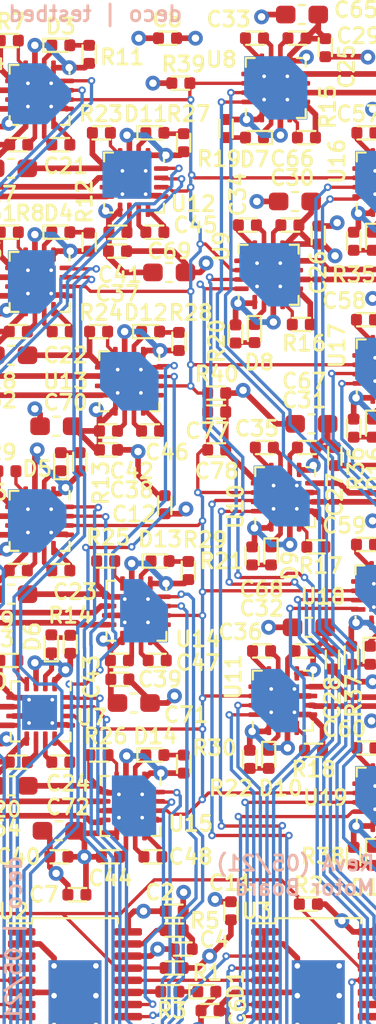
<source format=kicad_pcb>
(kicad_pcb (version 20171130) (host pcbnew "(5.1.10)-1")
  (layers (0 F.Cu signal hide) (1 In1.Cu power hide) (2 In2.Cu power hide) (31 B.Cu signal hide) (34 B.Paste user hide) (35 F.Paste user hide) (36 B.SilkS user) (37 F.SilkS user hide) (38 B.Mask user hide) (39 F.Mask user) (44 Edge.Cuts user hide))
  (net 0 "")
  (net 1 +5V)
  (net 2 GND)
  (net 3 +3V3)
  (net 4 +24V)
  (net 5 "Net-(C17-Pad2)")
  (net 6 "Net-(C18-Pad2)")
  (net 7 "Net-(C19-Pad2)")
  (net 8 "Net-(C20-Pad2)")
  (net 9 "Net-(C21-Pad2)")
  (net 10 "Net-(C21-Pad1)")
  (net 11 "Net-(C22-Pad1)")
  (net 12 "Net-(C22-Pad2)")
  (net 13 "Net-(C23-Pad1)")
  (net 14 "Net-(C23-Pad2)")
  (net 15 "Net-(C24-Pad2)")
  (net 16 "Net-(C24-Pad1)")
  (net 17 "Net-(C29-Pad2)")
  (net 18 "Net-(C30-Pad2)")
  (net 19 "Net-(C31-Pad2)")
  (net 20 "Net-(C32-Pad2)")
  (net 21 "Net-(C33-Pad2)")
  (net 22 "Net-(C33-Pad1)")
  (net 23 "Net-(C34-Pad2)")
  (net 24 "Net-(C34-Pad1)")
  (net 25 "Net-(C35-Pad1)")
  (net 26 "Net-(C35-Pad2)")
  (net 27 "Net-(C36-Pad2)")
  (net 28 "Net-(C36-Pad1)")
  (net 29 "Net-(C41-Pad2)")
  (net 30 "Net-(C42-Pad2)")
  (net 31 "Net-(C43-Pad2)")
  (net 32 "Net-(C44-Pad2)")
  (net 33 "Net-(C45-Pad1)")
  (net 34 "Net-(C45-Pad2)")
  (net 35 "Net-(C46-Pad2)")
  (net 36 "Net-(C46-Pad1)")
  (net 37 "Net-(C47-Pad2)")
  (net 38 "Net-(C47-Pad1)")
  (net 39 "Net-(C48-Pad1)")
  (net 40 "Net-(C48-Pad2)")
  (net 41 "Net-(C53-Pad2)")
  (net 42 "Net-(C54-Pad2)")
  (net 43 "Net-(C55-Pad2)")
  (net 44 "Net-(C56-Pad2)")
  (net 45 "Net-(C57-Pad2)")
  (net 46 "Net-(C57-Pad1)")
  (net 47 "Net-(C58-Pad2)")
  (net 48 "Net-(C58-Pad1)")
  (net 49 "Net-(C59-Pad1)")
  (net 50 "Net-(C59-Pad2)")
  (net 51 "Net-(C60-Pad1)")
  (net 52 "Net-(C60-Pad2)")
  (net 53 "Net-(D1-Pad1)")
  (net 54 "Net-(D2-Pad1)")
  (net 55 "Net-(D3-Pad2)")
  (net 56 "Net-(D3-Pad1)")
  (net 57 "Net-(D4-Pad1)")
  (net 58 "Net-(D4-Pad2)")
  (net 59 "Net-(D5-Pad2)")
  (net 60 "Net-(D5-Pad1)")
  (net 61 "Net-(D6-Pad2)")
  (net 62 "Net-(D6-Pad1)")
  (net 63 "Net-(D7-Pad1)")
  (net 64 "Net-(D7-Pad2)")
  (net 65 "Net-(D8-Pad2)")
  (net 66 "Net-(D8-Pad1)")
  (net 67 "Net-(D9-Pad1)")
  (net 68 "Net-(D9-Pad2)")
  (net 69 "Net-(D10-Pad2)")
  (net 70 "Net-(D10-Pad1)")
  (net 71 "Net-(D11-Pad1)")
  (net 72 "Net-(D11-Pad2)")
  (net 73 "Net-(D12-Pad1)")
  (net 74 "Net-(D12-Pad2)")
  (net 75 "Net-(D13-Pad1)")
  (net 76 "Net-(D13-Pad2)")
  (net 77 "Net-(D14-Pad1)")
  (net 78 "Net-(D14-Pad2)")
  (net 79 "Net-(D15-Pad2)")
  (net 80 "Net-(D15-Pad1)")
  (net 81 "Net-(D16-Pad1)")
  (net 82 "Net-(D16-Pad2)")
  (net 83 "Net-(D17-Pad1)")
  (net 84 "Net-(D17-Pad2)")
  (net 85 "Net-(D18-Pad2)")
  (net 86 "Net-(D18-Pad1)")
  (net 87 /SOUT)
  (net 88 /SIN)
  (net 89 /SCLK)
  (net 90 /XLAT)
  (net 91 /GSCLK)
  (net 92 /OUT_14b)
  (net 93 /OUT_14a)
  (net 94 /OUT_12b)
  (net 95 /OUT_12a)
  (net 96 /OUT_10b)
  (net 97 /OUT_10a)
  (net 98 /OUT_8b)
  (net 99 /OUT_8a)
  (net 100 /OUT_6b)
  (net 101 /OUT_6a)
  (net 102 /OUT_4b)
  (net 103 /OUT_4a)
  (net 104 /OUT_2b)
  (net 105 /OUT_2a)
  (net 106 /OUT_0b)
  (net 107 /OUT_0a)
  (net 108 /OUT_1a)
  (net 109 /OUT_1b)
  (net 110 /OUT_3a)
  (net 111 /OUT_3b)
  (net 112 /OUT_5a)
  (net 113 /OUT_5b)
  (net 114 /OUT_7a)
  (net 115 /OUT_7b)
  (net 116 /OUT_9a)
  (net 117 /OUT_9b)
  (net 118 /OUT_11a)
  (net 119 /OUT_11b)
  (net 120 /OUT_13a)
  (net 121 /OUT_13b)
  (net 122 /OUT_15a)
  (net 123 /OUT_15b)
  (net 124 "Net-(J2-Pad21)")
  (net 125 "Net-(J2-Pad22)")
  (net 126 /Vadc0)
  (net 127 /Vadc1)
  (net 128 /Vadc2)
  (net 129 /Vadc3)
  (net 130 /Vadc4)
  (net 131 /Vadc5)
  (net 132 /Vadc6)
  (net 133 /Vadc7)
  (net 134 /Vadc8)
  (net 135 /Vadc9)
  (net 136 /Vadc10)
  (net 137 /Vadc11)
  (net 138 /Vadc12)
  (net 139 /Vadc13)
  (net 140 /Vadc14)
  (net 141 /Vadc15)
  (net 142 "Net-(R3-Pad2)")
  (net 143 "Net-(R4-Pad2)")
  (net 144 "Net-(R5-Pad1)")
  (net 145 "Net-(R6-Pad1)")
  (net 146 /SMID)
  (net 147 /H15a)
  (net 148 /H14a)
  (net 149 /H13a)
  (net 150 /H12a)
  (net 151 /H11a)
  (net 152 /H10a)
  (net 153 /H9a)
  (net 154 /H8a)
  (net 155 /H7a)
  (net 156 /H6a)
  (net 157 /H5a)
  (net 158 /H4a)
  (net 159 /H3a)
  (net 160 /H2a)
  (net 161 /H1a)
  (net 162 /H0a)
  (net 163 /H0b)
  (net 164 /H1b)
  (net 165 /H2b)
  (net 166 /H3b)
  (net 167 /H4b)
  (net 168 /H5b)
  (net 169 /H6b)
  (net 170 /H7b)
  (net 171 /H8b)
  (net 172 /H9b)
  (net 173 /H10b)
  (net 174 /H11b)
  (net 175 /H12b)
  (net 176 /H13b)
  (net 177 /H14b)
  (net 178 /H15b)
  (net 179 "Net-(U1-Pad4)")
  (net 180 /PMODE)
  (module Motor_Board:C_0402_1005Metric_lines (layer F.Cu) (at 66.675 89.812 90)
    (fp_text reference C13 (at 2.182 0 270) (layer F.SilkS) (effects (font (size 0.8128 0.8128) (thickness 0.1524))))
    (fp_text value .1uF)
    (pad 2 smd roundrect (at 0.485 0 90) (size 0.59 0.64) (layers F.Cu F.Paste F.Mask) (net 2 GND))
    (pad 1 smd roundrect (at -0.485 0 90) (size 0.59 0.64) (layers F.Cu F.Paste F.Mask) (net 4 +24V))
  )
  (module Connector_PinSocket_2.54mm:PinSocket_1x25_P2.54mm_Vertical (layer B.Cu) (at 92.6084 84.9376 180)
    (fp_text reference J2 (at 0.0254 1.7526) (layer B.SilkS) (effects (font (size 0.381 0.381) (thickness 0.0762)) (justify mirror)))
    (fp_text value serial_conn2)
    (pad 1 thru_hole rect (at 0 0 180) (size 1.7 1.7) (drill 1) (layers *.Cu *.Mask) (net 2 GND))
    (pad 2 thru_hole oval (at 0 -2.54 180) (size 1.7 1.7) (drill 1) (layers *.Cu *.Mask) (net 108 /OUT_1a))
    (pad 3 thru_hole oval (at 0 -5.08 180) (size 1.7 1.7) (drill 1) (layers *.Cu *.Mask) (net 109 /OUT_1b))
    (pad 4 thru_hole oval (at 0 -7.62 180) (size 1.7 1.7) (drill 1) (layers *.Cu *.Mask) (net 110 /OUT_3a))
    (pad 5 thru_hole oval (at 0 -10.16 180) (size 1.7 1.7) (drill 1) (layers *.Cu *.Mask) (net 111 /OUT_3b))
    (pad 6 thru_hole oval (at 0 -12.7 180) (size 1.7 1.7) (drill 1) (layers *.Cu *.Mask) (net 112 /OUT_5a))
    (pad 7 thru_hole oval (at 0 -15.24 180) (size 1.7 1.7) (drill 1) (layers *.Cu *.Mask) (net 113 /OUT_5b))
    (pad 8 thru_hole oval (at 0 -17.78 180) (size 1.7 1.7) (drill 1) (layers *.Cu *.Mask) (net 114 /OUT_7a))
    (pad 9 thru_hole oval (at 0 -20.32 180) (size 1.7 1.7) (drill 1) (layers *.Cu *.Mask) (net 115 /OUT_7b))
    (pad 10 thru_hole oval (at 0 -22.86 180) (size 1.7 1.7) (drill 1) (layers *.Cu *.Mask) (net 2 GND))
    (pad 11 thru_hole oval (at 0 -25.4 180) (size 1.7 1.7) (drill 1) (layers *.Cu *.Mask) (net 116 /OUT_9a))
    (pad 12 thru_hole oval (at 0 -27.94 180) (size 1.7 1.7) (drill 1) (layers *.Cu *.Mask) (net 117 /OUT_9b))
    (pad 13 thru_hole oval (at 0 -30.48 180) (size 1.7 1.7) (drill 1) (layers *.Cu *.Mask) (net 118 /OUT_11a))
    (pad 14 thru_hole oval (at 0 -33.02 180) (size 1.7 1.7) (drill 1) (layers *.Cu *.Mask) (net 119 /OUT_11b))
    (pad 15 thru_hole oval (at 0 -35.56 180) (size 1.7 1.7) (drill 1) (layers *.Cu *.Mask) (net 120 /OUT_13a))
    (pad 16 thru_hole oval (at 0 -38.1 180) (size 1.7 1.7) (drill 1) (layers *.Cu *.Mask) (net 121 /OUT_13b))
    (pad 17 thru_hole oval (at 0 -40.64 180) (size 1.7 1.7) (drill 1) (layers *.Cu *.Mask) (net 122 /OUT_15a))
    (pad 18 thru_hole oval (at 0 -43.18 180) (size 1.7 1.7) (drill 1) (layers *.Cu *.Mask) (net 123 /OUT_15b))
    (pad 19 thru_hole oval (at 0 -45.72 180) (size 1.7 1.7) (drill 1) (layers *.Cu *.Mask) (net 2 GND))
    (pad 20 thru_hole oval (at 0 -48.26 180) (size 1.7 1.7) (drill 1) (layers *.Cu *.Mask) (net 3 +3V3))
    (pad 21 thru_hole oval (at 0 -50.8 180) (size 1.7 1.7) (drill 1) (layers *.Cu *.Mask) (net 124 "Net-(J2-Pad21)"))
    (pad 22 thru_hole oval (at 0 -53.34 180) (size 1.7 1.7) (drill 1) (layers *.Cu *.Mask) (net 125 "Net-(J2-Pad22)"))
    (pad 23 thru_hole oval (at 0 -55.88 180) (size 1.7 1.7) (drill 1) (layers *.Cu *.Mask) (net 1 +5V))
    (pad 24 thru_hole oval (at 0 -58.42 180) (size 1.7 1.7) (drill 1) (layers *.Cu *.Mask) (net 1 +5V))
    (pad 25 thru_hole oval (at 0 -60.96 180) (size 1.7 1.7) (drill 1) (layers *.Cu *.Mask) (net 2 GND))
  )
  (module Connector_PinSocket_2.54mm:PinSocket_1x25_P2.54mm_Vertical (layer B.Cu) (at 64.6684 84.9376 180)
    (fp_text reference J1 (at 0.0254 1.7526) (layer B.SilkS) (effects (font (size 0.381 0.381) (thickness 0.0762)) (justify mirror)))
    (fp_text value serial_conn1)
    (pad 25 thru_hole oval (at 0 -60.96 180) (size 1.7 1.7) (drill 1) (layers *.Cu *.Mask) (net 2 GND))
    (pad 24 thru_hole oval (at 0 -58.42 180) (size 1.7 1.7) (drill 1) (layers *.Cu *.Mask) (net 87 /SOUT))
    (pad 23 thru_hole oval (at 0 -55.88 180) (size 1.7 1.7) (drill 1) (layers *.Cu *.Mask) (net 88 /SIN))
    (pad 22 thru_hole oval (at 0 -53.34 180) (size 1.7 1.7) (drill 1) (layers *.Cu *.Mask) (net 89 /SCLK))
    (pad 21 thru_hole oval (at 0 -50.8 180) (size 1.7 1.7) (drill 1) (layers *.Cu *.Mask) (net 90 /XLAT))
    (pad 20 thru_hole oval (at 0 -48.26 180) (size 1.7 1.7) (drill 1) (layers *.Cu *.Mask) (net 91 /GSCLK))
    (pad 19 thru_hole oval (at 0 -45.72 180) (size 1.7 1.7) (drill 1) (layers *.Cu *.Mask) (net 2 GND))
    (pad 18 thru_hole oval (at 0 -43.18 180) (size 1.7 1.7) (drill 1) (layers *.Cu *.Mask) (net 92 /OUT_14b))
    (pad 17 thru_hole oval (at 0 -40.64 180) (size 1.7 1.7) (drill 1) (layers *.Cu *.Mask) (net 93 /OUT_14a))
    (pad 16 thru_hole oval (at 0 -38.1 180) (size 1.7 1.7) (drill 1) (layers *.Cu *.Mask) (net 94 /OUT_12b))
    (pad 15 thru_hole oval (at 0 -35.56 180) (size 1.7 1.7) (drill 1) (layers *.Cu *.Mask) (net 95 /OUT_12a))
    (pad 14 thru_hole oval (at 0 -33.02 180) (size 1.7 1.7) (drill 1) (layers *.Cu *.Mask) (net 96 /OUT_10b))
    (pad 13 thru_hole oval (at 0 -30.48 180) (size 1.7 1.7) (drill 1) (layers *.Cu *.Mask) (net 97 /OUT_10a))
    (pad 12 thru_hole oval (at 0 -27.94 180) (size 1.7 1.7) (drill 1) (layers *.Cu *.Mask) (net 98 /OUT_8b))
    (pad 11 thru_hole oval (at 0 -25.4 180) (size 1.7 1.7) (drill 1) (layers *.Cu *.Mask) (net 99 /OUT_8a))
    (pad 10 thru_hole oval (at 0 -22.86 180) (size 1.7 1.7) (drill 1) (layers *.Cu *.Mask) (net 2 GND))
    (pad 9 thru_hole oval (at 0 -20.32 180) (size 1.7 1.7) (drill 1) (layers *.Cu *.Mask) (net 100 /OUT_6b))
    (pad 8 thru_hole oval (at 0 -17.78 180) (size 1.7 1.7) (drill 1) (layers *.Cu *.Mask) (net 101 /OUT_6a))
    (pad 7 thru_hole oval (at 0 -15.24 180) (size 1.7 1.7) (drill 1) (layers *.Cu *.Mask) (net 102 /OUT_4b))
    (pad 6 thru_hole oval (at 0 -12.7 180) (size 1.7 1.7) (drill 1) (layers *.Cu *.Mask) (net 103 /OUT_4a))
    (pad 5 thru_hole oval (at 0 -10.16 180) (size 1.7 1.7) (drill 1) (layers *.Cu *.Mask) (net 104 /OUT_2b))
    (pad 4 thru_hole oval (at 0 -7.62 180) (size 1.7 1.7) (drill 1) (layers *.Cu *.Mask) (net 105 /OUT_2a))
    (pad 3 thru_hole oval (at 0 -5.08 180) (size 1.7 1.7) (drill 1) (layers *.Cu *.Mask) (net 106 /OUT_0b))
    (pad 2 thru_hole oval (at 0 -2.54 180) (size 1.7 1.7) (drill 1) (layers *.Cu *.Mask) (net 107 /OUT_0a))
    (pad 1 thru_hole rect (at 0 0 180) (size 1.7 1.7) (drill 1) (layers *.Cu *.Mask) (net 2 GND))
  )
  (module Connector_PinSocket_2.54mm:PinSocket_1x10_P2.54mm_Vertical (layer B.Cu) (at 90.0684 143.3576 90)
    (fp_text reference J4 (at 1.7526 -0.0254 180) (layer B.SilkS) (effects (font (size 0.381 0.381) (thickness 0.0762)) (justify mirror)))
    (fp_text value PWR_conn)
    (pad 1 thru_hole rect (at 0 0 90) (size 1.7 1.7) (drill 1) (layers *.Cu *.Mask) (net 4 +24V))
    (pad 2 thru_hole oval (at 0 -2.54 90) (size 1.7 1.7) (drill 1) (layers *.Cu *.Mask) (net 4 +24V))
    (pad 3 thru_hole oval (at 0 -5.08 90) (size 1.7 1.7) (drill 1) (layers *.Cu *.Mask) (net 4 +24V))
    (pad 4 thru_hole oval (at 0 -7.62 90) (size 1.7 1.7) (drill 1) (layers *.Cu *.Mask) (net 4 +24V))
    (pad 5 thru_hole oval (at 0 -10.16 90) (size 1.7 1.7) (drill 1) (layers *.Cu *.Mask) (net 4 +24V))
    (pad 6 thru_hole oval (at 0 -12.7 90) (size 1.7 1.7) (drill 1) (layers *.Cu *.Mask) (net 4 +24V))
    (pad 7 thru_hole oval (at 0 -15.24 90) (size 1.7 1.7) (drill 1) (layers *.Cu *.Mask) (net 4 +24V))
    (pad 8 thru_hole oval (at 0 -17.78 90) (size 1.7 1.7) (drill 1) (layers *.Cu *.Mask) (net 4 +24V))
    (pad 9 thru_hole oval (at 0 -20.32 90) (size 1.7 1.7) (drill 1) (layers *.Cu *.Mask) (net 4 +24V))
    (pad 10 thru_hole oval (at 0 -22.86 90) (size 1.7 1.7) (drill 1) (layers *.Cu *.Mask) (net 4 +24V))
  )
  (module Connector_PinSocket_2.54mm:PinSocket_1x10_P2.54mm_Vertical (layer B.Cu) (at 67.2084 145.8976 270)
    (fp_text reference J5 (at 1.5494 -0.1016 180) (layer B.SilkS) (effects (font (size 0.381 0.381) (thickness 0.0762)) (justify mirror)))
    (fp_text value GND_conn)
    (pad 10 thru_hole oval (at 0 -22.86 270) (size 1.7 1.7) (drill 1) (layers *.Cu *.Mask) (net 2 GND))
    (pad 9 thru_hole oval (at 0 -20.32 270) (size 1.7 1.7) (drill 1) (layers *.Cu *.Mask) (net 2 GND))
    (pad 8 thru_hole oval (at 0 -17.78 270) (size 1.7 1.7) (drill 1) (layers *.Cu *.Mask) (net 2 GND))
    (pad 7 thru_hole oval (at 0 -15.24 270) (size 1.7 1.7) (drill 1) (layers *.Cu *.Mask) (net 2 GND))
    (pad 6 thru_hole oval (at 0 -12.7 270) (size 1.7 1.7) (drill 1) (layers *.Cu *.Mask) (net 2 GND))
    (pad 5 thru_hole oval (at 0 -10.16 270) (size 1.7 1.7) (drill 1) (layers *.Cu *.Mask) (net 2 GND))
    (pad 4 thru_hole oval (at 0 -7.62 270) (size 1.7 1.7) (drill 1) (layers *.Cu *.Mask) (net 2 GND))
    (pad 3 thru_hole oval (at 0 -5.08 270) (size 1.7 1.7) (drill 1) (layers *.Cu *.Mask) (net 2 GND))
    (pad 2 thru_hole oval (at 0 -2.54 270) (size 1.7 1.7) (drill 1) (layers *.Cu *.Mask) (net 2 GND))
    (pad 1 thru_hole rect (at 0 0 270) (size 1.7 1.7) (drill 1) (layers *.Cu *.Mask) (net 2 GND))
  )
  (module Motor_Board:C_0402_1005Metric_lines (layer F.Cu) (at 76.2 141.732 180)
    (fp_text reference C1 (at -1.778 0) (layer F.SilkS) (effects (font (size 0.8128 0.8128) (thickness 0.1524))))
    (fp_text value 10uF)
    (pad 2 smd roundrect (at 0.485 0 180) (size 0.59 0.64) (layers F.Cu F.Paste F.Mask) (net 2 GND))
    (pad 1 smd roundrect (at -0.485 0 180) (size 0.59 0.64) (layers F.Cu F.Paste F.Mask) (net 1 +5V))
  )
  (module Motor_Board:C_0402_1005Metric_lines (layer F.Cu) (at 76.581 131.445)
    (fp_text reference C2 (at -0.762 -1.016) (layer F.SilkS) (effects (font (size 0.8128 0.8128) (thickness 0.1524))))
    (fp_text value .1uF)
    (pad 2 smd roundrect (at 0.485 0) (size 0.59 0.64) (layers F.Cu F.Paste F.Mask) (net 2 GND))
    (pad 1 smd roundrect (at -0.485 0) (size 0.59 0.64) (layers F.Cu F.Paste F.Mask) (net 3 +3V3))
  )
  (module Motor_Board:C_0402_1005Metric_lines (layer F.Cu) (at 89.662 132.08)
    (fp_text reference C3 (at 0 -1.016) (layer F.SilkS) (effects (font (size 0.8128 0.8128) (thickness 0.1524))))
    (fp_text value .1uF)
    (pad 2 smd roundrect (at 0.485 0) (size 0.59 0.64) (layers F.Cu F.Paste F.Mask) (net 2 GND))
    (pad 1 smd roundrect (at -0.485 0) (size 0.59 0.64) (layers F.Cu F.Paste F.Mask) (net 3 +3V3))
  )
  (module Motor_Board:C_0402_1005Metric_lines (layer F.Cu) (at 77.066 133.477)
    (fp_text reference C4 (at 1.674 -0.508) (layer F.SilkS) (effects (font (size 0.8128 0.8128) (thickness 0.1524))))
    (fp_text value .1uF)
    (pad 1 smd roundrect (at -0.485 0) (size 0.59 0.64) (layers F.Cu F.Paste F.Mask) (net 3 +3V3))
    (pad 2 smd roundrect (at 0.485 0) (size 0.59 0.64) (layers F.Cu F.Paste F.Mask) (net 2 GND))
  )
  (module Motor_Board:C_0402_1005Metric_lines (layer F.Cu) (at 89.662 134.239)
    (fp_text reference C5 (at 1.524 0 90) (layer F.SilkS) (effects (font (size 0.8128 0.8128) (thickness 0.1524))))
    (fp_text value .1uF)
    (pad 1 smd roundrect (at -0.485 0) (size 0.59 0.64) (layers F.Cu F.Paste F.Mask) (net 3 +3V3))
    (pad 2 smd roundrect (at 0.485 0) (size 0.59 0.64) (layers F.Cu F.Paste F.Mask) (net 2 GND))
  )
  (module Motor_Board:C_0402_1005Metric_lines (layer F.Cu) (at 78.509 136.779)
    (fp_text reference C6 (at 1.501 0.127 270) (layer F.SilkS) (effects (font (size 0.8128 0.8128) (thickness 0.1524))))
    (fp_text value 10uF)
    (pad 1 smd roundrect (at -0.485 0) (size 0.59 0.64) (layers F.Cu F.Paste F.Mask) (net 3 +3V3))
    (pad 2 smd roundrect (at 0.485 0) (size 0.59 0.64) (layers F.Cu F.Paste F.Mask) (net 2 GND))
  )
  (module Motor_Board:C_0402_1005Metric_lines (layer F.Cu) (at 71.351 130.556 180)
    (fp_text reference C7 (at 1.778 0) (layer F.SilkS) (effects (font (size 0.8128 0.8128) (thickness 0.1524))))
    (fp_text value .1uF)
    (pad 2 smd roundrect (at 0.485 0 180) (size 0.59 0.64) (layers F.Cu F.Paste F.Mask) (net 2 GND))
    (pad 1 smd roundrect (at -0.485 0 180) (size 0.59 0.64) (layers F.Cu F.Paste F.Mask) (net 4 +24V))
  )
  (module Motor_Board:C_0402_1005Metric_lines (layer F.Cu) (at 76.223 84.582 180)
    (fp_text reference C8 (at 0.023 1.016) (layer F.SilkS) (effects (font (size 0.8128 0.8128) (thickness 0.1524))))
    (fp_text value .1uF)
    (pad 1 smd roundrect (at -0.485 0 180) (size 0.59 0.64) (layers F.Cu F.Paste F.Mask) (net 4 +24V))
    (pad 2 smd roundrect (at 0.485 0 180) (size 0.59 0.64) (layers F.Cu F.Paste F.Mask) (net 2 GND))
  )
  (module Motor_Board:C_0402_1005Metric_lines (layer F.Cu) (at 90.066 84.963)
    (fp_text reference C9 (at 0 -1.016) (layer F.SilkS) (effects (font (size 0.8128 0.8128) (thickness 0.1524))))
    (fp_text value .1uF)
    (pad 2 smd roundrect (at 0.485 0) (size 0.59 0.64) (layers F.Cu F.Paste F.Mask) (net 2 GND))
    (pad 1 smd roundrect (at -0.485 0) (size 0.59 0.64) (layers F.Cu F.Paste F.Mask) (net 4 +24V))
  )
  (module Motor_Board:C_0402_1005Metric_lines (layer F.Cu) (at 90.17 107.061)
    (fp_text reference C10 (at 0 -1.016) (layer F.SilkS) (effects (font (size 0.8128 0.8128) (thickness 0.1524))))
    (fp_text value .1uF)
    (pad 1 smd roundrect (at -0.485 0) (size 0.59 0.64) (layers F.Cu F.Paste F.Mask) (net 4 +24V))
    (pad 2 smd roundrect (at 0.485 0) (size 0.59 0.64) (layers F.Cu F.Paste F.Mask) (net 2 GND))
  )
  (module Motor_Board:C_0402_1005Metric_lines (layer F.Cu) (at 79.629 131.422 90)
    (fp_text reference C11 (at 1.501 0) (layer F.SilkS) (effects (font (size 0.8128 0.8128) (thickness 0.1524))))
    (fp_text value .1uF)
    (pad 2 smd roundrect (at 0.485 0 90) (size 0.59 0.64) (layers F.Cu F.Paste F.Mask) (net 2 GND))
    (pad 1 smd roundrect (at -0.485 0 90) (size 0.59 0.64) (layers F.Cu F.Paste F.Mask) (net 3 +3V3))
  )
  (module Motor_Board:C_0402_1005Metric_lines (layer F.Cu) (at 76.073 109.624 90)
    (fp_text reference C12 (at -0.508 -1.651 180) (layer F.SilkS) (effects (font (size 0.8128 0.8128) (thickness 0.1524))))
    (fp_text value .1uF)
    (pad 1 smd roundrect (at -0.485 0 90) (size 0.59 0.64) (layers F.Cu F.Paste F.Mask) (net 3 +3V3))
    (pad 2 smd roundrect (at 0.485 0 90) (size 0.59 0.64) (layers F.Cu F.Paste F.Mask) (net 2 GND))
  )
  (module Motor_Board:C_0402_1005Metric_lines (layer F.Cu) (at 66.675 99.845 90)
    (fp_text reference C14 (at 2.182 0 90) (layer F.SilkS) (effects (font (size 0.8128 0.8128) (thickness 0.1524))))
    (fp_text value .1uF)
    (pad 2 smd roundrect (at 0.485 0 90) (size 0.59 0.64) (layers F.Cu F.Paste F.Mask) (net 2 GND))
    (pad 1 smd roundrect (at -0.485 0 90) (size 0.59 0.64) (layers F.Cu F.Paste F.Mask) (net 4 +24V))
  )
  (module Motor_Board:C_0402_1005Metric_lines (layer F.Cu) (at 66.675 112.672 90)
    (fp_text reference C15 (at 2.055 0 90) (layer F.SilkS) (effects (font (size 0.8128 0.8128) (thickness 0.1524))))
    (fp_text value .1uF)
    (pad 2 smd roundrect (at 0.485 0 90) (size 0.59 0.64) (layers F.Cu F.Paste F.Mask) (net 2 GND))
    (pad 1 smd roundrect (at -0.485 0 90) (size 0.59 0.64) (layers F.Cu F.Paste F.Mask) (net 4 +24V))
  )
  (module Motor_Board:C_0402_1005Metric_lines (layer F.Cu) (at 66.675 122.936 90)
    (fp_text reference C16 (at 2.159 0 90) (layer F.SilkS) (effects (font (size 0.8128 0.8128) (thickness 0.1524))))
    (fp_text value .1uF)
    (pad 2 smd roundrect (at 0.485 0 90) (size 0.59 0.64) (layers F.Cu F.Paste F.Mask) (net 2 GND))
    (pad 1 smd roundrect (at -0.485 0 90) (size 0.59 0.64) (layers F.Cu F.Paste F.Mask) (net 4 +24V))
  )
  (module Motor_Board:C_0402_1005Metric_lines (layer F.Cu) (at 68.222 90.297)
    (fp_text reference C17 (at -1.293 2.667) (layer F.SilkS) (effects (font (size 0.8128 0.8128) (thickness 0.1524))))
    (fp_text value .1uF)
    (pad 1 smd roundrect (at -0.485 0) (size 0.59 0.64) (layers F.Cu F.Paste F.Mask) (net 4 +24V))
    (pad 2 smd roundrect (at 0.485 0) (size 0.59 0.64) (layers F.Cu F.Paste F.Mask) (net 5 "Net-(C17-Pad2)"))
  )
  (module Motor_Board:C_0402_1005Metric_lines (layer F.Cu) (at 68.199 100.33)
    (fp_text reference C18 (at -1.27 2.667) (layer F.SilkS) (effects (font (size 0.8128 0.8128) (thickness 0.1524))))
    (fp_text value .1uF)
    (pad 1 smd roundrect (at -0.485 0) (size 0.59 0.64) (layers F.Cu F.Paste F.Mask) (net 4 +24V))
    (pad 2 smd roundrect (at 0.485 0) (size 0.59 0.64) (layers F.Cu F.Paste F.Mask) (net 6 "Net-(C18-Pad2)"))
  )
  (module Motor_Board:C_0402_1005Metric_lines (layer F.Cu) (at 68.199 113.157)
    (fp_text reference C19 (at -1.397 2.667) (layer F.SilkS) (effects (font (size 0.8128 0.8128) (thickness 0.1524))))
    (fp_text value .1uF)
    (pad 1 smd roundrect (at -0.485 0) (size 0.59 0.64) (layers F.Cu F.Paste F.Mask) (net 4 +24V))
    (pad 2 smd roundrect (at 0.485 0) (size 0.59 0.64) (layers F.Cu F.Paste F.Mask) (net 7 "Net-(C19-Pad2)"))
  )
  (module Motor_Board:C_0402_1005Metric_lines (layer F.Cu) (at 68.199 123.444)
    (fp_text reference C20 (at -1.016 2.54) (layer F.SilkS) (effects (font (size 0.8128 0.8128) (thickness 0.1524))))
    (fp_text value .1uF)
    (pad 1 smd roundrect (at -0.485 0) (size 0.59 0.64) (layers F.Cu F.Paste F.Mask) (net 4 +24V))
    (pad 2 smd roundrect (at 0.485 0) (size 0.59 0.64) (layers F.Cu F.Paste F.Mask) (net 8 "Net-(C20-Pad2)"))
  )
  (module Motor_Board:C_0402_1005Metric_lines (layer F.Cu) (at 70.485 90.297)
    (fp_text reference C21 (at 0.254 1.143 180) (layer F.SilkS) (effects (font (size 0.8128 0.8128) (thickness 0.1524))))
    (fp_text value .022uF)
    (pad 1 smd roundrect (at -0.485 0) (size 0.59 0.64) (layers F.Cu F.Paste F.Mask) (net 10 "Net-(C21-Pad1)"))
    (pad 2 smd roundrect (at 0.485 0) (size 0.59 0.64) (layers F.Cu F.Paste F.Mask) (net 9 "Net-(C21-Pad2)"))
  )
  (module Motor_Board:C_0402_1005Metric_lines (layer F.Cu) (at 70.508 100.33)
    (fp_text reference C22 (at 0.231 1.27) (layer F.SilkS) (effects (font (size 0.8128 0.8128) (thickness 0.1524))))
    (fp_text value .022uF)
    (pad 2 smd roundrect (at 0.485 0) (size 0.59 0.64) (layers F.Cu F.Paste F.Mask) (net 12 "Net-(C22-Pad2)"))
    (pad 1 smd roundrect (at -0.485 0) (size 0.59 0.64) (layers F.Cu F.Paste F.Mask) (net 11 "Net-(C22-Pad1)"))
  )
  (module Motor_Board:C_0402_1005Metric_lines (layer F.Cu) (at 70.485 113.157)
    (fp_text reference C23 (at 0.762 1.143) (layer F.SilkS) (effects (font (size 0.8128 0.8128) (thickness 0.1524))))
    (fp_text value .022uF)
    (pad 2 smd roundrect (at 0.485 0) (size 0.59 0.64) (layers F.Cu F.Paste F.Mask) (net 14 "Net-(C23-Pad2)"))
    (pad 1 smd roundrect (at -0.485 0) (size 0.59 0.64) (layers F.Cu F.Paste F.Mask) (net 13 "Net-(C23-Pad1)"))
  )
  (module Motor_Board:C_0402_1005Metric_lines (layer F.Cu) (at 70.485 123.444)
    (fp_text reference C24 (at 0.381 1.143) (layer F.SilkS) (effects (font (size 0.8128 0.8128) (thickness 0.1524))))
    (fp_text value .022uF)
    (pad 2 smd roundrect (at 0.485 0) (size 0.59 0.64) (layers F.Cu F.Paste F.Mask) (net 15 "Net-(C24-Pad2)"))
    (pad 1 smd roundrect (at -0.485 0) (size 0.59 0.64) (layers F.Cu F.Paste F.Mask) (net 16 "Net-(C24-Pad1)"))
  )
  (module Motor_Board:C_0402_1005Metric_lines (layer F.Cu) (at 84.709 85.09 270)
    (fp_text reference C25 (at 1.016 -1.143 270) (layer F.SilkS) (effects (font (size 0.8128 0.8128) (thickness 0.1524))))
    (fp_text value .1uF)
    (pad 2 smd roundrect (at 0.485 0 270) (size 0.59 0.64) (layers F.Cu F.Paste F.Mask) (net 2 GND))
    (pad 1 smd roundrect (at -0.485 0 270) (size 0.59 0.64) (layers F.Cu F.Paste F.Mask) (net 4 +24V))
  )
  (module Motor_Board:C_0402_1005Metric_lines (layer F.Cu) (at 84.328 95.146 90)
    (fp_text reference C26 (at -2.009 0 90) (layer F.SilkS) (effects (font (size 0.8128 0.8128) (thickness 0.1524))))
    (fp_text value .1uF)
    (pad 1 smd roundrect (at -0.485 0 90) (size 0.59 0.64) (layers F.Cu F.Paste F.Mask) (net 4 +24V))
    (pad 2 smd roundrect (at 0.485 0 90) (size 0.59 0.64) (layers F.Cu F.Paste F.Mask) (net 2 GND))
  )
  (module Motor_Board:C_0402_1005Metric_lines (layer F.Cu) (at 85.217 107.038 270)
    (fp_text reference C27 (at 2.055 0 270) (layer F.SilkS) (effects (font (size 0.8128 0.8128) (thickness 0.1524))))
    (fp_text value .1uF)
    (pad 1 smd roundrect (at -0.485 0 270) (size 0.59 0.64) (layers F.Cu F.Paste F.Mask) (net 4 +24V))
    (pad 2 smd roundrect (at 0.485 0 270) (size 0.59 0.64) (layers F.Cu F.Paste F.Mask) (net 2 GND))
  )
  (module Motor_Board:C_0402_1005Metric_lines (layer F.Cu) (at 85.09 117.96 270)
    (fp_text reference C28 (at 2.055 0 90) (layer F.SilkS) (effects (font (size 0.8128 0.8128) (thickness 0.1524))))
    (fp_text value .1uF)
    (pad 1 smd roundrect (at -0.485 0 270) (size 0.59 0.64) (layers F.Cu F.Paste F.Mask) (net 4 +24V))
    (pad 2 smd roundrect (at 0.485 0 270) (size 0.59 0.64) (layers F.Cu F.Paste F.Mask) (net 2 GND))
  )
  (module Motor_Board:C_0402_1005Metric_lines (layer F.Cu) (at 83.185 84.582 180)
    (fp_text reference C29 (at -3.302 0.127) (layer F.SilkS) (effects (font (size 0.8128 0.8128) (thickness 0.1524))))
    (fp_text value .1uF)
    (pad 1 smd roundrect (at -0.485 0 180) (size 0.59 0.64) (layers F.Cu F.Paste F.Mask) (net 4 +24V))
    (pad 2 smd roundrect (at 0.485 0 180) (size 0.59 0.64) (layers F.Cu F.Paste F.Mask) (net 17 "Net-(C29-Pad2)"))
  )
  (module Motor_Board:C_0402_1005Metric_lines (layer F.Cu) (at 82.804 94.615 180)
    (fp_text reference C30 (at -0.127 2.54) (layer F.SilkS) (effects (font (size 0.8128 0.8128) (thickness 0.1524))))
    (fp_text value .1uF)
    (pad 2 smd roundrect (at 0.485 0 180) (size 0.59 0.64) (layers F.Cu F.Paste F.Mask) (net 18 "Net-(C30-Pad2)"))
    (pad 1 smd roundrect (at -0.485 0 180) (size 0.59 0.64) (layers F.Cu F.Paste F.Mask) (net 4 +24V))
  )
  (module Motor_Board:C_0402_1005Metric_lines (layer F.Cu) (at 83.693 106.553 180)
    (fp_text reference C31 (at 0.127 2.54) (layer F.SilkS) (effects (font (size 0.8128 0.8128) (thickness 0.1524))))
    (fp_text value .1uF)
    (pad 2 smd roundrect (at 0.485 0 180) (size 0.59 0.64) (layers F.Cu F.Paste F.Mask) (net 19 "Net-(C31-Pad2)"))
    (pad 1 smd roundrect (at -0.485 0 180) (size 0.59 0.64) (layers F.Cu F.Paste F.Mask) (net 4 +24V))
  )
  (module Motor_Board:C_0402_1005Metric_lines (layer F.Cu) (at 83.566 117.475 180)
    (fp_text reference C32 (at 2.286 2.286) (layer F.SilkS) (effects (font (size 0.8128 0.8128) (thickness 0.1524))))
    (fp_text value .1uF)
    (pad 2 smd roundrect (at 0.485 0 180) (size 0.59 0.64) (layers F.Cu F.Paste F.Mask) (net 20 "Net-(C32-Pad2)"))
    (pad 1 smd roundrect (at -0.485 0 180) (size 0.59 0.64) (layers F.Cu F.Paste F.Mask) (net 4 +24V))
  )
  (module Motor_Board:C_0402_1005Metric_lines (layer F.Cu) (at 80.899 84.582 180)
    (fp_text reference C33 (at 1.397 1.016) (layer F.SilkS) (effects (font (size 0.8128 0.8128) (thickness 0.1524))))
    (fp_text value .022uF)
    (pad 1 smd roundrect (at -0.485 0 180) (size 0.59 0.64) (layers F.Cu F.Paste F.Mask) (net 22 "Net-(C33-Pad1)"))
    (pad 2 smd roundrect (at 0.485 0 180) (size 0.59 0.64) (layers F.Cu F.Paste F.Mask) (net 21 "Net-(C33-Pad2)"))
  )
  (module Motor_Board:C_0402_1005Metric_lines (layer F.Cu) (at 80.518 94.615 180)
    (fp_text reference C34 (at 0.508 1.651 90) (layer F.SilkS) (effects (font (size 0.8128 0.8128) (thickness 0.1524))))
    (fp_text value .022uF)
    (pad 1 smd roundrect (at -0.485 0 180) (size 0.59 0.64) (layers F.Cu F.Paste F.Mask) (net 24 "Net-(C34-Pad1)"))
    (pad 2 smd roundrect (at 0.485 0 180) (size 0.59 0.64) (layers F.Cu F.Paste F.Mask) (net 23 "Net-(C34-Pad2)"))
  )
  (module Motor_Board:C_0402_1005Metric_lines (layer F.Cu) (at 81.43 106.553 180)
    (fp_text reference C35 (at 0.404 1.016) (layer F.SilkS) (effects (font (size 0.8128 0.8128) (thickness 0.1524))))
    (fp_text value .022uF)
    (pad 1 smd roundrect (at -0.485 0 180) (size 0.59 0.64) (layers F.Cu F.Paste F.Mask) (net 25 "Net-(C35-Pad1)"))
    (pad 2 smd roundrect (at 0.485 0 180) (size 0.59 0.64) (layers F.Cu F.Paste F.Mask) (net 26 "Net-(C35-Pad2)"))
  )
  (module Motor_Board:C_0402_1005Metric_lines (layer F.Cu) (at 81.28 117.475 180)
    (fp_text reference C36 (at 1.143 1.016) (layer F.SilkS) (effects (font (size 0.8128 0.8128) (thickness 0.1524))))
    (fp_text value .022uF)
    (pad 2 smd roundrect (at 0.485 0 180) (size 0.59 0.64) (layers F.Cu F.Paste F.Mask) (net 27 "Net-(C36-Pad2)"))
    (pad 1 smd roundrect (at -0.485 0 180) (size 0.59 0.64) (layers F.Cu F.Paste F.Mask) (net 28 "Net-(C36-Pad1)"))
  )
  (module Motor_Board:C_0402_1005Metric_lines (layer F.Cu) (at 73.533 96.012)
    (fp_text reference C37 (at 0 2.286) (layer F.SilkS) (effects (font (size 0.8128 0.8128) (thickness 0.1524))))
    (fp_text value .1uF)
    (pad 1 smd roundrect (at -0.485 0) (size 0.59 0.64) (layers F.Cu F.Paste F.Mask) (net 4 +24V))
    (pad 2 smd roundrect (at 0.485 0) (size 0.59 0.64) (layers F.Cu F.Paste F.Mask) (net 2 GND))
  )
  (module Motor_Board:C_0402_1005Metric_lines (layer F.Cu) (at 73.048 106.68)
    (fp_text reference C38 (at 1.247 2.159) (layer F.SilkS) (effects (font (size 0.8128 0.8128) (thickness 0.1524))))
    (fp_text value .1uF)
    (pad 1 smd roundrect (at -0.485 0) (size 0.59 0.64) (layers F.Cu F.Paste F.Mask) (net 4 +24V))
    (pad 2 smd roundrect (at 0.485 0) (size 0.59 0.64) (layers F.Cu F.Paste F.Mask) (net 2 GND))
  )
  (module Motor_Board:C_0402_1005Metric_lines (layer F.Cu) (at 73.66 118.999)
    (fp_text reference C39 (at 2.159 0) (layer F.SilkS) (effects (font (size 0.8128 0.8128) (thickness 0.1524))))
    (fp_text value .1uF)
    (pad 2 smd roundrect (at 0.485 0) (size 0.59 0.64) (layers F.Cu F.Paste F.Mask) (net 2 GND))
    (pad 1 smd roundrect (at -0.485 0) (size 0.59 0.64) (layers F.Cu F.Paste F.Mask) (net 4 +24V))
  )
  (module Motor_Board:C_0402_1005Metric_lines (layer F.Cu) (at 70.381 128.524 180)
    (fp_text reference C40 (at 2.182 0) (layer F.SilkS) (effects (font (size 0.8128 0.8128) (thickness 0.1524))))
    (fp_text value .1uF)
    (pad 1 smd roundrect (at -0.485 0 180) (size 0.59 0.64) (layers F.Cu F.Paste F.Mask) (net 4 +24V))
    (pad 2 smd roundrect (at 0.485 0 180) (size 0.59 0.64) (layers F.Cu F.Paste F.Mask) (net 2 GND))
  )
  (module Motor_Board:C_0402_1005Metric_lines (layer F.Cu) (at 73.556 94.996)
    (fp_text reference C41 (at 0.104 2.286) (layer F.SilkS) (effects (font (size 0.8128 0.8128) (thickness 0.1524))))
    (fp_text value .1uF)
    (pad 2 smd roundrect (at 0.485 0) (size 0.59 0.64) (layers F.Cu F.Paste F.Mask) (net 29 "Net-(C41-Pad2)"))
    (pad 1 smd roundrect (at -0.485 0) (size 0.59 0.64) (layers F.Cu F.Paste F.Mask) (net 4 +24V))
  )
  (module Motor_Board:C_0402_1005Metric_lines (layer F.Cu) (at 73.048 105.664)
    (fp_text reference C42 (at 1.247 2.159) (layer F.SilkS) (effects (font (size 0.8128 0.8128) (thickness 0.1524))))
    (fp_text value .1uF)
    (pad 2 smd roundrect (at 0.485 0) (size 0.59 0.64) (layers F.Cu F.Paste F.Mask) (net 30 "Net-(C42-Pad2)"))
    (pad 1 smd roundrect (at -0.485 0) (size 0.59 0.64) (layers F.Cu F.Paste F.Mask) (net 4 +24V))
  )
  (module Motor_Board:C_0402_1005Metric_lines (layer F.Cu) (at 73.637 117.983)
    (fp_text reference C43 (at -1.501 0.889 270) (layer F.SilkS) (effects (font (size 0.8128 0.8128) (thickness 0.1524))))
    (fp_text value .1uF)
    (pad 1 smd roundrect (at -0.485 0) (size 0.59 0.64) (layers F.Cu F.Paste F.Mask) (net 4 +24V))
    (pad 2 smd roundrect (at 0.485 0) (size 0.59 0.64) (layers F.Cu F.Paste F.Mask) (net 31 "Net-(C43-Pad2)"))
  )
  (module Motor_Board:C_0402_1005Metric_lines (layer F.Cu) (at 73.152 128.524)
    (fp_text reference C44 (at 0 1.143) (layer F.SilkS) (effects (font (size 0.8128 0.8128) (thickness 0.1524))))
    (fp_text value .1uF)
    (pad 2 smd roundrect (at 0.485 0) (size 0.59 0.64) (layers F.Cu F.Paste F.Mask) (net 32 "Net-(C44-Pad2)"))
    (pad 1 smd roundrect (at -0.485 0) (size 0.59 0.64) (layers F.Cu F.Paste F.Mask) (net 4 +24V))
  )
  (module Motor_Board:C_0402_1005Metric_lines (layer F.Cu) (at 75.542 94.996)
    (fp_text reference C45 (at 2.182 -0.381) (layer F.SilkS) (effects (font (size 0.8128 0.8128) (thickness 0.1524))))
    (fp_text value .022uF)
    (pad 2 smd roundrect (at 0.485 0) (size 0.59 0.64) (layers F.Cu F.Paste F.Mask) (net 34 "Net-(C45-Pad2)"))
    (pad 1 smd roundrect (at -0.485 0) (size 0.59 0.64) (layers F.Cu F.Paste F.Mask) (net 33 "Net-(C45-Pad1)"))
  )
  (module Motor_Board:C_0402_1005Metric_lines (layer F.Cu) (at 75.311 105.664)
    (fp_text reference C46 (at 0.889 1.143) (layer F.SilkS) (effects (font (size 0.8128 0.8128) (thickness 0.1524))))
    (fp_text value .022uF)
    (pad 2 smd roundrect (at 0.485 0) (size 0.59 0.64) (layers F.Cu F.Paste F.Mask) (net 35 "Net-(C46-Pad2)"))
    (pad 1 smd roundrect (at -0.485 0) (size 0.59 0.64) (layers F.Cu F.Paste F.Mask) (net 36 "Net-(C46-Pad1)"))
  )
  (module Motor_Board:C_0402_1005Metric_lines (layer F.Cu) (at 75.669 117.983)
    (fp_text reference C47 (at 2.182 0.127) (layer F.SilkS) (effects (font (size 0.8128 0.8128) (thickness 0.1524))))
    (fp_text value .022uF)
    (pad 2 smd roundrect (at 0.485 0) (size 0.59 0.64) (layers F.Cu F.Paste F.Mask) (net 37 "Net-(C47-Pad2)"))
    (pad 1 smd roundrect (at -0.485 0) (size 0.59 0.64) (layers F.Cu F.Paste F.Mask) (net 38 "Net-(C47-Pad1)"))
  )
  (module Motor_Board:C_0402_1005Metric_lines (layer F.Cu) (at 75.438 128.524)
    (fp_text reference C48 (at 2.032 0) (layer F.SilkS) (effects (font (size 0.8128 0.8128) (thickness 0.1524))))
    (fp_text value .022uF)
    (pad 1 smd roundrect (at -0.485 0) (size 0.59 0.64) (layers F.Cu F.Paste F.Mask) (net 39 "Net-(C48-Pad1)"))
    (pad 2 smd roundrect (at 0.485 0) (size 0.59 0.64) (layers F.Cu F.Paste F.Mask) (net 40 "Net-(C48-Pad2)"))
  )
  (module Motor_Board:C_0402_1005Metric_lines (layer F.Cu) (at 90.678 90.147 90)
    (fp_text reference C49 (at -2.182 0.127 90) (layer F.SilkS) (effects (font (size 0.8128 0.8128) (thickness 0.1524))))
    (fp_text value .1uF)
    (pad 2 smd roundrect (at 0.485 0 90) (size 0.59 0.64) (layers F.Cu F.Paste F.Mask) (net 2 GND))
    (pad 1 smd roundrect (at -0.485 0 90) (size 0.59 0.64) (layers F.Cu F.Paste F.Mask) (net 4 +24V))
  )
  (module Motor_Board:C_0402_1005Metric_lines (layer F.Cu) (at 90.678 100.226 90)
    (fp_text reference C50 (at -2.009 0.127 270) (layer F.SilkS) (effects (font (size 0.8128 0.8128) (thickness 0.1524))))
    (fp_text value .1uF)
    (pad 1 smd roundrect (at -0.485 0 90) (size 0.59 0.64) (layers F.Cu F.Paste F.Mask) (net 4 +24V))
    (pad 2 smd roundrect (at 0.485 0 90) (size 0.59 0.64) (layers F.Cu F.Paste F.Mask) (net 2 GND))
  )
  (module Motor_Board:C_0402_1005Metric_lines (layer F.Cu) (at 90.678 112.245 270)
    (fp_text reference C51 (at 2.182 0 90) (layer F.SilkS) (effects (font (size 0.8128 0.8128) (thickness 0.1524))))
    (fp_text value .1uF)
    (pad 1 smd roundrect (at -0.485 0 270) (size 0.59 0.64) (layers F.Cu F.Paste F.Mask) (net 4 +24V))
    (pad 2 smd roundrect (at 0.485 0 270) (size 0.59 0.64) (layers F.Cu F.Paste F.Mask) (net 2 GND))
  )
  (module Motor_Board:C_0402_1005Metric_lines (layer F.Cu) (at 90.805 123.213 90)
    (fp_text reference C52 (at -2.263 0 270) (layer F.SilkS) (effects (font (size 0.8128 0.8128) (thickness 0.1524))))
    (fp_text value .1uF)
    (pad 2 smd roundrect (at 0.485 0 90) (size 0.59 0.64) (layers F.Cu F.Paste F.Mask) (net 2 GND))
    (pad 1 smd roundrect (at -0.485 0 90) (size 0.59 0.64) (layers F.Cu F.Paste F.Mask) (net 4 +24V))
  )
  (module Motor_Board:C_0402_1005Metric_lines (layer F.Cu) (at 89.177 89.662 180)
    (fp_text reference C53 (at 0 2.54) (layer F.SilkS) (effects (font (size 0.8128 0.8128) (thickness 0.1524))))
    (fp_text value .1uF)
    (pad 1 smd roundrect (at -0.485 0 180) (size 0.59 0.64) (layers F.Cu F.Paste F.Mask) (net 4 +24V))
    (pad 2 smd roundrect (at 0.485 0 180) (size 0.59 0.64) (layers F.Cu F.Paste F.Mask) (net 41 "Net-(C53-Pad2)"))
  )
  (module Motor_Board:C_0402_1005Metric_lines (layer F.Cu) (at 89.177 99.695 180)
    (fp_text reference C54 (at -0.993 2.413) (layer F.SilkS) (effects (font (size 0.8128 0.8128) (thickness 0.1524))))
    (fp_text value .1uF)
    (pad 1 smd roundrect (at -0.485 0 180) (size 0.59 0.64) (layers F.Cu F.Paste F.Mask) (net 4 +24V))
    (pad 2 smd roundrect (at 0.485 0 180) (size 0.59 0.64) (layers F.Cu F.Paste F.Mask) (net 42 "Net-(C54-Pad2)"))
  )
  (module Motor_Board:C_0402_1005Metric_lines (layer F.Cu) (at 89.027 111.76 180)
    (fp_text reference C55 (at -1.016 2.54) (layer F.SilkS) (effects (font (size 0.8128 0.8128) (thickness 0.1524))))
    (fp_text value .1uF)
    (pad 2 smd roundrect (at 0.485 0 180) (size 0.59 0.64) (layers F.Cu F.Paste F.Mask) (net 43 "Net-(C55-Pad2)"))
    (pad 1 smd roundrect (at -0.485 0 180) (size 0.59 0.64) (layers F.Cu F.Paste F.Mask) (net 4 +24V))
  )
  (module Motor_Board:C_0402_1005Metric_lines (layer F.Cu) (at 89.177 122.682 180)
    (fp_text reference C56 (at -1.247 2.54) (layer F.SilkS) (effects (font (size 0.8128 0.8128) (thickness 0.1524))))
    (fp_text value .1uF)
    (pad 1 smd roundrect (at -0.485 0 180) (size 0.59 0.64) (layers F.Cu F.Paste F.Mask) (net 4 +24V))
    (pad 2 smd roundrect (at 0.485 0 180) (size 0.59 0.64) (layers F.Cu F.Paste F.Mask) (net 44 "Net-(C56-Pad2)"))
  )
  (module Motor_Board:C_0402_1005Metric_lines (layer F.Cu) (at 86.891 89.662 180)
    (fp_text reference C57 (at 0.404 1.016) (layer F.SilkS) (effects (font (size 0.8128 0.8128) (thickness 0.1524))))
    (fp_text value .022uF)
    (pad 1 smd roundrect (at -0.485 0 180) (size 0.59 0.64) (layers F.Cu F.Paste F.Mask) (net 46 "Net-(C57-Pad1)"))
    (pad 2 smd roundrect (at 0.485 0 180) (size 0.59 0.64) (layers F.Cu F.Paste F.Mask) (net 45 "Net-(C57-Pad2)"))
  )
  (module Motor_Board:C_0402_1005Metric_lines (layer F.Cu) (at 86.868 99.695 180)
    (fp_text reference C58 (at 1.143 1.016) (layer F.SilkS) (effects (font (size 0.8128 0.8128) (thickness 0.1524))))
    (fp_text value .022uF)
    (pad 1 smd roundrect (at -0.485 0 180) (size 0.59 0.64) (layers F.Cu F.Paste F.Mask) (net 48 "Net-(C58-Pad1)"))
    (pad 2 smd roundrect (at 0.485 0 180) (size 0.59 0.64) (layers F.Cu F.Paste F.Mask) (net 47 "Net-(C58-Pad2)"))
  )
  (module Motor_Board:C_0402_1005Metric_lines (layer F.Cu) (at 86.868 111.76 180)
    (fp_text reference C59 (at 1.143 1.016) (layer F.SilkS) (effects (font (size 0.8128 0.8128) (thickness 0.1524))))
    (fp_text value .022uF)
    (pad 2 smd roundrect (at 0.485 0 180) (size 0.59 0.64) (layers F.Cu F.Paste F.Mask) (net 50 "Net-(C59-Pad2)"))
    (pad 1 smd roundrect (at -0.485 0 180) (size 0.59 0.64) (layers F.Cu F.Paste F.Mask) (net 49 "Net-(C59-Pad1)"))
  )
  (module Motor_Board:C_0402_1005Metric_lines (layer F.Cu) (at 86.891 122.682 180)
    (fp_text reference C60 (at 1.166 1.016) (layer F.SilkS) (effects (font (size 0.8128 0.8128) (thickness 0.1524))))
    (fp_text value .022uF)
    (pad 2 smd roundrect (at 0.485 0 180) (size 0.59 0.64) (layers F.Cu F.Paste F.Mask) (net 52 "Net-(C60-Pad2)"))
    (pad 1 smd roundrect (at -0.485 0 180) (size 0.59 0.64) (layers F.Cu F.Paste F.Mask) (net 51 "Net-(C60-Pad1)"))
  )
  (module Capacitor_SMD:C_0603_1608Metric_Pad1.05x0.95mm_HandSolder (layer F.Cu) (at 67.804 91.567)
    (fp_text reference C61 (at -0.875 2.413) (layer F.SilkS) (effects (font (size 0.8128 0.8128) (thickness 0.1524))))
    (fp_text value omit)
    (pad 2 smd roundrect (at 0.875 0) (size 1.05 0.95) (layers F.Cu F.Paste F.Mask) (net 2 GND))
    (pad 1 smd roundrect (at -0.875 0) (size 1.05 0.95) (layers F.Cu F.Paste F.Mask) (net 4 +24V))
  )
  (module Capacitor_SMD:C_0603_1608Metric_Pad1.05x0.95mm_HandSolder (layer F.Cu) (at 67.818 101.6)
    (fp_text reference C62 (at -0.889 2.413) (layer F.SilkS) (effects (font (size 0.8128 0.8128) (thickness 0.1524))))
    (fp_text value omit)
    (pad 2 smd roundrect (at 0.875 0) (size 1.05 0.95) (layers F.Cu F.Paste F.Mask) (net 2 GND))
    (pad 1 smd roundrect (at -0.875 0) (size 1.05 0.95) (layers F.Cu F.Paste F.Mask) (net 4 +24V))
  )
  (module Capacitor_SMD:C_0603_1608Metric_Pad1.05x0.95mm_HandSolder (layer F.Cu) (at 67.818 114.427)
    (fp_text reference C63 (at -1.016 2.413) (layer F.SilkS) (effects (font (size 0.8128 0.8128) (thickness 0.1524))))
    (fp_text value omit)
    (pad 2 smd roundrect (at 0.875 0) (size 1.05 0.95) (layers F.Cu F.Paste F.Mask) (net 2 GND))
    (pad 1 smd roundrect (at -0.875 0) (size 1.05 0.95) (layers F.Cu F.Paste F.Mask) (net 4 +24V))
  )
  (module Capacitor_SMD:C_0603_1608Metric_Pad1.05x0.95mm_HandSolder (layer F.Cu) (at 67.832 124.714)
    (fp_text reference C64 (at -0.649 2.286) (layer F.SilkS) (effects (font (size 0.8128 0.8128) (thickness 0.1524))))
    (fp_text value omit)
    (pad 1 smd roundrect (at -0.875 0) (size 1.05 0.95) (layers F.Cu F.Paste F.Mask) (net 4 +24V))
    (pad 2 smd roundrect (at 0.875 0) (size 1.05 0.95) (layers F.Cu F.Paste F.Mask) (net 2 GND))
  )
  (module Capacitor_SMD:C_0603_1608Metric_Pad1.05x0.95mm_HandSolder (layer F.Cu) (at 83.453 83.312 180)
    (fp_text reference C65 (at -2.907 0.254) (layer F.SilkS) (effects (font (size 0.8128 0.8128) (thickness 0.1524))))
    (fp_text value omit)
    (pad 1 smd roundrect (at -0.875 0 180) (size 1.05 0.95) (layers F.Cu F.Paste F.Mask) (net 4 +24V))
    (pad 2 smd roundrect (at 0.875 0 180) (size 1.05 0.95) (layers F.Cu F.Paste F.Mask) (net 2 GND))
  )
  (module Capacitor_SMD:C_0603_1608Metric_Pad1.05x0.95mm_HandSolder (layer F.Cu) (at 83.072 93.345 180)
    (fp_text reference C66 (at 0.141 2.286) (layer F.SilkS) (effects (font (size 0.8128 0.8128) (thickness 0.1524))))
    (fp_text value omit)
    (pad 2 smd roundrect (at 0.875 0 180) (size 1.05 0.95) (layers F.Cu F.Paste F.Mask) (net 2 GND))
    (pad 1 smd roundrect (at -0.875 0 180) (size 1.05 0.95) (layers F.Cu F.Paste F.Mask) (net 4 +24V))
  )
  (module Capacitor_SMD:C_0603_1608Metric_Pad1.05x0.95mm_HandSolder (layer F.Cu) (at 83.961 105.283 180)
    (fp_text reference C67 (at 0.395 2.286) (layer F.SilkS) (effects (font (size 0.8128 0.8128) (thickness 0.1524))))
    (fp_text value omit)
    (pad 1 smd roundrect (at -0.875 0 180) (size 1.05 0.95) (layers F.Cu F.Paste F.Mask) (net 4 +24V))
    (pad 2 smd roundrect (at 0.875 0 180) (size 1.05 0.95) (layers F.Cu F.Paste F.Mask) (net 2 GND))
  )
  (module Capacitor_SMD:C_0603_1608Metric_Pad1.05x0.95mm_HandSolder (layer F.Cu) (at 83.82 116.205 180)
    (fp_text reference C68 (at 2.54 2.032) (layer F.SilkS) (effects (font (size 0.8128 0.8128) (thickness 0.1524))))
    (fp_text value omit)
    (pad 2 smd roundrect (at 0.875 0 180) (size 1.05 0.95) (layers F.Cu F.Paste F.Mask) (net 2 GND))
    (pad 1 smd roundrect (at -0.875 0 180) (size 1.05 0.95) (layers F.Cu F.Paste F.Mask) (net 4 +24V))
  )
  (module Capacitor_SMD:C_0603_1608Metric_Pad1.05x0.95mm_HandSolder (layer F.Cu) (at 76.313 97.155)
    (fp_text reference C69 (at 0.014 -1.143 180) (layer F.SilkS) (effects (font (size 0.8128 0.8128) (thickness 0.1524))))
    (fp_text value omit)
    (pad 1 smd roundrect (at -0.875 0) (size 1.05 0.95) (layers F.Cu F.Paste F.Mask) (net 4 +24V))
    (pad 2 smd roundrect (at 0.875 0) (size 1.05 0.95) (layers F.Cu F.Paste F.Mask) (net 2 GND))
  )
  (module Capacitor_SMD:C_0603_1608Metric_Pad1.05x0.95mm_HandSolder (layer F.Cu) (at 70.245 105.41 180)
    (fp_text reference C70 (at -0.494 1.27) (layer F.SilkS) (effects (font (size 0.8128 0.8128) (thickness 0.1524))))
    (fp_text value omit)
    (pad 1 smd roundrect (at -0.875 0 180) (size 1.05 0.95) (layers F.Cu F.Paste F.Mask) (net 4 +24V))
    (pad 2 smd roundrect (at 0.875 0 180) (size 1.05 0.95) (layers F.Cu F.Paste F.Mask) (net 2 GND))
  )
  (module Capacitor_SMD:C_0603_1608Metric_Pad1.05x0.95mm_HandSolder (layer F.Cu) (at 74.408 120.269)
    (fp_text reference C71 (at 2.808 0.635) (layer F.SilkS) (effects (font (size 0.8128 0.8128) (thickness 0.1524))))
    (fp_text value omit)
    (pad 2 smd roundrect (at 0.875 0) (size 1.05 0.95) (layers F.Cu F.Paste F.Mask) (net 2 GND))
    (pad 1 smd roundrect (at -0.875 0) (size 1.05 0.95) (layers F.Cu F.Paste F.Mask) (net 4 +24V))
  )
  (module Capacitor_SMD:C_0603_1608Metric_Pad1.05x0.95mm_HandSolder (layer F.Cu) (at 70.372 127.127 180)
    (fp_text reference C72 (at -0.494 1.27) (layer F.SilkS) (effects (font (size 0.8128 0.8128) (thickness 0.1524))))
    (fp_text value omit)
    (pad 1 smd roundrect (at -0.875 0 180) (size 1.05 0.95) (layers F.Cu F.Paste F.Mask) (net 4 +24V))
    (pad 2 smd roundrect (at 0.875 0 180) (size 1.05 0.95) (layers F.Cu F.Paste F.Mask) (net 2 GND))
  )
  (module Capacitor_SMD:C_0603_1608Metric_Pad1.05x0.95mm_HandSolder (layer F.Cu) (at 89.422 88.392 180)
    (fp_text reference C73 (at 0.268 2.286) (layer F.SilkS) (effects (font (size 0.8128 0.8128) (thickness 0.1524))))
    (fp_text value omit)
    (pad 1 smd roundrect (at -0.875 0 180) (size 1.05 0.95) (layers F.Cu F.Paste F.Mask) (net 4 +24V))
    (pad 2 smd roundrect (at 0.875 0 180) (size 1.05 0.95) (layers F.Cu F.Paste F.Mask) (net 2 GND))
  )
  (module Capacitor_SMD:C_0603_1608Metric_Pad1.05x0.95mm_HandSolder (layer F.Cu) (at 89.295 98.425 180)
    (fp_text reference C74 (at -0.875 2.159 180) (layer F.SilkS) (effects (font (size 0.8128 0.8128) (thickness 0.1524))))
    (fp_text value omit)
    (pad 2 smd roundrect (at 0.875 0 180) (size 1.05 0.95) (layers F.Cu F.Paste F.Mask) (net 2 GND))
    (pad 1 smd roundrect (at -0.875 0 180) (size 1.05 0.95) (layers F.Cu F.Paste F.Mask) (net 4 +24V))
  )
  (module Capacitor_SMD:C_0603_1608Metric_Pad1.05x0.95mm_HandSolder (layer F.Cu) (at 89.422 110.49 180)
    (fp_text reference C75 (at -0.748 2.286) (layer F.SilkS) (effects (font (size 0.8128 0.8128) (thickness 0.1524))))
    (fp_text value omit)
    (pad 1 smd roundrect (at -0.875 0 180) (size 1.05 0.95) (layers F.Cu F.Paste F.Mask) (net 4 +24V))
    (pad 2 smd roundrect (at 0.875 0 180) (size 1.05 0.95) (layers F.Cu F.Paste F.Mask) (net 2 GND))
  )
  (module Capacitor_SMD:C_0603_1608Metric_Pad1.05x0.95mm_HandSolder (layer F.Cu) (at 89.422 121.412 180)
    (fp_text reference C76 (at -1.002 2.286) (layer F.SilkS) (effects (font (size 0.8128 0.8128) (thickness 0.1524))))
    (fp_text value omit)
    (pad 2 smd roundrect (at 0.875 0 180) (size 1.05 0.95) (layers F.Cu F.Paste F.Mask) (net 2 GND))
    (pad 1 smd roundrect (at -0.875 0 180) (size 1.05 0.95) (layers F.Cu F.Paste F.Mask) (net 4 +24V))
  )
  (module Motor_Board:C_0402_1005Metric_lines (layer F.Cu) (at 78.867 104.648)
    (fp_text reference C77 (at -0.508 1.016) (layer F.SilkS) (effects (font (size 0.8128 0.8128) (thickness 0.1524))))
    (fp_text value .1uF)
    (pad 1 smd roundrect (at -0.485 0) (size 0.59 0.64) (layers F.Cu F.Paste F.Mask) (net 180 /PMODE))
    (pad 2 smd roundrect (at 0.485 0) (size 0.59 0.64) (layers F.Cu F.Paste F.Mask) (net 2 GND))
  )
  (module Motor_Board:C_0402_1005Metric_lines (layer F.Cu) (at 78.867 106.68)
    (fp_text reference C78 (at 0 1.143) (layer F.SilkS) (effects (font (size 0.8128 0.8128) (thickness 0.1524))))
    (fp_text value .1uF)
    (pad 2 smd roundrect (at 0.485 0) (size 0.59 0.64) (layers F.Cu F.Paste F.Mask) (net 2 GND))
    (pad 1 smd roundrect (at -0.485 0) (size 0.59 0.64) (layers F.Cu F.Paste F.Mask) (net 180 /PMODE))
  )
  (module Motor_Board:D_0402_1005Metric_lines (layer F.Cu) (at 78.336 135.763)
    (fp_text reference D1 (at 1.547 -0.381 270) (layer F.SilkS) (effects (font (size 0.8128 0.8128) (thickness 0.1524))))
    (fp_text value RED)
    (pad 1 smd roundrect (at -0.485 0) (size 0.59 0.64) (layers F.Cu F.Paste F.Mask) (net 53 "Net-(D1-Pad1)"))
    (pad 2 smd roundrect (at 0.485 0) (size 0.59 0.64) (layers F.Cu F.Paste F.Mask) (net 3 +3V3))
  )
  (module Motor_Board:D_0402_1005Metric_lines (layer F.Cu) (at 90.805 135.913 90)
    (fp_text reference D2 (at -1.755 0 270) (layer F.SilkS) (effects (font (size 0.8128 0.8128) (thickness 0.1524))))
    (fp_text value RED)
    (pad 1 smd roundrect (at -0.485 0 90) (size 0.59 0.64) (layers F.Cu F.Paste F.Mask) (net 54 "Net-(D2-Pad1)"))
    (pad 2 smd roundrect (at 0.485 0 90) (size 0.59 0.64) (layers F.Cu F.Paste F.Mask) (net 3 +3V3))
  )
  (module Motor_Board:D_0402_1005Metric_lines (layer F.Cu) (at 70.485 84.963)
    (fp_text reference D3 (at 0 -1.016) (layer F.SilkS) (effects (font (size 0.8128 0.8128) (thickness 0.1524))))
    (fp_text value RED)
    (pad 2 smd roundrect (at 0.485 0) (size 0.59 0.64) (layers F.Cu F.Paste F.Mask) (net 55 "Net-(D3-Pad2)"))
    (pad 1 smd roundrect (at -0.485 0) (size 0.59 0.64) (layers F.Cu F.Paste F.Mask) (net 56 "Net-(D3-Pad1)"))
  )
  (module Motor_Board:D_0402_1005Metric_lines (layer F.Cu) (at 70.485 94.996)
    (fp_text reference D4 (at -0.127 -1.016) (layer F.SilkS) (effects (font (size 0.8128 0.8128) (thickness 0.1524))))
    (fp_text value RED)
    (pad 2 smd roundrect (at 0.485 0) (size 0.59 0.64) (layers F.Cu F.Paste F.Mask) (net 58 "Net-(D4-Pad2)"))
    (pad 1 smd roundrect (at -0.485 0) (size 0.59 0.64) (layers F.Cu F.Paste F.Mask) (net 57 "Net-(D4-Pad1)"))
  )
  (module Motor_Board:D_0402_1005Metric_lines (layer F.Cu) (at 70.485 107.315 90)
    (fp_text reference D5 (at -0.381 -1.27 180) (layer F.SilkS) (effects (font (size 0.8128 0.8128) (thickness 0.1524))))
    (fp_text value RED)
    (pad 1 smd roundrect (at -0.485 0 90) (size 0.59 0.64) (layers F.Cu F.Paste F.Mask) (net 60 "Net-(D5-Pad1)"))
    (pad 2 smd roundrect (at 0.485 0 90) (size 0.59 0.64) (layers F.Cu F.Paste F.Mask) (net 59 "Net-(D5-Pad2)"))
  )
  (module Motor_Board:D_0402_1005Metric_lines (layer F.Cu) (at 69.977 117.094 90)
    (fp_text reference D6 (at 0.381 -1.016 270) (layer F.SilkS) (effects (font (size 0.8128 0.8128) (thickness 0.1524))))
    (fp_text value RED)
    (pad 1 smd roundrect (at -0.485 0 90) (size 0.59 0.64) (layers F.Cu F.Paste F.Mask) (net 62 "Net-(D6-Pad1)"))
    (pad 2 smd roundrect (at 0.485 0 90) (size 0.59 0.64) (layers F.Cu F.Paste F.Mask) (net 61 "Net-(D6-Pad2)"))
  )
  (module Motor_Board:D_0402_1005Metric_lines (layer F.Cu) (at 80.899 89.916 180)
    (fp_text reference D7 (at 0 -1.17) (layer F.SilkS) (effects (font (size 0.8128 0.8128) (thickness 0.1524))))
    (fp_text value RED)
    (pad 1 smd roundrect (at -0.485 0 180) (size 0.59 0.64) (layers F.Cu F.Paste F.Mask) (net 63 "Net-(D7-Pad1)"))
    (pad 2 smd roundrect (at 0.485 0 180) (size 0.59 0.64) (layers F.Cu F.Paste F.Mask) (net 64 "Net-(D7-Pad2)"))
  )
  (module Motor_Board:D_0402_1005Metric_lines (layer F.Cu) (at 80.899 100.434 270)
    (fp_text reference D8 (at 1.547 -0.254) (layer F.SilkS) (effects (font (size 0.8128 0.8128) (thickness 0.1524))))
    (fp_text value RED)
    (pad 2 smd roundrect (at 0.485 0 270) (size 0.59 0.64) (layers F.Cu F.Paste F.Mask) (net 65 "Net-(D8-Pad2)"))
    (pad 1 smd roundrect (at -0.485 0 270) (size 0.59 0.64) (layers F.Cu F.Paste F.Mask) (net 66 "Net-(D8-Pad1)"))
  )
  (module Motor_Board:D_0402_1005Metric_lines (layer F.Cu) (at 81.788 112.372 270)
    (fp_text reference D9 (at 0.531 -1.016 270) (layer F.SilkS) (effects (font (size 0.8128 0.8128) (thickness 0.1524))))
    (fp_text value RED)
    (pad 2 smd roundrect (at 0.485 0 270) (size 0.59 0.64) (layers F.Cu F.Paste F.Mask) (net 68 "Net-(D9-Pad2)"))
    (pad 1 smd roundrect (at -0.485 0 270) (size 0.59 0.64) (layers F.Cu F.Paste F.Mask) (net 67 "Net-(D9-Pad1)"))
  )
  (module Motor_Board:D_0402_1005Metric_lines (layer F.Cu) (at 81.661 123.294 270)
    (fp_text reference D10 (at 1.547 -0.635 180) (layer F.SilkS) (effects (font (size 0.8128 0.8128) (thickness 0.1524))))
    (fp_text value RED)
    (pad 2 smd roundrect (at 0.485 0 270) (size 0.59 0.64) (layers F.Cu F.Paste F.Mask) (net 69 "Net-(D10-Pad2)"))
    (pad 1 smd roundrect (at -0.485 0 270) (size 0.59 0.64) (layers F.Cu F.Paste F.Mask) (net 70 "Net-(D10-Pad1)"))
  )
  (module Motor_Board:D_0402_1005Metric_lines (layer F.Cu) (at 75.542 89.662)
    (fp_text reference D11 (at -0.485 -1.016) (layer F.SilkS) (effects (font (size 0.8128 0.8128) (thickness 0.1524))))
    (fp_text value RED)
    (pad 2 smd roundrect (at 0.485 0) (size 0.59 0.64) (layers F.Cu F.Paste F.Mask) (net 72 "Net-(D11-Pad2)"))
    (pad 1 smd roundrect (at -0.485 0) (size 0.59 0.64) (layers F.Cu F.Paste F.Mask) (net 71 "Net-(D11-Pad1)"))
  )
  (module Motor_Board:D_0402_1005Metric_lines (layer F.Cu) (at 75.311 100.33)
    (fp_text reference D12 (at -0.254 -1.016) (layer F.SilkS) (effects (font (size 0.8128 0.8128) (thickness 0.1524))))
    (fp_text value RED)
    (pad 1 smd roundrect (at -0.485 0) (size 0.59 0.64) (layers F.Cu F.Paste F.Mask) (net 73 "Net-(D12-Pad1)"))
    (pad 2 smd roundrect (at 0.485 0) (size 0.59 0.64) (layers F.Cu F.Paste F.Mask) (net 74 "Net-(D12-Pad2)"))
  )
  (module Motor_Board:D_0402_1005Metric_lines (layer F.Cu) (at 75.819 112.649)
    (fp_text reference D13 (at 0 -1.17) (layer F.SilkS) (effects (font (size 0.8128 0.8128) (thickness 0.1524))))
    (fp_text value RED)
    (pad 2 smd roundrect (at 0.485 0) (size 0.59 0.64) (layers F.Cu F.Paste F.Mask) (net 76 "Net-(D13-Pad2)"))
    (pad 1 smd roundrect (at -0.485 0) (size 0.59 0.64) (layers F.Cu F.Paste F.Mask) (net 75 "Net-(D13-Pad1)"))
  )
  (module Motor_Board:D_0402_1005Metric_lines (layer F.Cu) (at 75.542 123.063)
    (fp_text reference D14 (at 0.023 -1.016) (layer F.SilkS) (effects (font (size 0.8128 0.8128) (thickness 0.1524))))
    (fp_text value RED)
    (pad 1 smd roundrect (at -0.485 0) (size 0.59 0.64) (layers F.Cu F.Paste F.Mask) (net 77 "Net-(D14-Pad1)"))
    (pad 2 smd roundrect (at 0.485 0) (size 0.59 0.64) (layers F.Cu F.Paste F.Mask) (net 78 "Net-(D14-Pad2)"))
  )
  (module Motor_Board:D_0402_1005Metric_lines (layer F.Cu) (at 87.249 95.481 270)
    (fp_text reference D15 (at 1.039 -1.143 270) (layer F.SilkS) (effects (font (size 0.8128 0.8128) (thickness 0.1524))))
    (fp_text value RED)
    (pad 1 smd roundrect (at -0.485 0 270) (size 0.59 0.64) (layers F.Cu F.Paste F.Mask) (net 80 "Net-(D15-Pad1)"))
    (pad 2 smd roundrect (at 0.485 0 270) (size 0.59 0.64) (layers F.Cu F.Paste F.Mask) (net 79 "Net-(D15-Pad2)"))
  )
  (module Motor_Board:D_0402_1005Metric_lines (layer F.Cu) (at 87.249 105.514 270)
    (fp_text reference D16 (at 2.182 -0.127 90) (layer F.SilkS) (effects (font (size 0.8128 0.8128) (thickness 0.1524))))
    (fp_text value RED)
    (pad 2 smd roundrect (at 0.485 0 270) (size 0.59 0.64) (layers F.Cu F.Paste F.Mask) (net 82 "Net-(D16-Pad2)"))
    (pad 1 smd roundrect (at -0.485 0 270) (size 0.59 0.64) (layers F.Cu F.Paste F.Mask) (net 81 "Net-(D16-Pad1)"))
  )
  (module Motor_Board:D_0402_1005Metric_lines (layer F.Cu) (at 87.122 117.706 270)
    (fp_text reference D17 (at 0.912 -1.143 270) (layer F.SilkS) (effects (font (size 0.8128 0.8128) (thickness 0.1524))))
    (fp_text value RED)
    (pad 1 smd roundrect (at -0.485 0 270) (size 0.59 0.64) (layers F.Cu F.Paste F.Mask) (net 83 "Net-(D17-Pad1)"))
    (pad 2 smd roundrect (at 0.485 0 270) (size 0.59 0.64) (layers F.Cu F.Paste F.Mask) (net 84 "Net-(D17-Pad2)"))
  )
  (module Motor_Board:D_0402_1005Metric_lines (layer F.Cu) (at 87.249 128.501 270)
    (fp_text reference D18 (at 1.674 0 180) (layer F.SilkS) (effects (font (size 0.8128 0.8128) (thickness 0.1524))))
    (fp_text value RED)
    (pad 2 smd roundrect (at 0.485 0 270) (size 0.59 0.64) (layers F.Cu F.Paste F.Mask) (net 85 "Net-(D18-Pad2)"))
    (pad 1 smd roundrect (at -0.485 0 270) (size 0.59 0.64) (layers F.Cu F.Paste F.Mask) (net 86 "Net-(D18-Pad1)"))
  )
  (module Motor_Board:R_0402_1005Metric_lines (layer F.Cu) (at 76.581 134.493)
    (fp_text reference R1 (at 1.778 0.254) (layer F.SilkS) (effects (font (size 0.8128 0.8128) (thickness 0.1524))))
    (fp_text value 10k)
    (pad 2 smd roundrect (at 0.485 0) (size 0.59 0.64) (layers F.Cu F.Paste F.Mask) (net 3 +3V3))
    (pad 1 smd roundrect (at -0.485 0) (size 0.59 0.64) (layers F.Cu F.Paste F.Mask) (net 91 /GSCLK))
  )
  (module Motor_Board:R_0402_1005Metric_lines (layer F.Cu) (at 83.797 131.064)
    (fp_text reference R2 (at 0 -1.016) (layer F.SilkS) (effects (font (size 0.8128 0.8128) (thickness 0.1524))))
    (fp_text value 10k)
    (pad 1 smd roundrect (at -0.485 0) (size 0.59 0.64) (layers F.Cu F.Paste F.Mask) (net 91 /GSCLK))
    (pad 2 smd roundrect (at 0.485 0) (size 0.59 0.64) (layers F.Cu F.Paste F.Mask) (net 3 +3V3))
  )
  (module Motor_Board:R_0402_1005Metric_lines (layer F.Cu) (at 76.35 135.763 180)
    (fp_text reference R3 (at -0.104 -1.016) (layer F.SilkS) (effects (font (size 0.8128 0.8128) (thickness 0.1524))))
    (fp_text value 130)
    (pad 2 smd roundrect (at 0.485 0 180) (size 0.59 0.64) (layers F.Cu F.Paste F.Mask) (net 142 "Net-(R3-Pad2)"))
    (pad 1 smd roundrect (at -0.485 0 180) (size 0.59 0.64) (layers F.Cu F.Paste F.Mask) (net 53 "Net-(D1-Pad1)"))
  )
  (module Motor_Board:R_0402_1005Metric_lines (layer F.Cu) (at 89.662 136.271 90)
    (fp_text reference R4 (at -1.778 0 270) (layer F.SilkS) (effects (font (size 0.8128 0.8128) (thickness 0.1524))))
    (fp_text value 130)
    (pad 1 smd roundrect (at -0.485 0 90) (size 0.59 0.64) (layers F.Cu F.Paste F.Mask) (net 54 "Net-(D2-Pad1)"))
    (pad 2 smd roundrect (at 0.485 0 90) (size 0.59 0.64) (layers F.Cu F.Paste F.Mask) (net 143 "Net-(R4-Pad2)"))
  )
  (module Motor_Board:R_0402_1005Metric_lines (layer F.Cu) (at 76.581 132.461)
    (fp_text reference R5 (at 1.651 -0.508) (layer F.SilkS) (effects (font (size 0.8128 0.8128) (thickness 0.1524))))
    (fp_text value 2.2k)
    (pad 1 smd roundrect (at -0.485 0) (size 0.59 0.64) (layers F.Cu F.Paste F.Mask) (net 144 "Net-(R5-Pad1)"))
    (pad 2 smd roundrect (at 0.485 0) (size 0.59 0.64) (layers F.Cu F.Paste F.Mask) (net 2 GND))
  )
  (module Motor_Board:R_0402_1005Metric_lines (layer F.Cu) (at 89.662 133.223)
    (fp_text reference R6 (at 1.524 -0.635 90) (layer F.SilkS) (effects (font (size 0.8128 0.8128) (thickness 0.1524))))
    (fp_text value 2.2k)
    (pad 1 smd roundrect (at -0.485 0) (size 0.59 0.64) (layers F.Cu F.Paste F.Mask) (net 145 "Net-(R6-Pad1)"))
    (pad 2 smd roundrect (at 0.485 0) (size 0.59 0.64) (layers F.Cu F.Paste F.Mask) (net 2 GND))
  )
  (module Motor_Board:R_0402_1005Metric_lines (layer F.Cu) (at 67.714 84.709)
    (fp_text reference R7 (at 0.104 -1.016) (layer F.SilkS) (effects (font (size 0.8128 0.8128) (thickness 0.1524))))
    (fp_text value 3.3k)
    (pad 2 smd roundrect (at 0.485 0) (size 0.59 0.64) (layers F.Cu F.Paste F.Mask) (net 126 /Vadc0))
    (pad 1 smd roundrect (at -0.485 0) (size 0.59 0.64) (layers F.Cu F.Paste F.Mask) (net 2 GND))
  )
  (module Motor_Board:R_0402_1005Metric_lines (layer F.Cu) (at 67.714 94.996)
    (fp_text reference R8 (at 1.12 -1.016) (layer F.SilkS) (effects (font (size 0.8128 0.8128) (thickness 0.1524))))
    (fp_text value 3.3k)
    (pad 1 smd roundrect (at -0.485 0) (size 0.59 0.64) (layers F.Cu F.Paste F.Mask) (net 2 GND))
    (pad 2 smd roundrect (at 0.485 0) (size 0.59 0.64) (layers F.Cu F.Paste F.Mask) (net 130 /Vadc4))
  )
  (module Resistor_SMD:R_0402_1005Metric (layer F.Cu) (at 67.587 107.823)
    (fp_text reference R9 (at -0.277 -1.016) (layer F.SilkS) (effects (font (size 0.8128 0.8128) (thickness 0.1524))))
    (fp_text value 3.3k)
    (pad 1 smd roundrect (at -0.485 0) (size 0.59 0.64) (layers F.Cu F.Paste F.Mask) (net 2 GND))
    (pad 2 smd roundrect (at 0.485 0) (size 0.59 0.64) (layers F.Cu F.Paste F.Mask) (net 134 /Vadc8))
  )
  (module Motor_Board:R_0402_1005Metric_lines (layer F.Cu) (at 67.691 117.983)
    (fp_text reference R10 (at -1.27 1.143) (layer F.SilkS) (effects (font (size 0.8128 0.8128) (thickness 0.1524))))
    (fp_text value 3.3k)
    (pad 1 smd roundrect (at -0.485 0) (size 0.59 0.64) (layers F.Cu F.Paste F.Mask) (net 2 GND))
    (pad 2 smd roundrect (at 0.485 0) (size 0.59 0.64) (layers F.Cu F.Paste F.Mask) (net 138 /Vadc12))
  )
  (module Motor_Board:R_0402_1005Metric_lines (layer F.Cu) (at 72.009 85.448 270)
    (fp_text reference R11 (at 0.15 -1.778 180) (layer F.SilkS) (effects (font (size 0.8128 0.8128) (thickness 0.1524))))
    (fp_text value 130)
    (pad 1 smd roundrect (at -0.485 0 270) (size 0.59 0.64) (layers F.Cu F.Paste F.Mask) (net 55 "Net-(D3-Pad2)"))
    (pad 2 smd roundrect (at 0.485 0 270) (size 0.59 0.64) (layers F.Cu F.Paste F.Mask) (net 3 +3V3))
  )
  (module Motor_Board:R_0402_1005Metric_lines (layer F.Cu) (at 72.009 95.527 270)
    (fp_text reference R12 (at -2.182 0.254 90) (layer F.SilkS) (effects (font (size 0.8128 0.8128) (thickness 0.1524))))
    (fp_text value 130)
    (pad 1 smd roundrect (at -0.485 0 270) (size 0.59 0.64) (layers F.Cu F.Paste F.Mask) (net 58 "Net-(D4-Pad2)"))
    (pad 2 smd roundrect (at 0.485 0 270) (size 0.59 0.64) (layers F.Cu F.Paste F.Mask) (net 3 +3V3))
  )
  (module Motor_Board:R_0402_1005Metric_lines (layer F.Cu) (at 71.501 107.315 270)
    (fp_text reference R13 (at 1.143 -1.143 90) (layer F.SilkS) (effects (font (size 0.8128 0.8128) (thickness 0.1524))))
    (fp_text value 130)
    (pad 1 smd roundrect (at -0.485 0 270) (size 0.59 0.64) (layers F.Cu F.Paste F.Mask) (net 59 "Net-(D5-Pad2)"))
    (pad 2 smd roundrect (at 0.485 0 270) (size 0.59 0.64) (layers F.Cu F.Paste F.Mask) (net 3 +3V3))
  )
  (module Motor_Board:R_0402_1005Metric_lines (layer F.Cu) (at 70.993 117.117 270)
    (fp_text reference R14 (at -1.547 0 180) (layer F.SilkS) (effects (font (size 0.8128 0.8128) (thickness 0.1524))))
    (fp_text value 130)
    (pad 2 smd roundrect (at 0.485 0 270) (size 0.59 0.64) (layers F.Cu F.Paste F.Mask) (net 3 +3V3))
    (pad 1 smd roundrect (at -0.485 0 270) (size 0.59 0.64) (layers F.Cu F.Paste F.Mask) (net 61 "Net-(D6-Pad2)"))
  )
  (module Motor_Board:R_0402_1005Metric_lines (layer F.Cu) (at 83.693 89.916 180)
    (fp_text reference R15 (at -1.143 1.651 270) (layer F.SilkS) (effects (font (size 0.8128 0.8128) (thickness 0.1524))))
    (fp_text value 3.3k)
    (pad 2 smd roundrect (at 0.485 0 180) (size 0.59 0.64) (layers F.Cu F.Paste F.Mask) (net 127 /Vadc1))
    (pad 1 smd roundrect (at -0.485 0 180) (size 0.59 0.64) (layers F.Cu F.Paste F.Mask) (net 2 GND))
  )
  (module Motor_Board:R_0402_1005Metric_lines (layer F.Cu) (at 83.416 99.949 180)
    (fp_text reference R16 (at -0.15 -1.016) (layer F.SilkS) (effects (font (size 0.8128 0.8128) (thickness 0.1524))))
    (fp_text value 3.3k)
    (pad 2 smd roundrect (at 0.485 0 180) (size 0.59 0.64) (layers F.Cu F.Paste F.Mask) (net 131 /Vadc5))
    (pad 1 smd roundrect (at -0.485 0 180) (size 0.59 0.64) (layers F.Cu F.Paste F.Mask) (net 2 GND))
  )
  (module Motor_Board:R_0402_1005Metric_lines (layer F.Cu) (at 84.201 111.887 180)
    (fp_text reference R17 (at -0.254 -1.016) (layer F.SilkS) (effects (font (size 0.8128 0.8128) (thickness 0.1524))))
    (fp_text value 3.3k)
    (pad 2 smd roundrect (at 0.485 0 180) (size 0.59 0.64) (layers F.Cu F.Paste F.Mask) (net 135 /Vadc9))
    (pad 1 smd roundrect (at -0.485 0 180) (size 0.59 0.64) (layers F.Cu F.Paste F.Mask) (net 2 GND))
  )
  (module Motor_Board:R_0402_1005Metric_lines (layer F.Cu) (at 84.074 122.809 180)
    (fp_text reference R18 (at 0 -1.016) (layer F.SilkS) (effects (font (size 0.8128 0.8128) (thickness 0.1524))))
    (fp_text value 3.3k)
    (pad 2 smd roundrect (at 0.485 0 180) (size 0.59 0.64) (layers F.Cu F.Paste F.Mask) (net 139 /Vadc13))
    (pad 1 smd roundrect (at -0.485 0 180) (size 0.59 0.64) (layers F.Cu F.Paste F.Mask) (net 2 GND))
  )
  (module Motor_Board:R_0402_1005Metric_lines (layer F.Cu) (at 79.375 89.431 90)
    (fp_text reference R19 (at -1.628 -0.381 180) (layer F.SilkS) (effects (font (size 0.8128 0.8128) (thickness 0.1524))))
    (fp_text value 130)
    (pad 2 smd roundrect (at 0.485 0 90) (size 0.59 0.64) (layers F.Cu F.Paste F.Mask) (net 3 +3V3))
    (pad 1 smd roundrect (at -0.485 0 90) (size 0.59 0.64) (layers F.Cu F.Paste F.Mask) (net 64 "Net-(D7-Pad2)"))
  )
  (module Motor_Board:R_0402_1005Metric_lines (layer F.Cu) (at 79.883 100.457 90)
    (fp_text reference R20 (at -0.381 -1.016 270) (layer F.SilkS) (effects (font (size 0.8128 0.8128) (thickness 0.1524))))
    (fp_text value 130)
    (pad 1 smd roundrect (at -0.485 0 90) (size 0.59 0.64) (layers F.Cu F.Paste F.Mask) (net 65 "Net-(D8-Pad2)"))
    (pad 2 smd roundrect (at 0.485 0 90) (size 0.59 0.64) (layers F.Cu F.Paste F.Mask) (net 3 +3V3))
  )
  (module Motor_Board:R_0402_1005Metric_lines (layer F.Cu) (at 80.772 112.372 90)
    (fp_text reference R21 (at -0.277 -1.651 180) (layer F.SilkS) (effects (font (size 0.8128 0.8128) (thickness 0.1524))))
    (fp_text value 130)
    (pad 2 smd roundrect (at 0.485 0 90) (size 0.59 0.64) (layers F.Cu F.Paste F.Mask) (net 3 +3V3))
    (pad 1 smd roundrect (at -0.485 0 90) (size 0.59 0.64) (layers F.Cu F.Paste F.Mask) (net 68 "Net-(D9-Pad2)"))
  )
  (module Motor_Board:R_0402_1005Metric_lines (layer F.Cu) (at 80.645 123.294 90)
    (fp_text reference R22 (at -1.547 -1.016 180) (layer F.SilkS) (effects (font (size 0.8128 0.8128) (thickness 0.1524))))
    (fp_text value 130)
    (pad 1 smd roundrect (at -0.485 0 90) (size 0.59 0.64) (layers F.Cu F.Paste F.Mask) (net 69 "Net-(D10-Pad2)"))
    (pad 2 smd roundrect (at 0.485 0 90) (size 0.59 0.64) (layers F.Cu F.Paste F.Mask) (net 3 +3V3))
  )
  (module Motor_Board:R_0402_1005Metric_lines (layer F.Cu) (at 72.667 89.662)
    (fp_text reference R23 (at -0.023 -1.016) (layer F.SilkS) (effects (font (size 0.8128 0.8128) (thickness 0.1524))))
    (fp_text value 3.3k)
    (pad 2 smd roundrect (at 0.485 0) (size 0.59 0.64) (layers F.Cu F.Paste F.Mask) (net 128 /Vadc2))
    (pad 1 smd roundrect (at -0.485 0) (size 0.59 0.64) (layers F.Cu F.Paste F.Mask) (net 2 GND))
  )
  (module Motor_Board:R_0402_1005Metric_lines (layer F.Cu) (at 72.517 100.33)
    (fp_text reference R24 (at 0.127 -1.016) (layer F.SilkS) (effects (font (size 0.8128 0.8128) (thickness 0.1524))))
    (fp_text value 3.3k)
    (pad 1 smd roundrect (at -0.485 0) (size 0.59 0.64) (layers F.Cu F.Paste F.Mask) (net 2 GND))
    (pad 2 smd roundrect (at 0.485 0) (size 0.59 0.64) (layers F.Cu F.Paste F.Mask) (net 132 /Vadc6))
  )
  (module Motor_Board:R_0402_1005Metric_lines (layer F.Cu) (at 72.898 112.649)
    (fp_text reference R25 (at 0.127 -1.27) (layer F.SilkS) (effects (font (size 0.8128 0.8128) (thickness 0.1524))))
    (fp_text value 3.3k)
    (pad 1 smd roundrect (at -0.485 0) (size 0.59 0.64) (layers F.Cu F.Paste F.Mask) (net 2 GND))
    (pad 2 smd roundrect (at 0.485 0) (size 0.59 0.64) (layers F.Cu F.Paste F.Mask) (net 136 /Vadc10))
  )
  (module Motor_Board:R_0402_1005Metric_lines (layer F.Cu) (at 72.54 123.063)
    (fp_text reference R26 (at 0.358 -1.016) (layer F.SilkS) (effects (font (size 0.8128 0.8128) (thickness 0.1524))))
    (fp_text value 3.3k)
    (pad 1 smd roundrect (at -0.485 0) (size 0.59 0.64) (layers F.Cu F.Paste F.Mask) (net 2 GND))
    (pad 2 smd roundrect (at 0.485 0) (size 0.59 0.64) (layers F.Cu F.Paste F.Mask) (net 140 /Vadc14))
  )
  (module Motor_Board:R_0402_1005Metric_lines (layer F.Cu) (at 77.089 90.193 270)
    (fp_text reference R27 (at -1.547 -0.254 180) (layer F.SilkS) (effects (font (size 0.8128 0.8128) (thickness 0.1524))))
    (fp_text value 130)
    (pad 2 smd roundrect (at 0.485 0 270) (size 0.59 0.64) (layers F.Cu F.Paste F.Mask) (net 3 +3V3))
    (pad 1 smd roundrect (at -0.485 0 270) (size 0.59 0.64) (layers F.Cu F.Paste F.Mask) (net 72 "Net-(D11-Pad2)"))
  )
  (module Motor_Board:R_0402_1005Metric_lines (layer F.Cu) (at 76.835 100.861 270)
    (fp_text reference R28 (at -1.547 -0.635 180) (layer F.SilkS) (effects (font (size 0.8128 0.8128) (thickness 0.1524))))
    (fp_text value 130)
    (pad 2 smd roundrect (at 0.485 0 270) (size 0.59 0.64) (layers F.Cu F.Paste F.Mask) (net 3 +3V3))
    (pad 1 smd roundrect (at -0.485 0 270) (size 0.59 0.64) (layers F.Cu F.Paste F.Mask) (net 74 "Net-(D12-Pad2)"))
  )
  (module Motor_Board:R_0402_1005Metric_lines (layer F.Cu) (at 77.343 113.157 270)
    (fp_text reference R29 (at -1.651 -0.889 180) (layer F.SilkS) (effects (font (size 0.8128 0.8128) (thickness 0.1524))))
    (fp_text value 130)
    (pad 1 smd roundrect (at -0.485 0 270) (size 0.59 0.64) (layers F.Cu F.Paste F.Mask) (net 76 "Net-(D13-Pad2)"))
    (pad 2 smd roundrect (at 0.485 0 270) (size 0.59 0.64) (layers F.Cu F.Paste F.Mask) (net 3 +3V3))
  )
  (module Motor_Board:R_0402_1005Metric_lines (layer F.Cu) (at 77.089 123.548 270)
    (fp_text reference R30 (at -0.866 -1.651 180) (layer F.SilkS) (effects (font (size 0.8128 0.8128) (thickness 0.1524))))
    (fp_text value 130)
    (pad 2 smd roundrect (at 0.485 0 270) (size 0.59 0.64) (layers F.Cu F.Paste F.Mask) (net 3 +3V3))
    (pad 1 smd roundrect (at -0.485 0 270) (size 0.59 0.64) (layers F.Cu F.Paste F.Mask) (net 78 "Net-(D14-Pad2)"))
  )
  (module Motor_Board:R_0402_1005Metric_lines (layer F.Cu) (at 89.662 94.996 180)
    (fp_text reference R31 (at -1.524 0.508 90) (layer F.SilkS) (effects (font (size 0.8128 0.8128) (thickness 0.1524))))
    (fp_text value 3.3k)
    (pad 1 smd roundrect (at -0.485 0 180) (size 0.59 0.64) (layers F.Cu F.Paste F.Mask) (net 2 GND))
    (pad 2 smd roundrect (at 0.485 0 180) (size 0.59 0.64) (layers F.Cu F.Paste F.Mask) (net 129 /Vadc3))
  )
  (module Motor_Board:R_0402_1005Metric_lines (layer F.Cu) (at 89.639 105.029 180)
    (fp_text reference R32 (at -1.547 0.635 90) (layer F.SilkS) (effects (font (size 0.8128 0.8128) (thickness 0.1524))))
    (fp_text value 3.3k)
    (pad 2 smd roundrect (at 0.485 0 180) (size 0.59 0.64) (layers F.Cu F.Paste F.Mask) (net 133 /Vadc7))
    (pad 1 smd roundrect (at -0.485 0 180) (size 0.59 0.64) (layers F.Cu F.Paste F.Mask) (net 2 GND))
  )
  (module Motor_Board:R_0402_1005Metric_lines (layer F.Cu) (at 89.512 117.221 180)
    (fp_text reference R33 (at -1.547 0 90) (layer F.SilkS) (effects (font (size 0.8128 0.8128) (thickness 0.1524))))
    (fp_text value 3.3k)
    (pad 2 smd roundrect (at 0.485 0 180) (size 0.59 0.64) (layers F.Cu F.Paste F.Mask) (net 137 /Vadc11))
    (pad 1 smd roundrect (at -0.485 0 180) (size 0.59 0.64) (layers F.Cu F.Paste F.Mask) (net 2 GND))
  )
  (module Motor_Board:R_0402_1005Metric_lines (layer F.Cu) (at 89.662 128.016 180)
    (fp_text reference R34 (at 0 -1.17) (layer F.SilkS) (effects (font (size 0.8128 0.8128) (thickness 0.1524))))
    (fp_text value 3.3k)
    (pad 2 smd roundrect (at 0.485 0 180) (size 0.59 0.64) (layers F.Cu F.Paste F.Mask) (net 141 /Vadc15))
    (pad 1 smd roundrect (at -0.485 0 180) (size 0.59 0.64) (layers F.Cu F.Paste F.Mask) (net 2 GND))
  )
  (module Motor_Board:R_0402_1005Metric_lines (layer F.Cu) (at 86.233 95.481 90)
    (fp_text reference R35 (at -1.801 0) (layer F.SilkS) (effects (font (size 0.8128 0.8128) (thickness 0.1524))))
    (fp_text value 130)
    (pad 2 smd roundrect (at 0.485 0 90) (size 0.59 0.64) (layers F.Cu F.Paste F.Mask) (net 3 +3V3))
    (pad 1 smd roundrect (at -0.485 0 90) (size 0.59 0.64) (layers F.Cu F.Paste F.Mask) (net 79 "Net-(D15-Pad2)"))
  )
  (module Motor_Board:R_0402_1005Metric_lines (layer F.Cu) (at 86.233 105.514 90)
    (fp_text reference R36 (at -2.182 0.127 270) (layer F.SilkS) (effects (font (size 0.8128 0.8128) (thickness 0.1524))))
    (fp_text value 130)
    (pad 1 smd roundrect (at -0.485 0 90) (size 0.59 0.64) (layers F.Cu F.Paste F.Mask) (net 82 "Net-(D16-Pad2)"))
    (pad 2 smd roundrect (at 0.485 0 90) (size 0.59 0.64) (layers F.Cu F.Paste F.Mask) (net 3 +3V3))
  )
  (module Motor_Board:R_0402_1005Metric_lines (layer F.Cu) (at 86.106 117.706 90)
    (fp_text reference R37 (at -2.182 0.127 90) (layer F.SilkS) (effects (font (size 0.8128 0.8128) (thickness 0.1524))))
    (fp_text value 130)
    (pad 2 smd roundrect (at 0.485 0 90) (size 0.59 0.64) (layers F.Cu F.Paste F.Mask) (net 3 +3V3))
    (pad 1 smd roundrect (at -0.485 0 90) (size 0.59 0.64) (layers F.Cu F.Paste F.Mask) (net 84 "Net-(D17-Pad2)"))
  )
  (module Motor_Board:R_0402_1005Metric_lines (layer F.Cu) (at 86.233 128.501 90)
    (fp_text reference R38 (at 0 -1.651 180) (layer F.SilkS) (effects (font (size 0.8128 0.8128) (thickness 0.1524))))
    (fp_text value 130)
    (pad 1 smd roundrect (at -0.485 0 90) (size 0.59 0.64) (layers F.Cu F.Paste F.Mask) (net 85 "Net-(D18-Pad2)"))
    (pad 2 smd roundrect (at 0.485 0 90) (size 0.59 0.64) (layers F.Cu F.Paste F.Mask) (net 3 +3V3))
  )
  (module Motor_Board:C_0402_1005Metric_lines (layer F.Cu) (at 76.939 86.995)
    (fp_text reference R39 (at 0.15 -1.016) (layer F.SilkS) (effects (font (size 0.8128 0.8128) (thickness 0.1524))))
    (fp_text value Omit)
    (pad 1 smd roundrect (at -0.485 0) (size 0.59 0.64) (layers F.Cu F.Paste F.Mask) (net 3 +3V3))
    (pad 2 smd roundrect (at 0.485 0) (size 0.59 0.64) (layers F.Cu F.Paste F.Mask) (net 180 /PMODE))
  )
  (module Motor_Board:C_0402_1005Metric_lines (layer F.Cu) (at 78.867 103.632)
    (fp_text reference R40 (at 0 -1.016) (layer F.SilkS) (effects (font (size 0.8128 0.8128) (thickness 0.1524))))
    (fp_text value Omit)
    (pad 2 smd roundrect (at 0.485 0) (size 0.59 0.64) (layers F.Cu F.Paste F.Mask) (net 2 GND))
    (pad 1 smd roundrect (at -0.485 0) (size 0.59 0.64) (layers F.Cu F.Paste F.Mask) (net 180 /PMODE))
  )
  (module Package_TO_SOT_SMD:SOT-23-5 (layer F.Cu) (at 77.851 139.192 90)
    (fp_text reference U1 (at -2.54 1.778 180) (layer F.SilkS) (effects (font (size 0.8128 0.8128) (thickness 0.1524))))
    (fp_text value TLV1117LV33DCYR)
    (pad 1 smd rect (at -1.1 -0.95 90) (size 1.06 0.65) (layers F.Cu F.Paste F.Mask) (net 1 +5V))
    (pad 2 smd rect (at -1.1 0 90) (size 1.06 0.65) (layers F.Cu F.Paste F.Mask) (net 2 GND))
    (pad 3 smd rect (at -1.1 0.95 90) (size 1.06 0.65) (layers F.Cu F.Paste F.Mask) (net 1 +5V))
    (pad 4 smd rect (at 1.1 0.95 90) (size 1.06 0.65) (layers F.Cu F.Paste F.Mask) (net 179 "Net-(U1-Pad4)"))
    (pad 5 smd rect (at 1.1 -0.95 90) (size 1.06 0.65) (layers F.Cu F.Paste F.Mask) (net 3 +3V3))
  )
  (module Package_SO:HTSSOP-28-1EP_4.4x9.7mm_P0.65mm_EP2.85x5.4mm_ThermalVias (layer F.Cu) (at 71.247 136.779)
    (fp_text reference U2 (at -3.302 -5.334) (layer F.SilkS) (effects (font (size 0.8128 0.8128) (thickness 0.1524))))
    (fp_text value TLC5940PWP)
    (pad 29 smd rect (at 0 0) (size 2.85 5.4) (layers B.Cu) (net 2 GND))
    (pad 29 thru_hole circle (at 1.125 2.4) (size 0.6 0.6) (drill 0.3) (layers *.Cu) (net 2 GND))
    (pad 29 thru_hole circle (at -1.125 2.4) (size 0.6 0.6) (drill 0.3) (layers *.Cu) (net 2 GND))
    (pad 29 thru_hole circle (at 1.125 0.8) (size 0.6 0.6) (drill 0.3) (layers *.Cu) (net 2 GND))
    (pad 29 thru_hole circle (at -1.125 0.8) (size 0.6 0.6) (drill 0.3) (layers *.Cu) (net 2 GND))
    (pad 29 thru_hole circle (at 1.125 -0.8) (size 0.6 0.6) (drill 0.3) (layers *.Cu) (net 2 GND))
    (pad 29 thru_hole circle (at -1.125 -0.8) (size 0.6 0.6) (drill 0.3) (layers *.Cu) (net 2 GND))
    (pad 29 thru_hole circle (at 1.125 -2.4) (size 0.6 0.6) (drill 0.3) (layers *.Cu) (net 2 GND))
    (pad 29 thru_hole circle (at -1.125 -2.4) (size 0.6 0.6) (drill 0.3) (layers *.Cu) (net 2 GND))
    (pad 29 smd rect (at 0 0) (size 2.85 5.4) (layers F.Cu F.Mask) (net 2 GND))
    (pad 28 smd roundrect (at 2.8625 -4.225) (size 1.475 0.4) (layers F.Cu F.Paste F.Mask) (net 3 +3V3))
    (pad 27 smd roundrect (at 2.8625 -3.575) (size 1.475 0.4) (layers F.Cu F.Paste F.Mask) (net 144 "Net-(R5-Pad1)"))
    (pad 26 smd roundrect (at 2.8625 -2.925) (size 1.475 0.4) (layers F.Cu F.Paste F.Mask) (net 3 +3V3))
    (pad 25 smd roundrect (at 2.8625 -2.275) (size 1.475 0.4) (layers F.Cu F.Paste F.Mask) (net 91 /GSCLK))
    (pad 24 smd roundrect (at 2.8625 -1.625) (size 1.475 0.4) (layers F.Cu F.Paste F.Mask) (net 146 /SMID))
    (pad 23 smd roundrect (at 2.8625 -0.975) (size 1.475 0.4) (layers F.Cu F.Paste F.Mask) (net 142 "Net-(R3-Pad2)"))
    (pad 22 smd roundrect (at 2.8625 -0.325) (size 1.475 0.4) (layers F.Cu F.Paste F.Mask) (net 148 /H14a))
    (pad 21 smd roundrect (at 2.8625 0.325) (size 1.475 0.4) (layers F.Cu F.Paste F.Mask) (net 177 /H14b))
    (pad 20 smd roundrect (at 2.8625 0.975) (size 1.475 0.4) (layers F.Cu F.Paste F.Mask) (net 150 /H12a))
    (pad 19 smd roundrect (at 2.8625 1.625) (size 1.475 0.4) (layers F.Cu F.Paste F.Mask) (net 175 /H12b))
    (pad 18 smd roundrect (at 2.8625 2.275) (size 1.475 0.4) (layers F.Cu F.Paste F.Mask) (net 152 /H10a))
    (pad 17 smd roundrect (at 2.8625 2.925) (size 1.475 0.4) (layers F.Cu F.Paste F.Mask) (net 173 /H10b))
    (pad 16 smd roundrect (at 2.8625 3.575) (size 1.475 0.4) (layers F.Cu F.Paste F.Mask) (net 154 /H8a))
    (pad 15 smd roundrect (at 2.8625 4.225) (size 1.475 0.4) (layers F.Cu F.Paste F.Mask) (net 171 /H8b))
    (pad 14 smd roundrect (at -2.8625 4.225) (size 1.475 0.4) (layers F.Cu F.Paste F.Mask) (net 156 /H6a))
    (pad 13 smd roundrect (at -2.8625 3.575) (size 1.475 0.4) (layers F.Cu F.Paste F.Mask) (net 169 /H6b))
    (pad 12 smd roundrect (at -2.8625 2.925) (size 1.475 0.4) (layers F.Cu F.Paste F.Mask) (net 158 /H4a))
    (pad 11 smd roundrect (at -2.8625 2.275) (size 1.475 0.4) (layers F.Cu F.Paste F.Mask) (net 167 /H4b))
    (pad 10 smd roundrect (at -2.8625 1.625) (size 1.475 0.4) (layers F.Cu F.Paste F.Mask) (net 160 /H2a))
    (pad 9 smd roundrect (at -2.8625 0.975) (size 1.475 0.4) (layers F.Cu F.Paste F.Mask) (net 165 /H2b))
    (pad 8 smd roundrect (at -2.8625 0.325) (size 1.475 0.4) (layers F.Cu F.Paste F.Mask) (net 162 /H0a))
    (pad 7 smd roundrect (at -2.8625 -0.325) (size 1.475 0.4) (layers F.Cu F.Paste F.Mask) (net 163 /H0b))
    (pad 6 smd roundrect (at -2.8625 -0.975) (size 1.475 0.4) (layers F.Cu F.Paste F.Mask) (net 2 GND))
    (pad 5 smd roundrect (at -2.8625 -1.625) (size 1.475 0.4) (layers F.Cu F.Paste F.Mask) (net 88 /SIN))
    (pad 4 smd roundrect (at -2.8625 -2.275) (size 1.475 0.4) (layers F.Cu F.Paste F.Mask) (net 89 /SCLK))
    (pad 3 smd roundrect (at -2.8625 -2.925) (size 1.475 0.4) (layers F.Cu F.Paste F.Mask) (net 90 /XLAT))
    (pad 2 smd roundrect (at -2.8625 -3.575) (size 1.475 0.4) (layers F.Cu F.Paste F.Mask) (net 2 GND))
    (pad 1 smd roundrect (at -2.8625 -4.225) (size 1.475 0.4) (layers F.Cu F.Paste F.Mask) (net 2 GND))
  )
  (module Package_SO:HTSSOP-28-1EP_4.4x9.7mm_P0.65mm_EP2.85x5.4mm_ThermalVias (layer F.Cu) (at 84.328 136.779)
    (fp_text reference U3 (at -3.302 -5.334) (layer F.SilkS) (effects (font (size 0.8128 0.8128) (thickness 0.1524))))
    (fp_text value TLC5940PWP)
    (pad 1 smd roundrect (at -2.8625 -4.225) (size 1.475 0.4) (layers F.Cu F.Paste F.Mask) (net 2 GND))
    (pad 2 smd roundrect (at -2.8625 -3.575) (size 1.475 0.4) (layers F.Cu F.Paste F.Mask) (net 2 GND))
    (pad 3 smd roundrect (at -2.8625 -2.925) (size 1.475 0.4) (layers F.Cu F.Paste F.Mask) (net 90 /XLAT))
    (pad 4 smd roundrect (at -2.8625 -2.275) (size 1.475 0.4) (layers F.Cu F.Paste F.Mask) (net 89 /SCLK))
    (pad 5 smd roundrect (at -2.8625 -1.625) (size 1.475 0.4) (layers F.Cu F.Paste F.Mask) (net 146 /SMID))
    (pad 6 smd roundrect (at -2.8625 -0.975) (size 1.475 0.4) (layers F.Cu F.Paste F.Mask) (net 2 GND))
    (pad 7 smd roundrect (at -2.8625 -0.325) (size 1.475 0.4) (layers F.Cu F.Paste F.Mask) (net 178 /H15b))
    (pad 8 smd roundrect (at -2.8625 0.325) (size 1.475 0.4) (layers F.Cu F.Paste F.Mask) (net 147 /H15a))
    (pad 9 smd roundrect (at -2.8625 0.975) (size 1.475 0.4) (layers F.Cu F.Paste F.Mask) (net 176 /H13b))
    (pad 10 smd roundrect (at -2.8625 1.625) (size 1.475 0.4) (layers F.Cu F.Paste F.Mask) (net 149 /H13a))
    (pad 11 smd roundrect (at -2.8625 2.275) (size 1.475 0.4) (layers F.Cu F.Paste F.Mask) (net 174 /H11b))
    (pad 12 smd roundrect (at -2.8625 2.925) (size 1.475 0.4) (layers F.Cu F.Paste F.Mask) (net 151 /H11a))
    (pad 13 smd roundrect (at -2.8625 3.575) (size 1.475 0.4) (layers F.Cu F.Paste F.Mask) (net 172 /H9b))
    (pad 14 smd roundrect (at -2.8625 4.225) (size 1.475 0.4) (layers F.Cu F.Paste F.Mask) (net 153 /H9a))
    (pad 15 smd roundrect (at 2.8625 4.225) (size 1.475 0.4) (layers F.Cu F.Paste F.Mask) (net 170 /H7b))
    (pad 16 smd roundrect (at 2.8625 3.575) (size 1.475 0.4) (layers F.Cu F.Paste F.Mask) (net 155 /H7a))
    (pad 17 smd roundrect (at 2.8625 2.925) (size 1.475 0.4) (layers F.Cu F.Paste F.Mask) (net 168 /H5b))
    (pad 18 smd roundrect (at 2.8625 2.275) (size 1.475 0.4) (layers F.Cu F.Paste F.Mask) (net 157 /H5a))
    (pad 19 smd roundrect (at 2.8625 1.625) (size 1.475 0.4) (layers F.Cu F.Paste F.Mask) (net 166 /H3b))
    (pad 20 smd roundrect (at 2.8625 0.975) (size 1.475 0.4) (layers F.Cu F.Paste F.Mask) (net 159 /H3a))
    (pad 21 smd roundrect (at 2.8625 0.325) (size 1.475 0.4) (layers F.Cu F.Paste F.Mask) (net 164 /H1b))
    (pad 22 smd roundrect (at 2.8625 -0.325) (size 1.475 0.4) (layers F.Cu F.Paste F.Mask) (net 161 /H1a))
    (pad 23 smd roundrect (at 2.8625 -0.975) (size 1.475 0.4) (layers F.Cu F.Paste F.Mask) (net 143 "Net-(R4-Pad2)"))
    (pad 24 smd roundrect (at 2.8625 -1.625) (size 1.475 0.4) (layers F.Cu F.Paste F.Mask) (net 87 /SOUT))
    (pad 25 smd roundrect (at 2.8625 -2.275) (size 1.475 0.4) (layers F.Cu F.Paste F.Mask) (net 91 /GSCLK))
    (pad 26 smd roundrect (at 2.8625 -2.925) (size 1.475 0.4) (layers F.Cu F.Paste F.Mask) (net 3 +3V3))
    (pad 27 smd roundrect (at 2.8625 -3.575) (size 1.475 0.4) (layers F.Cu F.Paste F.Mask) (net 145 "Net-(R6-Pad1)"))
    (pad 28 smd roundrect (at 2.8625 -4.225) (size 1.475 0.4) (layers F.Cu F.Paste F.Mask) (net 3 +3V3))
    (pad 29 smd rect (at 0 0) (size 2.85 5.4) (layers F.Cu F.Mask) (net 2 GND))
    (pad 29 thru_hole circle (at -1.125 -2.4) (size 0.6 0.6) (drill 0.3) (layers *.Cu) (net 2 GND))
    (pad 29 thru_hole circle (at 1.125 -2.4) (size 0.6 0.6) (drill 0.3) (layers *.Cu) (net 2 GND))
    (pad 29 thru_hole circle (at -1.125 -0.8) (size 0.6 0.6) (drill 0.3) (layers *.Cu) (net 2 GND))
    (pad 29 thru_hole circle (at 1.125 -0.8) (size 0.6 0.6) (drill 0.3) (layers *.Cu) (net 2 GND))
    (pad 29 thru_hole circle (at -1.125 0.8) (size 0.6 0.6) (drill 0.3) (layers *.Cu) (net 2 GND))
    (pad 29 thru_hole circle (at 1.125 0.8) (size 0.6 0.6) (drill 0.3) (layers *.Cu) (net 2 GND))
    (pad 29 thru_hole circle (at -1.125 2.4) (size 0.6 0.6) (drill 0.3) (layers *.Cu) (net 2 GND))
    (pad 29 thru_hole circle (at 1.125 2.4) (size 0.6 0.6) (drill 0.3) (layers *.Cu) (net 2 GND))
    (pad 29 smd rect (at 0 0) (size 2.85 5.4) (layers B.Cu) (net 2 GND))
  )
  (module Package_DFN_QFN:QFN-16-1EP_3x3mm_P0.5mm_EP1.75x1.75mm_ThermalVias (layer F.Cu) (at 69.342 87.626 270)
    (fp_text reference U4 (at -1.774 2.667 180) (layer F.SilkS) (effects (font (size 0.8128 0.8128) (thickness 0.1524))))
    (fp_text value DRV8876PWP)
    (pad 17 smd rect (at 0 0 270) (size 1.75 1.75) (layers B.Cu) (net 2 GND))
    (pad 17 thru_hole circle (at 0.625 0.625 270) (size 0.5 0.5) (drill 0.2) (layers *.Cu) (net 2 GND))
    (pad 17 thru_hole circle (at -0.625 0.625 270) (size 0.5 0.5) (drill 0.2) (layers *.Cu) (net 2 GND))
    (pad 17 thru_hole circle (at 0.625 -0.625 270) (size 0.5 0.5) (drill 0.2) (layers *.Cu) (net 2 GND))
    (pad 17 thru_hole circle (at -0.625 -0.625 270) (size 0.5 0.5) (drill 0.2) (layers *.Cu) (net 2 GND))
    (pad 17 smd rect (at 0 0 270) (size 1.75 1.75) (layers F.Cu F.Mask) (net 2 GND))
    (pad 16 smd roundrect (at -0.75 -1.4625 270) (size 0.25 0.775) (layers F.Cu F.Paste F.Mask) (net 163 /H0b))
    (pad 15 smd roundrect (at -0.25 -1.4625 270) (size 0.25 0.775) (layers F.Cu F.Paste F.Mask) (net 162 /H0a))
    (pad 14 smd roundrect (at 0.25 -1.4625 270) (size 0.25 0.775) (layers F.Cu F.Paste F.Mask) (net 180 /PMODE))
    (pad 13 smd roundrect (at 0.75 -1.4625 270) (size 0.25 0.775) (layers F.Cu F.Paste F.Mask) (net 2 GND))
    (pad 12 smd roundrect (at 1.4625 -0.75 270) (size 0.775 0.25) (layers F.Cu F.Paste F.Mask) (net 9 "Net-(C21-Pad2)"))
    (pad 11 smd roundrect (at 1.4625 -0.25 270) (size 0.775 0.25) (layers F.Cu F.Paste F.Mask) (net 10 "Net-(C21-Pad1)"))
    (pad 10 smd roundrect (at 1.4625 0.25 270) (size 0.775 0.25) (layers F.Cu F.Paste F.Mask) (net 5 "Net-(C17-Pad2)"))
    (pad 9 smd roundrect (at 1.4625 0.75 270) (size 0.775 0.25) (layers F.Cu F.Paste F.Mask) (net 4 +24V))
    (pad 8 smd roundrect (at 0.75 1.4625 270) (size 0.25 0.775) (layers F.Cu F.Paste F.Mask) (net 106 /OUT_0b))
    (pad 7 smd roundrect (at 0.25 1.4625 270) (size 0.25 0.775) (layers F.Cu F.Paste F.Mask) (net 2 GND))
    (pad 6 smd roundrect (at -0.25 1.4625 270) (size 0.25 0.775) (layers F.Cu F.Paste F.Mask) (net 107 /OUT_0a))
    (pad 5 smd roundrect (at -0.75 1.4625 270) (size 0.25 0.775) (layers F.Cu F.Paste F.Mask) (net 2 GND))
    (pad 4 smd roundrect (at -1.4625 0.75 270) (size 0.775 0.25) (layers F.Cu F.Paste F.Mask) (net 126 /Vadc0))
    (pad 3 smd roundrect (at -1.4625 0.25 270) (size 0.775 0.25) (layers F.Cu F.Paste F.Mask) (net 3 +3V3))
    (pad 2 smd roundrect (at -1.4625 -0.25 270) (size 0.775 0.25) (layers F.Cu F.Paste F.Mask) (net 56 "Net-(D3-Pad1)"))
    (pad 1 smd roundrect (at -1.4625 -0.75 270) (size 0.775 0.25) (layers F.Cu F.Paste F.Mask) (net 3 +3V3))
  )
  (module Package_DFN_QFN:QFN-16-1EP_3x3mm_P0.5mm_EP1.75x1.75mm_ThermalVias (layer F.Cu) (at 69.342 97.663 270)
    (fp_text reference U5 (at -1.651 2.794 180) (layer F.SilkS) (effects (font (size 0.8128 0.8128) (thickness 0.1524))))
    (fp_text value DRV8876PWP)
    (pad 1 smd roundrect (at -1.4625 -0.75 270) (size 0.775 0.25) (layers F.Cu F.Paste F.Mask) (net 3 +3V3))
    (pad 2 smd roundrect (at -1.4625 -0.25 270) (size 0.775 0.25) (layers F.Cu F.Paste F.Mask) (net 57 "Net-(D4-Pad1)"))
    (pad 3 smd roundrect (at -1.4625 0.25 270) (size 0.775 0.25) (layers F.Cu F.Paste F.Mask) (net 3 +3V3))
    (pad 4 smd roundrect (at -1.4625 0.75 270) (size 0.775 0.25) (layers F.Cu F.Paste F.Mask) (net 130 /Vadc4))
    (pad 5 smd roundrect (at -0.75 1.4625 270) (size 0.25 0.775) (layers F.Cu F.Paste F.Mask) (net 2 GND))
    (pad 6 smd roundrect (at -0.25 1.4625 270) (size 0.25 0.775) (layers F.Cu F.Paste F.Mask) (net 103 /OUT_4a))
    (pad 7 smd roundrect (at 0.25 1.4625 270) (size 0.25 0.775) (layers F.Cu F.Paste F.Mask) (net 2 GND))
    (pad 8 smd roundrect (at 0.75 1.4625 270) (size 0.25 0.775) (layers F.Cu F.Paste F.Mask) (net 102 /OUT_4b))
    (pad 9 smd roundrect (at 1.4625 0.75 270) (size 0.775 0.25) (layers F.Cu F.Paste F.Mask) (net 4 +24V))
    (pad 10 smd roundrect (at 1.4625 0.25 270) (size 0.775 0.25) (layers F.Cu F.Paste F.Mask) (net 6 "Net-(C18-Pad2)"))
    (pad 11 smd roundrect (at 1.4625 -0.25 270) (size 0.775 0.25) (layers F.Cu F.Paste F.Mask) (net 11 "Net-(C22-Pad1)"))
    (pad 12 smd roundrect (at 1.4625 -0.75 270) (size 0.775 0.25) (layers F.Cu F.Paste F.Mask) (net 12 "Net-(C22-Pad2)"))
    (pad 13 smd roundrect (at 0.75 -1.4625 270) (size 0.25 0.775) (layers F.Cu F.Paste F.Mask) (net 2 GND))
    (pad 14 smd roundrect (at 0.25 -1.4625 270) (size 0.25 0.775) (layers F.Cu F.Paste F.Mask) (net 180 /PMODE))
    (pad 15 smd roundrect (at -0.25 -1.4625 270) (size 0.25 0.775) (layers F.Cu F.Paste F.Mask) (net 158 /H4a))
    (pad 16 smd roundrect (at -0.75 -1.4625 270) (size 0.25 0.775) (layers F.Cu F.Paste F.Mask) (net 167 /H4b))
    (pad 17 smd rect (at 0 0 270) (size 1.75 1.75) (layers F.Cu F.Mask) (net 2 GND))
    (pad 17 thru_hole circle (at -0.625 -0.625 270) (size 0.5 0.5) (drill 0.2) (layers *.Cu) (net 2 GND))
    (pad 17 thru_hole circle (at 0.625 -0.625 270) (size 0.5 0.5) (drill 0.2) (layers *.Cu) (net 2 GND))
    (pad 17 thru_hole circle (at -0.625 0.625 270) (size 0.5 0.5) (drill 0.2) (layers *.Cu) (net 2 GND))
    (pad 17 thru_hole circle (at 0.625 0.625 270) (size 0.5 0.5) (drill 0.2) (layers *.Cu) (net 2 GND))
    (pad 17 smd rect (at 0 0 270) (size 1.75 1.75) (layers B.Cu) (net 2 GND))
  )
  (module Package_DFN_QFN:QFN-16-1EP_3x3mm_P0.5mm_EP1.75x1.75mm_ThermalVias (layer F.Cu) (at 69.342 110.49 270)
    (fp_text reference U6 (at -1.524 2.54 180) (layer F.SilkS) (effects (font (size 0.8128 0.8128) (thickness 0.1524))))
    (fp_text value DRV8876PWP)
    (pad 17 smd rect (at 0 0 270) (size 1.75 1.75) (layers B.Cu) (net 2 GND))
    (pad 17 thru_hole circle (at 0.625 0.625 270) (size 0.5 0.5) (drill 0.2) (layers *.Cu) (net 2 GND))
    (pad 17 thru_hole circle (at -0.625 0.625 270) (size 0.5 0.5) (drill 0.2) (layers *.Cu) (net 2 GND))
    (pad 17 thru_hole circle (at 0.625 -0.625 270) (size 0.5 0.5) (drill 0.2) (layers *.Cu) (net 2 GND))
    (pad 17 thru_hole circle (at -0.625 -0.625 270) (size 0.5 0.5) (drill 0.2) (layers *.Cu) (net 2 GND))
    (pad 17 smd rect (at 0 0 270) (size 1.75 1.75) (layers F.Cu F.Mask) (net 2 GND))
    (pad 16 smd roundrect (at -0.75 -1.4625 270) (size 0.25 0.775) (layers F.Cu F.Paste F.Mask) (net 171 /H8b))
    (pad 15 smd roundrect (at -0.25 -1.4625 270) (size 0.25 0.775) (layers F.Cu F.Paste F.Mask) (net 154 /H8a))
    (pad 14 smd roundrect (at 0.25 -1.4625 270) (size 0.25 0.775) (layers F.Cu F.Paste F.Mask) (net 180 /PMODE))
    (pad 13 smd roundrect (at 0.75 -1.4625 270) (size 0.25 0.775) (layers F.Cu F.Paste F.Mask) (net 2 GND))
    (pad 12 smd roundrect (at 1.4625 -0.75 270) (size 0.775 0.25) (layers F.Cu F.Paste F.Mask) (net 14 "Net-(C23-Pad2)"))
    (pad 11 smd roundrect (at 1.4625 -0.25 270) (size 0.775 0.25) (layers F.Cu F.Paste F.Mask) (net 13 "Net-(C23-Pad1)"))
    (pad 10 smd roundrect (at 1.4625 0.25 270) (size 0.775 0.25) (layers F.Cu F.Paste F.Mask) (net 7 "Net-(C19-Pad2)"))
    (pad 9 smd roundrect (at 1.4625 0.75 270) (size 0.775 0.25) (layers F.Cu F.Paste F.Mask) (net 4 +24V))
    (pad 8 smd roundrect (at 0.75 1.4625 270) (size 0.25 0.775) (layers F.Cu F.Paste F.Mask) (net 98 /OUT_8b))
    (pad 7 smd roundrect (at 0.25 1.4625 270) (size 0.25 0.775) (layers F.Cu F.Paste F.Mask) (net 2 GND))
    (pad 6 smd roundrect (at -0.25 1.4625 270) (size 0.25 0.775) (layers F.Cu F.Paste F.Mask) (net 99 /OUT_8a))
    (pad 5 smd roundrect (at -0.75 1.4625 270) (size 0.25 0.775) (layers F.Cu F.Paste F.Mask) (net 2 GND))
    (pad 4 smd roundrect (at -1.4625 0.75 270) (size 0.775 0.25) (layers F.Cu F.Paste F.Mask) (net 134 /Vadc8))
    (pad 3 smd roundrect (at -1.4625 0.25 270) (size 0.775 0.25) (layers F.Cu F.Paste F.Mask) (net 3 +3V3))
    (pad 2 smd roundrect (at -1.4625 -0.25 270) (size 0.775 0.25) (layers F.Cu F.Paste F.Mask) (net 60 "Net-(D5-Pad1)"))
    (pad 1 smd roundrect (at -1.4625 -0.75 270) (size 0.775 0.25) (layers F.Cu F.Paste F.Mask) (net 3 +3V3))
  )
  (module Package_DFN_QFN:QFN-16-1EP_3x3mm_P0.5mm_EP1.75x1.75mm_ThermalVias (layer F.Cu) (at 69.401 120.718 270)
    (fp_text reference U7 (at 0.313 -2.735 180) (layer F.SilkS) (effects (font (size 0.8128 0.8128) (thickness 0.1524))))
    (fp_text value DRV8876PWP)
    (pad 17 smd rect (at 0 0 270) (size 1.75 1.75) (layers B.Cu) (net 2 GND))
    (pad 17 thru_hole circle (at 0.625 0.625 270) (size 0.5 0.5) (drill 0.2) (layers *.Cu) (net 2 GND))
    (pad 17 thru_hole circle (at -0.625 0.625 270) (size 0.5 0.5) (drill 0.2) (layers *.Cu) (net 2 GND))
    (pad 17 thru_hole circle (at 0.625 -0.625 270) (size 0.5 0.5) (drill 0.2) (layers *.Cu) (net 2 GND))
    (pad 17 thru_hole circle (at -0.625 -0.625 270) (size 0.5 0.5) (drill 0.2) (layers *.Cu) (net 2 GND))
    (pad 17 smd rect (at 0 0 270) (size 1.75 1.75) (layers F.Cu F.Mask) (net 2 GND))
    (pad 16 smd roundrect (at -0.75 -1.4625 270) (size 0.25 0.775) (layers F.Cu F.Paste F.Mask) (net 175 /H12b))
    (pad 15 smd roundrect (at -0.25 -1.4625 270) (size 0.25 0.775) (layers F.Cu F.Paste F.Mask) (net 150 /H12a))
    (pad 14 smd roundrect (at 0.25 -1.4625 270) (size 0.25 0.775) (layers F.Cu F.Paste F.Mask) (net 180 /PMODE))
    (pad 13 smd roundrect (at 0.75 -1.4625 270) (size 0.25 0.775) (layers F.Cu F.Paste F.Mask) (net 2 GND))
    (pad 12 smd roundrect (at 1.4625 -0.75 270) (size 0.775 0.25) (layers F.Cu F.Paste F.Mask) (net 15 "Net-(C24-Pad2)"))
    (pad 11 smd roundrect (at 1.4625 -0.25 270) (size 0.775 0.25) (layers F.Cu F.Paste F.Mask) (net 16 "Net-(C24-Pad1)"))
    (pad 10 smd roundrect (at 1.4625 0.25 270) (size 0.775 0.25) (layers F.Cu F.Paste F.Mask) (net 8 "Net-(C20-Pad2)"))
    (pad 9 smd roundrect (at 1.4625 0.75 270) (size 0.775 0.25) (layers F.Cu F.Paste F.Mask) (net 4 +24V))
    (pad 8 smd roundrect (at 0.75 1.4625 270) (size 0.25 0.775) (layers F.Cu F.Paste F.Mask) (net 94 /OUT_12b))
    (pad 7 smd roundrect (at 0.25 1.4625 270) (size 0.25 0.775) (layers F.Cu F.Paste F.Mask) (net 2 GND))
    (pad 6 smd roundrect (at -0.25 1.4625 270) (size 0.25 0.775) (layers F.Cu F.Paste F.Mask) (net 95 /OUT_12a))
    (pad 5 smd roundrect (at -0.75 1.4625 270) (size 0.25 0.775) (layers F.Cu F.Paste F.Mask) (net 2 GND))
    (pad 4 smd roundrect (at -1.4625 0.75 270) (size 0.775 0.25) (layers F.Cu F.Paste F.Mask) (net 138 /Vadc12))
    (pad 3 smd roundrect (at -1.4625 0.25 270) (size 0.775 0.25) (layers F.Cu F.Paste F.Mask) (net 3 +3V3))
    (pad 2 smd roundrect (at -1.4625 -0.25 270) (size 0.775 0.25) (layers F.Cu F.Paste F.Mask) (net 62 "Net-(D6-Pad1)"))
    (pad 1 smd roundrect (at -1.4625 -0.75 270) (size 0.775 0.25) (layers F.Cu F.Paste F.Mask) (net 3 +3V3))
  )
  (module Package_DFN_QFN:QFN-16-1EP_3x3mm_P0.5mm_EP1.75x1.75mm_ThermalVias (layer F.Cu) (at 82.042 87.253 90)
    (fp_text reference U8 (at 1.528 -2.921 180) (layer F.SilkS) (effects (font (size 0.8128 0.8128) (thickness 0.1524))))
    (fp_text value DRV8876PWP)
    (pad 17 smd rect (at 0 0 90) (size 1.75 1.75) (layers B.Cu) (net 2 GND))
    (pad 17 thru_hole circle (at 0.625 0.625 90) (size 0.5 0.5) (drill 0.2) (layers *.Cu) (net 2 GND))
    (pad 17 thru_hole circle (at -0.625 0.625 90) (size 0.5 0.5) (drill 0.2) (layers *.Cu) (net 2 GND))
    (pad 17 thru_hole circle (at 0.625 -0.625 90) (size 0.5 0.5) (drill 0.2) (layers *.Cu) (net 2 GND))
    (pad 17 thru_hole circle (at -0.625 -0.625 90) (size 0.5 0.5) (drill 0.2) (layers *.Cu) (net 2 GND))
    (pad 17 smd rect (at 0 0 90) (size 1.75 1.75) (layers F.Cu F.Mask) (net 2 GND))
    (pad 16 smd roundrect (at -0.75 -1.4625 90) (size 0.25 0.775) (layers F.Cu F.Paste F.Mask) (net 164 /H1b))
    (pad 15 smd roundrect (at -0.25 -1.4625 90) (size 0.25 0.775) (layers F.Cu F.Paste F.Mask) (net 161 /H1a))
    (pad 14 smd roundrect (at 0.25 -1.4625 90) (size 0.25 0.775) (layers F.Cu F.Paste F.Mask) (net 180 /PMODE))
    (pad 13 smd roundrect (at 0.75 -1.4625 90) (size 0.25 0.775) (layers F.Cu F.Paste F.Mask) (net 2 GND))
    (pad 12 smd roundrect (at 1.4625 -0.75 90) (size 0.775 0.25) (layers F.Cu F.Paste F.Mask) (net 21 "Net-(C33-Pad2)"))
    (pad 11 smd roundrect (at 1.4625 -0.25 90) (size 0.775 0.25) (layers F.Cu F.Paste F.Mask) (net 22 "Net-(C33-Pad1)"))
    (pad 10 smd roundrect (at 1.4625 0.25 90) (size 0.775 0.25) (layers F.Cu F.Paste F.Mask) (net 17 "Net-(C29-Pad2)"))
    (pad 9 smd roundrect (at 1.4625 0.75 90) (size 0.775 0.25) (layers F.Cu F.Paste F.Mask) (net 4 +24V))
    (pad 8 smd roundrect (at 0.75 1.4625 90) (size 0.25 0.775) (layers F.Cu F.Paste F.Mask) (net 109 /OUT_1b))
    (pad 7 smd roundrect (at 0.25 1.4625 90) (size 0.25 0.775) (layers F.Cu F.Paste F.Mask) (net 2 GND))
    (pad 6 smd roundrect (at -0.25 1.4625 90) (size 0.25 0.775) (layers F.Cu F.Paste F.Mask) (net 108 /OUT_1a))
    (pad 5 smd roundrect (at -0.75 1.4625 90) (size 0.25 0.775) (layers F.Cu F.Paste F.Mask) (net 2 GND))
    (pad 4 smd roundrect (at -1.4625 0.75 90) (size 0.775 0.25) (layers F.Cu F.Paste F.Mask) (net 127 /Vadc1))
    (pad 3 smd roundrect (at -1.4625 0.25 90) (size 0.775 0.25) (layers F.Cu F.Paste F.Mask) (net 3 +3V3))
    (pad 2 smd roundrect (at -1.4625 -0.25 90) (size 0.775 0.25) (layers F.Cu F.Paste F.Mask) (net 63 "Net-(D7-Pad1)"))
    (pad 1 smd roundrect (at -1.4625 -0.75 90) (size 0.775 0.25) (layers F.Cu F.Paste F.Mask) (net 3 +3V3))
  )
  (module Package_DFN_QFN:QFN-16-1EP_3x3mm_P0.5mm_EP1.75x1.75mm_ThermalVias (layer F.Cu) (at 81.661 97.282 90)
    (fp_text reference U9 (at 1.524 -2.54 270) (layer F.SilkS) (effects (font (size 0.8128 0.8128) (thickness 0.1524))))
    (fp_text value DRV8876PWP)
    (pad 17 smd rect (at 0 0 90) (size 1.75 1.75) (layers B.Cu) (net 2 GND))
    (pad 17 thru_hole circle (at 0.625 0.625 90) (size 0.5 0.5) (drill 0.2) (layers *.Cu) (net 2 GND))
    (pad 17 thru_hole circle (at -0.625 0.625 90) (size 0.5 0.5) (drill 0.2) (layers *.Cu) (net 2 GND))
    (pad 17 thru_hole circle (at 0.625 -0.625 90) (size 0.5 0.5) (drill 0.2) (layers *.Cu) (net 2 GND))
    (pad 17 thru_hole circle (at -0.625 -0.625 90) (size 0.5 0.5) (drill 0.2) (layers *.Cu) (net 2 GND))
    (pad 17 smd rect (at 0 0 90) (size 1.75 1.75) (layers F.Cu F.Mask) (net 2 GND))
    (pad 16 smd roundrect (at -0.75 -1.4625 90) (size 0.25 0.775) (layers F.Cu F.Paste F.Mask) (net 168 /H5b))
    (pad 15 smd roundrect (at -0.25 -1.4625 90) (size 0.25 0.775) (layers F.Cu F.Paste F.Mask) (net 157 /H5a))
    (pad 14 smd roundrect (at 0.25 -1.4625 90) (size 0.25 0.775) (layers F.Cu F.Paste F.Mask) (net 180 /PMODE))
    (pad 13 smd roundrect (at 0.75 -1.4625 90) (size 0.25 0.775) (layers F.Cu F.Paste F.Mask) (net 2 GND))
    (pad 12 smd roundrect (at 1.4625 -0.75 90) (size 0.775 0.25) (layers F.Cu F.Paste F.Mask) (net 23 "Net-(C34-Pad2)"))
    (pad 11 smd roundrect (at 1.4625 -0.25 90) (size 0.775 0.25) (layers F.Cu F.Paste F.Mask) (net 24 "Net-(C34-Pad1)"))
    (pad 10 smd roundrect (at 1.4625 0.25 90) (size 0.775 0.25) (layers F.Cu F.Paste F.Mask) (net 18 "Net-(C30-Pad2)"))
    (pad 9 smd roundrect (at 1.4625 0.75 90) (size 0.775 0.25) (layers F.Cu F.Paste F.Mask) (net 4 +24V))
    (pad 8 smd roundrect (at 0.75 1.4625 90) (size 0.25 0.775) (layers F.Cu F.Paste F.Mask) (net 113 /OUT_5b))
    (pad 7 smd roundrect (at 0.25 1.4625 90) (size 0.25 0.775) (layers F.Cu F.Paste F.Mask) (net 2 GND))
    (pad 6 smd roundrect (at -0.25 1.4625 90) (size 0.25 0.775) (layers F.Cu F.Paste F.Mask) (net 112 /OUT_5a))
    (pad 5 smd roundrect (at -0.75 1.4625 90) (size 0.25 0.775) (layers F.Cu F.Paste F.Mask) (net 2 GND))
    (pad 4 smd roundrect (at -1.4625 0.75 90) (size 0.775 0.25) (layers F.Cu F.Paste F.Mask) (net 131 /Vadc5))
    (pad 3 smd roundrect (at -1.4625 0.25 90) (size 0.775 0.25) (layers F.Cu F.Paste F.Mask) (net 3 +3V3))
    (pad 2 smd roundrect (at -1.4625 -0.25 90) (size 0.775 0.25) (layers F.Cu F.Paste F.Mask) (net 66 "Net-(D8-Pad1)"))
    (pad 1 smd roundrect (at -1.4625 -0.75 90) (size 0.775 0.25) (layers F.Cu F.Paste F.Mask) (net 3 +3V3))
  )
  (module Package_DFN_QFN:QFN-16-1EP_3x3mm_P0.5mm_EP1.75x1.75mm_ThermalVias (layer F.Cu) (at 82.55 109.22 90)
    (fp_text reference U10 (at -0.508 -2.667 270) (layer F.SilkS) (effects (font (size 0.8128 0.8128) (thickness 0.1524))))
    (fp_text value DRV8876PWP)
    (pad 1 smd roundrect (at -1.4625 -0.75 90) (size 0.775 0.25) (layers F.Cu F.Paste F.Mask) (net 3 +3V3))
    (pad 2 smd roundrect (at -1.4625 -0.25 90) (size 0.775 0.25) (layers F.Cu F.Paste F.Mask) (net 67 "Net-(D9-Pad1)"))
    (pad 3 smd roundrect (at -1.4625 0.25 90) (size 0.775 0.25) (layers F.Cu F.Paste F.Mask) (net 3 +3V3))
    (pad 4 smd roundrect (at -1.4625 0.75 90) (size 0.775 0.25) (layers F.Cu F.Paste F.Mask) (net 135 /Vadc9))
    (pad 5 smd roundrect (at -0.75 1.4625 90) (size 0.25 0.775) (layers F.Cu F.Paste F.Mask) (net 2 GND))
    (pad 6 smd roundrect (at -0.25 1.4625 90) (size 0.25 0.775) (layers F.Cu F.Paste F.Mask) (net 116 /OUT_9a))
    (pad 7 smd roundrect (at 0.25 1.4625 90) (size 0.25 0.775) (layers F.Cu F.Paste F.Mask) (net 2 GND))
    (pad 8 smd roundrect (at 0.75 1.4625 90) (size 0.25 0.775) (layers F.Cu F.Paste F.Mask) (net 117 /OUT_9b))
    (pad 9 smd roundrect (at 1.4625 0.75 90) (size 0.775 0.25) (layers F.Cu F.Paste F.Mask) (net 4 +24V))
    (pad 10 smd roundrect (at 1.4625 0.25 90) (size 0.775 0.25) (layers F.Cu F.Paste F.Mask) (net 19 "Net-(C31-Pad2)"))
    (pad 11 smd roundrect (at 1.4625 -0.25 90) (size 0.775 0.25) (layers F.Cu F.Paste F.Mask) (net 25 "Net-(C35-Pad1)"))
    (pad 12 smd roundrect (at 1.4625 -0.75 90) (size 0.775 0.25) (layers F.Cu F.Paste F.Mask) (net 26 "Net-(C35-Pad2)"))
    (pad 13 smd roundrect (at 0.75 -1.4625 90) (size 0.25 0.775) (layers F.Cu F.Paste F.Mask) (net 2 GND))
    (pad 14 smd roundrect (at 0.25 -1.4625 90) (size 0.25 0.775) (layers F.Cu F.Paste F.Mask) (net 180 /PMODE))
    (pad 15 smd roundrect (at -0.25 -1.4625 90) (size 0.25 0.775) (layers F.Cu F.Paste F.Mask) (net 153 /H9a))
    (pad 16 smd roundrect (at -0.75 -1.4625 90) (size 0.25 0.775) (layers F.Cu F.Paste F.Mask) (net 172 /H9b))
    (pad 17 smd rect (at 0 0 90) (size 1.75 1.75) (layers F.Cu F.Mask) (net 2 GND))
    (pad 17 thru_hole circle (at -0.625 -0.625 90) (size 0.5 0.5) (drill 0.2) (layers *.Cu) (net 2 GND))
    (pad 17 thru_hole circle (at 0.625 -0.625 90) (size 0.5 0.5) (drill 0.2) (layers *.Cu) (net 2 GND))
    (pad 17 thru_hole circle (at -0.625 0.625 90) (size 0.5 0.5) (drill 0.2) (layers *.Cu) (net 2 GND))
    (pad 17 thru_hole circle (at 0.625 0.625 90) (size 0.5 0.5) (drill 0.2) (layers *.Cu) (net 2 GND))
    (pad 17 smd rect (at 0 0 90) (size 1.75 1.75) (layers B.Cu) (net 2 GND))
  )
  (module Package_DFN_QFN:QFN-16-1EP_3x3mm_P0.5mm_EP1.75x1.75mm_ThermalVias (layer F.Cu) (at 82.423 120.142 90)
    (fp_text reference U11 (at 1.27 -2.667 270) (layer F.SilkS) (effects (font (size 0.8128 0.8128) (thickness 0.1524))))
    (fp_text value DRV8876PWP)
    (pad 1 smd roundrect (at -1.4625 -0.75 90) (size 0.775 0.25) (layers F.Cu F.Paste F.Mask) (net 3 +3V3))
    (pad 2 smd roundrect (at -1.4625 -0.25 90) (size 0.775 0.25) (layers F.Cu F.Paste F.Mask) (net 70 "Net-(D10-Pad1)"))
    (pad 3 smd roundrect (at -1.4625 0.25 90) (size 0.775 0.25) (layers F.Cu F.Paste F.Mask) (net 3 +3V3))
    (pad 4 smd roundrect (at -1.4625 0.75 90) (size 0.775 0.25) (layers F.Cu F.Paste F.Mask) (net 139 /Vadc13))
    (pad 5 smd roundrect (at -0.75 1.4625 90) (size 0.25 0.775) (layers F.Cu F.Paste F.Mask) (net 2 GND))
    (pad 6 smd roundrect (at -0.25 1.4625 90) (size 0.25 0.775) (layers F.Cu F.Paste F.Mask) (net 120 /OUT_13a))
    (pad 7 smd roundrect (at 0.25 1.4625 90) (size 0.25 0.775) (layers F.Cu F.Paste F.Mask) (net 2 GND))
    (pad 8 smd roundrect (at 0.75 1.4625 90) (size 0.25 0.775) (layers F.Cu F.Paste F.Mask) (net 121 /OUT_13b))
    (pad 9 smd roundrect (at 1.4625 0.75 90) (size 0.775 0.25) (layers F.Cu F.Paste F.Mask) (net 4 +24V))
    (pad 10 smd roundrect (at 1.4625 0.25 90) (size 0.775 0.25) (layers F.Cu F.Paste F.Mask) (net 20 "Net-(C32-Pad2)"))
    (pad 11 smd roundrect (at 1.4625 -0.25 90) (size 0.775 0.25) (layers F.Cu F.Paste F.Mask) (net 28 "Net-(C36-Pad1)"))
    (pad 12 smd roundrect (at 1.4625 -0.75 90) (size 0.775 0.25) (layers F.Cu F.Paste F.Mask) (net 27 "Net-(C36-Pad2)"))
    (pad 13 smd roundrect (at 0.75 -1.4625 90) (size 0.25 0.775) (layers F.Cu F.Paste F.Mask) (net 2 GND))
    (pad 14 smd roundrect (at 0.25 -1.4625 90) (size 0.25 0.775) (layers F.Cu F.Paste F.Mask) (net 180 /PMODE))
    (pad 15 smd roundrect (at -0.25 -1.4625 90) (size 0.25 0.775) (layers F.Cu F.Paste F.Mask) (net 149 /H13a))
    (pad 16 smd roundrect (at -0.75 -1.4625 90) (size 0.25 0.775) (layers F.Cu F.Paste F.Mask) (net 176 /H13b))
    (pad 17 smd rect (at 0 0 90) (size 1.75 1.75) (layers F.Cu F.Mask) (net 2 GND))
    (pad 17 thru_hole circle (at -0.625 -0.625 90) (size 0.5 0.5) (drill 0.2) (layers *.Cu) (net 2 GND))
    (pad 17 thru_hole circle (at 0.625 -0.625 90) (size 0.5 0.5) (drill 0.2) (layers *.Cu) (net 2 GND))
    (pad 17 thru_hole circle (at -0.625 0.625 90) (size 0.5 0.5) (drill 0.2) (layers *.Cu) (net 2 GND))
    (pad 17 thru_hole circle (at 0.625 0.625 90) (size 0.5 0.5) (drill 0.2) (layers *.Cu) (net 2 GND))
    (pad 17 smd rect (at 0 0 90) (size 1.75 1.75) (layers B.Cu) (net 2 GND))
  )
  (module Package_DFN_QFN:QFN-16-1EP_3x3mm_P0.5mm_EP1.75x1.75mm_ThermalVias (layer F.Cu) (at 74.422 92.329 270)
    (fp_text reference U12 (at 1.143 -3.175) (layer F.SilkS) (effects (font (size 0.8128 0.8128) (thickness 0.1524))))
    (fp_text value DRV8876PWP)
    (pad 1 smd roundrect (at -1.4625 -0.75 270) (size 0.775 0.25) (layers F.Cu F.Paste F.Mask) (net 3 +3V3))
    (pad 2 smd roundrect (at -1.4625 -0.25 270) (size 0.775 0.25) (layers F.Cu F.Paste F.Mask) (net 71 "Net-(D11-Pad1)"))
    (pad 3 smd roundrect (at -1.4625 0.25 270) (size 0.775 0.25) (layers F.Cu F.Paste F.Mask) (net 3 +3V3))
    (pad 4 smd roundrect (at -1.4625 0.75 270) (size 0.775 0.25) (layers F.Cu F.Paste F.Mask) (net 128 /Vadc2))
    (pad 5 smd roundrect (at -0.75 1.4625 270) (size 0.25 0.775) (layers F.Cu F.Paste F.Mask) (net 2 GND))
    (pad 6 smd roundrect (at -0.25 1.4625 270) (size 0.25 0.775) (layers F.Cu F.Paste F.Mask) (net 105 /OUT_2a))
    (pad 7 smd roundrect (at 0.25 1.4625 270) (size 0.25 0.775) (layers F.Cu F.Paste F.Mask) (net 2 GND))
    (pad 8 smd roundrect (at 0.75 1.4625 270) (size 0.25 0.775) (layers F.Cu F.Paste F.Mask) (net 104 /OUT_2b))
    (pad 9 smd roundrect (at 1.4625 0.75 270) (size 0.775 0.25) (layers F.Cu F.Paste F.Mask) (net 4 +24V))
    (pad 10 smd roundrect (at 1.4625 0.25 270) (size 0.775 0.25) (layers F.Cu F.Paste F.Mask) (net 29 "Net-(C41-Pad2)"))
    (pad 11 smd roundrect (at 1.4625 -0.25 270) (size 0.775 0.25) (layers F.Cu F.Paste F.Mask) (net 33 "Net-(C45-Pad1)"))
    (pad 12 smd roundrect (at 1.4625 -0.75 270) (size 0.775 0.25) (layers F.Cu F.Paste F.Mask) (net 34 "Net-(C45-Pad2)"))
    (pad 13 smd roundrect (at 0.75 -1.4625 270) (size 0.25 0.775) (layers F.Cu F.Paste F.Mask) (net 2 GND))
    (pad 14 smd roundrect (at 0.25 -1.4625 270) (size 0.25 0.775) (layers F.Cu F.Paste F.Mask) (net 180 /PMODE))
    (pad 15 smd roundrect (at -0.25 -1.4625 270) (size 0.25 0.775) (layers F.Cu F.Paste F.Mask) (net 160 /H2a))
    (pad 16 smd roundrect (at -0.75 -1.4625 270) (size 0.25 0.775) (layers F.Cu F.Paste F.Mask) (net 165 /H2b))
    (pad 17 smd rect (at 0 0 270) (size 1.75 1.75) (layers F.Cu F.Mask) (net 2 GND))
    (pad 17 thru_hole circle (at -0.625 -0.625 270) (size 0.5 0.5) (drill 0.2) (layers *.Cu) (net 2 GND))
    (pad 17 thru_hole circle (at 0.625 -0.625 270) (size 0.5 0.5) (drill 0.2) (layers *.Cu) (net 2 GND))
    (pad 17 thru_hole circle (at -0.625 0.625 270) (size 0.5 0.5) (drill 0.2) (layers *.Cu) (net 2 GND))
    (pad 17 thru_hole circle (at 0.625 0.625 270) (size 0.5 0.5) (drill 0.2) (layers *.Cu) (net 2 GND))
    (pad 17 smd rect (at 0 0 270) (size 1.75 1.75) (layers B.Cu) (net 2 GND))
  )
  (module Package_DFN_QFN:QFN-16-1EP_3x3mm_P0.5mm_EP1.75x1.75mm_ThermalVias (layer F.Cu) (at 74.168 102.997 270)
    (fp_text reference U13 (at 0 3.429 180) (layer F.SilkS) (effects (font (size 0.8128 0.8128) (thickness 0.1524))))
    (fp_text value DRV8876PWP)
    (pad 17 smd rect (at 0 0 270) (size 1.75 1.75) (layers B.Cu) (net 2 GND))
    (pad 17 thru_hole circle (at 0.625 0.625 270) (size 0.5 0.5) (drill 0.2) (layers *.Cu) (net 2 GND))
    (pad 17 thru_hole circle (at -0.625 0.625 270) (size 0.5 0.5) (drill 0.2) (layers *.Cu) (net 2 GND))
    (pad 17 thru_hole circle (at 0.625 -0.625 270) (size 0.5 0.5) (drill 0.2) (layers *.Cu) (net 2 GND))
    (pad 17 thru_hole circle (at -0.625 -0.625 270) (size 0.5 0.5) (drill 0.2) (layers *.Cu) (net 2 GND))
    (pad 17 smd rect (at 0 0 270) (size 1.75 1.75) (layers F.Cu F.Mask) (net 2 GND))
    (pad 16 smd roundrect (at -0.75 -1.4625 270) (size 0.25 0.775) (layers F.Cu F.Paste F.Mask) (net 169 /H6b))
    (pad 15 smd roundrect (at -0.25 -1.4625 270) (size 0.25 0.775) (layers F.Cu F.Paste F.Mask) (net 156 /H6a))
    (pad 14 smd roundrect (at 0.25 -1.4625 270) (size 0.25 0.775) (layers F.Cu F.Paste F.Mask) (net 180 /PMODE))
    (pad 13 smd roundrect (at 0.75 -1.4625 270) (size 0.25 0.775) (layers F.Cu F.Paste F.Mask) (net 2 GND))
    (pad 12 smd roundrect (at 1.4625 -0.75 270) (size 0.775 0.25) (layers F.Cu F.Paste F.Mask) (net 35 "Net-(C46-Pad2)"))
    (pad 11 smd roundrect (at 1.4625 -0.25 270) (size 0.775 0.25) (layers F.Cu F.Paste F.Mask) (net 36 "Net-(C46-Pad1)"))
    (pad 10 smd roundrect (at 1.4625 0.25 270) (size 0.775 0.25) (layers F.Cu F.Paste F.Mask) (net 30 "Net-(C42-Pad2)"))
    (pad 9 smd roundrect (at 1.4625 0.75 270) (size 0.775 0.25) (layers F.Cu F.Paste F.Mask) (net 4 +24V))
    (pad 8 smd roundrect (at 0.75 1.4625 270) (size 0.25 0.775) (layers F.Cu F.Paste F.Mask) (net 100 /OUT_6b))
    (pad 7 smd roundrect (at 0.25 1.4625 270) (size 0.25 0.775) (layers F.Cu F.Paste F.Mask) (net 2 GND))
    (pad 6 smd roundrect (at -0.25 1.4625 270) (size 0.25 0.775) (layers F.Cu F.Paste F.Mask) (net 101 /OUT_6a))
    (pad 5 smd roundrect (at -0.75 1.4625 270) (size 0.25 0.775) (layers F.Cu F.Paste F.Mask) (net 2 GND))
    (pad 4 smd roundrect (at -1.4625 0.75 270) (size 0.775 0.25) (layers F.Cu F.Paste F.Mask) (net 132 /Vadc6))
    (pad 3 smd roundrect (at -1.4625 0.25 270) (size 0.775 0.25) (layers F.Cu F.Paste F.Mask) (net 3 +3V3))
    (pad 2 smd roundrect (at -1.4625 -0.25 270) (size 0.775 0.25) (layers F.Cu F.Paste F.Mask) (net 73 "Net-(D12-Pad1)"))
    (pad 1 smd roundrect (at -1.4625 -0.75 270) (size 0.775 0.25) (layers F.Cu F.Paste F.Mask) (net 3 +3V3))
  )
  (module Package_DFN_QFN:QFN-16-1EP_3x3mm_P0.5mm_EP1.75x1.75mm_ThermalVias (layer F.Cu) (at 74.549 115.316 270)
    (fp_text reference U14 (at 1.524 -3.302 180) (layer F.SilkS) (effects (font (size 0.8128 0.8128) (thickness 0.1524))))
    (fp_text value DRV8876PWP)
    (pad 1 smd roundrect (at -1.4625 -0.75 270) (size 0.775 0.25) (layers F.Cu F.Paste F.Mask) (net 3 +3V3))
    (pad 2 smd roundrect (at -1.4625 -0.25 270) (size 0.775 0.25) (layers F.Cu F.Paste F.Mask) (net 75 "Net-(D13-Pad1)"))
    (pad 3 smd roundrect (at -1.4625 0.25 270) (size 0.775 0.25) (layers F.Cu F.Paste F.Mask) (net 3 +3V3))
    (pad 4 smd roundrect (at -1.4625 0.75 270) (size 0.775 0.25) (layers F.Cu F.Paste F.Mask) (net 136 /Vadc10))
    (pad 5 smd roundrect (at -0.75 1.4625 270) (size 0.25 0.775) (layers F.Cu F.Paste F.Mask) (net 2 GND))
    (pad 6 smd roundrect (at -0.25 1.4625 270) (size 0.25 0.775) (layers F.Cu F.Paste F.Mask) (net 97 /OUT_10a))
    (pad 7 smd roundrect (at 0.25 1.4625 270) (size 0.25 0.775) (layers F.Cu F.Paste F.Mask) (net 2 GND))
    (pad 8 smd roundrect (at 0.75 1.4625 270) (size 0.25 0.775) (layers F.Cu F.Paste F.Mask) (net 96 /OUT_10b))
    (pad 9 smd roundrect (at 1.4625 0.75 270) (size 0.775 0.25) (layers F.Cu F.Paste F.Mask) (net 4 +24V))
    (pad 10 smd roundrect (at 1.4625 0.25 270) (size 0.775 0.25) (layers F.Cu F.Paste F.Mask) (net 31 "Net-(C43-Pad2)"))
    (pad 11 smd roundrect (at 1.4625 -0.25 270) (size 0.775 0.25) (layers F.Cu F.Paste F.Mask) (net 38 "Net-(C47-Pad1)"))
    (pad 12 smd roundrect (at 1.4625 -0.75 270) (size 0.775 0.25) (layers F.Cu F.Paste F.Mask) (net 37 "Net-(C47-Pad2)"))
    (pad 13 smd roundrect (at 0.75 -1.4625 270) (size 0.25 0.775) (layers F.Cu F.Paste F.Mask) (net 2 GND))
    (pad 14 smd roundrect (at 0.25 -1.4625 270) (size 0.25 0.775) (layers F.Cu F.Paste F.Mask) (net 180 /PMODE))
    (pad 15 smd roundrect (at -0.25 -1.4625 270) (size 0.25 0.775) (layers F.Cu F.Paste F.Mask) (net 152 /H10a))
    (pad 16 smd roundrect (at -0.75 -1.4625 270) (size 0.25 0.775) (layers F.Cu F.Paste F.Mask) (net 173 /H10b))
    (pad 17 smd rect (at 0 0 270) (size 1.75 1.75) (layers F.Cu F.Mask) (net 2 GND))
    (pad 17 thru_hole circle (at -0.625 -0.625 270) (size 0.5 0.5) (drill 0.2) (layers *.Cu) (net 2 GND))
    (pad 17 thru_hole circle (at 0.625 -0.625 270) (size 0.5 0.5) (drill 0.2) (layers *.Cu) (net 2 GND))
    (pad 17 thru_hole circle (at -0.625 0.625 270) (size 0.5 0.5) (drill 0.2) (layers *.Cu) (net 2 GND))
    (pad 17 thru_hole circle (at 0.625 0.625 270) (size 0.5 0.5) (drill 0.2) (layers *.Cu) (net 2 GND))
    (pad 17 smd rect (at 0 0 270) (size 1.75 1.75) (layers B.Cu) (net 2 GND))
  )
  (module Package_DFN_QFN:QFN-16-1EP_3x3mm_P0.5mm_EP1.75x1.75mm_ThermalVias (layer F.Cu) (at 74.236 125.798 270)
    (fp_text reference U15 (at 0.948 -3.234 180) (layer F.SilkS) (effects (font (size 0.8128 0.8128) (thickness 0.1524))))
    (fp_text value DRV8876PWP)
    (pad 17 smd rect (at 0 0 270) (size 1.75 1.75) (layers B.Cu) (net 2 GND))
    (pad 17 thru_hole circle (at 0.625 0.625 270) (size 0.5 0.5) (drill 0.2) (layers *.Cu) (net 2 GND))
    (pad 17 thru_hole circle (at -0.625 0.625 270) (size 0.5 0.5) (drill 0.2) (layers *.Cu) (net 2 GND))
    (pad 17 thru_hole circle (at 0.625 -0.625 270) (size 0.5 0.5) (drill 0.2) (layers *.Cu) (net 2 GND))
    (pad 17 thru_hole circle (at -0.625 -0.625 270) (size 0.5 0.5) (drill 0.2) (layers *.Cu) (net 2 GND))
    (pad 17 smd rect (at 0 0 270) (size 1.75 1.75) (layers F.Cu F.Mask) (net 2 GND))
    (pad 16 smd roundrect (at -0.75 -1.4625 270) (size 0.25 0.775) (layers F.Cu F.Paste F.Mask) (net 177 /H14b))
    (pad 15 smd roundrect (at -0.25 -1.4625 270) (size 0.25 0.775) (layers F.Cu F.Paste F.Mask) (net 148 /H14a))
    (pad 14 smd roundrect (at 0.25 -1.4625 270) (size 0.25 0.775) (layers F.Cu F.Paste F.Mask) (net 180 /PMODE))
    (pad 13 smd roundrect (at 0.75 -1.4625 270) (size 0.25 0.775) (layers F.Cu F.Paste F.Mask) (net 2 GND))
    (pad 12 smd roundrect (at 1.4625 -0.75 270) (size 0.775 0.25) (layers F.Cu F.Paste F.Mask) (net 40 "Net-(C48-Pad2)"))
    (pad 11 smd roundrect (at 1.4625 -0.25 270) (size 0.775 0.25) (layers F.Cu F.Paste F.Mask) (net 39 "Net-(C48-Pad1)"))
    (pad 10 smd roundrect (at 1.4625 0.25 270) (size 0.775 0.25) (layers F.Cu F.Paste F.Mask) (net 32 "Net-(C44-Pad2)"))
    (pad 9 smd roundrect (at 1.4625 0.75 270) (size 0.775 0.25) (layers F.Cu F.Paste F.Mask) (net 4 +24V))
    (pad 8 smd roundrect (at 0.75 1.4625 270) (size 0.25 0.775) (layers F.Cu F.Paste F.Mask) (net 92 /OUT_14b))
    (pad 7 smd roundrect (at 0.25 1.4625 270) (size 0.25 0.775) (layers F.Cu F.Paste F.Mask) (net 2 GND))
    (pad 6 smd roundrect (at -0.25 1.4625 270) (size 0.25 0.775) (layers F.Cu F.Paste F.Mask) (net 93 /OUT_14a))
    (pad 5 smd roundrect (at -0.75 1.4625 270) (size 0.25 0.775) (layers F.Cu F.Paste F.Mask) (net 2 GND))
    (pad 4 smd roundrect (at -1.4625 0.75 270) (size 0.775 0.25) (layers F.Cu F.Paste F.Mask) (net 140 /Vadc14))
    (pad 3 smd roundrect (at -1.4625 0.25 270) (size 0.775 0.25) (layers F.Cu F.Paste F.Mask) (net 3 +3V3))
    (pad 2 smd roundrect (at -1.4625 -0.25 270) (size 0.775 0.25) (layers F.Cu F.Paste F.Mask) (net 77 "Net-(D14-Pad1)"))
    (pad 1 smd roundrect (at -1.4625 -0.75 270) (size 0.775 0.25) (layers F.Cu F.Paste F.Mask) (net 3 +3V3))
  )
  (module Package_DFN_QFN:QFN-16-1EP_3x3mm_P0.5mm_EP1.75x1.75mm_ThermalVias (layer F.Cu) (at 88.011 92.329 90)
    (fp_text reference U16 (at 1.143 -2.667 270) (layer F.SilkS) (effects (font (size 0.8128 0.8128) (thickness 0.1524))))
    (fp_text value DRV8876PWP)
    (pad 1 smd roundrect (at -1.4625 -0.75 90) (size 0.775 0.25) (layers F.Cu F.Paste F.Mask) (net 3 +3V3))
    (pad 2 smd roundrect (at -1.4625 -0.25 90) (size 0.775 0.25) (layers F.Cu F.Paste F.Mask) (net 80 "Net-(D15-Pad1)"))
    (pad 3 smd roundrect (at -1.4625 0.25 90) (size 0.775 0.25) (layers F.Cu F.Paste F.Mask) (net 3 +3V3))
    (pad 4 smd roundrect (at -1.4625 0.75 90) (size 0.775 0.25) (layers F.Cu F.Paste F.Mask) (net 129 /Vadc3))
    (pad 5 smd roundrect (at -0.75 1.4625 90) (size 0.25 0.775) (layers F.Cu F.Paste F.Mask) (net 2 GND))
    (pad 6 smd roundrect (at -0.25 1.4625 90) (size 0.25 0.775) (layers F.Cu F.Paste F.Mask) (net 110 /OUT_3a))
    (pad 7 smd roundrect (at 0.25 1.4625 90) (size 0.25 0.775) (layers F.Cu F.Paste F.Mask) (net 2 GND))
    (pad 8 smd roundrect (at 0.75 1.4625 90) (size 0.25 0.775) (layers F.Cu F.Paste F.Mask) (net 111 /OUT_3b))
    (pad 9 smd roundrect (at 1.4625 0.75 90) (size 0.775 0.25) (layers F.Cu F.Paste F.Mask) (net 4 +24V))
    (pad 10 smd roundrect (at 1.4625 0.25 90) (size 0.775 0.25) (layers F.Cu F.Paste F.Mask) (net 41 "Net-(C53-Pad2)"))
    (pad 11 smd roundrect (at 1.4625 -0.25 90) (size 0.775 0.25) (layers F.Cu F.Paste F.Mask) (net 46 "Net-(C57-Pad1)"))
    (pad 12 smd roundrect (at 1.4625 -0.75 90) (size 0.775 0.25) (layers F.Cu F.Paste F.Mask) (net 45 "Net-(C57-Pad2)"))
    (pad 13 smd roundrect (at 0.75 -1.4625 90) (size 0.25 0.775) (layers F.Cu F.Paste F.Mask) (net 2 GND))
    (pad 14 smd roundrect (at 0.25 -1.4625 90) (size 0.25 0.775) (layers F.Cu F.Paste F.Mask) (net 180 /PMODE))
    (pad 15 smd roundrect (at -0.25 -1.4625 90) (size 0.25 0.775) (layers F.Cu F.Paste F.Mask) (net 159 /H3a))
    (pad 16 smd roundrect (at -0.75 -1.4625 90) (size 0.25 0.775) (layers F.Cu F.Paste F.Mask) (net 166 /H3b))
    (pad 17 smd rect (at 0 0 90) (size 1.75 1.75) (layers F.Cu F.Mask) (net 2 GND))
    (pad 17 thru_hole circle (at -0.625 -0.625 90) (size 0.5 0.5) (drill 0.2) (layers *.Cu) (net 2 GND))
    (pad 17 thru_hole circle (at 0.625 -0.625 90) (size 0.5 0.5) (drill 0.2) (layers *.Cu) (net 2 GND))
    (pad 17 thru_hole circle (at -0.625 0.625 90) (size 0.5 0.5) (drill 0.2) (layers *.Cu) (net 2 GND))
    (pad 17 thru_hole circle (at 0.625 0.625 90) (size 0.5 0.5) (drill 0.2) (layers *.Cu) (net 2 GND))
    (pad 17 smd rect (at 0 0 90) (size 1.75 1.75) (layers B.Cu) (net 2 GND))
  )
  (module Package_DFN_QFN:QFN-16-1EP_3x3mm_P0.5mm_EP1.75x1.75mm_ThermalVias (layer F.Cu) (at 88.011 102.362 90)
    (fp_text reference U17 (at 1.27 -2.667 270) (layer F.SilkS) (effects (font (size 0.8128 0.8128) (thickness 0.1524))))
    (fp_text value DRV8876PWP)
    (pad 1 smd roundrect (at -1.4625 -0.75 90) (size 0.775 0.25) (layers F.Cu F.Paste F.Mask) (net 3 +3V3))
    (pad 2 smd roundrect (at -1.4625 -0.25 90) (size 0.775 0.25) (layers F.Cu F.Paste F.Mask) (net 81 "Net-(D16-Pad1)"))
    (pad 3 smd roundrect (at -1.4625 0.25 90) (size 0.775 0.25) (layers F.Cu F.Paste F.Mask) (net 3 +3V3))
    (pad 4 smd roundrect (at -1.4625 0.75 90) (size 0.775 0.25) (layers F.Cu F.Paste F.Mask) (net 133 /Vadc7))
    (pad 5 smd roundrect (at -0.75 1.4625 90) (size 0.25 0.775) (layers F.Cu F.Paste F.Mask) (net 2 GND))
    (pad 6 smd roundrect (at -0.25 1.4625 90) (size 0.25 0.775) (layers F.Cu F.Paste F.Mask) (net 114 /OUT_7a))
    (pad 7 smd roundrect (at 0.25 1.4625 90) (size 0.25 0.775) (layers F.Cu F.Paste F.Mask) (net 2 GND))
    (pad 8 smd roundrect (at 0.75 1.4625 90) (size 0.25 0.775) (layers F.Cu F.Paste F.Mask) (net 115 /OUT_7b))
    (pad 9 smd roundrect (at 1.4625 0.75 90) (size 0.775 0.25) (layers F.Cu F.Paste F.Mask) (net 4 +24V))
    (pad 10 smd roundrect (at 1.4625 0.25 90) (size 0.775 0.25) (layers F.Cu F.Paste F.Mask) (net 42 "Net-(C54-Pad2)"))
    (pad 11 smd roundrect (at 1.4625 -0.25 90) (size 0.775 0.25) (layers F.Cu F.Paste F.Mask) (net 48 "Net-(C58-Pad1)"))
    (pad 12 smd roundrect (at 1.4625 -0.75 90) (size 0.775 0.25) (layers F.Cu F.Paste F.Mask) (net 47 "Net-(C58-Pad2)"))
    (pad 13 smd roundrect (at 0.75 -1.4625 90) (size 0.25 0.775) (layers F.Cu F.Paste F.Mask) (net 2 GND))
    (pad 14 smd roundrect (at 0.25 -1.4625 90) (size 0.25 0.775) (layers F.Cu F.Paste F.Mask) (net 180 /PMODE))
    (pad 15 smd roundrect (at -0.25 -1.4625 90) (size 0.25 0.775) (layers F.Cu F.Paste F.Mask) (net 155 /H7a))
    (pad 16 smd roundrect (at -0.75 -1.4625 90) (size 0.25 0.775) (layers F.Cu F.Paste F.Mask) (net 170 /H7b))
    (pad 17 smd rect (at 0 0 90) (size 1.75 1.75) (layers F.Cu F.Mask) (net 2 GND))
    (pad 17 thru_hole circle (at -0.625 -0.625 90) (size 0.5 0.5) (drill 0.2) (layers *.Cu) (net 2 GND))
    (pad 17 thru_hole circle (at 0.625 -0.625 90) (size 0.5 0.5) (drill 0.2) (layers *.Cu) (net 2 GND))
    (pad 17 thru_hole circle (at -0.625 0.625 90) (size 0.5 0.5) (drill 0.2) (layers *.Cu) (net 2 GND))
    (pad 17 thru_hole circle (at 0.625 0.625 90) (size 0.5 0.5) (drill 0.2) (layers *.Cu) (net 2 GND))
    (pad 17 smd rect (at 0 0 90) (size 1.75 1.75) (layers B.Cu) (net 2 GND))
  )
  (module Package_DFN_QFN:QFN-16-1EP_3x3mm_P0.5mm_EP1.75x1.75mm_ThermalVias (layer F.Cu) (at 87.943 114.495 90)
    (fp_text reference U18 (at -0.059 -3.361) (layer F.SilkS) (effects (font (size 0.8128 0.8128) (thickness 0.1524))))
    (fp_text value DRV8876PWP)
    (pad 17 smd rect (at 0 0 90) (size 1.75 1.75) (layers B.Cu) (net 2 GND))
    (pad 17 thru_hole circle (at 0.625 0.625 90) (size 0.5 0.5) (drill 0.2) (layers *.Cu) (net 2 GND))
    (pad 17 thru_hole circle (at -0.625 0.625 90) (size 0.5 0.5) (drill 0.2) (layers *.Cu) (net 2 GND))
    (pad 17 thru_hole circle (at 0.625 -0.625 90) (size 0.5 0.5) (drill 0.2) (layers *.Cu) (net 2 GND))
    (pad 17 thru_hole circle (at -0.625 -0.625 90) (size 0.5 0.5) (drill 0.2) (layers *.Cu) (net 2 GND))
    (pad 17 smd rect (at 0 0 90) (size 1.75 1.75) (layers F.Cu F.Mask) (net 2 GND))
    (pad 16 smd roundrect (at -0.75 -1.4625 90) (size 0.25 0.775) (layers F.Cu F.Paste F.Mask) (net 174 /H11b))
    (pad 15 smd roundrect (at -0.25 -1.4625 90) (size 0.25 0.775) (layers F.Cu F.Paste F.Mask) (net 151 /H11a))
    (pad 14 smd roundrect (at 0.25 -1.4625 90) (size 0.25 0.775) (layers F.Cu F.Paste F.Mask) (net 180 /PMODE))
    (pad 13 smd roundrect (at 0.75 -1.4625 90) (size 0.25 0.775) (layers F.Cu F.Paste F.Mask) (net 2 GND))
    (pad 12 smd roundrect (at 1.4625 -0.75 90) (size 0.775 0.25) (layers F.Cu F.Paste F.Mask) (net 50 "Net-(C59-Pad2)"))
    (pad 11 smd roundrect (at 1.4625 -0.25 90) (size 0.775 0.25) (layers F.Cu F.Paste F.Mask) (net 49 "Net-(C59-Pad1)"))
    (pad 10 smd roundrect (at 1.4625 0.25 90) (size 0.775 0.25) (layers F.Cu F.Paste F.Mask) (net 43 "Net-(C55-Pad2)"))
    (pad 9 smd roundrect (at 1.4625 0.75 90) (size 0.775 0.25) (layers F.Cu F.Paste F.Mask) (net 4 +24V))
    (pad 8 smd roundrect (at 0.75 1.4625 90) (size 0.25 0.775) (layers F.Cu F.Paste F.Mask) (net 119 /OUT_11b))
    (pad 7 smd roundrect (at 0.25 1.4625 90) (size 0.25 0.775) (layers F.Cu F.Paste F.Mask) (net 2 GND))
    (pad 6 smd roundrect (at -0.25 1.4625 90) (size 0.25 0.775) (layers F.Cu F.Paste F.Mask) (net 118 /OUT_11a))
    (pad 5 smd roundrect (at -0.75 1.4625 90) (size 0.25 0.775) (layers F.Cu F.Paste F.Mask) (net 2 GND))
    (pad 4 smd roundrect (at -1.4625 0.75 90) (size 0.775 0.25) (layers F.Cu F.Paste F.Mask) (net 137 /Vadc11))
    (pad 3 smd roundrect (at -1.4625 0.25 90) (size 0.775 0.25) (layers F.Cu F.Paste F.Mask) (net 3 +3V3))
    (pad 2 smd roundrect (at -1.4625 -0.25 90) (size 0.775 0.25) (layers F.Cu F.Paste F.Mask) (net 83 "Net-(D17-Pad1)"))
    (pad 1 smd roundrect (at -1.4625 -0.75 90) (size 0.775 0.25) (layers F.Cu F.Paste F.Mask) (net 3 +3V3))
  )
  (module Package_DFN_QFN:QFN-16-1EP_3x3mm_P0.5mm_EP1.75x1.75mm_ThermalVias (layer F.Cu) (at 88.011 125.349 90)
    (fp_text reference U19 (at 0 -3.302 180) (layer F.SilkS) (effects (font (size 0.8128 0.8128) (thickness 0.1524))))
    (fp_text value DRV8876PWP)
    (pad 1 smd roundrect (at -1.4625 -0.75 90) (size 0.775 0.25) (layers F.Cu F.Paste F.Mask) (net 3 +3V3))
    (pad 2 smd roundrect (at -1.4625 -0.25 90) (size 0.775 0.25) (layers F.Cu F.Paste F.Mask) (net 86 "Net-(D18-Pad1)"))
    (pad 3 smd roundrect (at -1.4625 0.25 90) (size 0.775 0.25) (layers F.Cu F.Paste F.Mask) (net 3 +3V3))
    (pad 4 smd roundrect (at -1.4625 0.75 90) (size 0.775 0.25) (layers F.Cu F.Paste F.Mask) (net 141 /Vadc15))
    (pad 5 smd roundrect (at -0.75 1.4625 90) (size 0.25 0.775) (layers F.Cu F.Paste F.Mask) (net 2 GND))
    (pad 6 smd roundrect (at -0.25 1.4625 90) (size 0.25 0.775) (layers F.Cu F.Paste F.Mask) (net 122 /OUT_15a))
    (pad 7 smd roundrect (at 0.25 1.4625 90) (size 0.25 0.775) (layers F.Cu F.Paste F.Mask) (net 2 GND))
    (pad 8 smd roundrect (at 0.75 1.4625 90) (size 0.25 0.775) (layers F.Cu F.Paste F.Mask) (net 123 /OUT_15b))
    (pad 9 smd roundrect (at 1.4625 0.75 90) (size 0.775 0.25) (layers F.Cu F.Paste F.Mask) (net 4 +24V))
    (pad 10 smd roundrect (at 1.4625 0.25 90) (size 0.775 0.25) (layers F.Cu F.Paste F.Mask) (net 44 "Net-(C56-Pad2)"))
    (pad 11 smd roundrect (at 1.4625 -0.25 90) (size 0.775 0.25) (layers F.Cu F.Paste F.Mask) (net 51 "Net-(C60-Pad1)"))
    (pad 12 smd roundrect (at 1.4625 -0.75 90) (size 0.775 0.25) (layers F.Cu F.Paste F.Mask) (net 52 "Net-(C60-Pad2)"))
    (pad 13 smd roundrect (at 0.75 -1.4625 90) (size 0.25 0.775) (layers F.Cu F.Paste F.Mask) (net 2 GND))
    (pad 14 smd roundrect (at 0.25 -1.4625 90) (size 0.25 0.775) (layers F.Cu F.Paste F.Mask) (net 180 /PMODE))
    (pad 15 smd roundrect (at -0.25 -1.4625 90) (size 0.25 0.775) (layers F.Cu F.Paste F.Mask) (net 147 /H15a))
    (pad 16 smd roundrect (at -0.75 -1.4625 90) (size 0.25 0.775) (layers F.Cu F.Paste F.Mask) (net 178 /H15b))
    (pad 17 smd rect (at 0 0 90) (size 1.75 1.75) (layers F.Cu F.Mask) (net 2 GND))
    (pad 17 thru_hole circle (at -0.625 -0.625 90) (size 0.5 0.5) (drill 0.2) (layers *.Cu) (net 2 GND))
    (pad 17 thru_hole circle (at 0.625 -0.625 90) (size 0.5 0.5) (drill 0.2) (layers *.Cu) (net 2 GND))
    (pad 17 thru_hole circle (at -0.625 0.625 90) (size 0.5 0.5) (drill 0.2) (layers *.Cu) (net 2 GND))
    (pad 17 thru_hole circle (at 0.625 0.625 90) (size 0.5 0.5) (drill 0.2) (layers *.Cu) (net 2 GND))
    (pad 17 smd rect (at 0 0 90) (size 1.75 1.75) (layers B.Cu) (net 2 GND))
  )
  (gr_text "RevA (05/21)\nMotor Board" (at 87.4395 129.5273) (layer B.SilkS) (effects (font (size 0.8128 0.8128) (thickness 0.1524)) (justify left mirror)))
  (gr_text "deco | testbed" (at 72.3392 83.2739) (layer B.SilkS) (effects (font (size 0.8128 0.8128) (thickness 0.1524)) (justify mirror)))
  (gr_text "deco | 05/21" (at 67.9577 128.397 90) (layer B.SilkS) (effects (font (size 0.8128 0.8128) (thickness 0.1524)) (justify left mirror)))
  (gr_poly (pts (xy 75.311 93.091) (xy 72.771 93.091) (xy 72.771 90.678) (xy 75.311 90.678)) (layer B.Cu) (width 0.1))
  (gr_poly (pts (xy 70.104 98.552) (xy 69.342 99.314) (xy 67.691 99.314) (xy 67.691 96.012) (xy 70.104 96.012)) (layer B.Cu) (width 0.1))
  (gr_poly (pts (xy 75.692 102.489) (xy 75.692 104.521) (xy 73.787 104.521) (xy 72.644 103.378) (xy 72.644 101.473) (xy 74.676 101.473)) (layer B.Cu) (width 0.1))
  (gr_poly (pts (xy 70.739 110.744) (xy 69.342 112.141) (xy 67.691 112.141) (xy 67.691 108.839) (xy 69.85 108.839) (xy 70.739 109.728)) (layer B.Cu) (width 0.1))
  (gr_poly (pts (xy 76.2 115.062) (xy 76.2 116.967) (xy 73.914 116.967) (xy 73.914 113.665) (xy 74.803 113.665)) (layer B.Cu) (width 0.1))
  (gr_poly (pts (xy 70.231 121.666) (xy 68.453 121.666) (xy 70.231 119.888)) (layer B.Cu) (width 0.1))
  (gr_poly (pts (xy 68.453 121.666) (xy 68.453 119.888) (xy 70.231 119.888)) (layer B.Cu) (width 0.1))
  (gr_poly (pts (xy 75.565 127.381) (xy 73.914 127.381) (xy 73.279 126.746) (xy 73.279 124.206) (xy 74.93 124.206) (xy 75.565 124.841)) (layer B.Cu) (width 0.1))
  (gr_poly (pts (xy 89.662 127) (xy 87.63 127) (xy 86.36 125.73) (xy 86.36 123.698) (xy 88.392 123.698) (xy 89.662 124.968)) (layer B.Cu) (width 0.1))
  (gr_poly (pts (xy 83.185 121.793) (xy 82.042 121.793) (xy 80.772 120.523) (xy 80.772 118.491) (xy 82.296 118.491) (xy 83.185 119.38)) (layer B.Cu) (width 0.1))
  (gr_poly (pts (xy 89.535 116.078) (xy 88.011 116.078) (xy 86.36 114.427) (xy 86.36 112.903) (xy 88.646 112.903) (xy 89.535 112.903)) (layer B.Cu) (width 0.1))
  (gr_poly (pts (xy 83.82 109.093) (xy 83.82 110.744) (xy 82.042 110.744) (xy 80.899 109.601) (xy 80.899 107.569) (xy 82.296 107.569)) (layer B.Cu) (width 0.1))
  (gr_poly (pts (xy 87.503 104.013) (xy 86.36 102.87) (xy 86.36 100.711) (xy 88.392 100.711) (xy 89.662 101.981) (xy 89.662 104.013)) (layer B.Cu) (width 0.1))
  (gr_poly (pts (xy 83.312 98.933) (xy 81.661 98.933) (xy 80.137 97.409) (xy 80.137 95.631) (xy 83.312 95.631)) (layer B.Cu) (width 0.1))
  (gr_poly (pts (xy 89.662 93.98) (xy 87.503 93.98) (xy 86.36 92.837) (xy 86.36 90.678) (xy 88.519 90.678) (xy 89.662 91.821)) (layer B.Cu) (width 0.1))
  (gr_poly (pts (xy 83.693 86.614) (xy 83.693 88.9) (xy 81.661 88.9) (xy 80.391 87.63) (xy 80.391 85.598) (xy 82.677 85.598)) (layer B.Cu) (width 0.1))
  (gr_poly (pts (xy 70.993 87.376) (xy 70.993 87.884) (xy 69.723 89.154) (xy 67.691 89.154) (xy 67.691 85.979) (xy 69.596 85.979)) (layer B.Cu) (width 0.1))
  (gr_line (start 62.1284 82.3976) (end 95.1484 82.3976) (angle 90) (layer Edge.Cuts) (width 0.15))
  (gr_line (start 62.1284 148.4376) (end 62.1284 82.3976) (angle 90) (layer Edge.Cuts) (width 0.15))
  (gr_line (start 95.1484 82.3976) (end 95.1484 148.4376) (angle 90) (layer Edge.Cuts) (width 0.15))
  (gr_line (start 62.1284 148.4376) (end 95.1484 148.4376) (angle 90) (layer Edge.Cuts) (width 0.15))
  (segment (start 92.6084 143.3576) (end 92.6084 140.8176) (width 0.3048) (layer F.Cu) (net 1))
  (segment (start 91.406319 140.8176) (end 90.237919 141.986) (width 0.3048) (layer F.Cu) (net 1))
  (segment (start 92.6084 140.8176) (end 91.406319 140.8176) (width 0.3048) (layer F.Cu) (net 1))
  (segment (start 90.237919 141.986) (end 86.487 141.986) (width 0.3048) (layer F.Cu) (net 1))
  (segment (start 78.74 141.986) (end 78.486 141.986) (width 0.3048) (layer F.Cu) (net 1))
  (segment (start 77.234 141.986) (end 79.375 141.986) (width 0.3048) (layer F.Cu) (net 1))
  (segment (start 76.685 141.732) (end 76.98 141.732) (width 0.3048) (layer F.Cu) (net 1))
  (segment (start 76.98 141.732) (end 77.234 141.986) (width 0.3048) (layer F.Cu) (net 1))
  (segment (start 79.375 141.986) (end 78.74 141.986) (width 0.3048) (layer F.Cu) (net 1))
  (segment (start 86.487 141.986) (end 79.375 141.986) (width 0.3048) (layer F.Cu) (net 1))
  (segment (start 76.901 141.516) (end 76.685 141.732) (width 0.3048) (layer F.Cu) (net 1))
  (segment (start 76.901 140.208) (end 76.901 141.516) (width 0.3048) (layer F.Cu) (net 1))
  (segment (start 78.801 141.925) (end 78.74 141.986) (width 0.3048) (layer F.Cu) (net 1))
  (segment (start 78.801 140.208) (end 78.801 141.925) (width 0.3048) (layer F.Cu) (net 1))
  (segment (start 69.092 87.876) (end 69.342 87.626) (width 0.3048) (layer F.Cu) (net 2))
  (segment (start 67.8795 87.876) (end 69.092 87.876) (width 0.3048) (layer F.Cu) (net 2))
  (segment (start 68.59721 86.88121) (end 69.342 87.626) (width 0.3048) (layer F.Cu) (net 2))
  (segment (start 67.88471 86.88121) (end 68.59721 86.88121) (width 0.3048) (layer F.Cu) (net 2))
  (segment (start 67.8795 86.876) (end 67.88471 86.88121) (width 0.3048) (layer F.Cu) (net 2))
  (segment (start 70.06459 88.34859) (end 69.342 87.626) (width 0.3048) (layer F.Cu) (net 2))
  (segment (start 70.77709 88.34859) (end 70.06459 88.34859) (width 0.3048) (layer F.Cu) (net 2))
  (segment (start 70.8045 88.376) (end 70.77709 88.34859) (width 0.3048) (layer F.Cu) (net 2))
  (segment (start 69.092 97.913) (end 69.342 97.663) (width 0.3048) (layer F.Cu) (net 2))
  (segment (start 67.8795 97.913) (end 69.092 97.913) (width 0.3048) (layer F.Cu) (net 2))
  (segment (start 68.59721 96.91821) (end 69.342 97.663) (width 0.3048) (layer F.Cu) (net 2))
  (segment (start 67.88471 96.91821) (end 68.59721 96.91821) (width 0.3048) (layer F.Cu) (net 2))
  (segment (start 67.8795 96.913) (end 67.88471 96.91821) (width 0.3048) (layer F.Cu) (net 2))
  (segment (start 70.04721 98.36821) (end 69.342 97.663) (width 0.3048) (layer F.Cu) (net 2))
  (segment (start 70.68221 98.36821) (end 70.04721 98.36821) (width 0.3048) (layer F.Cu) (net 2))
  (segment (start 70.727 98.413) (end 70.68221 98.36821) (width 0.3048) (layer F.Cu) (net 2))
  (segment (start 70.8045 98.413) (end 70.727 98.413) (width 0.3048) (layer F.Cu) (net 2))
  (segment (start 68.59721 109.74521) (end 69.342 110.49) (width 0.3048) (layer F.Cu) (net 2))
  (segment (start 67.88471 109.74521) (end 68.59721 109.74521) (width 0.3048) (layer F.Cu) (net 2))
  (segment (start 67.8795 109.74) (end 67.88471 109.74521) (width 0.3048) (layer F.Cu) (net 2))
  (segment (start 70.06459 111.21259) (end 69.342 110.49) (width 0.3048) (layer F.Cu) (net 2))
  (segment (start 70.77709 111.21259) (end 70.06459 111.21259) (width 0.3048) (layer F.Cu) (net 2))
  (segment (start 70.8045 111.24) (end 70.77709 111.21259) (width 0.3048) (layer F.Cu) (net 2))
  (segment (start 69.092 110.74) (end 69.342 110.49) (width 0.3048) (layer F.Cu) (net 2))
  (segment (start 67.8795 110.74) (end 69.092 110.74) (width 0.3048) (layer F.Cu) (net 2))
  (segment (start 69.151 120.968) (end 69.401 120.718) (width 0.3048) (layer F.Cu) (net 2))
  (segment (start 67.9385 120.968) (end 69.151 120.968) (width 0.3048) (layer F.Cu) (net 2))
  (segment (start 68.66839 119.98539) (end 69.401 120.718) (width 0.3048) (layer F.Cu) (net 2))
  (segment (start 68.04239 119.98539) (end 68.66839 119.98539) (width 0.3048) (layer F.Cu) (net 2))
  (segment (start 68.025 119.968) (end 68.04239 119.98539) (width 0.3048) (layer F.Cu) (net 2))
  (segment (start 67.9385 119.968) (end 68.025 119.968) (width 0.3048) (layer F.Cu) (net 2))
  (segment (start 70.83609 121.44059) (end 70.12359 121.44059) (width 0.3048) (layer F.Cu) (net 2))
  (segment (start 70.12359 121.44059) (end 69.401 120.718) (width 0.3048) (layer F.Cu) (net 2))
  (segment (start 70.8635 121.468) (end 70.83609 121.44059) (width 0.3048) (layer F.Cu) (net 2))
  (segment (start 83.29479 109.96479) (end 82.55 109.22) (width 0.3048) (layer F.Cu) (net 2))
  (segment (start 84.00729 109.96479) (end 83.29479 109.96479) (width 0.3048) (layer F.Cu) (net 2))
  (segment (start 84.0125 109.97) (end 84.00729 109.96479) (width 0.3048) (layer F.Cu) (net 2))
  (segment (start 81.82741 108.49741) (end 82.55 109.22) (width 0.3048) (layer F.Cu) (net 2))
  (segment (start 81.11491 108.49741) (end 81.82741 108.49741) (width 0.3048) (layer F.Cu) (net 2))
  (segment (start 81.0875 108.47) (end 81.11491 108.49741) (width 0.3048) (layer F.Cu) (net 2))
  (segment (start 82.8 108.97) (end 82.55 109.22) (width 0.3048) (layer F.Cu) (net 2))
  (segment (start 84.0125 108.97) (end 82.8 108.97) (width 0.3048) (layer F.Cu) (net 2))
  (segment (start 82.40579 98.02679) (end 81.661 97.282) (width 0.3048) (layer F.Cu) (net 2))
  (segment (start 83.11829 98.02679) (end 82.40579 98.02679) (width 0.3048) (layer F.Cu) (net 2))
  (segment (start 83.1235 98.032) (end 83.11829 98.02679) (width 0.3048) (layer F.Cu) (net 2))
  (segment (start 80.95579 96.57679) (end 81.661 97.282) (width 0.3048) (layer F.Cu) (net 2))
  (segment (start 80.32079 96.57679) (end 80.95579 96.57679) (width 0.3048) (layer F.Cu) (net 2))
  (segment (start 80.276 96.532) (end 80.32079 96.57679) (width 0.3048) (layer F.Cu) (net 2))
  (segment (start 80.1985 96.532) (end 80.276 96.532) (width 0.3048) (layer F.Cu) (net 2))
  (segment (start 81.911 97.032) (end 81.661 97.282) (width 0.3048) (layer F.Cu) (net 2))
  (segment (start 83.1235 97.032) (end 81.911 97.032) (width 0.3048) (layer F.Cu) (net 2))
  (segment (start 81.33679 86.54779) (end 82.042 87.253) (width 0.3048) (layer F.Cu) (net 2))
  (segment (start 80.70579 86.54779) (end 81.33679 86.54779) (width 0.3048) (layer F.Cu) (net 2))
  (segment (start 80.661 86.503) (end 80.70579 86.54779) (width 0.3048) (layer F.Cu) (net 2))
  (segment (start 80.5795 86.503) (end 80.661 86.503) (width 0.3048) (layer F.Cu) (net 2))
  (segment (start 82.292 87.003) (end 81.417 87.878) (width 0.3048) (layer F.Cu) (net 2))
  (segment (start 83.5045 87.003) (end 82.292 87.003) (width 0.3048) (layer F.Cu) (net 2))
  (segment (start 82.78679 87.99779) (end 81.417 86.628) (width 0.3048) (layer F.Cu) (net 2))
  (segment (start 83.49929 87.99779) (end 82.78679 87.99779) (width 0.3048) (layer F.Cu) (net 2))
  (segment (start 83.5045 88.003) (end 83.49929 87.99779) (width 0.3048) (layer F.Cu) (net 2))
  (segment (start 83.16779 120.88679) (end 81.798 119.517) (width 0.3048) (layer F.Cu) (net 2))
  (segment (start 83.88029 120.88679) (end 83.16779 120.88679) (width 0.3048) (layer F.Cu) (net 2))
  (segment (start 83.8855 120.892) (end 83.88029 120.88679) (width 0.3048) (layer F.Cu) (net 2))
  (segment (start 81.08279 119.43679) (end 81.71779 119.43679) (width 0.3048) (layer F.Cu) (net 2))
  (segment (start 81.038 119.392) (end 81.08279 119.43679) (width 0.3048) (layer F.Cu) (net 2))
  (segment (start 81.71779 119.43679) (end 83.048 120.767) (width 0.3048) (layer F.Cu) (net 2))
  (segment (start 80.9605 119.392) (end 81.038 119.392) (width 0.3048) (layer F.Cu) (net 2))
  (segment (start 82.673 119.892) (end 82.423 120.142) (width 0.3048) (layer F.Cu) (net 2))
  (segment (start 83.8855 119.892) (end 82.673 119.892) (width 0.3048) (layer F.Cu) (net 2))
  (segment (start 74.172 92.579) (end 74.422 92.329) (width 0.3048) (layer F.Cu) (net 2))
  (segment (start 72.9595 92.579) (end 74.172 92.579) (width 0.3048) (layer F.Cu) (net 2))
  (segment (start 73.08179 91.62379) (end 73.71679 91.62379) (width 0.3048) (layer F.Cu) (net 2))
  (segment (start 73.71679 91.62379) (end 75.047 92.954) (width 0.3048) (layer F.Cu) (net 2))
  (segment (start 73.037 91.579) (end 73.08179 91.62379) (width 0.3048) (layer F.Cu) (net 2))
  (segment (start 72.9595 91.579) (end 73.037 91.579) (width 0.3048) (layer F.Cu) (net 2))
  (segment (start 75.12721 93.03421) (end 74.422 92.329) (width 0.3048) (layer F.Cu) (net 2))
  (segment (start 75.83971 93.03421) (end 75.12721 93.03421) (width 0.3048) (layer F.Cu) (net 2))
  (segment (start 75.8845 93.079) (end 75.83971 93.03421) (width 0.3048) (layer F.Cu) (net 2))
  (segment (start 74.429772 102.997) (end 74.168 102.997) (width 0.3048) (layer F.Cu) (net 2))
  (segment (start 75.179772 103.747) (end 74.429772 102.997) (width 0.3048) (layer F.Cu) (net 2))
  (segment (start 75.6305 103.747) (end 75.179772 103.747) (width 0.3048) (layer F.Cu) (net 2))
  (segment (start 73.918 103.247) (end 74.168 102.997) (width 0.3048) (layer F.Cu) (net 2))
  (segment (start 72.7055 103.247) (end 73.918 103.247) (width 0.3048) (layer F.Cu) (net 2))
  (segment (start 73.46279 102.29179) (end 74.168 102.997) (width 0.3048) (layer F.Cu) (net 2))
  (segment (start 72.82779 102.29179) (end 73.46279 102.29179) (width 0.3048) (layer F.Cu) (net 2))
  (segment (start 72.783 102.247) (end 72.82779 102.29179) (width 0.3048) (layer F.Cu) (net 2))
  (segment (start 72.7055 102.247) (end 72.783 102.247) (width 0.3048) (layer F.Cu) (net 2))
  (segment (start 74.299 115.566) (end 74.549 115.316) (width 0.3048) (layer F.Cu) (net 2))
  (segment (start 73.0865 115.566) (end 74.299 115.566) (width 0.3048) (layer F.Cu) (net 2))
  (segment (start 73.80421 114.57121) (end 74.549 115.316) (width 0.3048) (layer F.Cu) (net 2))
  (segment (start 73.09171 114.57121) (end 73.80421 114.57121) (width 0.3048) (layer F.Cu) (net 2))
  (segment (start 73.0865 114.566) (end 73.09171 114.57121) (width 0.3048) (layer F.Cu) (net 2))
  (segment (start 75.25421 116.02121) (end 74.549 115.316) (width 0.3048) (layer F.Cu) (net 2))
  (segment (start 75.88921 116.02121) (end 75.25421 116.02121) (width 0.3048) (layer F.Cu) (net 2))
  (segment (start 75.934 116.066) (end 75.88921 116.02121) (width 0.3048) (layer F.Cu) (net 2))
  (segment (start 76.0115 116.066) (end 75.934 116.066) (width 0.3048) (layer F.Cu) (net 2))
  (segment (start 74.95859 126.52059) (end 74.236 125.798) (width 0.3048) (layer F.Cu) (net 2))
  (segment (start 75.67109 126.52059) (end 74.95859 126.52059) (width 0.3048) (layer F.Cu) (net 2))
  (segment (start 75.6985 126.548) (end 75.67109 126.52059) (width 0.3048) (layer F.Cu) (net 2))
  (segment (start 73.986 126.048) (end 74.236 125.798) (width 0.3048) (layer F.Cu) (net 2))
  (segment (start 72.7735 126.048) (end 73.986 126.048) (width 0.3048) (layer F.Cu) (net 2))
  (segment (start 73.02279 125.09279) (end 73.53079 125.09279) (width 0.3048) (layer F.Cu) (net 2))
  (segment (start 72.978 125.048) (end 73.02279 125.09279) (width 0.3048) (layer F.Cu) (net 2))
  (segment (start 73.53079 125.09279) (end 74.236 125.798) (width 0.3048) (layer F.Cu) (net 2))
  (segment (start 72.7735 125.048) (end 72.978 125.048) (width 0.3048) (layer F.Cu) (net 2))
  (segment (start 87.28841 124.62641) (end 88.011 125.349) (width 0.3048) (layer F.Cu) (net 2))
  (segment (start 86.57591 124.62641) (end 87.28841 124.62641) (width 0.3048) (layer F.Cu) (net 2))
  (segment (start 86.5485 124.599) (end 86.57591 124.62641) (width 0.3048) (layer F.Cu) (net 2))
  (segment (start 88.261 125.099) (end 88.011 125.349) (width 0.3048) (layer F.Cu) (net 2))
  (segment (start 89.4735 125.099) (end 88.261 125.099) (width 0.3048) (layer F.Cu) (net 2))
  (segment (start 88.71621 126.05421) (end 88.011 125.349) (width 0.3048) (layer F.Cu) (net 2))
  (segment (start 89.35121 126.05421) (end 88.71621 126.05421) (width 0.3048) (layer F.Cu) (net 2))
  (segment (start 89.396 126.099) (end 89.35121 126.05421) (width 0.3048) (layer F.Cu) (net 2))
  (segment (start 89.4735 126.099) (end 89.396 126.099) (width 0.3048) (layer F.Cu) (net 2))
  (segment (start 67.229 86.2255) (end 67.229 84.963) (width 0.3048) (layer F.Cu) (net 2))
  (segment (start 67.8795 86.876) (end 67.229 86.2255) (width 0.3048) (layer F.Cu) (net 2))
  (via (at 67.691 89.154) (size 0.8) (drill 0.4) (layers F.Cu B.Cu) (net 2))
  (segment (start 67.518 89.327) (end 67.691 89.154) (width 0.3048) (layer F.Cu) (net 2))
  (segment (start 66.675 89.327) (end 67.518 89.327) (width 0.3048) (layer F.Cu) (net 2))
  (segment (start 72.182 90.8015) (end 72.182 89.662) (width 0.3048) (layer F.Cu) (net 2))
  (segment (start 72.9595 91.579) (end 72.182 90.8015) (width 0.3048) (layer F.Cu) (net 2))
  (segment (start 67.229 96.2625) (end 67.8795 96.913) (width 0.3048) (layer F.Cu) (net 2))
  (segment (start 67.229 94.996) (end 67.229 96.2625) (width 0.3048) (layer F.Cu) (net 2))
  (via (at 67.564 99.187) (size 0.8) (drill 0.4) (layers F.Cu B.Cu) (net 2))
  (segment (start 67.391 99.36) (end 67.564 99.187) (width 0.3048) (layer F.Cu) (net 2))
  (segment (start 66.675 99.36) (end 67.391 99.36) (width 0.3048) (layer F.Cu) (net 2))
  (via (at 67.564 112.014) (size 0.8) (drill 0.4) (layers F.Cu B.Cu) (net 2))
  (segment (start 67.391 112.187) (end 67.564 112.014) (width 0.3048) (layer F.Cu) (net 2))
  (segment (start 66.675 112.187) (end 67.391 112.187) (width 0.3048) (layer F.Cu) (net 2))
  (via (at 67.564 122.1982) (size 0.8) (drill 0.4) (layers F.Cu B.Cu) (net 2))
  (segment (start 67.3112 122.451) (end 67.564 122.1982) (width 0.3048) (layer F.Cu) (net 2))
  (segment (start 66.675 122.451) (end 67.3112 122.451) (width 0.3048) (layer F.Cu) (net 2))
  (segment (start 67.206 119.2355) (end 67.9385 119.968) (width 0.3048) (layer F.Cu) (net 2))
  (segment (start 67.206 117.983) (end 67.206 119.2355) (width 0.3048) (layer F.Cu) (net 2))
  (segment (start 72.032 101.5735) (end 72.032 100.33) (width 0.3048) (layer F.Cu) (net 2))
  (segment (start 72.7055 102.247) (end 72.032 101.5735) (width 0.3048) (layer F.Cu) (net 2))
  (segment (start 67.102 108.9625) (end 67.102 107.823) (width 0.3048) (layer F.Cu) (net 2))
  (segment (start 67.8795 109.74) (end 67.102 108.9625) (width 0.3048) (layer F.Cu) (net 2))
  (segment (start 69.896 127.526) (end 69.497 127.127) (width 0.3048) (layer F.Cu) (net 2))
  (segment (start 69.896 128.524) (end 69.896 127.526) (width 0.3048) (layer F.Cu) (net 2))
  (segment (start 72.055 124.3295) (end 72.7735 125.048) (width 0.3048) (layer F.Cu) (net 2))
  (segment (start 72.055 123.063) (end 72.055 124.3295) (width 0.3048) (layer F.Cu) (net 2))
  (segment (start 84.178 88.6765) (end 83.5045 88.003) (width 0.3048) (layer F.Cu) (net 2))
  (segment (start 84.178 89.916) (end 84.178 88.6765) (width 0.3048) (layer F.Cu) (net 2))
  (via (at 81.28 83.439) (size 0.8) (drill 0.4) (layers F.Cu B.Cu) (net 2))
  (segment (start 81.407 83.312) (end 81.28 83.439) (width 0.3048) (layer F.Cu) (net 2))
  (segment (start 82.578 83.312) (end 81.407 83.312) (width 0.3048) (layer F.Cu) (net 2))
  (segment (start 90.147 93.7525) (end 89.4735 93.079) (width 0.3048) (layer F.Cu) (net 2))
  (segment (start 90.147 94.996) (end 90.147 93.7525) (width 0.3048) (layer F.Cu) (net 2))
  (segment (start 88.75579 93.07379) (end 88.011 92.329) (width 0.3048) (layer F.Cu) (net 2))
  (segment (start 89.46829 93.07379) (end 88.75579 93.07379) (width 0.3048) (layer F.Cu) (net 2))
  (segment (start 89.4735 93.079) (end 89.46829 93.07379) (width 0.3048) (layer F.Cu) (net 2))
  (segment (start 88.261 92.079) (end 88.011 92.329) (width 0.3048) (layer F.Cu) (net 2))
  (segment (start 89.4735 92.079) (end 88.261 92.079) (width 0.3048) (layer F.Cu) (net 2))
  (segment (start 86.67079 91.62379) (end 87.30579 91.62379) (width 0.3048) (layer F.Cu) (net 2))
  (segment (start 87.30579 91.62379) (end 88.011 92.329) (width 0.3048) (layer F.Cu) (net 2))
  (segment (start 86.626 91.579) (end 86.67079 91.62379) (width 0.3048) (layer F.Cu) (net 2))
  (segment (start 86.5485 91.579) (end 86.626 91.579) (width 0.3048) (layer F.Cu) (net 2))
  (via (at 87.249 88.392) (size 0.8) (drill 0.4) (layers F.Cu B.Cu) (net 2))
  (segment (start 88.547 88.392) (end 87.249 88.392) (width 0.3048) (layer F.Cu) (net 2))
  (segment (start 72.413 113.8925) (end 73.0865 114.566) (width 0.3048) (layer F.Cu) (net 2))
  (segment (start 72.413 112.649) (end 72.413 113.8925) (width 0.3048) (layer F.Cu) (net 2))
  (via (at 81.026 93.345) (size 0.8) (drill 0.4) (layers F.Cu B.Cu) (net 2))
  (segment (start 82.197 93.345) (end 81.026 93.345) (width 0.3048) (layer F.Cu) (net 2))
  (segment (start 83.901 98.8095) (end 83.901 99.949) (width 0.3048) (layer F.Cu) (net 2))
  (segment (start 83.1235 98.032) (end 83.901 98.8095) (width 0.3048) (layer F.Cu) (net 2))
  (segment (start 88.261 102.112) (end 88.011 102.362) (width 0.3048) (layer F.Cu) (net 2))
  (segment (start 89.4735 102.112) (end 88.261 102.112) (width 0.3048) (layer F.Cu) (net 2))
  (segment (start 87.28841 101.63941) (end 88.011 102.362) (width 0.3048) (layer F.Cu) (net 2))
  (segment (start 86.57591 101.63941) (end 87.28841 101.63941) (width 0.3048) (layer F.Cu) (net 2))
  (segment (start 86.5485 101.612) (end 86.57591 101.63941) (width 0.3048) (layer F.Cu) (net 2))
  (segment (start 89.35121 103.06721) (end 88.71621 103.06721) (width 0.3048) (layer F.Cu) (net 2))
  (segment (start 88.71621 103.06721) (end 88.011 102.362) (width 0.3048) (layer F.Cu) (net 2))
  (segment (start 89.396 103.112) (end 89.35121 103.06721) (width 0.3048) (layer F.Cu) (net 2))
  (segment (start 89.4735 103.112) (end 89.396 103.112) (width 0.3048) (layer F.Cu) (net 2))
  (segment (start 84.559 121.5655) (end 83.8855 120.892) (width 0.3048) (layer F.Cu) (net 2))
  (segment (start 84.559 122.809) (end 84.559 121.5655) (width 0.3048) (layer F.Cu) (net 2))
  (segment (start 89.997 115.8365) (end 89.997 117.221) (width 0.3048) (layer F.Cu) (net 2))
  (segment (start 89.4055 115.245) (end 89.997 115.8365) (width 0.3048) (layer F.Cu) (net 2))
  (segment (start 88.64821 115.20021) (end 87.943 114.495) (width 0.3048) (layer F.Cu) (net 2))
  (segment (start 89.29221 115.20021) (end 88.64821 115.20021) (width 0.3048) (layer F.Cu) (net 2))
  (segment (start 89.337 115.245) (end 89.29221 115.20021) (width 0.3048) (layer F.Cu) (net 2))
  (segment (start 89.4055 115.245) (end 89.337 115.245) (width 0.3048) (layer F.Cu) (net 2))
  (segment (start 88.193 114.245) (end 87.943 114.495) (width 0.3048) (layer F.Cu) (net 2))
  (segment (start 89.4055 114.245) (end 88.193 114.245) (width 0.3048) (layer F.Cu) (net 2))
  (segment (start 87.673376 114.495) (end 87.943 114.495) (width 0.3048) (layer F.Cu) (net 2))
  (segment (start 86.923376 113.745) (end 87.673376 114.495) (width 0.3048) (layer F.Cu) (net 2))
  (segment (start 86.4805 113.745) (end 86.923376 113.745) (width 0.3048) (layer F.Cu) (net 2))
  (via (at 87.249 110.49) (size 0.8) (drill 0.4) (layers F.Cu B.Cu) (net 2))
  (segment (start 88.547 110.49) (end 87.249 110.49) (width 0.3048) (layer F.Cu) (net 2))
  (segment (start 84.686 110.6435) (end 84.0125 109.97) (width 0.3048) (layer F.Cu) (net 2))
  (segment (start 84.686 111.887) (end 84.686 110.6435) (width 0.3048) (layer F.Cu) (net 2))
  (segment (start 90.124 103.7625) (end 90.124 105.029) (width 0.3048) (layer F.Cu) (net 2))
  (segment (start 89.4735 103.112) (end 90.124 103.7625) (width 0.3048) (layer F.Cu) (net 2))
  (via (at 87.249 98.552) (size 0.8) (drill 0.4) (layers F.Cu B.Cu) (net 2))
  (segment (start 87.376 98.425) (end 87.249 98.552) (width 0.3048) (layer F.Cu) (net 2))
  (segment (start 88.547 98.425) (end 87.376 98.425) (width 0.3048) (layer F.Cu) (net 2))
  (segment (start 90.147 126.7725) (end 90.147 128.016) (width 0.3048) (layer F.Cu) (net 2))
  (segment (start 89.4735 126.099) (end 90.147 126.7725) (width 0.3048) (layer F.Cu) (net 2))
  (via (at 81.661 116.205) (size 0.8) (drill 0.4) (layers F.Cu B.Cu) (net 2))
  (segment (start 82.945 116.205) (end 81.661 116.205) (width 0.3048) (layer F.Cu) (net 2))
  (segment (start 77.066 131.445) (end 77.066 132.461) (width 0.3048) (layer F.Cu) (net 2))
  (segment (start 77.551 132.946) (end 77.551 133.477) (width 0.3048) (layer F.Cu) (net 2))
  (segment (start 77.066 132.461) (end 77.551 132.946) (width 0.3048) (layer F.Cu) (net 2))
  (via (at 77.089 130.429) (size 0.8) (drill 0.4) (layers F.Cu B.Cu) (net 2))
  (segment (start 77.066 130.452) (end 77.089 130.429) (width 0.3048) (layer F.Cu) (net 2))
  (segment (start 77.066 131.445) (end 77.066 130.452) (width 0.3048) (layer F.Cu) (net 2))
  (segment (start 90.147 132.08) (end 90.147 133.223) (width 0.3048) (layer F.Cu) (net 2))
  (segment (start 91.186 132.08) (end 92.6084 130.6576) (width 0.3048) (layer F.Cu) (net 2))
  (segment (start 90.147 132.08) (end 91.186 132.08) (width 0.3048) (layer F.Cu) (net 2))
  (segment (start 90.147 134.239) (end 90.147 133.223) (width 0.3048) (layer F.Cu) (net 2))
  (segment (start 81.4655 132.554) (end 81.4655 133.204) (width 0.3048) (layer F.Cu) (net 2))
  (segment (start 83.203 133.954736) (end 83.203 134.379) (width 0.3048) (layer F.Cu) (net 2))
  (segment (start 82.452264 133.204) (end 83.203 133.954736) (width 0.3048) (layer F.Cu) (net 2))
  (segment (start 81.4655 133.204) (end 82.452264 133.204) (width 0.3048) (layer F.Cu) (net 2))
  (segment (start 83.028 135.804) (end 83.203 135.979) (width 0.3048) (layer F.Cu) (net 2))
  (segment (start 81.4655 135.804) (end 83.028 135.804) (width 0.3048) (layer F.Cu) (net 2))
  (via (at 74.549 141.859) (size 0.8) (drill 0.4) (layers F.Cu B.Cu) (net 2))
  (segment (start 74.676 141.732) (end 74.549 141.859) (width 0.3048) (layer F.Cu) (net 2))
  (segment (start 75.715 141.732) (end 74.676 141.732) (width 0.3048) (layer F.Cu) (net 2))
  (segment (start 79.289 136.779) (end 78.994 136.779) (width 0.3048) (layer F.Cu) (net 2))
  (segment (start 79.478401 138.834599) (end 79.478401 136.968401) (width 0.3048) (layer F.Cu) (net 2))
  (segment (start 79.248 139.065) (end 79.478401 138.834599) (width 0.3048) (layer F.Cu) (net 2))
  (segment (start 79.478401 136.968401) (end 79.289 136.779) (width 0.3048) (layer F.Cu) (net 2))
  (segment (start 78.1592 139.065) (end 79.248 139.065) (width 0.3048) (layer F.Cu) (net 2))
  (segment (start 77.851 139.3732) (end 78.1592 139.065) (width 0.3048) (layer F.Cu) (net 2))
  (segment (start 77.851 140.208) (end 77.851 139.3732) (width 0.3048) (layer F.Cu) (net 2))
  (segment (start 78.994 136.779) (end 78.994 136.585584) (width 0.3048) (layer F.Cu) (net 2))
  (segment (start 79.775584 135.804) (end 81.4655 135.804) (width 0.3048) (layer F.Cu) (net 2))
  (segment (start 78.994 136.585584) (end 79.775584 135.804) (width 0.3048) (layer F.Cu) (net 2))
  (segment (start 68.3845 132.554) (end 68.3845 133.204) (width 0.3048) (layer F.Cu) (net 2))
  (segment (start 70.272 135.804) (end 71.247 136.779) (width 0.3048) (layer F.Cu) (net 2))
  (segment (start 68.3845 135.804) (end 70.272 135.804) (width 0.3048) (layer F.Cu) (net 2))
  (segment (start 70.122 133.954736) (end 70.122 134.379) (width 0.3048) (layer F.Cu) (net 2))
  (segment (start 69.371264 133.204) (end 70.122 133.954736) (width 0.3048) (layer F.Cu) (net 2))
  (segment (start 68.3845 133.204) (end 69.371264 133.204) (width 0.3048) (layer F.Cu) (net 2))
  (segment (start 79.352 104.648) (end 79.352 103.632) (width 0.3048) (layer F.Cu) (net 2))
  (segment (start 79.352 105.664) (end 79.352 104.648) (width 0.3048) (layer F.Cu) (net 2))
  (segment (start 89.835 112.73) (end 90.678 112.73) (width 0.3048) (layer F.Cu) (net 2))
  (segment (start 89.662 112.903) (end 89.835 112.73) (width 0.3048) (layer F.Cu) (net 2))
  (via (at 89.662 112.903) (size 0.8) (drill 0.4) (layers F.Cu B.Cu) (net 2))
  (via (at 91.821 121.793) (size 0.8) (drill 0.4) (layers F.Cu B.Cu) (net 2))
  (segment (start 90.886 122.728) (end 91.821 121.793) (width 0.3048) (layer F.Cu) (net 2))
  (segment (start 90.805 122.728) (end 90.886 122.728) (width 0.3048) (layer F.Cu) (net 2))
  (via (at 74.639429 106.770429) (size 0.8) (drill 0.4) (layers F.Cu B.Cu) (net 2))
  (segment (start 74.549 106.68) (end 74.639429 106.770429) (width 0.3048) (layer F.Cu) (net 2))
  (segment (start 73.533 106.68) (end 74.549 106.68) (width 0.3048) (layer F.Cu) (net 2))
  (via (at 85.344 94.488) (size 0.8) (drill 0.4) (layers F.Cu B.Cu) (net 2))
  (segment (start 85.171 94.661) (end 85.344 94.488) (width 0.3048) (layer F.Cu) (net 2))
  (segment (start 84.328 94.661) (end 85.171 94.661) (width 0.3048) (layer F.Cu) (net 2))
  (via (at 74.676 84.582) (size 0.8) (drill 0.4) (layers F.Cu B.Cu) (net 2))
  (segment (start 75.738 84.582) (end 74.676 84.582) (width 0.3048) (layer F.Cu) (net 2))
  (segment (start 91.8718 107.061) (end 92.6084 107.7976) (width 0.3048) (layer F.Cu) (net 2))
  (segment (start 90.655 107.061) (end 91.8718 107.061) (width 0.3048) (layer F.Cu) (net 2))
  (segment (start 67.0766 107.7976) (end 67.102 107.823) (width 0.3048) (layer F.Cu) (net 2))
  (segment (start 64.6684 107.7976) (end 67.0766 107.7976) (width 0.3048) (layer F.Cu) (net 2))
  (segment (start 64.6684 107.7976) (end 65.6034 107.7976) (width 0.3048) (layer F.Cu) (net 2))
  (segment (start 92.583 84.963) (end 92.6084 84.9376) (width 0.3048) (layer F.Cu) (net 2))
  (segment (start 90.551 84.963) (end 92.583 84.963) (width 0.3048) (layer F.Cu) (net 2))
  (via (at 69.087999 104.4772) (size 0.8) (drill 0.4) (layers F.Cu B.Cu) (net 2))
  (segment (start 69.37 104.759201) (end 69.087999 104.4772) (width 0.3048) (layer F.Cu) (net 2))
  (segment (start 69.37 105.41) (end 69.37 104.759201) (width 0.3048) (layer F.Cu) (net 2))
  (segment (start 72.0585 101.6) (end 72.7055 102.247) (width 0.3048) (layer F.Cu) (net 2))
  (segment (start 68.693 101.6) (end 72.0585 101.6) (width 0.3048) (layer F.Cu) (net 2))
  (segment (start 72.4395 124.714) (end 72.7735 125.048) (width 0.3048) (layer F.Cu) (net 2))
  (segment (start 68.707 124.714) (end 72.4395 124.714) (width 0.3048) (layer F.Cu) (net 2))
  (segment (start 72.9475 114.427) (end 73.0865 114.566) (width 0.3048) (layer F.Cu) (net 2))
  (segment (start 68.693 114.427) (end 72.9475 114.427) (width 0.3048) (layer F.Cu) (net 2))
  (via (at 76.598041 119.888) (size 0.8) (drill 0.4) (layers F.Cu B.Cu) (net 2))
  (segment (start 76.217041 120.269) (end 76.598041 119.888) (width 0.3048) (layer F.Cu) (net 2))
  (segment (start 75.283 120.269) (end 76.217041 120.269) (width 0.3048) (layer F.Cu) (net 2))
  (segment (start 75.283 120.137) (end 74.145 118.999) (width 0.3048) (layer F.Cu) (net 2))
  (segment (start 75.283 120.269) (end 75.283 120.137) (width 0.3048) (layer F.Cu) (net 2))
  (via (at 87.249 119.126) (size 0.8) (drill 0.4) (layers F.Cu B.Cu) (net 2))
  (segment (start 85.771 119.126) (end 87.122 119.126) (width 0.3048) (layer F.Cu) (net 2))
  (segment (start 85.09 118.445) (end 85.771 119.126) (width 0.3048) (layer F.Cu) (net 2))
  (via (at 86.995 85.598) (size 0.8) (drill 0.4) (layers F.Cu B.Cu) (net 2))
  (segment (start 86.972 85.575) (end 86.995 85.598) (width 0.3048) (layer F.Cu) (net 2))
  (segment (start 84.709 85.575) (end 86.972 85.575) (width 0.3048) (layer F.Cu) (net 2))
  (via (at 78.778011 130.81) (size 0.8) (drill 0.4) (layers F.Cu B.Cu) (net 2))
  (segment (start 78.905011 130.937) (end 78.778011 130.81) (width 0.3048) (layer F.Cu) (net 2))
  (segment (start 79.629 130.937) (end 78.905011 130.937) (width 0.3048) (layer F.Cu) (net 2))
  (segment (start 90.655 99.695) (end 90.678 99.718) (width 0.3048) (layer F.Cu) (net 2))
  (via (at 91.694 98.806) (size 0.8) (drill 0.4) (layers F.Cu B.Cu) (net 2))
  (segment (start 90.759 99.741) (end 91.694 98.806) (width 0.3048) (layer F.Cu) (net 2))
  (segment (start 90.678 99.741) (end 90.759 99.741) (width 0.3048) (layer F.Cu) (net 2))
  (segment (start 72.9475 91.567) (end 72.9595 91.579) (width 0.3048) (layer F.Cu) (net 2))
  (segment (start 68.679 91.567) (end 72.9475 91.567) (width 0.3048) (layer F.Cu) (net 2))
  (via (at 91.694 88.646) (size 0.8) (drill 0.4) (layers F.Cu B.Cu) (net 2))
  (segment (start 90.678 89.662) (end 91.694 88.646) (width 0.3048) (layer F.Cu) (net 2))
  (via (at 88.265 108.204) (size 0.8) (drill 0.4) (layers F.Cu B.Cu) (net 2))
  (segment (start 87.584 107.523) (end 88.265 108.204) (width 0.3048) (layer F.Cu) (net 2))
  (segment (start 85.217 107.523) (end 87.584 107.523) (width 0.3048) (layer F.Cu) (net 2))
  (via (at 80.28593 103.48307) (size 0.8) (drill 0.4) (layers F.Cu B.Cu) (net 2))
  (segment (start 80.137 103.632) (end 80.28593 103.48307) (width 0.3048) (layer F.Cu) (net 2))
  (segment (start 79.352 103.632) (end 80.137 103.632) (width 0.3048) (layer F.Cu) (net 2))
  (segment (start 82.08586 105.283) (end 80.28593 103.48307) (width 0.3048) (layer F.Cu) (net 2))
  (segment (start 83.086 105.283) (end 82.08586 105.283) (width 0.3048) (layer F.Cu) (net 2))
  (segment (start 79.352 106.68) (end 79.352 104.648) (width 0.3048) (layer F.Cu) (net 2))
  (segment (start 79.352 106.7345) (end 81.0875 108.47) (width 0.3048) (layer F.Cu) (net 2))
  (segment (start 79.352 106.68) (end 79.352 106.7345) (width 0.3048) (layer F.Cu) (net 2))
  (via (at 70.231 129.413) (size 0.8) (drill 0.4) (layers F.Cu B.Cu) (net 2))
  (segment (start 69.896 129.078) (end 70.231 129.413) (width 0.3048) (layer F.Cu) (net 2))
  (segment (start 69.896 128.524) (end 69.896 129.078) (width 0.3048) (layer F.Cu) (net 2))
  (segment (start 70.866 130.048) (end 70.231 129.413) (width 0.3048) (layer F.Cu) (net 2))
  (segment (start 70.866 130.429) (end 70.866 130.048) (width 0.3048) (layer F.Cu) (net 2))
  (segment (start 74.639429 108.025429) (end 74.639429 107.336114) (width 0.3048) (layer F.Cu) (net 2))
  (segment (start 74.639429 107.336114) (end 74.639429 106.770429) (width 0.3048) (layer F.Cu) (net 2))
  (segment (start 75.753 109.139) (end 74.639429 108.025429) (width 0.3048) (layer F.Cu) (net 2))
  (segment (start 76.073 109.139) (end 75.753 109.139) (width 0.3048) (layer F.Cu) (net 2))
  (via (at 87.192153 121.228153) (size 0.8) (drill 0.4) (layers F.Cu B.Cu) (net 2))
  (segment (start 87.376 121.412) (end 87.192153 121.228153) (width 0.3048) (layer F.Cu) (net 2))
  (segment (start 88.547 121.412) (end 87.376 121.412) (width 0.3048) (layer F.Cu) (net 2))
  (via (at 78.29658 96.651317) (size 0.8) (drill 0.4) (layers F.Cu B.Cu) (net 2))
  (segment (start 77.978 97.155) (end 78.232 96.901) (width 0.3048) (layer F.Cu) (net 2))
  (segment (start 77.188 97.155) (end 77.978 97.155) (width 0.3048) (layer F.Cu) (net 2))
  (segment (start 77.188 96.68) (end 77.188 97.155) (width 0.3048) (layer F.Cu) (net 2))
  (segment (start 76.52 96.012) (end 77.188 96.68) (width 0.3048) (layer F.Cu) (net 2))
  (segment (start 74.018 96.012) (end 76.52 96.012) (width 0.3048) (layer F.Cu) (net 2))
  (via (at 77.851 138.938) (size 0.8) (drill 0.4) (layers F.Cu B.Cu) (net 2))
  (segment (start 77.851 140.292) (end 77.851 138.938) (width 0.3048) (layer F.Cu) (net 2))
  (via (at 69.088 84.963) (size 0.8) (drill 0.4) (layers F.Cu B.Cu) (net 3))
  (segment (start 69.092 84.967) (end 69.088 84.963) (width 0.3048) (layer F.Cu) (net 3))
  (segment (start 69.092 86.1635) (end 69.092 84.967) (width 0.3048) (layer F.Cu) (net 3))
  (segment (start 71.7785 86.1635) (end 72.009 85.933) (width 0.3048) (layer F.Cu) (net 3))
  (via (at 70.9355 86.1635) (size 0.8) (drill 0.4) (layers F.Cu B.Cu) (net 3))
  (segment (start 69.735 84.963) (end 70.9355 86.1635) (width 0.3048) (layer B.Cu) (net 3))
  (segment (start 69.088 84.963) (end 69.735 84.963) (width 0.3048) (layer B.Cu) (net 3))
  (segment (start 70.9355 86.1635) (end 71.7785 86.1635) (width 0.3048) (layer F.Cu) (net 3))
  (segment (start 70.092 86.1635) (end 70.9355 86.1635) (width 0.3048) (layer F.Cu) (net 3))
  (segment (start 76.9005 90.8665) (end 77.089 90.678) (width 0.3048) (layer F.Cu) (net 3))
  (via (at 76.1345 90.8665) (size 0.8) (drill 0.4) (layers F.Cu B.Cu) (net 3))
  (segment (start 76.1345 90.8665) (end 76.9005 90.8665) (width 0.3048) (layer F.Cu) (net 3))
  (segment (start 75.172 90.8665) (end 76.1345 90.8665) (width 0.3048) (layer F.Cu) (net 3))
  (segment (start 74.041 89.789) (end 75.057 89.789) (width 0.3048) (layer B.Cu) (net 3))
  (segment (start 74.172 89.793) (end 74.172 90.8665) (width 0.3048) (layer F.Cu) (net 3))
  (segment (start 75.057 89.789) (end 76.1345 90.8665) (width 0.3048) (layer B.Cu) (net 3))
  (segment (start 74.041 89.789) (end 74.172 89.793) (width 0.3048) (layer F.Cu) (net 3))
  (via (at 74.041 89.789) (size 0.8) (drill 0.4) (layers F.Cu B.Cu) (net 3))
  (via (at 69.088 95.123) (size 0.8) (drill 0.4) (layers F.Cu B.Cu) (net 3))
  (segment (start 69.092 95.127) (end 69.088 95.123) (width 0.3048) (layer F.Cu) (net 3))
  (segment (start 69.092 96.2005) (end 69.092 95.127) (width 0.3048) (layer F.Cu) (net 3))
  (segment (start 70.2805 96.012) (end 70.092 96.2005) (width 0.3048) (layer F.Cu) (net 3))
  (via (at 70.993 96.012) (size 0.8) (drill 0.4) (layers F.Cu B.Cu) (net 3))
  (segment (start 70.104 95.123) (end 70.993 96.012) (width 0.3048) (layer B.Cu) (net 3))
  (segment (start 69.088 95.123) (end 70.104 95.123) (width 0.3048) (layer B.Cu) (net 3))
  (segment (start 70.993 96.012) (end 70.2805 96.012) (width 0.3048) (layer F.Cu) (net 3))
  (segment (start 72.009 96.012) (end 70.993 96.012) (width 0.3048) (layer F.Cu) (net 3))
  (via (at 69.088 118.11) (size 0.8) (drill 0.4) (layers F.Cu B.Cu) (net 3))
  (segment (start 69.151 118.173) (end 69.088 118.11) (width 0.3048) (layer F.Cu) (net 3))
  (segment (start 69.151 119.2555) (end 69.151 118.173) (width 0.3048) (layer F.Cu) (net 3))
  (via (at 74.295 112.776) (size 0.8) (drill 0.4) (layers F.Cu B.Cu) (net 3))
  (segment (start 74.299 112.78) (end 74.295 112.776) (width 0.3048) (layer F.Cu) (net 3))
  (segment (start 74.299 113.8535) (end 74.299 112.78) (width 0.3048) (layer F.Cu) (net 3))
  (via (at 73.914 100.33) (size 0.8) (drill 0.4) (layers F.Cu B.Cu) (net 3))
  (segment (start 73.918 100.334) (end 73.914 100.33) (width 0.3048) (layer F.Cu) (net 3))
  (segment (start 73.918 101.5345) (end 73.918 100.334) (width 0.3048) (layer F.Cu) (net 3))
  (segment (start 75.1065 101.346) (end 74.918 101.5345) (width 0.3048) (layer F.Cu) (net 3))
  (segment (start 74.803 100.33) (end 75.819 101.346) (width 0.3048) (layer B.Cu) (net 3))
  (segment (start 73.914 100.33) (end 74.803 100.33) (width 0.3048) (layer B.Cu) (net 3))
  (segment (start 75.819 101.346) (end 75.1065 101.346) (width 0.3048) (layer F.Cu) (net 3))
  (via (at 75.819 101.346) (size 0.8) (drill 0.4) (layers F.Cu B.Cu) (net 3))
  (segment (start 76.835 101.346) (end 75.819 101.346) (width 0.3048) (layer F.Cu) (net 3))
  (via (at 74.022047 123.10769) (size 0.8) (drill 0.4) (layers F.Cu B.Cu) (net 3))
  (segment (start 73.986 123.143737) (end 74.022047 123.10769) (width 0.3048) (layer F.Cu) (net 3))
  (segment (start 73.986 124.3355) (end 73.986 123.143737) (width 0.3048) (layer F.Cu) (net 3))
  (segment (start 75.2885 124.033) (end 74.986 124.3355) (width 0.3048) (layer F.Cu) (net 3))
  (via (at 75.865 124.033) (size 0.8) (drill 0.4) (layers F.Cu B.Cu) (net 3))
  (segment (start 74.93969 123.10769) (end 75.865 124.033) (width 0.3048) (layer B.Cu) (net 3))
  (segment (start 74.022047 123.10769) (end 74.93969 123.10769) (width 0.3048) (layer B.Cu) (net 3))
  (segment (start 75.865 124.033) (end 75.2885 124.033) (width 0.3048) (layer F.Cu) (net 3))
  (segment (start 77.089 124.033) (end 75.865 124.033) (width 0.3048) (layer F.Cu) (net 3))
  (via (at 82.296 89.789) (size 0.8) (drill 0.4) (layers F.Cu B.Cu) (net 3))
  (segment (start 82.292 89.785) (end 82.296 89.789) (width 0.3048) (layer F.Cu) (net 3))
  (segment (start 82.292 88.7155) (end 82.292 89.785) (width 0.3048) (layer F.Cu) (net 3))
  (segment (start 81.0615 88.946) (end 81.292 88.7155) (width 0.3048) (layer F.Cu) (net 3))
  (via (at 80.472 88.946) (size 0.8) (drill 0.4) (layers F.Cu B.Cu) (net 3))
  (segment (start 81.315 89.789) (end 80.472 88.946) (width 0.3048) (layer B.Cu) (net 3))
  (segment (start 82.296 89.789) (end 81.315 89.789) (width 0.3048) (layer B.Cu) (net 3))
  (segment (start 80.472 88.946) (end 81.0615 88.946) (width 0.3048) (layer F.Cu) (net 3))
  (segment (start 79.375 88.946) (end 80.472 88.946) (width 0.3048) (layer F.Cu) (net 3))
  (via (at 88.265 94.869) (size 0.8) (drill 0.4) (layers F.Cu B.Cu) (net 3))
  (segment (start 88.261 94.865) (end 88.265 94.869) (width 0.3048) (layer F.Cu) (net 3))
  (segment (start 88.261 93.7915) (end 88.261 94.865) (width 0.3048) (layer F.Cu) (net 3))
  (via (at 86.487 93.98) (size 0.8) (drill 0.4) (layers F.Cu B.Cu) (net 3))
  (segment (start 87.376 94.869) (end 86.487 93.98) (width 0.3048) (layer B.Cu) (net 3))
  (segment (start 88.265 94.869) (end 87.376 94.869) (width 0.3048) (layer B.Cu) (net 3))
  (segment (start 87.0725 93.98) (end 87.261 93.7915) (width 0.3048) (layer F.Cu) (net 3))
  (segment (start 86.487 93.98) (end 87.0725 93.98) (width 0.3048) (layer F.Cu) (net 3))
  (segment (start 86.487 94.742) (end 86.233 94.996) (width 0.3048) (layer F.Cu) (net 3))
  (segment (start 86.487 93.98) (end 86.487 94.742) (width 0.3048) (layer F.Cu) (net 3))
  (segment (start 77.1315 113.8535) (end 77.343 113.642) (width 0.3048) (layer F.Cu) (net 3))
  (via (at 76.1385 113.8535) (size 0.8) (drill 0.4) (layers F.Cu B.Cu) (net 3))
  (segment (start 75.061 112.776) (end 76.1385 113.8535) (width 0.3048) (layer B.Cu) (net 3))
  (segment (start 74.295 112.776) (end 75.061 112.776) (width 0.3048) (layer B.Cu) (net 3))
  (segment (start 76.1385 113.8535) (end 77.1315 113.8535) (width 0.3048) (layer F.Cu) (net 3))
  (segment (start 75.299 113.8535) (end 76.1385 113.8535) (width 0.3048) (layer F.Cu) (net 3))
  (via (at 81.915 99.822) (size 0.8) (drill 0.4) (layers F.Cu B.Cu) (net 3))
  (segment (start 81.911 99.818) (end 81.915 99.822) (width 0.3048) (layer F.Cu) (net 3))
  (segment (start 81.911 98.7445) (end 81.911 99.818) (width 0.3048) (layer F.Cu) (net 3))
  (via (at 80.01 98.806) (size 0.8) (drill 0.4) (layers F.Cu B.Cu) (net 3))
  (segment (start 81.026 99.822) (end 80.01 98.806) (width 0.3048) (layer B.Cu) (net 3))
  (segment (start 81.915 99.822) (end 81.026 99.822) (width 0.3048) (layer B.Cu) (net 3))
  (segment (start 80.8495 98.806) (end 80.911 98.7445) (width 0.3048) (layer F.Cu) (net 3))
  (segment (start 80.01 98.806) (end 80.8495 98.806) (width 0.3048) (layer F.Cu) (net 3))
  (segment (start 79.883 98.933) (end 80.01 98.806) (width 0.3048) (layer F.Cu) (net 3))
  (segment (start 79.883 99.972) (end 79.883 98.933) (width 0.3048) (layer F.Cu) (net 3))
  (via (at 82.804 111.76) (size 0.8) (drill 0.4) (layers F.Cu B.Cu) (net 3))
  (segment (start 82.8 111.756) (end 82.804 111.76) (width 0.3048) (layer F.Cu) (net 3))
  (segment (start 82.8 110.6825) (end 82.8 111.756) (width 0.3048) (layer F.Cu) (net 3))
  (via (at 80.899 110.871) (size 0.8) (drill 0.4) (layers F.Cu B.Cu) (net 3))
  (segment (start 81.788 111.76) (end 80.899 110.871) (width 0.3048) (layer B.Cu) (net 3))
  (segment (start 82.804 111.76) (end 81.788 111.76) (width 0.3048) (layer B.Cu) (net 3))
  (segment (start 81.6115 110.871) (end 81.8 110.6825) (width 0.3048) (layer F.Cu) (net 3))
  (segment (start 80.899 110.871) (end 81.6115 110.871) (width 0.3048) (layer F.Cu) (net 3))
  (segment (start 80.899 111.76) (end 80.772 111.887) (width 0.3048) (layer F.Cu) (net 3))
  (segment (start 80.899 110.871) (end 80.899 111.76) (width 0.3048) (layer F.Cu) (net 3))
  (via (at 82.677 122.682) (size 0.8) (drill 0.4) (layers F.Cu B.Cu) (net 3))
  (segment (start 82.673 122.678) (end 82.677 122.682) (width 0.3048) (layer F.Cu) (net 3))
  (segment (start 82.673 121.6045) (end 82.673 122.678) (width 0.3048) (layer F.Cu) (net 3))
  (via (at 80.772 121.793) (size 0.8) (drill 0.4) (layers F.Cu B.Cu) (net 3))
  (segment (start 81.661 122.682) (end 80.772 121.793) (width 0.3048) (layer B.Cu) (net 3))
  (segment (start 82.677 122.682) (end 81.661 122.682) (width 0.3048) (layer B.Cu) (net 3))
  (segment (start 81.4845 121.793) (end 81.673 121.6045) (width 0.3048) (layer F.Cu) (net 3))
  (segment (start 80.772 121.793) (end 81.4845 121.793) (width 0.3048) (layer F.Cu) (net 3))
  (segment (start 80.645 121.92) (end 80.772 121.793) (width 0.3048) (layer F.Cu) (net 3))
  (segment (start 80.645 122.809) (end 80.645 121.92) (width 0.3048) (layer F.Cu) (net 3))
  (via (at 88.138 117.094) (size 0.8) (drill 0.4) (layers F.Cu B.Cu) (net 3))
  (segment (start 88.193 117.039) (end 88.138 117.094) (width 0.3048) (layer F.Cu) (net 3))
  (segment (start 88.193 115.9575) (end 88.193 117.039) (width 0.3048) (layer F.Cu) (net 3))
  (via (at 88.265 105.029) (size 0.8) (drill 0.4) (layers F.Cu B.Cu) (net 3))
  (segment (start 88.261 105.025) (end 88.265 105.029) (width 0.3048) (layer F.Cu) (net 3))
  (segment (start 88.261 103.8245) (end 88.261 105.025) (width 0.3048) (layer F.Cu) (net 3))
  (via (at 86.36 103.886) (size 0.8) (drill 0.4) (layers F.Cu B.Cu) (net 3))
  (segment (start 87.503 105.029) (end 86.36 103.886) (width 0.3048) (layer B.Cu) (net 3))
  (segment (start 88.265 105.029) (end 87.503 105.029) (width 0.3048) (layer B.Cu) (net 3))
  (segment (start 87.1995 103.886) (end 87.261 103.8245) (width 0.3048) (layer F.Cu) (net 3))
  (segment (start 86.36 103.886) (end 87.1995 103.886) (width 0.3048) (layer F.Cu) (net 3))
  (segment (start 86.233 104.013) (end 86.36 103.886) (width 0.3048) (layer F.Cu) (net 3))
  (segment (start 86.233 105.029) (end 86.233 104.013) (width 0.3048) (layer F.Cu) (net 3))
  (via (at 88.265 127.889) (size 0.8) (drill 0.4) (layers F.Cu B.Cu) (net 3))
  (segment (start 88.261 127.885) (end 88.265 127.889) (width 0.3048) (layer F.Cu) (net 3))
  (segment (start 88.261 126.8115) (end 88.261 127.885) (width 0.3048) (layer F.Cu) (net 3))
  (via (at 86.36 126.873) (size 0.8) (drill 0.4) (layers F.Cu B.Cu) (net 3))
  (segment (start 87.376 127.889) (end 86.36 126.873) (width 0.3048) (layer B.Cu) (net 3))
  (segment (start 88.265 127.889) (end 87.376 127.889) (width 0.3048) (layer B.Cu) (net 3))
  (segment (start 87.1995 126.873) (end 87.261 126.8115) (width 0.3048) (layer F.Cu) (net 3))
  (segment (start 86.36 126.873) (end 87.1995 126.873) (width 0.3048) (layer F.Cu) (net 3))
  (segment (start 86.233 127) (end 86.36 126.873) (width 0.3048) (layer F.Cu) (net 3))
  (segment (start 86.233 128.016) (end 86.233 127) (width 0.3048) (layer F.Cu) (net 3))
  (via (at 75.692 133.477) (size 0.8) (drill 0.4) (layers F.Cu B.Cu) (net 3))
  (segment (start 75.315 133.854) (end 75.692 133.477) (width 0.3048) (layer F.Cu) (net 3))
  (segment (start 74.1095 133.854) (end 75.315 133.854) (width 0.3048) (layer F.Cu) (net 3))
  (segment (start 76.581 133.477) (end 75.692 133.477) (width 0.3048) (layer F.Cu) (net 3))
  (segment (start 76.581 133.797) (end 77.066 134.282) (width 0.3048) (layer F.Cu) (net 3))
  (segment (start 76.581 133.477) (end 76.581 133.797) (width 0.3048) (layer F.Cu) (net 3))
  (via (at 74.93 131.445) (size 0.8) (drill 0.4) (layers F.Cu B.Cu) (net 3))
  (segment (start 74.422 131.445) (end 74.168 131.699) (width 0.3048) (layer F.Cu) (net 3))
  (segment (start 76.096 131.445) (end 74.422 131.445) (width 0.3048) (layer F.Cu) (net 3))
  (segment (start 74.1095 131.7575) (end 74.168 131.699) (width 0.3048) (layer F.Cu) (net 3))
  (segment (start 74.1095 132.554) (end 74.1095 131.7575) (width 0.3048) (layer F.Cu) (net 3))
  (segment (start 87.6645 132.08) (end 87.1905 132.554) (width 0.3048) (layer F.Cu) (net 3))
  (segment (start 89.177 132.08) (end 87.6645 132.08) (width 0.3048) (layer F.Cu) (net 3))
  (via (at 85.598 131.953) (size 0.8) (drill 0.4) (layers F.Cu B.Cu) (net 3))
  (segment (start 86.199 132.554) (end 85.598 131.953) (width 0.3048) (layer F.Cu) (net 3))
  (segment (start 87.1905 132.554) (end 86.199 132.554) (width 0.3048) (layer F.Cu) (net 3))
  (segment (start 84.709 131.064) (end 85.598 131.953) (width 0.3048) (layer F.Cu) (net 3))
  (segment (start 84.282 131.064) (end 84.709 131.064) (width 0.3048) (layer F.Cu) (net 3))
  (segment (start 88.792 133.854) (end 89.177 134.239) (width 0.3048) (layer F.Cu) (net 3))
  (segment (start 87.1905 133.854) (end 88.792 133.854) (width 0.3048) (layer F.Cu) (net 3))
  (segment (start 90.805 135.001) (end 92.6084 133.1976) (width 0.3048) (layer F.Cu) (net 3))
  (segment (start 90.805 135.428) (end 90.805 135.001) (width 0.3048) (layer F.Cu) (net 3))
  (segment (start 89.177 134.559) (end 89.177 134.239) (width 0.3048) (layer F.Cu) (net 3))
  (segment (start 89.70859 135.09059) (end 89.177 134.559) (width 0.3048) (layer F.Cu) (net 3))
  (segment (start 90.76259 135.09059) (end 89.70859 135.09059) (width 0.3048) (layer F.Cu) (net 3))
  (segment (start 90.805 135.133) (end 90.76259 135.09059) (width 0.3048) (layer F.Cu) (net 3))
  (segment (start 90.805 135.428) (end 90.805 135.133) (width 0.3048) (layer F.Cu) (net 3))
  (via (at 77.851 137.795) (size 0.8) (drill 0.4) (layers F.Cu B.Cu) (net 3))
  (segment (start 77.673 137.617) (end 77.851 137.795) (width 0.3048) (layer F.Cu) (net 3))
  (segment (start 77.638 138.008) (end 77.851 137.795) (width 0.3048) (layer F.Cu) (net 3))
  (segment (start 76.901 138.008) (end 77.638 138.008) (width 0.3048) (layer F.Cu) (net 3))
  (segment (start 78.024 136.753416) (end 78.024 136.779) (width 0.3048) (layer F.Cu) (net 3))
  (segment (start 78.821 135.956416) (end 78.024 136.753416) (width 0.3048) (layer F.Cu) (net 3))
  (segment (start 78.821 135.763) (end 78.821 135.956416) (width 0.3048) (layer F.Cu) (net 3))
  (segment (start 70.993 118.491) (end 70.993 117.729) (width 0.3048) (layer F.Cu) (net 3))
  (segment (start 70.739 118.491) (end 70.993 118.491) (width 0.3048) (layer F.Cu) (net 3))
  (segment (start 70.358 118.11) (end 69.088 118.11) (width 0.3048) (layer B.Cu) (net 3))
  (segment (start 70.739 118.491) (end 70.358 118.11) (width 0.3048) (layer B.Cu) (net 3))
  (via (at 70.739 118.491) (size 0.8) (drill 0.4) (layers F.Cu B.Cu) (net 3))
  (segment (start 70.151 119.079) (end 70.739 118.491) (width 0.3048) (layer F.Cu) (net 3))
  (segment (start 70.151 119.2555) (end 70.151 119.079) (width 0.3048) (layer F.Cu) (net 3))
  (segment (start 78.024 137.622) (end 77.851 137.795) (width 0.3048) (layer F.Cu) (net 3))
  (segment (start 78.024 136.779) (end 78.024 137.622) (width 0.3048) (layer F.Cu) (net 3))
  (via (at 86.36 115.951) (size 0.8) (drill 0.4) (layers F.Cu B.Cu) (net 3))
  (segment (start 86.3665 115.9575) (end 86.36 115.951) (width 0.3048) (layer F.Cu) (net 3))
  (segment (start 87.193 115.9575) (end 86.3665 115.9575) (width 0.3048) (layer F.Cu) (net 3))
  (segment (start 86.106 116.205) (end 86.36 115.951) (width 0.3048) (layer F.Cu) (net 3))
  (segment (start 86.106 117.221) (end 86.106 116.205) (width 0.3048) (layer F.Cu) (net 3))
  (segment (start 86.995 115.951) (end 88.138 117.094) (width 0.3048) (layer B.Cu) (net 3))
  (segment (start 86.36 115.951) (end 86.995 115.951) (width 0.3048) (layer B.Cu) (net 3))
  (via (at 88.646 135.128) (size 0.8) (drill 0.4) (layers F.Cu B.Cu) (net 3))
  (segment (start 89.177 134.597) (end 88.646 135.128) (width 0.3048) (layer F.Cu) (net 3))
  (segment (start 89.177 134.239) (end 89.177 134.597) (width 0.3048) (layer F.Cu) (net 3))
  (via (at 69.215 106.68) (size 0.8) (drill 0.4) (layers F.Cu B.Cu) (net 3))
  (segment (start 69.092 106.803) (end 69.215 106.68) (width 0.3048) (layer F.Cu) (net 3))
  (segment (start 69.092 109.0275) (end 69.092 106.803) (width 0.3048) (layer F.Cu) (net 3))
  (via (at 78.486 133.858) (size 0.8) (drill 0.4) (layers F.Cu B.Cu) (net 3))
  (segment (start 77.851 134.493) (end 78.486 133.858) (width 0.3048) (layer F.Cu) (net 3))
  (segment (start 77.066 134.493) (end 77.851 134.493) (width 0.3048) (layer F.Cu) (net 3))
  (segment (start 79.629 132.715) (end 78.486 133.858) (width 0.3048) (layer F.Cu) (net 3))
  (segment (start 79.629 131.907) (end 79.629 132.715) (width 0.3048) (layer F.Cu) (net 3))
  (via (at 75.438 86.995) (size 0.8) (drill 0.4) (layers F.Cu B.Cu) (net 3))
  (segment (start 76.454 86.995) (end 75.438 86.995) (width 0.3048) (layer F.Cu) (net 3))
  (via (at 77.216 109.855) (size 0.8) (drill 0.4) (layers F.Cu B.Cu) (net 3))
  (segment (start 76.962 110.109) (end 77.216 109.855) (width 0.3048) (layer F.Cu) (net 3))
  (segment (start 76.073 110.109) (end 76.962 110.109) (width 0.3048) (layer F.Cu) (net 3))
  (via (at 70.739 108.712) (size 0.8) (drill 0.4) (layers F.Cu B.Cu) (net 3))
  (segment (start 70.4235 109.0275) (end 70.739 108.712) (width 0.3048) (layer F.Cu) (net 3))
  (segment (start 70.092 109.0275) (end 70.4235 109.0275) (width 0.3048) (layer F.Cu) (net 3))
  (segment (start 71.501 107.95) (end 70.739 108.712) (width 0.3048) (layer F.Cu) (net 3))
  (segment (start 71.501 107.8) (end 71.501 107.95) (width 0.3048) (layer F.Cu) (net 3))
  (segment (start 69.215 107.188) (end 70.739 108.712) (width 0.3048) (layer B.Cu) (net 3))
  (segment (start 69.215 106.68) (end 69.215 107.188) (width 0.3048) (layer B.Cu) (net 3))
  (segment (start 88.5737 131.4767) (end 89.177 132.08) (width 0.3048) (layer F.Cu) (net 3))
  (segment (start 88.392 131.191) (end 88.5737 131.4767) (width 0.3048) (layer F.Cu) (net 3))
  (via (at 88.392 131.191) (size 0.8) (drill 0.4) (layers F.Cu B.Cu) (net 3))
  (segment (start 88.646 131.778219) (end 88.646 135.128) (width 0.3048) (layer B.Cu) (net 3))
  (segment (start 88.646 131.445) (end 88.646 131.778219) (width 0.3048) (layer B.Cu) (net 3))
  (segment (start 88.392 131.191) (end 88.646 131.445) (width 0.3048) (layer B.Cu) (net 3))
  (segment (start 67.737 90.188698) (end 67.737 90.297) (width 0.3048) (layer F.Cu) (net 4))
  (segment (start 68.592 89.333698) (end 67.737 90.188698) (width 0.3048) (layer F.Cu) (net 4))
  (segment (start 68.592 89.0885) (end 68.592 89.333698) (width 0.3048) (layer F.Cu) (net 4))
  (segment (start 66.929 90.551) (end 66.675 90.297) (width 0.3048) (layer F.Cu) (net 4))
  (segment (start 66.929 91.567) (end 66.929 90.551) (width 0.3048) (layer F.Cu) (net 4))
  (segment (start 66.929 91.105) (end 67.737 90.297) (width 0.3048) (layer F.Cu) (net 4))
  (segment (start 66.929 91.567) (end 66.929 91.105) (width 0.3048) (layer F.Cu) (net 4))
  (segment (start 67.737 90.297) (end 66.675 90.297) (width 0.3048) (layer F.Cu) (net 4))
  (segment (start 73.071 95.989) (end 73.048 96.012) (width 0.3048) (layer F.Cu) (net 4))
  (segment (start 73.071 94.996) (end 73.071 95.989) (width 0.3048) (layer F.Cu) (net 4))
  (segment (start 73.071 94.3925) (end 73.672 93.7915) (width 0.3048) (layer F.Cu) (net 4))
  (segment (start 73.071 94.996) (end 73.071 94.3925) (width 0.3048) (layer F.Cu) (net 4))
  (segment (start 67.714 100.33) (end 66.675 100.33) (width 0.3048) (layer F.Cu) (net 4))
  (segment (start 68.592 99.239698) (end 68.592 99.1255) (width 0.3048) (layer F.Cu) (net 4))
  (segment (start 67.714 100.117698) (end 68.592 99.239698) (width 0.3048) (layer F.Cu) (net 4))
  (segment (start 67.714 100.33) (end 67.714 100.117698) (width 0.3048) (layer F.Cu) (net 4))
  (segment (start 66.943 100.598) (end 66.675 100.33) (width 0.3048) (layer F.Cu) (net 4))
  (segment (start 66.943 101.6) (end 66.943 100.598) (width 0.3048) (layer F.Cu) (net 4))
  (segment (start 66.943 113.425) (end 66.675 113.157) (width 0.3048) (layer F.Cu) (net 4))
  (segment (start 66.943 114.427) (end 66.943 113.425) (width 0.3048) (layer F.Cu) (net 4))
  (segment (start 66.943 113.928) (end 67.714 113.157) (width 0.3048) (layer F.Cu) (net 4))
  (segment (start 66.943 114.427) (end 66.943 113.928) (width 0.3048) (layer F.Cu) (net 4))
  (segment (start 67.714 113.100018) (end 67.714 113.157) (width 0.3048) (layer F.Cu) (net 4))
  (segment (start 68.592 112.222018) (end 67.714 113.100018) (width 0.3048) (layer F.Cu) (net 4))
  (segment (start 68.592 111.9525) (end 68.592 112.222018) (width 0.3048) (layer F.Cu) (net 4))
  (via (at 65.659 114.173) (size 0.8) (drill 0.4) (layers F.Cu B.Cu) (net 4))
  (segment (start 65.913 114.427) (end 65.659 114.173) (width 0.3048) (layer F.Cu) (net 4))
  (segment (start 66.943 114.427) (end 65.913 114.427) (width 0.3048) (layer F.Cu) (net 4))
  (via (at 65.532 101.346) (size 0.8) (drill 0.4) (layers F.Cu B.Cu) (net 4))
  (segment (start 65.786 101.6) (end 65.532 101.346) (width 0.3048) (layer F.Cu) (net 4))
  (segment (start 66.943 101.6) (end 65.786 101.6) (width 0.3048) (layer F.Cu) (net 4))
  (segment (start 66.943 101.101) (end 67.714 100.33) (width 0.3048) (layer F.Cu) (net 4))
  (segment (start 66.943 101.6) (end 66.943 101.101) (width 0.3048) (layer F.Cu) (net 4))
  (via (at 65.532 91.186) (size 0.8) (drill 0.4) (layers F.Cu B.Cu) (net 4))
  (segment (start 65.913 91.567) (end 65.532 91.186) (width 0.3048) (layer F.Cu) (net 4))
  (segment (start 66.929 91.567) (end 65.913 91.567) (width 0.3048) (layer F.Cu) (net 4))
  (segment (start 66.957 123.703) (end 66.675 123.421) (width 0.3048) (layer F.Cu) (net 4))
  (segment (start 66.957 124.714) (end 66.957 123.703) (width 0.3048) (layer F.Cu) (net 4))
  (segment (start 66.957 124.201) (end 67.714 123.444) (width 0.3048) (layer F.Cu) (net 4))
  (segment (start 66.957 124.714) (end 66.957 124.201) (width 0.3048) (layer F.Cu) (net 4))
  (segment (start 67.691 123.421) (end 67.714 123.444) (width 0.3048) (layer F.Cu) (net 4))
  (segment (start 66.675 123.421) (end 67.691 123.421) (width 0.3048) (layer F.Cu) (net 4))
  (segment (start 67.714 123.1175) (end 67.714 123.444) (width 0.3048) (layer F.Cu) (net 4))
  (segment (start 68.651 122.1805) (end 67.714 123.1175) (width 0.3048) (layer F.Cu) (net 4))
  (segment (start 73.152 118.976) (end 73.175 118.999) (width 0.3048) (layer F.Cu) (net 4))
  (segment (start 73.152 117.983) (end 73.152 118.976) (width 0.3048) (layer F.Cu) (net 4))
  (segment (start 73.175 119.911) (end 73.533 120.269) (width 0.3048) (layer F.Cu) (net 4))
  (segment (start 73.175 118.999) (end 73.175 119.911) (width 0.3048) (layer F.Cu) (net 4))
  (segment (start 72.563 105.3145) (end 73.418 104.4595) (width 0.3048) (layer F.Cu) (net 4))
  (segment (start 72.563 105.664) (end 72.563 105.3145) (width 0.3048) (layer F.Cu) (net 4))
  (segment (start 71.3805 127.2605) (end 71.247 127.127) (width 0.3048) (layer F.Cu) (net 4))
  (segment (start 73.486 127.2605) (end 71.3805 127.2605) (width 0.3048) (layer F.Cu) (net 4))
  (segment (start 72.667 128.524) (end 71.755 128.524) (width 0.3048) (layer F.Cu) (net 4))
  (segment (start 70.866 128.524) (end 71.755 128.524) (width 0.3048) (layer F.Cu) (net 4))
  (segment (start 71.755 127.635) (end 71.247 127.127) (width 0.3048) (layer F.Cu) (net 4))
  (segment (start 71.755 128.524) (end 71.755 127.635) (width 0.3048) (layer F.Cu) (net 4))
  (via (at 65.659 124.206) (size 0.8) (drill 0.4) (layers F.Cu B.Cu) (net 4))
  (segment (start 66.167 124.714) (end 65.659 124.206) (width 0.3048) (layer F.Cu) (net 4))
  (segment (start 66.957 124.714) (end 66.167 124.714) (width 0.3048) (layer F.Cu) (net 4))
  (segment (start 83.67 84.638982) (end 83.67 84.582) (width 0.3048) (layer F.Cu) (net 4))
  (segment (start 82.792 85.516982) (end 83.67 84.638982) (width 0.3048) (layer F.Cu) (net 4))
  (segment (start 82.792 85.7905) (end 82.792 85.516982) (width 0.3048) (layer F.Cu) (net 4))
  (segment (start 84.328 84.224) (end 84.709 84.605) (width 0.3048) (layer F.Cu) (net 4))
  (segment (start 84.328 83.312) (end 84.328 84.224) (width 0.3048) (layer F.Cu) (net 4))
  (segment (start 84.328 83.924) (end 83.67 84.582) (width 0.3048) (layer F.Cu) (net 4))
  (segment (start 84.328 83.312) (end 84.328 83.924) (width 0.3048) (layer F.Cu) (net 4))
  (segment (start 83.693 84.605) (end 83.67 84.582) (width 0.3048) (layer F.Cu) (net 4))
  (segment (start 84.709 84.605) (end 83.693 84.605) (width 0.3048) (layer F.Cu) (net 4))
  (segment (start 73.152 117.4255) (end 73.799 116.7785) (width 0.3048) (layer F.Cu) (net 4))
  (segment (start 73.152 117.983) (end 73.152 117.4255) (width 0.3048) (layer F.Cu) (net 4))
  (segment (start 90.297 89.027) (end 89.662 89.662) (width 0.3048) (layer F.Cu) (net 4))
  (segment (start 90.297 88.392) (end 90.297 89.027) (width 0.3048) (layer F.Cu) (net 4))
  (segment (start 89.662 89.662) (end 89.662 89.718982) (width 0.3048) (layer F.Cu) (net 4))
  (segment (start 88.761 90.793) (end 88.773 90.781) (width 0.3048) (layer F.Cu) (net 4))
  (segment (start 88.761 90.8665) (end 88.761 90.793) (width 0.3048) (layer F.Cu) (net 4))
  (segment (start 88.773 90.607982) (end 89.055491 90.325491) (width 0.3048) (layer F.Cu) (net 4))
  (segment (start 88.773 90.781) (end 88.773 90.607982) (width 0.3048) (layer F.Cu) (net 4))
  (segment (start 89.055491 90.325491) (end 88.956982 90.424) (width 0.3048) (layer F.Cu) (net 4))
  (segment (start 89.662 89.718982) (end 89.055491 90.325491) (width 0.3048) (layer F.Cu) (net 4))
  (via (at 89.535 90.805) (size 0.8) (drill 0.4) (layers F.Cu B.Cu) (net 4))
  (segment (start 89.662 90.678) (end 89.535 90.805) (width 0.3048) (layer F.Cu) (net 4))
  (segment (start 89.662 89.662) (end 89.662 90.678) (width 0.3048) (layer F.Cu) (net 4))
  (via (at 72.39 104.521) (size 0.8) (drill 0.4) (layers F.Cu B.Cu) (net 4))
  (segment (start 72.563 104.694) (end 72.39 104.521) (width 0.3048) (layer F.Cu) (net 4))
  (segment (start 72.563 105.664) (end 72.563 104.694) (width 0.3048) (layer F.Cu) (net 4))
  (via (at 72.771 116.84) (size 0.8) (drill 0.4) (layers F.Cu B.Cu) (net 4))
  (segment (start 73.152 117.221) (end 72.771 116.84) (width 0.3048) (layer F.Cu) (net 4))
  (segment (start 73.152 117.983) (end 73.152 117.221) (width 0.3048) (layer F.Cu) (net 4))
  (segment (start 83.947 93.957) (end 83.289 94.615) (width 0.3048) (layer F.Cu) (net 4))
  (segment (start 83.947 93.345) (end 83.947 93.957) (width 0.3048) (layer F.Cu) (net 4))
  (segment (start 83.289 94.9415) (end 82.411 95.8195) (width 0.3048) (layer F.Cu) (net 4))
  (segment (start 83.289 94.615) (end 83.289 94.9415) (width 0.3048) (layer F.Cu) (net 4))
  (segment (start 85.217 106.553) (end 84.178 106.553) (width 0.3048) (layer F.Cu) (net 4))
  (segment (start 84.836 106.172) (end 85.217 106.553) (width 0.3048) (layer F.Cu) (net 4))
  (segment (start 84.836 105.283) (end 84.836 106.172) (width 0.3048) (layer F.Cu) (net 4))
  (segment (start 84.836 105.895) (end 84.178 106.553) (width 0.3048) (layer F.Cu) (net 4))
  (segment (start 84.836 105.283) (end 84.836 105.895) (width 0.3048) (layer F.Cu) (net 4))
  (segment (start 90.297 99.06) (end 89.662 99.695) (width 0.3048) (layer F.Cu) (net 4))
  (segment (start 90.297 98.425) (end 90.297 99.06) (width 0.3048) (layer F.Cu) (net 4))
  (segment (start 84.051 117.475) (end 85.09 117.475) (width 0.3048) (layer F.Cu) (net 4))
  (segment (start 84.695 117.08) (end 85.09 117.475) (width 0.3048) (layer F.Cu) (net 4))
  (segment (start 84.695 116.205) (end 84.695 117.08) (width 0.3048) (layer F.Cu) (net 4))
  (segment (start 84.695 116.831) (end 84.051 117.475) (width 0.3048) (layer F.Cu) (net 4))
  (segment (start 84.695 116.205) (end 84.695 116.831) (width 0.3048) (layer F.Cu) (net 4))
  (segment (start 89.512 111.76) (end 90.678 111.76) (width 0.3048) (layer F.Cu) (net 4))
  (segment (start 90.297 111.379) (end 90.678 111.76) (width 0.3048) (layer F.Cu) (net 4))
  (segment (start 90.297 110.49) (end 90.297 111.379) (width 0.3048) (layer F.Cu) (net 4))
  (segment (start 90.297 110.975) (end 89.512 111.76) (width 0.3048) (layer F.Cu) (net 4))
  (segment (start 90.297 110.49) (end 90.297 110.975) (width 0.3048) (layer F.Cu) (net 4))
  (via (at 91.694 111.506) (size 0.8) (drill 0.4) (layers F.Cu B.Cu) (net 4))
  (segment (start 91.44 111.76) (end 91.694 111.506) (width 0.3048) (layer F.Cu) (net 4))
  (segment (start 90.678 111.76) (end 91.44 111.76) (width 0.3048) (layer F.Cu) (net 4))
  (segment (start 88.693 112.791302) (end 88.693 113.0325) (width 0.3048) (layer F.Cu) (net 4))
  (segment (start 89.512 111.972302) (end 88.693 112.791302) (width 0.3048) (layer F.Cu) (net 4))
  (segment (start 89.512 111.76) (end 89.512 111.972302) (width 0.3048) (layer F.Cu) (net 4))
  (via (at 89.662 100.838) (size 0.8) (drill 0.4) (layers F.Cu B.Cu) (net 4))
  (segment (start 89.662 99.695) (end 89.662 100.838) (width 0.3048) (layer F.Cu) (net 4))
  (segment (start 89.6005 100.8995) (end 89.662 100.838) (width 0.3048) (layer F.Cu) (net 4))
  (segment (start 88.761 100.8995) (end 89.6005 100.8995) (width 0.3048) (layer F.Cu) (net 4))
  (via (at 89.535 123.825) (size 0.8) (drill 0.4) (layers F.Cu B.Cu) (net 4))
  (segment (start 89.662 122.682) (end 89.662 123.698) (width 0.3048) (layer F.Cu) (net 4))
  (segment (start 89.4735 123.8865) (end 89.535 123.825) (width 0.3048) (layer F.Cu) (net 4))
  (segment (start 88.761 123.8865) (end 89.4735 123.8865) (width 0.3048) (layer F.Cu) (net 4))
  (segment (start 84.051 118.468) (end 84.074 118.491) (width 0.3048) (layer F.Cu) (net 4))
  (via (at 84.074 118.491) (size 0.8) (drill 0.4) (layers F.Cu B.Cu) (net 4))
  (segment (start 84.051 117.475) (end 84.051 118.468) (width 0.3048) (layer F.Cu) (net 4))
  (segment (start 83.8855 118.6795) (end 84.074 118.491) (width 0.3048) (layer F.Cu) (net 4))
  (segment (start 83.173 118.6795) (end 83.8855 118.6795) (width 0.3048) (layer F.Cu) (net 4))
  (via (at 72.898 93.853) (size 0.8) (drill 0.4) (layers F.Cu B.Cu) (net 4))
  (segment (start 73.071 94.996) (end 73.071 94.026) (width 0.3048) (layer F.Cu) (net 4))
  (segment (start 73.071 94.026) (end 72.898 93.853) (width 0.3048) (layer F.Cu) (net 4))
  (segment (start 73.071 94.3925) (end 73.071 94.026) (width 0.3048) (layer F.Cu) (net 4))
  (via (at 83.693 85.598) (size 0.8) (drill 0.4) (layers F.Cu B.Cu) (net 4))
  (segment (start 83.5005 85.7905) (end 83.693 85.598) (width 0.3048) (layer F.Cu) (net 4))
  (segment (start 82.792 85.7905) (end 83.5005 85.7905) (width 0.3048) (layer F.Cu) (net 4))
  (segment (start 89.662 123.698) (end 89.535 123.825) (width 0.3048) (layer F.Cu) (net 4))
  (segment (start 90.805 123.698) (end 89.662 123.698) (width 0.3048) (layer F.Cu) (net 4))
  (segment (start 89.662 122.047) (end 90.297 121.412) (width 0.3048) (layer F.Cu) (net 4))
  (segment (start 89.662 122.682) (end 89.662 122.047) (width 0.3048) (layer F.Cu) (net 4))
  (via (at 85.230278 96.265295) (size 0.8) (drill 0.4) (layers F.Cu B.Cu) (net 4))
  (segment (start 84.595983 95.631) (end 85.230278 96.265295) (width 0.3048) (layer F.Cu) (net 4))
  (segment (start 84.328 95.631) (end 84.595983 95.631) (width 0.3048) (layer F.Cu) (net 4))
  (segment (start 82.5995 95.631) (end 82.411 95.8195) (width 0.3048) (layer F.Cu) (net 4))
  (segment (start 84.328 95.631) (end 82.5995 95.631) (width 0.3048) (layer F.Cu) (net 4))
  (segment (start 83.289 94.935) (end 83.289 94.615) (width 0.3048) (layer F.Cu) (net 4))
  (segment (start 83.985 95.631) (end 83.289 94.935) (width 0.3048) (layer F.Cu) (net 4))
  (segment (start 84.328 95.631) (end 83.985 95.631) (width 0.3048) (layer F.Cu) (net 4))
  (via (at 77.724 84.582) (size 0.8) (drill 0.4) (layers F.Cu B.Cu) (net 4))
  (segment (start 76.708 84.582) (end 77.724 84.582) (width 0.3048) (layer F.Cu) (net 4))
  (via (at 88.519 107.061) (size 0.8) (drill 0.4) (layers F.Cu B.Cu) (net 4))
  (segment (start 89.685 107.061) (end 88.519 107.061) (width 0.3048) (layer F.Cu) (net 4))
  (via (at 88.519 84.963) (size 0.8) (drill 0.4) (layers F.Cu B.Cu) (net 4))
  (segment (start 89.581 84.963) (end 88.519 84.963) (width 0.3048) (layer F.Cu) (net 4))
  (segment (start 72.563 106.68) (end 72.563 105.664) (width 0.3048) (layer F.Cu) (net 4))
  (segment (start 71.374 105.664) (end 71.12 105.41) (width 0.3048) (layer F.Cu) (net 4))
  (segment (start 72.563 105.664) (end 71.374 105.664) (width 0.3048) (layer F.Cu) (net 4))
  (segment (start 72.39 106.68) (end 71.12 105.41) (width 0.3048) (layer F.Cu) (net 4))
  (segment (start 72.563 106.68) (end 72.39 106.68) (width 0.3048) (layer F.Cu) (net 4))
  (segment (start 90.551 100.838) (end 90.678 100.711) (width 0.3048) (layer F.Cu) (net 4))
  (segment (start 89.662 100.838) (end 90.551 100.838) (width 0.3048) (layer F.Cu) (net 4))
  (segment (start 89.708 90.632) (end 89.535 90.805) (width 0.3048) (layer F.Cu) (net 4))
  (segment (start 90.678 90.632) (end 89.708 90.632) (width 0.3048) (layer F.Cu) (net 4))
  (segment (start 89.4735 90.8665) (end 89.535 90.805) (width 0.3048) (layer F.Cu) (net 4))
  (segment (start 88.761 90.8665) (end 89.4735 90.8665) (width 0.3048) (layer F.Cu) (net 4))
  (via (at 71.755 128.524) (size 0.8) (drill 0.4) (layers F.Cu B.Cu) (net 4))
  (segment (start 71.836 128.605) (end 71.755 128.524) (width 0.3048) (layer F.Cu) (net 4))
  (segment (start 71.836 130.429) (end 71.836 128.605) (width 0.3048) (layer F.Cu) (net 4))
  (segment (start 73.048 96.332) (end 73.048 96.012) (width 0.3048) (layer F.Cu) (net 4))
  (segment (start 73.871 97.155) (end 73.048 96.332) (width 0.3048) (layer F.Cu) (net 4))
  (segment (start 75.438 97.155) (end 73.871 97.155) (width 0.3048) (layer F.Cu) (net 4))
  (segment (start 83.8855 107.7575) (end 83.3 107.7575) (width 0.3048) (layer F.Cu) (net 4))
  (segment (start 84.0613 107.5182) (end 83.8855 107.7575) (width 0.3048) (layer F.Cu) (net 4))
  (segment (start 84.178 107.465) (end 84.178 106.553) (width 0.3048) (layer F.Cu) (net 4))
  (segment (start 84.0613 107.5182) (end 84.178 107.465) (width 0.3048) (layer F.Cu) (net 4))
  (via (at 84.0613 107.5182) (size 0.8) (drill 0.4) (layers F.Cu B.Cu) (net 4))
  (segment (start 69.092 89.912) (end 69.092 89.0885) (width 0.25) (layer F.Cu) (net 5))
  (segment (start 68.707 90.297) (end 69.092 89.912) (width 0.25) (layer F.Cu) (net 5))
  (segment (start 69.092 99.922) (end 69.092 99.1255) (width 0.25) (layer F.Cu) (net 6))
  (segment (start 68.684 100.33) (end 69.092 99.922) (width 0.25) (layer F.Cu) (net 6))
  (segment (start 69.092 112.749) (end 69.092 111.9525) (width 0.25) (layer F.Cu) (net 7))
  (segment (start 68.684 113.157) (end 69.092 112.749) (width 0.25) (layer F.Cu) (net 7))
  (segment (start 69.151 122.977) (end 69.151 122.1805) (width 0.25) (layer F.Cu) (net 8))
  (segment (start 68.684 123.444) (end 69.151 122.977) (width 0.25) (layer F.Cu) (net 8))
  (segment (start 70.97 89.9665) (end 70.092 89.0885) (width 0.25) (layer F.Cu) (net 9))
  (segment (start 70.97 90.297) (end 70.97 89.9665) (width 0.25) (layer F.Cu) (net 9))
  (segment (start 69.592 89.889) (end 69.592 89.0885) (width 0.25) (layer F.Cu) (net 10))
  (segment (start 70 90.297) (end 69.592 89.889) (width 0.25) (layer F.Cu) (net 10))
  (segment (start 69.592 99.899) (end 69.592 99.1255) (width 0.25) (layer F.Cu) (net 11))
  (segment (start 70.023 100.33) (end 69.592 99.899) (width 0.25) (layer F.Cu) (net 11))
  (segment (start 70.993 100.0265) (end 70.993 100.33) (width 0.25) (layer F.Cu) (net 12))
  (segment (start 70.092 99.1255) (end 70.993 100.0265) (width 0.25) (layer F.Cu) (net 12))
  (segment (start 69.592 112.749) (end 69.592 111.9525) (width 0.25) (layer F.Cu) (net 13))
  (segment (start 70 113.157) (end 69.592 112.749) (width 0.25) (layer F.Cu) (net 13))
  (segment (start 70.97 112.8305) (end 70.97 113.157) (width 0.25) (layer F.Cu) (net 14))
  (segment (start 70.092 111.9525) (end 70.97 112.8305) (width 0.25) (layer F.Cu) (net 14))
  (segment (start 70.97 122.9995) (end 70.97 123.444) (width 0.25) (layer F.Cu) (net 15))
  (segment (start 70.151 122.1805) (end 70.97 122.9995) (width 0.25) (layer F.Cu) (net 15))
  (segment (start 69.651 123.095) (end 69.651 122.1805) (width 0.25) (layer F.Cu) (net 16))
  (segment (start 70 123.444) (end 69.651 123.095) (width 0.25) (layer F.Cu) (net 16))
  (segment (start 82.292 84.99) (end 82.292 85.7905) (width 0.25) (layer F.Cu) (net 17))
  (segment (start 82.7 84.582) (end 82.292 84.99) (width 0.25) (layer F.Cu) (net 17))
  (segment (start 81.911 95.023) (end 82.319 94.615) (width 0.25) (layer F.Cu) (net 18))
  (segment (start 81.911 95.8195) (end 81.911 95.023) (width 0.25) (layer F.Cu) (net 18))
  (segment (start 82.8 106.961) (end 82.8 107.7575) (width 0.25) (layer F.Cu) (net 19))
  (segment (start 83.208 106.553) (end 82.8 106.961) (width 0.25) (layer F.Cu) (net 19))
  (segment (start 82.673 117.883) (end 83.081 117.475) (width 0.25) (layer F.Cu) (net 20))
  (segment (start 82.673 118.6795) (end 82.673 117.883) (width 0.25) (layer F.Cu) (net 20))
  (segment (start 80.414 84.9125) (end 80.414 84.582) (width 0.25) (layer F.Cu) (net 21))
  (segment (start 81.292 85.7905) (end 80.414 84.9125) (width 0.25) (layer F.Cu) (net 21))
  (segment (start 81.792 84.99) (end 81.384 84.582) (width 0.25) (layer F.Cu) (net 22))
  (segment (start 81.792 85.7905) (end 81.792 84.99) (width 0.25) (layer F.Cu) (net 22))
  (segment (start 80.033 94.9415) (end 80.033 94.615) (width 0.25) (layer F.Cu) (net 23))
  (segment (start 80.911 95.8195) (end 80.033 94.9415) (width 0.25) (layer F.Cu) (net 23))
  (segment (start 81.411 95.023) (end 81.411 95.8195) (width 0.25) (layer F.Cu) (net 24))
  (segment (start 81.003 94.615) (end 81.411 95.023) (width 0.25) (layer F.Cu) (net 24))
  (segment (start 82.3 106.938) (end 81.915 106.553) (width 0.25) (layer F.Cu) (net 25))
  (segment (start 82.3 107.7575) (end 82.3 106.938) (width 0.25) (layer F.Cu) (net 25))
  (segment (start 80.945 106.9025) (end 80.945 106.553) (width 0.25) (layer F.Cu) (net 26))
  (segment (start 81.8 107.7575) (end 80.945 106.9025) (width 0.25) (layer F.Cu) (net 26))
  (segment (start 80.795 117.8015) (end 80.795 117.475) (width 0.25) (layer F.Cu) (net 27))
  (segment (start 81.673 118.6795) (end 80.795 117.8015) (width 0.25) (layer F.Cu) (net 27))
  (segment (start 82.173 117.883) (end 81.765 117.475) (width 0.25) (layer F.Cu) (net 28))
  (segment (start 82.173 118.6795) (end 82.173 117.883) (width 0.25) (layer F.Cu) (net 28))
  (segment (start 74.172 94.865) (end 74.172 93.7915) (width 0.25) (layer F.Cu) (net 29))
  (segment (start 74.041 94.996) (end 74.172 94.865) (width 0.25) (layer F.Cu) (net 29))
  (segment (start 73.918 105.279) (end 73.918 104.4595) (width 0.25) (layer F.Cu) (net 30))
  (segment (start 73.533 105.664) (end 73.918 105.279) (width 0.25) (layer F.Cu) (net 30))
  (segment (start 74.299 117.806) (end 74.299 116.7785) (width 0.25) (layer F.Cu) (net 31))
  (segment (start 74.122 117.983) (end 74.299 117.806) (width 0.25) (layer F.Cu) (net 31))
  (segment (start 73.986 128.175) (end 73.986 127.2605) (width 0.25) (layer F.Cu) (net 32))
  (segment (start 73.637 128.524) (end 73.986 128.175) (width 0.25) (layer F.Cu) (net 32))
  (segment (start 74.672 94.611) (end 74.672 93.7915) (width 0.25) (layer F.Cu) (net 33))
  (segment (start 75.057 94.996) (end 74.672 94.611) (width 0.25) (layer F.Cu) (net 33))
  (segment (start 76.027 94.6465) (end 76.027 94.996) (width 0.25) (layer F.Cu) (net 34))
  (segment (start 75.172 93.7915) (end 76.027 94.6465) (width 0.25) (layer F.Cu) (net 34))
  (segment (start 75.796 105.3375) (end 75.796 105.664) (width 0.25) (layer F.Cu) (net 35))
  (segment (start 74.918 104.4595) (end 75.796 105.3375) (width 0.25) (layer F.Cu) (net 35))
  (segment (start 74.418 105.256) (end 74.418 104.4595) (width 0.25) (layer F.Cu) (net 36))
  (segment (start 74.826 105.664) (end 74.418 105.256) (width 0.25) (layer F.Cu) (net 36))
  (segment (start 76.154 117.6335) (end 76.154 117.983) (width 0.25) (layer F.Cu) (net 37))
  (segment (start 75.299 116.7785) (end 76.154 117.6335) (width 0.25) (layer F.Cu) (net 37))
  (segment (start 74.799 117.598) (end 75.184 117.983) (width 0.25) (layer F.Cu) (net 38))
  (segment (start 74.799 116.7785) (end 74.799 117.598) (width 0.25) (layer F.Cu) (net 38))
  (segment (start 74.486 128.057) (end 74.486 127.2605) (width 0.25) (layer F.Cu) (net 39))
  (segment (start 74.953 128.524) (end 74.486 128.057) (width 0.25) (layer F.Cu) (net 39))
  (segment (start 75.923 128.1975) (end 75.923 128.524) (width 0.25) (layer F.Cu) (net 40))
  (segment (start 74.986 127.2605) (end 75.923 128.1975) (width 0.25) (layer F.Cu) (net 40))
  (segment (start 88.261 90.093) (end 88.692 89.662) (width 0.25) (layer F.Cu) (net 41))
  (segment (start 88.261 90.8665) (end 88.261 90.093) (width 0.25) (layer F.Cu) (net 41))
  (segment (start 88.692 99.695) (end 88.265 100.122) (width 0.25) (layer F.Cu) (net 42))
  (segment (start 88.261 100.588) (end 88.261 100.8995) (width 0.25) (layer F.Cu) (net 42))
  (segment (start 88.265 100.584) (end 88.261 100.588) (width 0.25) (layer F.Cu) (net 42))
  (segment (start 88.265 100.122) (end 88.265 100.584) (width 0.25) (layer F.Cu) (net 42))
  (segment (start 88.193 112.109) (end 88.542 111.76) (width 0.25) (layer F.Cu) (net 43))
  (segment (start 88.193 113.0325) (end 88.193 112.109) (width 0.25) (layer F.Cu) (net 43))
  (segment (start 88.261 123.113) (end 88.692 122.682) (width 0.25) (layer F.Cu) (net 44))
  (segment (start 88.261 123.8865) (end 88.261 123.113) (width 0.25) (layer F.Cu) (net 44))
  (segment (start 86.406 90.0115) (end 86.406 89.662) (width 0.25) (layer F.Cu) (net 45))
  (segment (start 87.261 90.8665) (end 86.406 90.0115) (width 0.25) (layer F.Cu) (net 45))
  (segment (start 87.761 90.047) (end 87.376 89.662) (width 0.25) (layer F.Cu) (net 46))
  (segment (start 87.761 90.8665) (end 87.761 90.047) (width 0.25) (layer F.Cu) (net 46))
  (segment (start 86.383 100.0215) (end 86.383 99.695) (width 0.25) (layer F.Cu) (net 47))
  (segment (start 87.261 100.8995) (end 86.383 100.0215) (width 0.25) (layer F.Cu) (net 47))
  (segment (start 87.761 100.103) (end 87.761 100.8995) (width 0.25) (layer F.Cu) (net 48))
  (segment (start 87.353 99.695) (end 87.761 100.103) (width 0.25) (layer F.Cu) (net 48))
  (segment (start 87.693 112.1) (end 87.353 111.76) (width 0.25) (layer F.Cu) (net 49))
  (segment (start 87.693 113.0325) (end 87.693 112.1) (width 0.25) (layer F.Cu) (net 49))
  (segment (start 86.383 112.2225) (end 86.383 111.76) (width 0.25) (layer F.Cu) (net 50))
  (segment (start 87.193 113.0325) (end 86.383 112.2225) (width 0.25) (layer F.Cu) (net 50))
  (segment (start 87.761 123.067) (end 87.376 122.682) (width 0.25) (layer F.Cu) (net 51))
  (segment (start 87.761 123.8865) (end 87.761 123.067) (width 0.25) (layer F.Cu) (net 51))
  (segment (start 86.406 123.0315) (end 86.406 122.682) (width 0.25) (layer F.Cu) (net 52))
  (segment (start 87.261 123.8865) (end 86.406 123.0315) (width 0.25) (layer F.Cu) (net 52))
  (segment (start 76.835 135.763) (end 77.851 135.763) (width 0.25) (layer F.Cu) (net 53))
  (segment (start 90.447 136.756) (end 90.805 136.398) (width 0.25) (layer F.Cu) (net 54))
  (segment (start 89.662 136.756) (end 90.447 136.756) (width 0.25) (layer F.Cu) (net 54))
  (segment (start 72.009 84.963) (end 70.97 84.963) (width 0.25) (layer F.Cu) (net 55))
  (segment (start 70 85.319978) (end 70 84.963) (width 0.25) (layer F.Cu) (net 56))
  (segment (start 69.592 85.727978) (end 70 85.319978) (width 0.25) (layer F.Cu) (net 56))
  (segment (start 69.592 86.1635) (end 69.592 85.727978) (width 0.25) (layer F.Cu) (net 56))
  (segment (start 69.592 95.692002) (end 70 95.284002) (width 0.25) (layer F.Cu) (net 57))
  (segment (start 70 95.284002) (end 70 94.996) (width 0.25) (layer F.Cu) (net 57))
  (segment (start 69.592 96.2005) (end 69.592 95.692002) (width 0.25) (layer F.Cu) (net 57))
  (segment (start 71.963 94.996) (end 72.009 95.042) (width 0.25) (layer F.Cu) (net 58))
  (segment (start 70.97 94.996) (end 71.963 94.996) (width 0.25) (layer F.Cu) (net 58))
  (segment (start 71.501 106.83) (end 70.485 106.83) (width 0.25) (layer F.Cu) (net 59))
  (segment (start 69.592 109.0275) (end 69.592 108.462) (width 0.25) (layer F.Cu) (net 60))
  (segment (start 69.592 108.64) (end 69.592 109.0275) (width 0.25) (layer F.Cu) (net 60))
  (segment (start 69.592 108.373) (end 69.592 108.64) (width 0.25) (layer F.Cu) (net 60))
  (segment (start 70.165 107.8) (end 69.592 108.373) (width 0.25) (layer F.Cu) (net 60))
  (segment (start 70.485 107.8) (end 70.165 107.8) (width 0.25) (layer F.Cu) (net 60))
  (segment (start 70 116.759) (end 69.977 116.736) (width 0.25) (layer F.Cu) (net 61))
  (segment (start 70.993 116.759) (end 70 116.759) (width 0.25) (layer F.Cu) (net 61))
  (segment (start 69.651 118.819978) (end 70 118.470978) (width 0.25) (layer F.Cu) (net 62))
  (segment (start 70 118.470978) (end 70 117.983) (width 0.25) (layer F.Cu) (net 62))
  (segment (start 69.651 119.2555) (end 69.651 118.819978) (width 0.25) (layer F.Cu) (net 62))
  (segment (start 69.977 118.493978) (end 69.651 118.819978) (width 0.25) (layer F.Cu) (net 62))
  (segment (start 69.977 117.579) (end 69.977 118.493978) (width 0.25) (layer F.Cu) (net 62))
  (segment (start 81.792 89.188) (end 81.792 88.7155) (width 0.25) (layer F.Cu) (net 63))
  (segment (start 81.384 89.596) (end 81.792 89.188) (width 0.25) (layer F.Cu) (net 63))
  (segment (start 81.384 89.916) (end 81.384 89.596) (width 0.25) (layer F.Cu) (net 63))
  (segment (start 80.414 89.916) (end 79.375 89.916) (width 0.25) (layer F.Cu) (net 64))
  (segment (start 79.906 100.919) (end 79.883 100.942) (width 0.25) (layer F.Cu) (net 65))
  (segment (start 80.899 100.919) (end 79.906 100.919) (width 0.25) (layer F.Cu) (net 65))
  (segment (start 81.411 99.180022) (end 81.411 98.7445) (width 0.25) (layer F.Cu) (net 66))
  (segment (start 80.899 99.692022) (end 81.411 99.180022) (width 0.25) (layer F.Cu) (net 66))
  (segment (start 80.899 99.949) (end 80.899 99.692022) (width 0.25) (layer F.Cu) (net 66))
  (segment (start 81.788 111.702998) (end 81.788 111.887) (width 0.25) (layer F.Cu) (net 67))
  (segment (start 82.3 111.190998) (end 81.788 111.702998) (width 0.25) (layer F.Cu) (net 67))
  (segment (start 82.3 110.6825) (end 82.3 111.190998) (width 0.25) (layer F.Cu) (net 67))
  (segment (start 81.788 112.857) (end 80.772 112.857) (width 0.25) (layer F.Cu) (net 68))
  (segment (start 81.661 123.779) (end 80.645 123.779) (width 0.25) (layer F.Cu) (net 69))
  (segment (start 82.173 122.040022) (end 82.173 121.6045) (width 0.25) (layer F.Cu) (net 70))
  (segment (start 81.661 122.552022) (end 82.173 122.040022) (width 0.25) (layer F.Cu) (net 70))
  (segment (start 81.661 122.809) (end 81.661 122.552022) (width 0.25) (layer F.Cu) (net 70))
  (segment (start 75.057 89.973002) (end 75.057 89.662) (width 0.25) (layer F.Cu) (net 71))
  (segment (start 74.672 90.358002) (end 75.057 89.973002) (width 0.25) (layer F.Cu) (net 71))
  (segment (start 74.672 90.8665) (end 74.672 90.358002) (width 0.25) (layer F.Cu) (net 71))
  (segment (start 76.073 89.708) (end 76.027 89.662) (width 0.25) (layer F.Cu) (net 72))
  (segment (start 77.089 89.708) (end 76.073 89.708) (width 0.25) (layer F.Cu) (net 72))
  (segment (start 74.418 101.098978) (end 74.418 101.5345) (width 0.25) (layer F.Cu) (net 73))
  (segment (start 74.826 100.690978) (end 74.418 101.098978) (width 0.25) (layer F.Cu) (net 73))
  (segment (start 74.826 100.33) (end 74.826 100.690978) (width 0.25) (layer F.Cu) (net 73))
  (segment (start 75.842 100.376) (end 75.796 100.33) (width 0.25) (layer F.Cu) (net 74))
  (segment (start 76.835 100.376) (end 75.842 100.376) (width 0.25) (layer F.Cu) (net 74))
  (segment (start 74.799 113.417978) (end 74.799 113.8535) (width 0.25) (layer F.Cu) (net 75))
  (segment (start 75.334 112.882978) (end 74.799 113.417978) (width 0.25) (layer F.Cu) (net 75))
  (segment (start 75.334 112.649) (end 75.334 112.882978) (width 0.25) (layer F.Cu) (net 75))
  (segment (start 76.327 112.672) (end 76.304 112.649) (width 0.25) (layer F.Cu) (net 76))
  (segment (start 77.343 112.672) (end 76.327 112.672) (width 0.25) (layer F.Cu) (net 76))
  (segment (start 75.057 123.145739) (end 75.057 123.063) (width 0.25) (layer F.Cu) (net 77))
  (segment (start 74.486 123.716739) (end 75.057 123.145739) (width 0.25) (layer F.Cu) (net 77))
  (segment (start 74.486 124.3355) (end 74.486 123.716739) (width 0.25) (layer F.Cu) (net 77))
  (segment (start 76.027 123.063) (end 77.089 123.063) (width 0.25) (layer F.Cu) (net 78))
  (segment (start 86.233 95.966) (end 87.249 95.966) (width 0.25) (layer F.Cu) (net 79))
  (segment (start 87.761 94.227022) (end 87.761 93.7915) (width 0.25) (layer F.Cu) (net 80))
  (segment (start 87.353 94.635022) (end 87.761 94.227022) (width 0.25) (layer F.Cu) (net 80))
  (segment (start 87.353 94.996) (end 87.353 94.635022) (width 0.25) (layer F.Cu) (net 80))
  (segment (start 87.761 104.260022) (end 87.761 103.8245) (width 0.25) (layer F.Cu) (net 81))
  (segment (start 87.249 104.772022) (end 87.761 104.260022) (width 0.25) (layer F.Cu) (net 81))
  (segment (start 87.249 105.029) (end 87.249 104.772022) (width 0.25) (layer F.Cu) (net 81))
  (segment (start 87.249 105.999) (end 86.233 105.999) (width 0.25) (layer F.Cu) (net 82))
  (segment (start 87.693 116.393022) (end 87.693 115.9575) (width 0.25) (layer F.Cu) (net 83))
  (segment (start 87.122 116.964022) (end 87.693 116.393022) (width 0.25) (layer F.Cu) (net 83))
  (segment (start 87.122 117.221) (end 87.122 116.964022) (width 0.25) (layer F.Cu) (net 83))
  (segment (start 87.122 118.191) (end 86.106 118.191) (width 0.25) (layer F.Cu) (net 84))
  (segment (start 87.249 128.986) (end 86.233 128.986) (width 0.25) (layer F.Cu) (net 85))
  (segment (start 87.761 127.247022) (end 87.761 126.8115) (width 0.25) (layer F.Cu) (net 86))
  (segment (start 87.249 127.759022) (end 87.761 127.247022) (width 0.25) (layer F.Cu) (net 86))
  (segment (start 87.249 128.016) (end 87.249 127.759022) (width 0.25) (layer F.Cu) (net 86))
  (via (at 86.134002 135.255) (size 0.4064) (drill 0.2032) (layers F.Cu B.Cu) (net 87))
  (segment (start 86.235002 135.154) (end 86.134002 135.255) (width 0.1778) (layer F.Cu) (net 87))
  (segment (start 87.1905 135.154) (end 86.235002 135.154) (width 0.1778) (layer F.Cu) (net 87))
  (via (at 86.106 144.526) (size 0.4064) (drill 0.2032) (layers F.Cu B.Cu) (net 87))
  (segment (start 65.8368 144.526) (end 64.6684 143.3576) (width 0.1778) (layer F.Cu) (net 87))
  (segment (start 86.106 144.526) (end 65.8368 144.526) (width 0.1778) (layer F.Cu) (net 87))
  (segment (start 86.134002 144.497998) (end 86.106 144.526) (width 0.1778) (layer B.Cu) (net 87))
  (segment (start 86.134002 135.255) (end 86.134002 144.497998) (width 0.1778) (layer B.Cu) (net 87))
  (segment (start 68.3845 135.154) (end 66.49661 135.154) (width 0.1778) (layer F.Cu) (net 88))
  (segment (start 66.49661 135.154) (end 66.14161 135.509) (width 0.1778) (layer F.Cu) (net 88))
  (segment (start 66.14161 135.509) (end 66.141609 136.420017) (width 0.1778) (layer F.Cu) (net 88))
  (segment (start 66.141609 136.420017) (end 65.786 136.775626) (width 0.1778) (layer F.Cu) (net 88))
  (segment (start 65.786 139.7) (end 64.6684 140.8176) (width 0.1778) (layer F.Cu) (net 88))
  (segment (start 65.786 136.775626) (end 65.786 139.7) (width 0.1778) (layer F.Cu) (net 88))
  (segment (start 64.6684 137.390318) (end 64.6684 138.2776) (width 0.1778) (layer F.Cu) (net 89))
  (segment (start 65.785101 135.362601) (end 65.785101 136.273617) (width 0.1778) (layer F.Cu) (net 89))
  (segment (start 65.785101 136.273617) (end 64.6684 137.390318) (width 0.1778) (layer F.Cu) (net 89))
  (segment (start 66.643702 134.504) (end 65.785101 135.362601) (width 0.1778) (layer F.Cu) (net 89))
  (segment (start 68.3845 134.504) (end 66.643702 134.504) (width 0.1778) (layer F.Cu) (net 89))
  (via (at 79.677129 134.493) (size 0.4064) (drill 0.2032) (layers F.Cu B.Cu) (net 89))
  (segment (start 79.688129 134.504) (end 79.677129 134.493) (width 0.1778) (layer F.Cu) (net 89))
  (segment (start 81.4655 134.504) (end 79.688129 134.504) (width 0.1778) (layer F.Cu) (net 89))
  (via (at 78.74 147.193) (size 0.4064) (drill 0.2032) (layers F.Cu B.Cu) (net 89))
  (segment (start 66.04 147.193) (end 65.913 147.32) (width 0.1778) (layer F.Cu) (net 89))
  (via (at 65.913 147.32) (size 0.4064) (drill 0.2032) (layers F.Cu B.Cu) (net 89))
  (segment (start 78.74 147.193) (end 66.04 147.193) (width 0.1778) (layer F.Cu) (net 89))
  (segment (start 65.913 139.5222) (end 64.6684 138.2776) (width 0.1778) (layer B.Cu) (net 89))
  (segment (start 65.913 147.32) (end 65.913 139.5222) (width 0.1778) (layer B.Cu) (net 89))
  (segment (start 79.47393 134.696199) (end 79.677129 134.493) (width 0.1778) (layer B.Cu) (net 89))
  (segment (start 79.47393 138.33107) (end 79.47393 134.696199) (width 0.1778) (layer B.Cu) (net 89))
  (segment (start 78.791699 146.990699) (end 78.791699 139.013301) (width 0.1778) (layer B.Cu) (net 89))
  (segment (start 78.74 147.042398) (end 78.791699 146.990699) (width 0.1778) (layer B.Cu) (net 89))
  (segment (start 78.791699 139.013301) (end 79.47393 138.33107) (width 0.1778) (layer B.Cu) (net 89))
  (segment (start 78.74 147.193) (end 78.74 147.042398) (width 0.1778) (layer B.Cu) (net 89))
  (segment (start 66.790794 133.854) (end 68.3845 133.854) (width 0.1778) (layer F.Cu) (net 90))
  (segment (start 65.405 135.239794) (end 66.790794 133.854) (width 0.1778) (layer F.Cu) (net 90))
  (segment (start 65.166206 135.239794) (end 65.405 135.239794) (width 0.1778) (layer F.Cu) (net 90))
  (segment (start 64.6684 135.7376) (end 65.166206 135.239794) (width 0.1778) (layer F.Cu) (net 90))
  (via (at 79.375 133.858) (size 0.4064) (drill 0.2032) (layers F.Cu B.Cu) (net 90))
  (segment (start 79.379 133.854) (end 79.375 133.858) (width 0.1778) (layer F.Cu) (net 90))
  (segment (start 81.4655 133.854) (end 79.379 133.854) (width 0.1778) (layer F.Cu) (net 90))
  (via (at 76.2 147.701) (size 0.4064) (drill 0.2032) (layers F.Cu B.Cu) (net 90))
  (via (at 63.246 147.574) (size 0.4064) (drill 0.2032) (layers F.Cu B.Cu) (net 90))
  (segment (start 63.576199 147.904199) (end 63.246 147.574) (width 0.1778) (layer F.Cu) (net 90))
  (segment (start 75.996801 147.904199) (end 63.576199 147.904199) (width 0.1778) (layer F.Cu) (net 90))
  (segment (start 76.2 147.701) (end 75.996801 147.904199) (width 0.1778) (layer F.Cu) (net 90))
  (segment (start 63.246 137.16) (end 64.6684 135.7376) (width 0.1778) (layer B.Cu) (net 90))
  (segment (start 63.246 147.574) (end 63.246 137.16) (width 0.1778) (layer B.Cu) (net 90))
  (segment (start 76.2 141.097) (end 76.2 147.701) (width 0.1778) (layer B.Cu) (net 90))
  (segment (start 76.65722 140.63978) (end 76.2 141.097) (width 0.1778) (layer B.Cu) (net 90))
  (segment (start 76.65722 137.609872) (end 76.65722 140.63978) (width 0.1778) (layer B.Cu) (net 90))
  (segment (start 77.012829 136.317889) (end 77.012829 137.254263) (width 0.1778) (layer B.Cu) (net 90))
  (segment (start 77.012829 137.254263) (end 76.65722 137.609872) (width 0.1778) (layer B.Cu) (net 90))
  (segment (start 79.345718 133.985) (end 77.012829 136.317889) (width 0.1778) (layer B.Cu) (net 90))
  (segment (start 79.375 133.985) (end 79.345718 133.985) (width 0.1778) (layer B.Cu) (net 90))
  (segment (start 79.375 133.858) (end 79.375 133.985) (width 0.1778) (layer B.Cu) (net 90))
  (segment (start 74.1205 134.493) (end 74.1095 134.504) (width 0.1778) (layer F.Cu) (net 91))
  (segment (start 76.096 134.493) (end 74.1205 134.493) (width 0.1778) (layer F.Cu) (net 91))
  (segment (start 86.58439 134.504) (end 83.27139 131.191) (width 0.1778) (layer F.Cu) (net 91))
  (segment (start 87.1905 134.504) (end 86.58439 134.504) (width 0.1778) (layer F.Cu) (net 91))
  (segment (start 74.1095 134.504) (end 73.50339 134.504) (width 0.1778) (layer F.Cu) (net 91))
  (segment (start 66.294 131.572) (end 64.6684 133.1976) (width 0.1778) (layer F.Cu) (net 91))
  (segment (start 70.57139 131.572) (end 69.596 131.572) (width 0.1778) (layer F.Cu) (net 91))
  (segment (start 69.596 131.572) (end 66.294 131.572) (width 0.1778) (layer F.Cu) (net 91))
  (segment (start 73.004695 134.005305) (end 70.57139 131.572) (width 0.1778) (layer F.Cu) (net 91))
  (segment (start 73.50339 134.504) (end 73.004695 134.005305) (width 0.1778) (layer F.Cu) (net 91))
  (segment (start 73.004695 134.005305) (end 72.771 133.77161) (width 0.1778) (layer F.Cu) (net 91))
  (segment (start 83.312 130.744) (end 83.312 131.064) (width 0.1778) (layer F.Cu) (net 91))
  (segment (start 75.511991 129.762299) (end 82.330299 129.762299) (width 0.1778) (layer F.Cu) (net 91))
  (segment (start 82.330299 129.762299) (end 83.312 130.744) (width 0.1778) (layer F.Cu) (net 91))
  (segment (start 73.70229 131.572) (end 75.511991 129.762299) (width 0.1778) (layer F.Cu) (net 91))
  (segment (start 69.596 131.572) (end 73.70229 131.572) (width 0.1778) (layer F.Cu) (net 91))
  (segment (start 66.46421 126.32179) (end 64.6684 128.1176) (width 0.3048) (layer F.Cu) (net 92))
  (segment (start 71.769656 126.32179) (end 66.46421 126.32179) (width 0.3048) (layer F.Cu) (net 92))
  (segment (start 72.120866 126.673) (end 71.769656 126.32179) (width 0.3048) (layer F.Cu) (net 92))
  (segment (start 72.6485 126.673) (end 72.120866 126.673) (width 0.3048) (layer F.Cu) (net 92))
  (segment (start 72.7735 126.548) (end 72.6485 126.673) (width 0.3048) (layer F.Cu) (net 92))
  (segment (start 64.698 125.548) (end 64.6684 125.5776) (width 0.3048) (layer F.Cu) (net 93))
  (segment (start 72.7735 125.548) (end 64.698 125.548) (width 0.3048) (layer F.Cu) (net 93))
  (segment (start 65.092816 123.0376) (end 64.6684 123.0376) (width 0.3048) (layer F.Cu) (net 94))
  (segment (start 66.662416 121.468) (end 65.092816 123.0376) (width 0.3048) (layer F.Cu) (net 94))
  (segment (start 67.9385 121.468) (end 66.662416 121.468) (width 0.3048) (layer F.Cu) (net 94))
  (segment (start 64.698 120.468) (end 64.6684 120.4976) (width 0.3048) (layer F.Cu) (net 95))
  (segment (start 67.9385 120.468) (end 64.698 120.468) (width 0.3048) (layer F.Cu) (net 95))
  (segment (start 65.518399 117.107601) (end 64.6684 117.9576) (width 0.3048) (layer F.Cu) (net 96))
  (segment (start 66.66441 115.96159) (end 65.518399 117.107601) (width 0.3048) (layer F.Cu) (net 96))
  (segment (start 71.349572 115.96159) (end 66.66441 115.96159) (width 0.3048) (layer F.Cu) (net 96))
  (segment (start 71.453982 116.066) (end 71.349572 115.96159) (width 0.3048) (layer F.Cu) (net 96))
  (segment (start 73.0865 116.066) (end 71.453982 116.066) (width 0.3048) (layer F.Cu) (net 96))
  (segment (start 72.643624 115.066) (end 73.0865 115.066) (width 0.3048) (layer F.Cu) (net 97))
  (segment (start 72.292024 115.4176) (end 72.643624 115.066) (width 0.3048) (layer F.Cu) (net 97))
  (segment (start 64.6684 115.4176) (end 72.292024 115.4176) (width 0.3048) (layer F.Cu) (net 97))
  (segment (start 66.306 111.24) (end 64.6684 112.8776) (width 0.3048) (layer F.Cu) (net 98))
  (segment (start 67.8795 111.24) (end 66.306 111.24) (width 0.3048) (layer F.Cu) (net 98))
  (segment (start 64.766 110.24) (end 64.6684 110.3376) (width 0.3048) (layer F.Cu) (net 99))
  (segment (start 67.8795 110.24) (end 64.766 110.24) (width 0.3048) (layer F.Cu) (net 99))
  (segment (start 66.179 103.747) (end 72.7055 103.747) (width 0.3048) (layer F.Cu) (net 100))
  (segment (start 64.6684 105.2576) (end 66.179 103.747) (width 0.3048) (layer F.Cu) (net 100))
  (segment (start 72.571087 102.7176) (end 72.583097 102.72961) (width 0.3048) (layer F.Cu) (net 101))
  (segment (start 64.6684 102.7176) (end 72.571087 102.7176) (width 0.3048) (layer F.Cu) (net 101))
  (segment (start 64.861816 100.1776) (end 64.6684 100.1776) (width 0.3048) (layer F.Cu) (net 102))
  (segment (start 66.626416 98.413) (end 64.861816 100.1776) (width 0.3048) (layer F.Cu) (net 102))
  (segment (start 67.8795 98.413) (end 66.626416 98.413) (width 0.3048) (layer F.Cu) (net 102))
  (segment (start 64.893 97.413) (end 64.6684 97.6376) (width 0.3048) (layer F.Cu) (net 103))
  (segment (start 67.8795 97.413) (end 64.893 97.413) (width 0.3048) (layer F.Cu) (net 103))
  (segment (start 66.687 93.079) (end 64.6684 95.0976) (width 0.3048) (layer F.Cu) (net 104))
  (segment (start 72.9595 93.079) (end 66.687 93.079) (width 0.3048) (layer F.Cu) (net 104))
  (segment (start 72.854487 92.079) (end 72.871877 92.09639) (width 0.3048) (layer F.Cu) (net 105))
  (segment (start 72.513 92.079) (end 72.854487 92.079) (width 0.3048) (layer F.Cu) (net 105))
  (segment (start 72.0344 92.5576) (end 72.513 92.079) (width 0.3048) (layer F.Cu) (net 105))
  (segment (start 64.6684 92.5576) (end 72.0344 92.5576) (width 0.3048) (layer F.Cu) (net 105))
  (segment (start 66.31 88.376) (end 64.6684 90.0176) (width 0.3048) (layer F.Cu) (net 106))
  (segment (start 67.8795 88.376) (end 66.31 88.376) (width 0.3048) (layer F.Cu) (net 106))
  (segment (start 64.77 87.376) (end 64.6684 87.4776) (width 0.3048) (layer F.Cu) (net 107))
  (segment (start 67.8795 87.376) (end 64.77 87.376) (width 0.3048) (layer F.Cu) (net 107))
  (segment (start 92.5068 87.376) (end 92.6084 87.4776) (width 0.3048) (layer F.Cu) (net 108))
  (segment (start 92.583 87.503) (end 92.6084 87.4776) (width 0.3048) (layer F.Cu) (net 108))
  (segment (start 83.5045 87.503) (end 92.583 87.503) (width 0.3048) (layer F.Cu) (net 108))
  (via (at 94.107 86.36) (size 0.8) (drill 0.4) (layers F.Cu B.Cu) (net 109))
  (segment (start 94.044399 86.297399) (end 94.107 86.36) (width 0.3048) (layer F.Cu) (net 109))
  (segment (start 92.041903 86.297399) (end 94.044399 86.297399) (width 0.3048) (layer F.Cu) (net 109))
  (segment (start 91.836302 86.503) (end 92.041903 86.297399) (width 0.3048) (layer F.Cu) (net 109))
  (segment (start 83.5045 86.503) (end 91.836302 86.503) (width 0.3048) (layer F.Cu) (net 109))
  (segment (start 94.107 88.519) (end 92.6084 90.0176) (width 0.3048) (layer B.Cu) (net 109))
  (segment (start 94.107 86.36) (end 94.107 88.519) (width 0.3048) (layer B.Cu) (net 109))
  (segment (start 92.587 92.579) (end 92.6084 92.5576) (width 0.3048) (layer F.Cu) (net 110))
  (segment (start 89.4735 92.579) (end 92.587 92.579) (width 0.3048) (layer F.Cu) (net 110))
  (via (at 94.107 91.186) (size 0.8) (drill 0.4) (layers F.Cu B.Cu) (net 111))
  (segment (start 94.095199 91.197801) (end 94.107 91.186) (width 0.3048) (layer F.Cu) (net 111))
  (segment (start 92.221501 91.197801) (end 94.095199 91.197801) (width 0.3048) (layer F.Cu) (net 111))
  (segment (start 91.840302 91.579) (end 92.221501 91.197801) (width 0.3048) (layer F.Cu) (net 111))
  (segment (start 89.4735 91.579) (end 91.840302 91.579) (width 0.3048) (layer F.Cu) (net 111))
  (segment (start 94.107 93.599) (end 92.6084 95.0976) (width 0.3048) (layer B.Cu) (net 111))
  (segment (start 94.107 91.186) (end 94.107 93.599) (width 0.3048) (layer B.Cu) (net 111))
  (segment (start 92.5028 97.532) (end 92.6084 97.6376) (width 0.3048) (layer F.Cu) (net 112))
  (segment (start 83.1235 97.532) (end 92.5028 97.532) (width 0.3048) (layer F.Cu) (net 112))
  (via (at 94.107 96.393) (size 0.8) (drill 0.4) (layers F.Cu B.Cu) (net 113))
  (segment (start 92.106302 96.393) (end 94.107 96.393) (width 0.3048) (layer F.Cu) (net 113))
  (segment (start 91.503806 96.995496) (end 92.106302 96.393) (width 0.3048) (layer F.Cu) (net 113))
  (segment (start 84.879781 96.995496) (end 91.503806 96.995496) (width 0.3048) (layer F.Cu) (net 113))
  (segment (start 84.416285 96.532) (end 84.879781 96.995496) (width 0.3048) (layer F.Cu) (net 113))
  (segment (start 83.1235 96.532) (end 84.416285 96.532) (width 0.3048) (layer F.Cu) (net 113))
  (segment (start 94.107 98.679) (end 92.6084 100.1776) (width 0.3048) (layer B.Cu) (net 113))
  (segment (start 94.107 96.393) (end 94.107 98.679) (width 0.3048) (layer B.Cu) (net 113))
  (segment (start 92.52019 102.62939) (end 89.595903 102.62939) (width 0.3048) (layer F.Cu) (net 114))
  (segment (start 92.6084 102.7176) (end 92.52019 102.62939) (width 0.3048) (layer F.Cu) (net 114))
  (via (at 93.98 101.473) (size 0.8) (drill 0.4) (layers F.Cu B.Cu) (net 115))
  (segment (start 92.106302 101.473) (end 93.98 101.473) (width 0.3048) (layer F.Cu) (net 115))
  (segment (start 91.967302 101.612) (end 92.106302 101.473) (width 0.3048) (layer F.Cu) (net 115))
  (segment (start 89.4735 101.612) (end 91.967302 101.612) (width 0.3048) (layer F.Cu) (net 115))
  (segment (start 93.98 103.886) (end 92.6084 105.2576) (width 0.3048) (layer B.Cu) (net 115))
  (segment (start 93.98 101.473) (end 93.98 103.886) (width 0.3048) (layer B.Cu) (net 115))
  (segment (start 91.7408 109.47) (end 92.6084 110.3376) (width 0.3048) (layer F.Cu) (net 116))
  (segment (start 84.0125 109.47) (end 91.7408 109.47) (width 0.3048) (layer F.Cu) (net 116))
  (via (at 94.107 109.093) (size 0.8) (drill 0.4) (layers F.Cu B.Cu) (net 117))
  (segment (start 94.107 111.379) (end 92.6084 112.8776) (width 0.3048) (layer B.Cu) (net 117))
  (segment (start 94.107 109.093) (end 94.107 111.379) (width 0.3048) (layer B.Cu) (net 117))
  (segment (start 92.051492 108.98739) (end 92.157102 109.093) (width 0.3048) (layer F.Cu) (net 117))
  (segment (start 85.979 108.98739) (end 92.051492 108.98739) (width 0.3048) (layer F.Cu) (net 117))
  (segment (start 85.46161 108.47) (end 85.979 108.98739) (width 0.3048) (layer F.Cu) (net 117))
  (segment (start 92.157102 109.093) (end 94.107 109.093) (width 0.3048) (layer F.Cu) (net 117))
  (segment (start 84.0125 108.47) (end 85.46161 108.47) (width 0.3048) (layer F.Cu) (net 117))
  (segment (start 91.953192 114.762392) (end 89.536905 114.762392) (width 0.3048) (layer F.Cu) (net 118))
  (segment (start 92.6084 115.4176) (end 91.953192 114.762392) (width 0.3048) (layer F.Cu) (net 118))
  (via (at 93.98 114.046) (size 0.8) (drill 0.4) (layers F.Cu B.Cu) (net 119))
  (segment (start 93.98 116.586) (end 92.6084 117.9576) (width 0.3048) (layer B.Cu) (net 119))
  (segment (start 93.98 114.046) (end 93.98 116.586) (width 0.3048) (layer B.Cu) (net 119))
  (segment (start 89.793 113.745) (end 89.4055 113.745) (width 0.3048) (layer F.Cu) (net 119))
  (segment (start 89.848376 113.745) (end 89.793 113.745) (width 0.3048) (layer F.Cu) (net 119))
  (segment (start 90.161177 114.057801) (end 89.848376 113.745) (width 0.3048) (layer F.Cu) (net 119))
  (segment (start 93.968199 114.057801) (end 90.161177 114.057801) (width 0.3048) (layer F.Cu) (net 119))
  (segment (start 93.98 114.046) (end 93.968199 114.057801) (width 0.3048) (layer F.Cu) (net 119))
  (segment (start 92.54759 120.43679) (end 92.6084 120.4976) (width 0.3048) (layer F.Cu) (net 120))
  (segment (start 84.11479 120.43679) (end 92.54759 120.43679) (width 0.3048) (layer F.Cu) (net 120))
  (segment (start 84.07 120.392) (end 84.11479 120.43679) (width 0.3048) (layer F.Cu) (net 120))
  (segment (start 83.8855 120.392) (end 84.07 120.392) (width 0.3048) (layer F.Cu) (net 120))
  (via (at 94.107 119.126) (size 0.8) (drill 0.4) (layers F.Cu B.Cu) (net 121))
  (segment (start 93.915601 119.317399) (end 94.107 119.126) (width 0.3048) (layer F.Cu) (net 121))
  (segment (start 92.041903 119.317399) (end 93.915601 119.317399) (width 0.3048) (layer F.Cu) (net 121))
  (segment (start 91.405121 119.954181) (end 92.041903 119.317399) (width 0.3048) (layer F.Cu) (net 121))
  (segment (start 85.916669 119.954181) (end 91.405121 119.954181) (width 0.3048) (layer F.Cu) (net 121))
  (segment (start 85.354488 119.392) (end 85.916669 119.954181) (width 0.3048) (layer F.Cu) (net 121))
  (segment (start 83.8855 119.392) (end 85.354488 119.392) (width 0.3048) (layer F.Cu) (net 121))
  (segment (start 94.107 121.539) (end 92.6084 123.0376) (width 0.3048) (layer B.Cu) (net 121))
  (segment (start 94.107 119.126) (end 94.107 121.539) (width 0.3048) (layer B.Cu) (net 121))
  (segment (start 89.578513 125.599) (end 89.561123 125.58161) (width 0.3048) (layer F.Cu) (net 122))
  (segment (start 90.142577 125.825201) (end 89.916376 125.599) (width 0.3048) (layer F.Cu) (net 122))
  (segment (start 91.536497 125.825201) (end 90.142577 125.825201) (width 0.3048) (layer F.Cu) (net 122))
  (segment (start 89.916376 125.599) (end 89.578513 125.599) (width 0.3048) (layer F.Cu) (net 122))
  (segment (start 91.784098 125.5776) (end 91.536497 125.825201) (width 0.3048) (layer F.Cu) (net 122))
  (segment (start 92.6084 125.5776) (end 91.784098 125.5776) (width 0.3048) (layer F.Cu) (net 122))
  (via (at 93.98 124.206) (size 0.8) (drill 0.4) (layers F.Cu B.Cu) (net 123))
  (segment (start 93.788601 124.397399) (end 93.98 124.206) (width 0.3048) (layer F.Cu) (net 123))
  (segment (start 92.041903 124.397399) (end 93.788601 124.397399) (width 0.3048) (layer F.Cu) (net 123))
  (segment (start 91.840302 124.599) (end 92.041903 124.397399) (width 0.3048) (layer F.Cu) (net 123))
  (segment (start 89.4735 124.599) (end 91.840302 124.599) (width 0.3048) (layer F.Cu) (net 123))
  (segment (start 93.98 126.746) (end 92.6084 128.1176) (width 0.3048) (layer B.Cu) (net 123))
  (segment (start 93.98 124.206) (end 93.98 126.746) (width 0.3048) (layer B.Cu) (net 123))
  (segment (start 68.199 85.7705) (end 68.592 86.1635) (width 0.1778) (layer F.Cu) (net 126))
  (segment (start 68.199 84.963) (end 68.199 85.7705) (width 0.1778) (layer F.Cu) (net 126))
  (segment (start 83.208 89.1315) (end 82.792 88.7155) (width 0.1778) (layer F.Cu) (net 127))
  (segment (start 83.208 89.916) (end 83.208 89.1315) (width 0.1778) (layer F.Cu) (net 127))
  (segment (start 73.152 90.3465) (end 73.672 90.8665) (width 0.1778) (layer F.Cu) (net 128))
  (segment (start 73.152 89.662) (end 73.152 90.3465) (width 0.1778) (layer F.Cu) (net 128))
  (segment (start 89.177 94.2075) (end 88.761 93.7915) (width 0.1778) (layer F.Cu) (net 129))
  (segment (start 89.177 94.996) (end 89.177 94.2075) (width 0.1778) (layer F.Cu) (net 129))
  (segment (start 68.199 95.8075) (end 68.199 94.996) (width 0.1778) (layer F.Cu) (net 130))
  (segment (start 68.592 96.2005) (end 68.199 95.8075) (width 0.1778) (layer F.Cu) (net 130))
  (segment (start 82.931 99.2645) (end 82.411 98.7445) (width 0.1778) (layer F.Cu) (net 131))
  (segment (start 82.931 99.949) (end 82.931 99.2645) (width 0.1778) (layer F.Cu) (net 131))
  (segment (start 73.002 101.1185) (end 73.002 100.33) (width 0.1778) (layer F.Cu) (net 132))
  (segment (start 73.418 101.5345) (end 73.002 101.1185) (width 0.1778) (layer F.Cu) (net 132))
  (segment (start 89.154 104.2175) (end 88.761 103.8245) (width 0.1778) (layer F.Cu) (net 133))
  (segment (start 89.154 105.029) (end 89.154 104.2175) (width 0.1778) (layer F.Cu) (net 133))
  (segment (start 68.072 108.5075) (end 68.592 109.0275) (width 0.1778) (layer F.Cu) (net 134))
  (segment (start 68.072 107.823) (end 68.072 108.5075) (width 0.1778) (layer F.Cu) (net 134))
  (segment (start 83.716 111.0985) (end 83.3 110.6825) (width 0.1778) (layer F.Cu) (net 135))
  (segment (start 83.716 111.887) (end 83.716 111.0985) (width 0.1778) (layer F.Cu) (net 135))
  (segment (start 73.383 113.4375) (end 73.383 112.649) (width 0.1778) (layer F.Cu) (net 136))
  (segment (start 73.799 113.8535) (end 73.383 113.4375) (width 0.1778) (layer F.Cu) (net 136))
  (segment (start 89.027 116.2915) (end 88.693 115.9575) (width 0.1778) (layer F.Cu) (net 137))
  (segment (start 89.027 117.221) (end 89.027 116.2915) (width 0.1778) (layer F.Cu) (net 137))
  (segment (start 68.176 118.7805) (end 68.176 117.983) (width 0.1778) (layer F.Cu) (net 138))
  (segment (start 68.651 119.2555) (end 68.176 118.7805) (width 0.1778) (layer F.Cu) (net 138))
  (segment (start 83.589 122.0205) (end 83.589 122.809) (width 0.1778) (layer F.Cu) (net 139))
  (segment (start 83.173 121.6045) (end 83.589 122.0205) (width 0.1778) (layer F.Cu) (net 139))
  (segment (start 73.486 123.524) (end 73.025 123.063) (width 0.1778) (layer F.Cu) (net 140))
  (segment (start 73.486 124.3355) (end 73.486 123.524) (width 0.1778) (layer F.Cu) (net 140))
  (segment (start 89.177 127.2275) (end 88.761 126.8115) (width 0.1778) (layer F.Cu) (net 141))
  (segment (start 89.177 128.016) (end 89.177 127.2275) (width 0.1778) (layer F.Cu) (net 141))
  (segment (start 74.1505 135.763) (end 74.1095 135.804) (width 0.25) (layer F.Cu) (net 142))
  (segment (start 75.865 135.763) (end 74.1505 135.763) (width 0.25) (layer F.Cu) (net 142))
  (segment (start 89.342 135.786) (end 89.662 135.786) (width 0.25) (layer F.Cu) (net 143))
  (segment (start 89.238 135.89) (end 89.342 135.786) (width 0.25) (layer F.Cu) (net 143))
  (segment (start 88.014 135.89) (end 89.238 135.89) (width 0.25) (layer F.Cu) (net 143))
  (segment (start 87.928 135.804) (end 88.014 135.89) (width 0.25) (layer F.Cu) (net 143))
  (segment (start 87.1905 135.804) (end 87.928 135.804) (width 0.25) (layer F.Cu) (net 143))
  (segment (start 75.801 132.461) (end 76.096 132.461) (width 0.25) (layer F.Cu) (net 144))
  (segment (start 74.891998 133.204) (end 75.634998 132.461) (width 0.25) (layer F.Cu) (net 144))
  (segment (start 75.634998 132.461) (end 75.801 132.461) (width 0.25) (layer F.Cu) (net 144))
  (segment (start 74.1095 133.204) (end 74.891998 133.204) (width 0.25) (layer F.Cu) (net 144))
  (segment (start 89.158 133.204) (end 89.177 133.223) (width 0.25) (layer F.Cu) (net 145))
  (segment (start 87.1905 133.204) (end 89.158 133.204) (width 0.25) (layer F.Cu) (net 145))
  (segment (start 81.4655 135.154) (end 74.1095 135.154) (width 0.1778) (layer F.Cu) (net 146))
  (via (at 80.137 137.16) (size 0.4064) (drill 0.2032) (layers F.Cu B.Cu) (net 147))
  (segment (start 80.193 137.104) (end 80.137 137.16) (width 0.1778) (layer F.Cu) (net 147))
  (segment (start 81.4655 137.104) (end 80.193 137.104) (width 0.1778) (layer F.Cu) (net 147))
  (via (at 80.391 125.603) (size 0.4064) (drill 0.2032) (layers F.Cu B.Cu) (net 147))
  (segment (start 80.776 125.599) (end 86.5485 125.599) (width 0.1778) (layer F.Cu) (net 147))
  (segment (start 80.772 125.603) (end 80.391 125.603) (width 0.1778) (layer F.Cu) (net 147))
  (segment (start 80.776 125.599) (end 80.772 125.603) (width 0.1778) (layer F.Cu) (net 147))
  (segment (start 80.502639 125.714639) (end 80.391 125.603) (width 0.1778) (layer B.Cu) (net 147))
  (segment (start 80.502639 136.794361) (end 80.502639 125.714639) (width 0.1778) (layer B.Cu) (net 147))
  (segment (start 80.137 137.16) (end 80.502639 136.794361) (width 0.1778) (layer B.Cu) (net 147))
  (via (at 76.43923 125.58823) (size 0.4064) (drill 0.2032) (layers F.Cu B.Cu) (net 148))
  (segment (start 75.73873 125.58823) (end 75.6985 125.548) (width 0.1778) (layer F.Cu) (net 148))
  (segment (start 76.43923 125.58823) (end 75.73873 125.58823) (width 0.1778) (layer F.Cu) (net 148))
  (via (at 75.4253 136.4361) (size 0.4064) (drill 0.2032) (layers F.Cu B.Cu) (net 148))
  (segment (start 75.4074 136.454) (end 75.4253 136.4361) (width 0.1778) (layer F.Cu) (net 148))
  (segment (start 74.1095 136.454) (end 75.4074 136.454) (width 0.1778) (layer F.Cu) (net 148))
  (segment (start 76.003091 126.024369) (end 76.43923 125.58823) (width 0.1778) (layer B.Cu) (net 148))
  (segment (start 75.438 132.715) (end 76.003091 132.149909) (width 0.1778) (layer B.Cu) (net 148))
  (segment (start 75.025299 133.156983) (end 75.438 132.715) (width 0.1778) (layer B.Cu) (net 148))
  (segment (start 75.025299 136.036099) (end 75.025299 133.156983) (width 0.1778) (layer B.Cu) (net 148))
  (segment (start 76.003091 132.149909) (end 76.003091 126.024369) (width 0.1778) (layer B.Cu) (net 148))
  (segment (start 75.4253 136.4361) (end 75.025299 136.036099) (width 0.1778) (layer B.Cu) (net 148))
  (via (at 80.137 138.43) (size 0.4064) (drill 0.2032) (layers F.Cu B.Cu) (net 149))
  (segment (start 80.163 138.404) (end 80.137 138.43) (width 0.1778) (layer F.Cu) (net 149))
  (segment (start 81.4655 138.404) (end 80.163 138.404) (width 0.1778) (layer F.Cu) (net 149))
  (via (at 80.01 120.396) (size 0.4064) (drill 0.2032) (layers F.Cu B.Cu) (net 149))
  (segment (start 80.9565 120.396) (end 80.9605 120.392) (width 0.1778) (layer F.Cu) (net 149))
  (segment (start 80.01 120.396) (end 80.9565 120.396) (width 0.1778) (layer F.Cu) (net 149))
  (segment (start 80.01 123.698) (end 80.01 120.396) (width 0.1778) (layer B.Cu) (net 149))
  (segment (start 81.216511 124.904511) (end 80.01 123.698) (width 0.1778) (layer B.Cu) (net 149))
  (segment (start 81.216511 125.975851) (end 81.216511 124.904511) (width 0.1778) (layer B.Cu) (net 149))
  (segment (start 81.213859 125.978503) (end 81.216511 125.975851) (width 0.1778) (layer B.Cu) (net 149))
  (segment (start 81.213856 137.640512) (end 80.424368 138.43) (width 0.1778) (layer B.Cu) (net 149))
  (segment (start 81.213859 136.331859) (end 81.213856 137.640512) (width 0.1778) (layer B.Cu) (net 149))
  (segment (start 80.424368 138.43) (end 80.137 138.43) (width 0.1778) (layer B.Cu) (net 149))
  (segment (start 81.213859 136.331859) (end 81.213859 125.978503) (width 0.1778) (layer B.Cu) (net 149))
  (via (at 75.438 137.668) (size 0.4064) (drill 0.2032) (layers F.Cu B.Cu) (net 150))
  (segment (start 75.352 137.754) (end 75.438 137.668) (width 0.1778) (layer F.Cu) (net 150))
  (segment (start 74.1095 137.754) (end 75.352 137.754) (width 0.1778) (layer F.Cu) (net 150))
  (segment (start 75.438 137.668) (end 75.311 137.668) (width 0.1778) (layer B.Cu) (net 150))
  (segment (start 75.438 137.668) (end 74.93 137.668) (width 0.1778) (layer B.Cu) (net 150))
  (segment (start 74.422 137.668) (end 74.005529 137.251529) (width 0.1778) (layer B.Cu) (net 150))
  (segment (start 74.93 137.668) (end 74.422 137.668) (width 0.1778) (layer B.Cu) (net 150))
  (segment (start 74.005529 136.809379) (end 74.01561 136.799298) (width 0.1778) (layer B.Cu) (net 150))
  (segment (start 74.005529 137.251529) (end 74.005529 136.941471) (width 0.1778) (layer B.Cu) (net 150))
  (segment (start 74.005529 136.941471) (end 74.005529 136.809379) (width 0.1778) (layer B.Cu) (net 150))
  (segment (start 74.01561 136.799298) (end 74.015609 128.254793) (width 0.1778) (layer B.Cu) (net 150))
  (segment (start 74.015609 128.254793) (end 72.830531 127.069715) (width 0.1778) (layer B.Cu) (net 150))
  (segment (start 72.830531 127.069715) (end 72.830531 121.285) (width 0.1778) (layer B.Cu) (net 150))
  (via (at 72.944821 121.158) (size 0.4064) (drill 0.2032) (layers F.Cu B.Cu) (net 150))
  (segment (start 72.830531 121.27229) (end 72.944821 121.158) (width 0.1778) (layer B.Cu) (net 150))
  (segment (start 72.830531 121.285) (end 72.830531 121.27229) (width 0.1778) (layer B.Cu) (net 150))
  (segment (start 72.254821 120.468) (end 70.8635 120.468) (width 0.1778) (layer F.Cu) (net 150))
  (segment (start 72.944821 121.158) (end 72.254821 120.468) (width 0.1778) (layer F.Cu) (net 150))
  (via (at 80.137 139.7) (size 0.4064) (drill 0.2032) (layers F.Cu B.Cu) (net 151))
  (segment (start 80.141 139.704) (end 80.137 139.7) (width 0.1778) (layer F.Cu) (net 151))
  (segment (start 81.4655 139.704) (end 80.141 139.704) (width 0.1778) (layer F.Cu) (net 151))
  (segment (start 81.925079 135.392079) (end 81.925079 135.001) (width 0.1778) (layer B.Cu) (net 151))
  (segment (start 85.344 114.7191) (end 86.4546 114.7191) (width 0.1778) (layer F.Cu) (net 151))
  (segment (start 84.709 114.7149) (end 86.4504 114.7149) (width 0.1778) (layer F.Cu) (net 151))
  (segment (start 86.4504 114.7149) (end 86.4805 114.745) (width 0.1778) (layer F.Cu) (net 151))
  (segment (start 83.82 114.7149) (end 86.4504 114.7149) (width 0.1778) (layer F.Cu) (net 151))
  (via (at 83.217093 114.7191) (size 0.4064) (drill 0.2032) (layers F.Cu B.Cu) (net 151))
  (segment (start 86.4546 114.7191) (end 86.4805 114.745) (width 0.1778) (layer F.Cu) (net 151))
  (segment (start 83.217093 114.7191) (end 86.4546 114.7191) (width 0.1778) (layer F.Cu) (net 151))
  (segment (start 83.312 114.814007) (end 83.217093 114.7191) (width 0.1778) (layer B.Cu) (net 151))
  (segment (start 84.740701 118.170983) (end 83.312 116.742282) (width 0.1778) (layer B.Cu) (net 151))
  (segment (start 84.740701 122.107925) (end 84.740701 118.170983) (width 0.1778) (layer B.Cu) (net 151))
  (segment (start 83.312 116.742282) (end 83.312 114.814007) (width 0.1778) (layer B.Cu) (net 151))
  (segment (start 81.927731 126.601177) (end 81.927731 124.920895) (width 0.1778) (layer B.Cu) (net 151))
  (segment (start 81.925079 126.603829) (end 81.927731 126.601177) (width 0.1778) (layer B.Cu) (net 151))
  (segment (start 81.927731 124.920895) (end 84.740701 122.107925) (width 0.1778) (layer B.Cu) (net 151))
  (segment (start 81.925079 135.392079) (end 81.925079 126.603829) (width 0.1778) (layer B.Cu) (net 151))
  (segment (start 80.424368 139.7) (end 80.137 139.7) (width 0.1778) (layer B.Cu) (net 151))
  (segment (start 81.925078 138.19929) (end 80.424368 139.7) (width 0.1778) (layer B.Cu) (net 151))
  (segment (start 81.925079 135.392079) (end 81.925078 138.19929) (width 0.1778) (layer B.Cu) (net 151))
  (via (at 75.438 139.014203) (size 0.4064) (drill 0.2032) (layers F.Cu B.Cu) (net 152))
  (segment (start 75.398203 139.054) (end 75.438 139.014203) (width 0.1778) (layer F.Cu) (net 152))
  (segment (start 74.1095 139.054) (end 75.398203 139.054) (width 0.1778) (layer F.Cu) (net 152))
  (segment (start 75.725368 139.014203) (end 75.946 138.793571) (width 0.1778) (layer B.Cu) (net 152))
  (segment (start 75.438 139.014203) (end 75.725368 139.014203) (width 0.1778) (layer B.Cu) (net 152))
  (segment (start 75.946 137.315276) (end 76.30161 136.959666) (width 0.1778) (layer B.Cu) (net 152))
  (segment (start 75.946 138.793571) (end 75.946 137.541) (width 0.1778) (layer B.Cu) (net 152))
  (segment (start 75.946 137.541) (end 75.946 137.315276) (width 0.1778) (layer B.Cu) (net 152))
  (segment (start 76.30161 136.62661) (end 76.30161 135.275298) (width 0.1778) (layer B.Cu) (net 152))
  (segment (start 76.30161 136.959666) (end 76.30161 136.62661) (width 0.1778) (layer B.Cu) (net 152))
  (segment (start 76.30161 135.275298) (end 76.714311 134.862597) (width 0.1778) (layer B.Cu) (net 152))
  (segment (start 76.714311 134.862597) (end 76.714311 133.477) (width 0.1778) (layer B.Cu) (net 152))
  (segment (start 76.714311 132.975311) (end 76.714311 132.967781) (width 0.1778) (layer B.Cu) (net 152))
  (segment (start 76.714311 132.975311) (end 76.714311 132.842) (width 0.1778) (layer B.Cu) (net 152))
  (segment (start 76.714311 133.477) (end 76.714311 133.343689) (width 0.1778) (layer B.Cu) (net 152))
  (segment (start 76.714311 133.343689) (end 76.714311 132.975311) (width 0.1778) (layer B.Cu) (net 152))
  (via (at 76.962 115.062) (size 0.4064) (drill 0.2032) (layers F.Cu B.Cu) (net 152))
  (segment (start 76.0155 115.062) (end 76.0115 115.066) (width 0.1778) (layer F.Cu) (net 152))
  (segment (start 76.962 115.062) (end 76.0155 115.062) (width 0.1778) (layer F.Cu) (net 152))
  (segment (start 77.216 115.316) (end 76.962 115.062) (width 0.1778) (layer B.Cu) (net 152))
  (segment (start 77.755701 127.569219) (end 77.264741 127.078259) (width 0.1778) (layer B.Cu) (net 152))
  (segment (start 77.755701 130.749017) (end 77.755701 127.569219) (width 0.1778) (layer B.Cu) (net 152))
  (segment (start 76.714311 131.790407) (end 77.755701 130.749017) (width 0.1778) (layer B.Cu) (net 152))
  (segment (start 76.714311 133.343689) (end 76.714311 131.790407) (width 0.1778) (layer B.Cu) (net 152))
  (segment (start 77.264741 115.364741) (end 77.264741 115.824) (width 0.1778) (layer B.Cu) (net 152))
  (segment (start 77.264741 125.118315) (end 77.264741 125.73) (width 0.1778) (layer B.Cu) (net 152))
  (segment (start 77.264741 126.159741) (end 77.264741 124.333) (width 0.1778) (layer B.Cu) (net 152))
  (segment (start 77.264741 127.078259) (end 77.264741 126.159741) (width 0.1778) (layer B.Cu) (net 152))
  (segment (start 77.264741 126.159741) (end 77.264741 125.118315) (width 0.1778) (layer B.Cu) (net 152))
  (segment (start 77.264741 124.333) (end 77.264741 118.237) (width 0.1778) (layer B.Cu) (net 152))
  (segment (start 77.264741 118.237) (end 77.264741 115.57) (width 0.1778) (layer B.Cu) (net 152))
  (segment (start 77.264741 115.364741) (end 76.962 115.062) (width 0.1778) (layer B.Cu) (net 152))
  (segment (start 77.264741 115.57) (end 77.264741 115.364741) (width 0.1778) (layer B.Cu) (net 152))
  (via (at 80.137 140.97) (size 0.4064) (drill 0.2032) (layers F.Cu B.Cu) (net 153))
  (segment (start 80.171 141.004) (end 80.137 140.97) (width 0.1778) (layer F.Cu) (net 153))
  (segment (start 81.4655 141.004) (end 80.171 141.004) (width 0.1778) (layer F.Cu) (net 153))
  (via (at 82.750589 127.381) (size 0.4064) (drill 0.2032) (layers F.Cu B.Cu) (net 153))
  (via (at 78.613 109.601) (size 0.4064) (drill 0.2032) (layers F.Cu B.Cu) (net 153))
  (segment (start 78.816199 109.397801) (end 81.015301 109.397801) (width 0.1778) (layer F.Cu) (net 153))
  (segment (start 81.015301 109.397801) (end 81.0875 109.47) (width 0.1778) (layer F.Cu) (net 153))
  (segment (start 78.613 109.601) (end 78.816199 109.397801) (width 0.1778) (layer F.Cu) (net 153))
  (segment (start 78.613 127) (end 78.613 109.601) (width 0.1778) (layer B.Cu) (net 153))
  (segment (start 78.613 127.381) (end 78.613 127) (width 0.1778) (layer B.Cu) (net 153))
  (segment (start 82.750589 127.381) (end 78.613 127.381) (width 0.1778) (layer F.Cu) (net 153))
  (via (at 78.613 127.381) (size 0.4064) (drill 0.2032) (layers F.Cu B.Cu) (net 153))
  (segment (start 80.424368 140.97) (end 80.137 140.97) (width 0.1778) (layer B.Cu) (net 153))
  (segment (start 82.636299 138.758069) (end 80.424368 140.97) (width 0.1778) (layer B.Cu) (net 153))
  (segment (start 82.636299 127.49529) (end 82.636299 138.758069) (width 0.1778) (layer B.Cu) (net 153))
  (segment (start 82.750589 127.381) (end 82.636299 127.49529) (width 0.1778) (layer B.Cu) (net 153))
  (via (at 75.438 140.335) (size 0.4064) (drill 0.2032) (layers F.Cu B.Cu) (net 154))
  (segment (start 75.419 140.354) (end 75.438 140.335) (width 0.1778) (layer F.Cu) (net 154))
  (segment (start 74.1095 140.354) (end 75.419 140.354) (width 0.1778) (layer F.Cu) (net 154))
  (segment (start 70.815371 110.250871) (end 70.8045 110.24) (width 0.1778) (layer F.Cu) (net 154))
  (segment (start 72.8679 110.24) (end 72.898 110.2701) (width 0.1778) (layer F.Cu) (net 154))
  (via (at 72.898 110.2701) (size 0.4064) (drill 0.2032) (layers F.Cu B.Cu) (net 154))
  (segment (start 70.8045 110.24) (end 72.8679 110.24) (width 0.1778) (layer F.Cu) (net 154))
  (segment (start 72.898 115.697) (end 72.898 110.2701) (width 0.1778) (layer B.Cu) (net 154))
  (segment (start 72.119311 117.175029) (end 72.104299 117.160017) (width 0.1778) (layer B.Cu) (net 154))
  (segment (start 72.119311 127.369403) (end 72.119311 117.175029) (width 0.1778) (layer B.Cu) (net 154))
  (segment (start 72.130908 127.381) (end 72.119311 127.369403) (width 0.1778) (layer B.Cu) (net 154))
  (segment (start 73.19185 128.43685) (end 72.136 127.381) (width 0.1778) (layer B.Cu) (net 154))
  (segment (start 72.104299 117.160017) (end 72.104299 116.490701) (width 0.1778) (layer B.Cu) (net 154))
  (segment (start 73.294311 139.466403) (end 73.29431 128.573684) (width 0.1778) (layer B.Cu) (net 154))
  (segment (start 72.104299 116.490701) (end 72.898 115.697) (width 0.1778) (layer B.Cu) (net 154))
  (segment (start 73.29431 128.573684) (end 73.19185 128.471224) (width 0.1778) (layer B.Cu) (net 154))
  (segment (start 74.162908 140.335) (end 73.294311 139.466403) (width 0.1778) (layer B.Cu) (net 154))
  (segment (start 72.136 127.381) (end 72.130908 127.381) (width 0.1778) (layer B.Cu) (net 154))
  (segment (start 73.19185 128.471224) (end 73.19185 128.43685) (width 0.1778) (layer B.Cu) (net 154))
  (segment (start 75.438 140.335) (end 74.162908 140.335) (width 0.1778) (layer B.Cu) (net 154))
  (segment (start 88.627 140.354) (end 88.646 140.335) (width 0.1778) (layer F.Cu) (net 155))
  (via (at 88.646 140.335) (size 0.4064) (drill 0.2032) (layers F.Cu B.Cu) (net 155))
  (segment (start 87.1905 140.354) (end 88.627 140.354) (width 0.1778) (layer F.Cu) (net 155))
  (segment (start 85.56621 102.5819) (end 86.5184 102.5819) (width 0.1778) (layer F.Cu) (net 155))
  (via (at 85.050138 102.5819) (size 0.4064) (drill 0.2032) (layers F.Cu B.Cu) (net 155))
  (segment (start 86.5184 102.5819) (end 86.5485 102.612) (width 0.1778) (layer F.Cu) (net 155))
  (segment (start 85.050138 102.5819) (end 86.5184 102.5819) (width 0.1778) (layer F.Cu) (net 155))
  (segment (start 88.933368 140.335) (end 88.646 140.335) (width 0.1778) (layer B.Cu) (net 155))
  (segment (start 90.68431 138.584058) (end 88.933368 140.335) (width 0.1778) (layer B.Cu) (net 155))
  (segment (start 90.68431 112.37712) (end 90.68431 138.584058) (width 0.1778) (layer B.Cu) (net 155))
  (segment (start 85.807529 107.500339) (end 90.68431 112.37712) (width 0.1778) (layer B.Cu) (net 155))
  (segment (start 85.807529 106.807087) (end 85.807529 107.500339) (width 0.1778) (layer B.Cu) (net 155))
  (segment (start 85.128099 106.127657) (end 85.807529 106.807087) (width 0.1778) (layer B.Cu) (net 155))
  (segment (start 85.128099 102.659861) (end 85.128099 106.127657) (width 0.1778) (layer B.Cu) (net 155))
  (segment (start 85.050138 102.5819) (end 85.128099 102.659861) (width 0.1778) (layer B.Cu) (net 155))
  (via (at 67.056 141.097) (size 0.4064) (drill 0.2032) (layers F.Cu B.Cu) (net 156))
  (segment (start 67.149 141.004) (end 67.056 141.097) (width 0.1778) (layer F.Cu) (net 156))
  (segment (start 68.3845 141.004) (end 67.149 141.004) (width 0.1778) (layer F.Cu) (net 156))
  (segment (start 67.343368 141.097) (end 68.859458 139.58091) (width 0.1778) (layer B.Cu) (net 156))
  (segment (start 67.056 141.097) (end 67.343368 141.097) (width 0.1778) (layer B.Cu) (net 156))
  (segment (start 68.859458 139.58091) (end 68.859458 139.321818) (width 0.1778) (layer B.Cu) (net 156))
  (segment (start 68.859458 139.321818) (end 68.859458 136.804458) (width 0.1778) (layer B.Cu) (net 156))
  (segment (start 68.859458 136.804458) (end 68.859458 136.398) (width 0.1778) (layer B.Cu) (net 156))
  (via (at 76.581 102.743) (size 0.4064) (drill 0.2032) (layers F.Cu B.Cu) (net 156))
  (segment (start 75.6345 102.743) (end 75.6305 102.747) (width 0.1778) (layer F.Cu) (net 156))
  (segment (start 76.581 102.743) (end 75.6345 102.743) (width 0.1778) (layer F.Cu) (net 156))
  (via (at 74.295 111.887) (size 0.4064) (drill 0.2032) (layers F.Cu B.Cu) (net 156))
  (segment (start 76.581 109.601) (end 76.581 102.743) (width 0.1778) (layer B.Cu) (net 156))
  (segment (start 74.295 111.887) (end 76.581 109.601) (width 0.1778) (layer B.Cu) (net 156))
  (segment (start 68.859458 129.416824) (end 68.859458 136.804458) (width 0.1778) (layer B.Cu) (net 156))
  (segment (start 71.408091 126.868191) (end 68.859458 129.416824) (width 0.1778) (layer B.Cu) (net 156))
  (segment (start 71.408091 117.469625) (end 71.408091 117.636091) (width 0.1778) (layer B.Cu) (net 156))
  (segment (start 71.408091 117.636091) (end 71.408091 126.868191) (width 0.1778) (layer B.Cu) (net 156))
  (segment (start 71.944154 112.034847) (end 71.829864 111.920557) (width 0.1778) (layer B.Cu) (net 156))
  (segment (start 71.944154 115.64503) (end 71.944154 112.034847) (width 0.1778) (layer B.Cu) (net 156))
  (segment (start 71.39308 116.196104) (end 71.944154 115.64503) (width 0.1778) (layer B.Cu) (net 156))
  (segment (start 71.393079 117.454613) (end 71.39308 116.196104) (width 0.1778) (layer B.Cu) (net 156))
  (segment (start 71.408091 117.469625) (end 71.393079 117.454613) (width 0.1778) (layer B.Cu) (net 156))
  (via (at 71.829864 111.920557) (size 0.4064) (drill 0.2032) (layers F.Cu B.Cu) (net 156))
  (segment (start 74.261443 111.920557) (end 74.295 111.887) (width 0.1778) (layer F.Cu) (net 156))
  (segment (start 71.829864 111.920557) (end 74.261443 111.920557) (width 0.1778) (layer F.Cu) (net 156))
  (via (at 88.646 139.065) (size 0.4064) (drill 0.2032) (layers F.Cu B.Cu) (net 157))
  (segment (start 88.635 139.054) (end 88.646 139.065) (width 0.1778) (layer F.Cu) (net 157))
  (segment (start 87.1905 139.054) (end 88.635 139.054) (width 0.1778) (layer F.Cu) (net 157))
  (segment (start 86.96961 135.53439) (end 86.969609 131.834983) (width 0.1778) (layer B.Cu) (net 157))
  (segment (start 86.96961 135.53439) (end 86.96961 135.26675) (width 0.1778) (layer B.Cu) (net 157))
  (segment (start 86.969609 131.834983) (end 86.152313 131.017687) (width 0.1778) (layer B.Cu) (net 157))
  (segment (start 86.152313 131.017687) (end 85.80753 130.672903) (width 0.1778) (layer B.Cu) (net 157))
  (via (at 80.01 113.411) (size 0.4064) (drill 0.2032) (layers F.Cu B.Cu) (net 157))
  (segment (start 80.01 110.357908) (end 80.270311 110.097597) (width 0.1778) (layer B.Cu) (net 157))
  (segment (start 80.01 113.411) (end 80.01 110.357908) (width 0.1778) (layer B.Cu) (net 157))
  (segment (start 80.270311 110.097597) (end 80.27031 107.072402) (width 0.1778) (layer B.Cu) (net 157))
  (segment (start 80.1945 97.536) (end 80.1985 97.532) (width 0.1778) (layer F.Cu) (net 157))
  (segment (start 85.194721 122.659721) (end 85.45192 122.402522) (width 0.1778) (layer B.Cu) (net 157))
  (segment (start 85.451921 122.402521) (end 85.194721 122.659721) (width 0.1778) (layer B.Cu) (net 157))
  (segment (start 80.13278 113.53378) (end 80.01 113.411) (width 0.1778) (layer F.Cu) (net 157))
  (segment (start 85.45192 122.402522) (end 85.067721 122.786721) (width 0.1778) (layer B.Cu) (net 157))
  (segment (start 80.27031 107.072402) (end 80.007454 106.809546) (width 0.1778) (layer B.Cu) (net 157))
  (segment (start 80.007454 106.809546) (end 79.121 105.923092) (width 0.1778) (layer B.Cu) (net 157))
  (segment (start 78.549511 98.488511) (end 78.549511 98.167943) (width 0.1778) (layer B.Cu) (net 157))
  (segment (start 80.007454 106.804454) (end 78.549511 105.346511) (width 0.1778) (layer B.Cu) (net 157))
  (segment (start 80.007454 106.809546) (end 80.007454 106.804454) (width 0.1778) (layer B.Cu) (net 157))
  (segment (start 78.549511 105.346511) (end 78.549511 99.250511) (width 0.1778) (layer B.Cu) (net 157))
  (segment (start 78.549511 99.250511) (end 78.549511 98.996511) (width 0.1778) (layer B.Cu) (net 157))
  (via (at 78.486 97.409) (size 0.4064) (drill 0.2032) (layers F.Cu B.Cu) (net 157))
  (segment (start 78.549511 99.250511) (end 78.549511 97.759879) (width 0.1778) (layer B.Cu) (net 157))
  (segment (start 78.549511 98.167943) (end 78.549511 97.759879) (width 0.1778) (layer B.Cu) (net 157))
  (segment (start 78.486 97.696368) (end 78.486 97.409) (width 0.1778) (layer B.Cu) (net 157))
  (segment (start 78.549511 97.759879) (end 78.486 97.696368) (width 0.1778) (layer B.Cu) (net 157))
  (segment (start 85.004221 122.850221) (end 85.194721 122.659721) (width 0.1778) (layer B.Cu) (net 157))
  (segment (start 84.626469 123.227973) (end 85.004221 122.850221) (width 0.1778) (layer B.Cu) (net 157))
  (segment (start 84.626469 129.491843) (end 84.626469 123.227973) (width 0.1778) (layer B.Cu) (net 157))
  (segment (start 86.152313 131.017687) (end 84.626469 129.491843) (width 0.1778) (layer B.Cu) (net 157))
  (via (at 83.58738 113.528021) (size 0.4064) (drill 0.2032) (layers F.Cu B.Cu) (net 157))
  (segment (start 80.132779 113.533779) (end 80.01 113.411) (width 0.1778) (layer F.Cu) (net 157))
  (segment (start 82.427221 113.533779) (end 80.132779 113.533779) (width 0.1778) (layer F.Cu) (net 157))
  (segment (start 83.283553 113.305199) (end 82.655801 113.305199) (width 0.1778) (layer F.Cu) (net 157))
  (segment (start 83.516354 113.538) (end 83.283553 113.305199) (width 0.1778) (layer F.Cu) (net 157))
  (segment (start 82.655801 113.305199) (end 82.427221 113.533779) (width 0.1778) (layer F.Cu) (net 157))
  (segment (start 83.577401 113.538) (end 83.516354 113.538) (width 0.1778) (layer F.Cu) (net 157))
  (segment (start 83.58738 113.528021) (end 83.577401 113.538) (width 0.1778) (layer F.Cu) (net 157))
  (segment (start 84.04861 113.989251) (end 83.58738 113.528021) (width 0.1778) (layer B.Cu) (net 157))
  (segment (start 84.04861 116.473078) (end 84.04861 113.989251) (width 0.1778) (layer B.Cu) (net 157))
  (segment (start 85.451919 117.876387) (end 84.04861 116.473078) (width 0.1778) (layer B.Cu) (net 157))
  (segment (start 85.45192 122.402522) (end 85.451919 117.876387) (width 0.1778) (layer B.Cu) (net 157))
  (segment (start 86.96961 137.38861) (end 88.646 139.065) (width 0.1778) (layer B.Cu) (net 157))
  (segment (start 86.96961 135.53439) (end 86.96961 137.38861) (width 0.1778) (layer B.Cu) (net 157))
  (segment (start 78.609 97.532) (end 78.486 97.409) (width 0.1778) (layer F.Cu) (net 157))
  (segment (start 80.1985 97.532) (end 78.609 97.532) (width 0.1778) (layer F.Cu) (net 157))
  (via (at 67.056 139.7) (size 0.4064) (drill 0.2032) (layers F.Cu B.Cu) (net 158))
  (segment (start 67.06 139.704) (end 67.056 139.7) (width 0.1778) (layer F.Cu) (net 158))
  (segment (start 68.3845 139.704) (end 67.06 139.704) (width 0.1778) (layer F.Cu) (net 158))
  (segment (start 67.343368 139.7) (end 68.148238 138.895128) (width 0.1778) (layer B.Cu) (net 158))
  (segment (start 67.056 139.7) (end 67.343368 139.7) (width 0.1778) (layer B.Cu) (net 158))
  (segment (start 68.148238 138.895128) (end 68.148239 135.910297) (width 0.1778) (layer B.Cu) (net 158))
  (segment (start 68.148239 135.910297) (end 68.148239 128.981239) (width 0.1778) (layer B.Cu) (net 158))
  (segment (start 68.148239 128.981239) (end 68.148239 128.651) (width 0.1778) (layer B.Cu) (net 158))
  (via (at 72.136 97.536) (size 0.4064) (drill 0.2032) (layers F.Cu B.Cu) (net 158))
  (segment (start 72.013 97.413) (end 70.8045 97.413) (width 0.1778) (layer F.Cu) (net 158))
  (segment (start 72.136 97.536) (end 72.013 97.413) (width 0.1778) (layer F.Cu) (net 158))
  (segment (start 72.003908 97.536) (end 72.136 97.536) (width 0.1778) (layer B.Cu) (net 158))
  (segment (start 71.55183 97.988078) (end 72.003908 97.536) (width 0.1778) (layer B.Cu) (net 158))
  (segment (start 71.55183 98.88217) (end 71.55183 97.988078) (width 0.1778) (layer B.Cu) (net 158))
  (segment (start 71.55183 99.191956) (end 71.55183 98.88217) (width 0.1778) (layer B.Cu) (net 158))
  (segment (start 71.761311 111.293657) (end 71.761311 107.956311) (width 0.1778) (layer B.Cu) (net 158))
  (segment (start 68.326 114.728967) (end 71.761311 111.293657) (width 0.1778) (layer B.Cu) (net 158))
  (segment (start 68.326 118.364) (end 68.326 114.728967) (width 0.1778) (layer B.Cu) (net 158))
  (segment (start 70.166062 119.253) (end 69.215 119.253) (width 0.1778) (layer B.Cu) (net 158))
  (segment (start 70.542701 119.629639) (end 70.166062 119.253) (width 0.1778) (layer B.Cu) (net 158))
  (segment (start 70.542701 121.862299) (end 70.542701 119.629639) (width 0.1778) (layer B.Cu) (net 158))
  (segment (start 71.761311 107.956311) (end 71.551829 107.746829) (width 0.1778) (layer B.Cu) (net 158))
  (segment (start 69.215 119.253) (end 68.326 118.364) (width 0.1778) (layer B.Cu) (net 158))
  (segment (start 68.148239 124.256761) (end 70.542701 121.862299) (width 0.1778) (layer B.Cu) (net 158))
  (segment (start 68.148239 128.981239) (end 68.148239 124.256761) (width 0.1778) (layer B.Cu) (net 158))
  (segment (start 71.55183 99.77117) (end 71.551829 99.771171) (width 0.1778) (layer B.Cu) (net 158))
  (segment (start 71.55183 98.12017) (end 71.55183 99.77117) (width 0.1778) (layer B.Cu) (net 158))
  (segment (start 71.551829 99.771171) (end 71.551829 99.644171) (width 0.1778) (layer B.Cu) (net 158))
  (segment (start 71.551829 107.746829) (end 71.551829 99.771171) (width 0.1778) (layer B.Cu) (net 158))
  (via (at 88.646 137.693406) (size 0.4064) (drill 0.2032) (layers F.Cu B.Cu) (net 159))
  (segment (start 88.585406 137.754) (end 88.646 137.693406) (width 0.1778) (layer F.Cu) (net 159))
  (segment (start 87.1905 137.754) (end 88.585406 137.754) (width 0.1778) (layer F.Cu) (net 159))
  (via (at 84.836 92.583) (size 0.4064) (drill 0.2032) (layers F.Cu B.Cu) (net 159))
  (segment (start 86.5445 92.583) (end 86.5485 92.579) (width 0.1778) (layer F.Cu) (net 159))
  (segment (start 84.836 92.583) (end 86.5445 92.583) (width 0.1778) (layer F.Cu) (net 159))
  (segment (start 84.201 93.218) (end 84.836 92.583) (width 0.1778) (layer B.Cu) (net 159))
  (segment (start 84.201 106.206374) (end 84.201 93.218) (width 0.1778) (layer B.Cu) (net 159))
  (segment (start 85.09631 107.101684) (end 84.201 106.206374) (width 0.1778) (layer B.Cu) (net 159))
  (segment (start 85.096311 109.418249) (end 85.09631 107.101684) (width 0.1778) (layer B.Cu) (net 159))
  (segment (start 85.693299 125.825299) (end 85.693299 124.999701) (width 0.1778) (layer B.Cu) (net 159))
  (segment (start 85.693299 123.669864) (end 85.693299 124.237701) (width 0.1778) (layer B.Cu) (net 159))
  (segment (start 85.693299 124.237701) (end 85.693299 125.825299) (width 0.1778) (layer B.Cu) (net 159))
  (segment (start 85.693299 125.825299) (end 85.693299 126.904701) (width 0.1778) (layer B.Cu) (net 159))
  (segment (start 86.525452 119.799452) (end 86.518748 119.792748) (width 0.1778) (layer B.Cu) (net 159))
  (segment (start 86.525452 122.837713) (end 86.525452 119.799452) (width 0.1778) (layer B.Cu) (net 159))
  (segment (start 86.203082 123.160082) (end 86.525452 122.837713) (width 0.1778) (layer B.Cu) (net 159))
  (segment (start 86.203082 123.160082) (end 85.693299 123.669864) (width 0.1778) (layer B.Cu) (net 159))
  (segment (start 85.11544 109.437378) (end 85.096311 109.418249) (width 0.1778) (layer B.Cu) (net 159))
  (segment (start 85.11544 116.031184) (end 85.11544 109.437378) (width 0.1778) (layer B.Cu) (net 159))
  (segment (start 86.518748 117.434492) (end 85.11544 116.031184) (width 0.1778) (layer B.Cu) (net 159))
  (segment (start 86.518748 119.665748) (end 86.518748 117.434492) (width 0.1778) (layer B.Cu) (net 159))
  (segment (start 86.525452 119.672452) (end 86.518748 119.665748) (width 0.1778) (layer B.Cu) (net 159))
  (segment (start 86.525452 119.799452) (end 86.525452 119.672452) (width 0.1778) (layer B.Cu) (net 159))
  (segment (start 89.973091 131.785373) (end 85.693299 127.505581) (width 0.1778) (layer B.Cu) (net 159))
  (segment (start 89.973091 136.653683) (end 89.973091 131.785373) (width 0.1778) (layer B.Cu) (net 159))
  (segment (start 88.933368 137.693406) (end 89.973091 136.653683) (width 0.1778) (layer B.Cu) (net 159))
  (segment (start 85.693299 127.505581) (end 85.693299 125.349) (width 0.1778) (layer B.Cu) (net 159))
  (segment (start 88.646 137.693406) (end 88.933368 137.693406) (width 0.1778) (layer B.Cu) (net 159))
  (segment (start 66.851931 111.710069) (end 66.851931 111.506) (width 0.1778) (layer B.Cu) (net 160))
  (via (at 76.976689 92.133759) (size 0.4064) (drill 0.2032) (layers F.Cu B.Cu) (net 160))
  (segment (start 75.939259 92.133759) (end 75.8845 92.079) (width 0.1778) (layer F.Cu) (net 160))
  (segment (start 76.976689 92.133759) (end 75.939259 92.133759) (width 0.1778) (layer F.Cu) (net 160))
  (segment (start 70.84061 98.89736) (end 70.84061 97.654016) (width 0.1778) (layer B.Cu) (net 160))
  (segment (start 66.851931 102.886039) (end 70.84061 98.89736) (width 0.1778) (layer B.Cu) (net 160))
  (segment (start 66.851931 111.710069) (end 66.851931 102.886039) (width 0.1778) (layer B.Cu) (net 160))
  (segment (start 72.000017 96.494609) (end 71.356813 97.137813) (width 0.1778) (layer B.Cu) (net 160))
  (segment (start 76.976689 92.133759) (end 76.976689 92.507281) (width 0.1778) (layer B.Cu) (net 160))
  (segment (start 70.84061 97.654016) (end 71.356813 97.137813) (width 0.1778) (layer B.Cu) (net 160))
  (segment (start 71.356813 97.137813) (end 71.801313 96.693313) (width 0.1778) (layer B.Cu) (net 160))
  (segment (start 71.801313 96.693313) (end 72.000016 96.49461) (width 0.1778) (layer B.Cu) (net 160))
  (segment (start 74.667016 93.82761) (end 75.65636 93.82761) (width 0.1778) (layer B.Cu) (net 160))
  (segment (start 75.65636 93.82761) (end 76.105985 93.377985) (width 0.1778) (layer B.Cu) (net 160))
  (segment (start 71.801313 96.693313) (end 74.667016 93.82761) (width 0.1778) (layer B.Cu) (net 160))
  (segment (start 76.976689 92.507281) (end 76.105985 93.377985) (width 0.1778) (layer B.Cu) (net 160))
  (via (at 67.10473 138.35173) (size 0.4064) (drill 0.2032) (layers F.Cu B.Cu) (net 160))
  (segment (start 67.157 138.404) (end 67.10473 138.35173) (width 0.1778) (layer F.Cu) (net 160))
  (segment (start 68.3845 138.404) (end 67.157 138.404) (width 0.1778) (layer F.Cu) (net 160))
  (segment (start 66.851931 112.577023) (end 66.851931 111.710069) (width 0.1778) (layer B.Cu) (net 160))
  (segment (start 67.39253 113.117622) (end 66.851931 112.577023) (width 0.1778) (layer B.Cu) (net 160))
  (segment (start 66.851931 115.475511) (end 67.392531 114.934911) (width 0.1778) (layer B.Cu) (net 160))
  (segment (start 66.851931 122.731931) (end 66.851931 115.475511) (width 0.1778) (layer B.Cu) (net 160))
  (segment (start 67.392531 114.934911) (end 67.39253 113.117622) (width 0.1778) (layer B.Cu) (net 160))
  (segment (start 67.437019 123.317019) (end 66.851931 122.731931) (width 0.1778) (layer B.Cu) (net 160))
  (segment (start 67.43702 135.641112) (end 67.437019 123.317019) (width 0.1778) (layer B.Cu) (net 160))
  (segment (start 67.437021 138.019439) (end 67.43702 135.641112) (width 0.1778) (layer B.Cu) (net 160))
  (segment (start 67.10473 138.35173) (end 67.437021 138.019439) (width 0.1778) (layer B.Cu) (net 160))
  (via (at 88.646 136.525) (size 0.4064) (drill 0.2032) (layers F.Cu B.Cu) (net 161))
  (segment (start 88.575 136.454) (end 88.646 136.525) (width 0.1778) (layer F.Cu) (net 161))
  (segment (start 87.1905 136.454) (end 88.575 136.454) (width 0.1778) (layer F.Cu) (net 161))
  (via (at 79.629 87.503) (size 0.4064) (drill 0.2032) (layers F.Cu B.Cu) (net 161))
  (segment (start 79.629 87.503) (end 80.5795 87.503) (width 0.1778) (layer F.Cu) (net 161))
  (segment (start 79.343299 101.094673) (end 79.343299 98.379971) (width 0.1778) (layer B.Cu) (net 161))
  (segment (start 88.646 136.525) (end 87.680829 135.559829) (width 0.1778) (layer B.Cu) (net 161))
  (segment (start 79.343299 98.379971) (end 79.629 98.09427) (width 0.1778) (layer B.Cu) (net 161))
  (segment (start 84.709 109.533846) (end 84.709 108.712) (width 0.1778) (layer B.Cu) (net 161))
  (segment (start 87.680829 131.540387) (end 85.337689 129.197247) (width 0.1778) (layer B.Cu) (net 161))
  (segment (start 85.337689 129.197247) (end 85.337689 123.522567) (width 0.1778) (layer B.Cu) (net 161))
  (segment (start 85.337689 123.522567) (end 86.16314 122.697118) (width 0.1778) (layer B.Cu) (net 161))
  (segment (start 87.680829 135.559829) (end 87.680829 131.540387) (width 0.1778) (layer B.Cu) (net 161))
  (segment (start 86.16314 122.697118) (end 86.163139 117.581791) (width 0.1778) (layer B.Cu) (net 161))
  (segment (start 84.75983 116.178482) (end 84.75983 109.584676) (width 0.1778) (layer B.Cu) (net 161))
  (segment (start 79.629 98.09427) (end 79.629 87.503) (width 0.1778) (layer B.Cu) (net 161))
  (segment (start 84.709 108.712) (end 84.740701 107.248983) (width 0.1778) (layer B.Cu) (net 161))
  (segment (start 86.163139 117.581791) (end 84.75983 116.178482) (width 0.1778) (layer B.Cu) (net 161))
  (segment (start 82.810311 104.561685) (end 79.343299 101.094673) (width 0.1778) (layer B.Cu) (net 161))
  (segment (start 84.740701 107.248983) (end 82.810311 105.318593) (width 0.1778) (layer B.Cu) (net 161))
  (segment (start 84.75983 109.584676) (end 84.709 109.533846) (width 0.1778) (layer B.Cu) (net 161))
  (segment (start 82.810311 105.318593) (end 82.810311 104.561685) (width 0.1778) (layer B.Cu) (net 161))
  (segment (start 68.3845 137.104) (end 67.112 137.104) (width 0.1778) (layer F.Cu) (net 162))
  (via (at 66.2559 136.982583) (size 0.4064) (drill 0.2032) (layers F.Cu B.Cu) (net 162))
  (segment (start 66.377317 137.104) (end 66.2559 136.982583) (width 0.1778) (layer F.Cu) (net 162))
  (segment (start 67.112 137.104) (end 66.377317 137.104) (width 0.1778) (layer F.Cu) (net 162))
  (via (at 71.628 87.376) (size 0.4064) (drill 0.2032) (layers F.Cu B.Cu) (net 162))
  (segment (start 71.628 87.376) (end 70.8045 87.376) (width 0.1778) (layer F.Cu) (net 162))
  (segment (start 66.2559 136.734441) (end 66.2559 136.982583) (width 0.1778) (layer B.Cu) (net 162))
  (segment (start 66.141609 136.62015) (end 66.2559 136.734441) (width 0.1778) (layer B.Cu) (net 162))
  (segment (start 66.3257 124.526018) (end 66.3257 124.206) (width 0.1778) (layer B.Cu) (net 162))
  (segment (start 66.141609 126.339609) (end 66.141609 124.710109) (width 0.1778) (layer B.Cu) (net 162))
  (segment (start 66.141609 126.027103) (end 66.141609 126.339609) (width 0.1778) (layer B.Cu) (net 162))
  (segment (start 66.141609 124.710109) (end 66.3257 124.526018) (width 0.1778) (layer B.Cu) (net 162))
  (segment (start 66.141609 126.339609) (end 66.141609 136.62015) (width 0.1778) (layer B.Cu) (net 162))
  (segment (start 66.325701 124.428299) (end 66.325701 124.526017) (width 0.1778) (layer B.Cu) (net 162))
  (segment (start 65.785101 123.345383) (end 66.325701 123.885983) (width 0.1778) (layer B.Cu) (net 162))
  (segment (start 66.198701 101.822299) (end 65.785101 102.235899) (width 0.1778) (layer B.Cu) (net 162))
  (segment (start 65.785101 102.235899) (end 65.785101 113.029101) (width 0.1778) (layer B.Cu) (net 162))
  (segment (start 66.325701 123.885983) (end 66.325701 124.428299) (width 0.1778) (layer B.Cu) (net 162))
  (segment (start 65.785101 113.029101) (end 66.325701 113.569701) (width 0.1778) (layer B.Cu) (net 162))
  (segment (start 66.198701 93.474673) (end 66.198701 101.822299) (width 0.1778) (layer B.Cu) (net 162))
  (segment (start 66.325701 113.569701) (end 66.325701 114.493017) (width 0.1778) (layer B.Cu) (net 162))
  (segment (start 66.325701 114.493017) (end 65.785101 115.033617) (width 0.1778) (layer B.Cu) (net 162))
  (segment (start 65.785101 115.033617) (end 65.785101 123.345383) (width 0.1778) (layer B.Cu) (net 162))
  (segment (start 66.805482 92.867892) (end 67.263687 92.409687) (width 0.1778) (layer B.Cu) (net 162))
  (segment (start 66.805482 92.867892) (end 66.628687 93.044687) (width 0.1778) (layer B.Cu) (net 162))
  (segment (start 66.628687 93.044687) (end 66.198701 93.474673) (width 0.1778) (layer B.Cu) (net 162))
  (segment (start 71.628 88.045374) (end 71.628 87.376) (width 0.1778) (layer B.Cu) (net 162))
  (segment (start 66.628687 93.044687) (end 71.628 88.045374) (width 0.1778) (layer B.Cu) (net 162))
  (via (at 66.61151 136.394597) (size 0.4064) (drill 0.2032) (layers F.Cu B.Cu) (net 163))
  (segment (start 66.670913 136.454) (end 66.61151 136.394597) (width 0.1778) (layer F.Cu) (net 163))
  (segment (start 68.3845 136.454) (end 66.670913 136.454) (width 0.1778) (layer F.Cu) (net 163))
  (via (at 72.136 86.868) (size 0.4064) (drill 0.2032) (layers F.Cu B.Cu) (net 163))
  (segment (start 70.8125 86.868) (end 70.8045 86.876) (width 0.1778) (layer F.Cu) (net 163))
  (segment (start 72.136 86.868) (end 70.8125 86.868) (width 0.1778) (layer F.Cu) (net 163))
  (segment (start 72.136 88.040282) (end 72.136 86.868) (width 0.1778) (layer B.Cu) (net 163))
  (segment (start 66.675 93.501282) (end 72.136 88.040282) (width 0.1778) (layer B.Cu) (net 163))
  (segment (start 66.675 99.301378) (end 66.675 93.501282) (width 0.1778) (layer B.Cu) (net 163))
  (segment (start 66.681311 99.307689) (end 66.675 99.301378) (width 0.1778) (layer B.Cu) (net 163))
  (segment (start 66.61151 136.394597) (end 66.61151 136.33449) (width 0.1778) (layer B.Cu) (net 163))
  (segment (start 66.675 125.99662) (end 66.68131 125.99031) (width 0.1778) (layer B.Cu) (net 163))
  (segment (start 66.681311 114.640315) (end 66.681311 113.422403) (width 0.1778) (layer B.Cu) (net 163))
  (segment (start 66.61151 136.33449) (end 66.675 136.271) (width 0.1778) (layer B.Cu) (net 163))
  (segment (start 66.294 102.235) (end 66.681311 101.847689) (width 0.1778) (layer B.Cu) (net 163))
  (segment (start 66.68131 125.99031) (end 66.68131 123.738684) (width 0.1778) (layer B.Cu) (net 163))
  (segment (start 66.675 136.271) (end 66.675 125.99662) (width 0.1778) (layer B.Cu) (net 163))
  (segment (start 66.681311 113.422403) (end 66.140711 112.881803) (width 0.1778) (layer B.Cu) (net 163))
  (segment (start 66.68131 123.738684) (end 66.140711 123.198085) (width 0.1778) (layer B.Cu) (net 163))
  (segment (start 66.681311 101.847689) (end 66.681311 99.307689) (width 0.1778) (layer B.Cu) (net 163))
  (segment (start 66.140711 123.198085) (end 66.140711 115.180915) (width 0.1778) (layer B.Cu) (net 163))
  (segment (start 66.140711 115.180915) (end 66.681311 114.640315) (width 0.1778) (layer B.Cu) (net 163))
  (segment (start 66.140711 112.881803) (end 66.140711 102.383197) (width 0.1778) (layer B.Cu) (net 163))
  (segment (start 66.140711 102.383197) (end 66.288908 102.235) (width 0.1778) (layer B.Cu) (net 163))
  (segment (start 66.288908 102.235) (end 66.294 102.235) (width 0.1778) (layer B.Cu) (net 163))
  (via (at 88.646 137.109203) (size 0.4064) (drill 0.2032) (layers F.Cu B.Cu) (net 164))
  (segment (start 88.640797 137.104) (end 88.646 137.109203) (width 0.1778) (layer F.Cu) (net 164))
  (segment (start 87.1905 137.104) (end 88.640797 137.104) (width 0.1778) (layer F.Cu) (net 164))
  (segment (start 87.32522 135.58522) (end 87.32522 135.382) (width 0.1778) (layer B.Cu) (net 164))
  (via (at 79.121 88.011) (size 0.4064) (drill 0.2032) (layers F.Cu B.Cu) (net 164))
  (segment (start 80.5715 88.011) (end 80.5795 88.003) (width 0.1778) (layer F.Cu) (net 164))
  (segment (start 79.121 88.011) (end 80.5715 88.011) (width 0.1778) (layer F.Cu) (net 164))
  (segment (start 88.358632 137.109203) (end 88.646 137.109203) (width 0.1778) (layer B.Cu) (net 164))
  (segment (start 87.32522 136.075791) (end 88.358632 137.109203) (width 0.1778) (layer B.Cu) (net 164))
  (segment (start 87.32522 133.52778) (end 87.32522 136.075791) (width 0.1778) (layer B.Cu) (net 164))
  (segment (start 87.32522 135.58522) (end 87.32522 133.52778) (width 0.1778) (layer B.Cu) (net 164))
  (segment (start 87.32522 131.687686) (end 87.32522 133.52778) (width 0.1778) (layer B.Cu) (net 164))
  (segment (start 84.35339 109.75339) (end 84.40422 109.80422) (width 0.1778) (layer B.Cu) (net 164))
  (segment (start 78.905121 98.315241) (end 78.905121 101.159403) (width 0.1778) (layer B.Cu) (net 164))
  (segment (start 79.121 88.011) (end 79.121 98.099362) (width 0.1778) (layer B.Cu) (net 164))
  (segment (start 79.121 98.099362) (end 78.905121 98.315241) (width 0.1778) (layer B.Cu) (net 164))
  (segment (start 78.905121 101.159403) (end 82.454701 104.708983) (width 0.1778) (layer B.Cu) (net 164))
  (segment (start 84.982079 129.344545) (end 87.32522 131.687686) (width 0.1778) (layer B.Cu) (net 164))
  (segment (start 82.454701 104.708983) (end 82.454701 106.936419) (width 0.1778) (layer B.Cu) (net 164))
  (segment (start 84.40422 109.80422) (end 84.40422 116.32578) (width 0.1778) (layer B.Cu) (net 164))
  (segment (start 82.454701 106.936419) (end 84.35339 108.835108) (width 0.1778) (layer B.Cu) (net 164))
  (segment (start 84.35339 108.835108) (end 84.35339 109.75339) (width 0.1778) (layer B.Cu) (net 164))
  (segment (start 84.40422 116.32578) (end 85.80753 117.72909) (width 0.1778) (layer B.Cu) (net 164))
  (segment (start 85.80753 117.72909) (end 85.80753 122.54982) (width 0.1778) (layer B.Cu) (net 164))
  (segment (start 85.80753 122.54982) (end 84.982079 123.375271) (width 0.1778) (layer B.Cu) (net 164))
  (segment (start 84.982079 123.375271) (end 84.982079 129.344545) (width 0.1778) (layer B.Cu) (net 164))
  (segment (start 67.036921 124.186921) (end 67.036921 123.591387) (width 0.1778) (layer B.Cu) (net 165))
  (segment (start 67.036921 124.820613) (end 67.036921 124.186921) (width 0.1778) (layer B.Cu) (net 165))
  (segment (start 67.036921 123.591387) (end 66.496321 123.050787) (width 0.1778) (layer B.Cu) (net 165))
  (segment (start 67.036921 113.264921) (end 66.496321 112.724321) (width 0.1778) (layer B.Cu) (net 165))
  (segment (start 67.036921 113.684079) (end 67.036921 113.264921) (width 0.1778) (layer B.Cu) (net 165))
  (segment (start 67.036921 113.684079) (end 67.036921 113.538) (width 0.1778) (layer B.Cu) (net 165))
  (segment (start 66.496321 112.724321) (end 66.496321 111.708321) (width 0.1778) (layer B.Cu) (net 165))
  (segment (start 66.496321 111.708321) (end 66.496321 111.506) (width 0.1778) (layer B.Cu) (net 165))
  (via (at 76.835 91.567) (size 0.4064) (drill 0.2032) (layers F.Cu B.Cu) (net 165))
  (segment (start 75.8965 91.567) (end 75.8845 91.579) (width 0.1778) (layer F.Cu) (net 165))
  (segment (start 76.835 91.567) (end 75.8965 91.567) (width 0.1778) (layer F.Cu) (net 165))
  (segment (start 76.454 91.948) (end 76.835 91.567) (width 0.1778) (layer B.Cu) (net 165))
  (segment (start 76.454 92.527062) (end 76.454 91.948) (width 0.1778) (layer B.Cu) (net 165))
  (segment (start 75.509062 93.472) (end 76.454 92.527062) (width 0.1778) (layer B.Cu) (net 165))
  (segment (start 70.485 97.506718) (end 74.519718 93.472) (width 0.1778) (layer B.Cu) (net 165))
  (segment (start 74.519718 93.472) (end 75.509062 93.472) (width 0.1778) (layer B.Cu) (net 165))
  (segment (start 70.485 98.750062) (end 70.485 97.506718) (width 0.1778) (layer B.Cu) (net 165))
  (segment (start 66.496321 102.738741) (end 70.485 98.750062) (width 0.1778) (layer B.Cu) (net 165))
  (segment (start 66.496321 111.708321) (end 66.496321 102.738741) (width 0.1778) (layer B.Cu) (net 165))
  (segment (start 67.081411 136.296411) (end 67.081411 135.788409) (width 0.1778) (layer B.Cu) (net 165))
  (segment (start 67.081411 136.880589) (end 67.081411 136.296411) (width 0.1778) (layer B.Cu) (net 165))
  (segment (start 67.081411 136.296411) (end 67.081411 135.788411) (width 0.1778) (layer B.Cu) (net 165))
  (segment (start 67.081411 135.788411) (end 67.081411 125.755411) (width 0.1778) (layer B.Cu) (net 165))
  (segment (start 67.036921 114.787613) (end 67.036921 113.684079) (width 0.1778) (layer B.Cu) (net 165))
  (segment (start 66.496321 115.328213) (end 67.036921 114.787613) (width 0.1778) (layer B.Cu) (net 165))
  (segment (start 66.496321 123.050787) (end 66.496321 115.328213) (width 0.1778) (layer B.Cu) (net 165))
  (segment (start 67.081411 123.635877) (end 66.496321 123.050787) (width 0.1778) (layer B.Cu) (net 165))
  (segment (start 67.081411 125.755411) (end 67.081411 123.635877) (width 0.1778) (layer B.Cu) (net 165))
  (via (at 66.967121 137.668) (size 0.4064) (drill 0.2032) (layers F.Cu B.Cu) (net 165))
  (segment (start 67.053121 137.754) (end 66.967121 137.668) (width 0.1778) (layer F.Cu) (net 165))
  (segment (start 68.3845 137.754) (end 67.053121 137.754) (width 0.1778) (layer F.Cu) (net 165))
  (segment (start 67.081411 137.266342) (end 67.081411 136.880589) (width 0.1778) (layer B.Cu) (net 165))
  (segment (start 66.967121 137.668) (end 66.967121 137.629879) (width 0.1778) (layer B.Cu) (net 165))
  (segment (start 67.081412 137.515589) (end 67.081412 137.033001) (width 0.1778) (layer B.Cu) (net 165))
  (segment (start 66.967121 137.629879) (end 67.081412 137.515589) (width 0.1778) (layer B.Cu) (net 165))
  (via (at 88.646 138.303) (size 0.4064) (drill 0.2032) (layers F.Cu B.Cu) (net 166))
  (segment (start 88.545 138.404) (end 88.646 138.303) (width 0.1778) (layer F.Cu) (net 166))
  (segment (start 87.1905 138.404) (end 88.545 138.404) (width 0.1778) (layer F.Cu) (net 166))
  (via (at 84.963 93.218) (size 0.4064) (drill 0.2032) (layers F.Cu B.Cu) (net 166))
  (segment (start 86.4095 93.218) (end 86.5485 93.079) (width 0.1778) (layer F.Cu) (net 166))
  (segment (start 84.963 93.218) (end 86.4095 93.218) (width 0.1778) (layer F.Cu) (net 166))
  (segment (start 90.328701 112.524419) (end 90.328701 113.223017) (width 0.1778) (layer B.Cu) (net 166))
  (segment (start 86.184141 108.379859) (end 90.328701 112.524419) (width 0.1778) (layer B.Cu) (net 166))
  (segment (start 86.801984 108.997702) (end 86.184141 108.379859) (width 0.1778) (layer B.Cu) (net 166))
  (segment (start 84.582 106.084466) (end 84.582 103.251) (width 0.1778) (layer B.Cu) (net 166))
  (segment (start 84.582 103.251) (end 84.55661 93.62439) (width 0.1778) (layer B.Cu) (net 166))
  (segment (start 85.451919 106.954385) (end 84.582 106.084466) (width 0.1778) (layer B.Cu) (net 166))
  (segment (start 84.55661 93.62439) (end 84.963 93.218) (width 0.1778) (layer B.Cu) (net 166))
  (segment (start 85.451919 107.647637) (end 85.451919 106.954385) (width 0.1778) (layer B.Cu) (net 166))
  (segment (start 86.184141 108.379859) (end 85.451919 107.647637) (width 0.1778) (layer B.Cu) (net 166))
  (segment (start 88.933368 138.303) (end 88.646 138.303) (width 0.1778) (layer B.Cu) (net 166))
  (segment (start 90.328701 136.907667) (end 88.933368 138.303) (width 0.1778) (layer B.Cu) (net 166))
  (segment (start 90.328701 112.524419) (end 90.328701 136.907667) (width 0.1778) (layer B.Cu) (net 166))
  (via (at 67.056 139.065) (size 0.4064) (drill 0.2032) (layers F.Cu B.Cu) (net 167))
  (segment (start 67.067 139.054) (end 67.056 139.065) (width 0.1778) (layer F.Cu) (net 167))
  (segment (start 68.3845 139.054) (end 67.067 139.054) (width 0.1778) (layer F.Cu) (net 167))
  (segment (start 67.79263 137.434276) (end 67.792629 134.467629) (width 0.1778) (layer B.Cu) (net 167))
  (segment (start 67.792629 138.328371) (end 67.79263 137.434276) (width 0.1778) (layer B.Cu) (net 167))
  (segment (start 67.056 139.065) (end 67.792629 138.328371) (width 0.1778) (layer B.Cu) (net 167))
  (segment (start 67.792629 129.057371) (end 67.792629 128.778) (width 0.1778) (layer B.Cu) (net 167))
  (segment (start 71.19622 99.044658) (end 71.19622 97.801314) (width 0.1778) (layer B.Cu) (net 167))
  (via (at 72.39 96.96451) (size 0.4064) (drill 0.2032) (layers F.Cu B.Cu) (net 167))
  (segment (start 72.033024 96.96451) (end 72.39 96.96451) (width 0.1778) (layer B.Cu) (net 167))
  (segment (start 70.85601 96.96451) (end 70.8045 96.913) (width 0.1778) (layer F.Cu) (net 167))
  (segment (start 72.39 96.96451) (end 70.85601 96.96451) (width 0.1778) (layer F.Cu) (net 167))
  (segment (start 71.19622 97.801314) (end 71.608267 97.389267) (width 0.1778) (layer B.Cu) (net 167))
  (segment (start 71.608267 97.389267) (end 72.033024 96.96451) (width 0.1778) (layer B.Cu) (net 167))
  (segment (start 68.230701 122.518217) (end 68.230701 121.951701) (width 0.1778) (layer B.Cu) (net 167))
  (segment (start 67.792629 129.311371) (end 67.792629 129.057371) (width 0.1778) (layer B.Cu) (net 167))
  (segment (start 67.792629 134.467629) (end 67.792629 129.311371) (width 0.1778) (layer B.Cu) (net 167))
  (segment (start 68.230701 121.507299) (end 68.230701 122.523299) (width 0.1778) (layer B.Cu) (net 167))
  (segment (start 68.230701 121.507299) (end 68.230701 121.951701) (width 0.1778) (layer B.Cu) (net 167))
  (segment (start 68.230701 118.771609) (end 68.230701 121.507299) (width 0.1778) (layer B.Cu) (net 167))
  (segment (start 68.230701 118.771609) (end 68.230701 122.518217) (width 0.1778) (layer B.Cu) (net 167))
  (segment (start 67.792629 124.942629) (end 67.79263 124.109462) (width 0.1778) (layer B.Cu) (net 167))
  (segment (start 67.792629 129.311371) (end 67.792629 124.942629) (width 0.1778) (layer B.Cu) (net 167))
  (segment (start 67.970391 118.511299) (end 67.970391 118.46561) (width 0.1778) (layer B.Cu) (net 167))
  (segment (start 68.230701 118.771609) (end 67.970391 118.511299) (width 0.1778) (layer B.Cu) (net 167))
  (segment (start 68.230701 123.671391) (end 68.230701 118.771609) (width 0.1778) (layer B.Cu) (net 167))
  (segment (start 67.79263 124.109462) (end 68.230701 123.671391) (width 0.1778) (layer B.Cu) (net 167))
  (segment (start 71.19622 97.84078) (end 71.196219 99.044659) (width 0.1778) (layer B.Cu) (net 167))
  (segment (start 67.97039 114.581669) (end 67.97039 118.51639) (width 0.1778) (layer B.Cu) (net 167))
  (segment (start 69.55903 112.99303) (end 67.97039 114.581669) (width 0.1778) (layer B.Cu) (net 167))
  (segment (start 68.199 118.745) (end 67.97039 118.511298) (width 0.1778) (layer B.Cu) (net 167))
  (segment (start 68.230701 118.771609) (end 68.199 118.745) (width 0.1778) (layer B.Cu) (net 167))
  (segment (start 68.963296 113.588763) (end 69.55903 112.99303) (width 0.1778) (layer B.Cu) (net 167))
  (segment (start 67.97039 118.51639) (end 68.199 118.745) (width 0.1778) (layer B.Cu) (net 167))
  (segment (start 71.196219 104.816845) (end 71.196219 104.571781) (width 0.1778) (layer B.Cu) (net 167))
  (segment (start 71.196219 104.571781) (end 71.196219 99.044659) (width 0.1778) (layer B.Cu) (net 167))
  (segment (start 71.405701 111.146359) (end 69.55903 112.99303) (width 0.1778) (layer B.Cu) (net 167))
  (segment (start 71.405701 108.108701) (end 71.405701 111.146359) (width 0.1778) (layer B.Cu) (net 167))
  (segment (start 71.196219 107.899219) (end 71.405701 108.108701) (width 0.1778) (layer B.Cu) (net 167))
  (segment (start 71.196219 104.571781) (end 71.196219 107.899219) (width 0.1778) (layer B.Cu) (net 167))
  (via (at 88.646 139.7) (size 0.4064) (drill 0.2032) (layers F.Cu B.Cu) (net 168))
  (segment (start 88.642 139.704) (end 88.646 139.7) (width 0.1778) (layer F.Cu) (net 168))
  (segment (start 87.1905 139.704) (end 88.642 139.704) (width 0.1778) (layer F.Cu) (net 168))
  (segment (start 86.603903 134.884097) (end 86.614 135.128) (width 0.1778) (layer B.Cu) (net 168))
  (segment (start 86.614 135.128) (end 86.614 135.636) (width 0.1778) (layer B.Cu) (net 168))
  (via (at 79.540099 113.7751) (size 0.4064) (drill 0.2032) (layers F.Cu B.Cu) (net 168))
  (segment (start 79.540099 113.7751) (end 79.540099 110.324901) (width 0.1778) (layer B.Cu) (net 168))
  (segment (start 79.914701 109.950299) (end 79.914701 107.219701) (width 0.1778) (layer B.Cu) (net 168))
  (segment (start 79.540099 110.324901) (end 79.914701 109.950299) (width 0.1778) (layer B.Cu) (net 168))
  (segment (start 80.1865 98.044) (end 80.1985 98.032) (width 0.1778) (layer F.Cu) (net 168))
  (segment (start 85.096311 122.255223) (end 84.816267 122.535267) (width 0.1778) (layer B.Cu) (net 168))
  (segment (start 79.540099 113.7751) (end 79.654389 113.88939) (width 0.1778) (layer F.Cu) (net 168))
  (segment (start 79.375 106.68) (end 78.486 105.791) (width 0.1778) (layer B.Cu) (net 168))
  (segment (start 79.914701 107.219701) (end 79.375 106.68) (width 0.1778) (layer B.Cu) (net 168))
  (via (at 77.978 97.79) (size 0.4064) (drill 0.2032) (layers F.Cu B.Cu) (net 168))
  (segment (start 78.193901 98.005901) (end 77.978 97.79) (width 0.1778) (layer B.Cu) (net 168))
  (segment (start 78.193901 105.498901) (end 78.193901 98.005901) (width 0.1778) (layer B.Cu) (net 168))
  (segment (start 79.375 106.68) (end 78.193901 105.498901) (width 0.1778) (layer B.Cu) (net 168))
  (segment (start 84.625767 122.725767) (end 84.816267 122.535267) (width 0.1778) (layer B.Cu) (net 168))
  (segment (start 84.270859 123.080675) (end 84.625767 122.725767) (width 0.1778) (layer B.Cu) (net 168))
  (segment (start 84.270859 129.639141) (end 84.270859 123.080675) (width 0.1778) (layer B.Cu) (net 168))
  (segment (start 86.614 131.982282) (end 84.270859 129.639141) (width 0.1778) (layer B.Cu) (net 168))
  (segment (start 86.614 135.636) (end 86.614 131.982282) (width 0.1778) (layer B.Cu) (net 168))
  (via (at 83.058 113.7751) (size 0.4064) (drill 0.2032) (layers F.Cu B.Cu) (net 168))
  (segment (start 85.09631 122.255224) (end 84.816267 122.535267) (width 0.1778) (layer B.Cu) (net 168))
  (segment (start 85.09631 118.023684) (end 85.096311 118.624311) (width 0.1778) (layer B.Cu) (net 168))
  (segment (start 83.693 116.620374) (end 85.09631 118.023684) (width 0.1778) (layer B.Cu) (net 168))
  (segment (start 83.693 114.427) (end 83.693 116.620374) (width 0.1778) (layer B.Cu) (net 168))
  (segment (start 83.185 113.919) (end 83.693 114.427) (width 0.1778) (layer B.Cu) (net 168))
  (segment (start 85.096311 118.624311) (end 85.09631 122.255224) (width 0.1778) (layer B.Cu) (net 168))
  (segment (start 83.185 113.9021) (end 83.185 113.919) (width 0.1778) (layer B.Cu) (net 168))
  (segment (start 83.058 113.7751) (end 83.185 113.9021) (width 0.1778) (layer B.Cu) (net 168))
  (segment (start 82.9479 113.7751) (end 83.058 113.7751) (width 0.1778) (layer F.Cu) (net 168))
  (segment (start 82.833611 113.889389) (end 82.9479 113.7751) (width 0.1778) (layer F.Cu) (net 168))
  (segment (start 79.548587 113.889389) (end 82.833611 113.889389) (width 0.1778) (layer F.Cu) (net 168))
  (segment (start 79.540099 113.880901) (end 79.548587 113.889389) (width 0.1778) (layer F.Cu) (net 168))
  (segment (start 79.540099 113.7751) (end 79.540099 113.880901) (width 0.1778) (layer F.Cu) (net 168))
  (segment (start 88.358632 139.7) (end 88.646 139.7) (width 0.1778) (layer B.Cu) (net 168))
  (segment (start 86.614 137.955368) (end 88.358632 139.7) (width 0.1778) (layer B.Cu) (net 168))
  (segment (start 86.614 135.636) (end 86.614 137.955368) (width 0.1778) (layer B.Cu) (net 168))
  (segment (start 78.22 98.032) (end 77.978 97.79) (width 0.1778) (layer F.Cu) (net 168))
  (segment (start 80.1985 98.032) (end 78.22 98.032) (width 0.1778) (layer F.Cu) (net 168))
  (via (at 67.056 140.335) (size 0.4064) (drill 0.2032) (layers F.Cu B.Cu) (net 169))
  (segment (start 67.075 140.354) (end 67.056 140.335) (width 0.1778) (layer F.Cu) (net 169))
  (segment (start 68.3845 140.354) (end 67.075 140.354) (width 0.1778) (layer F.Cu) (net 169))
  (segment (start 67.343368 140.335) (end 68.503848 139.17452) (width 0.1778) (layer B.Cu) (net 169))
  (segment (start 68.503848 139.17452) (end 68.503848 136.474152) (width 0.1778) (layer B.Cu) (net 169))
  (segment (start 68.503848 136.474152) (end 68.503848 136.194847) (width 0.1778) (layer B.Cu) (net 169))
  (via (at 70.938191 119.253) (size 0.4064) (drill 0.2032) (layers F.Cu B.Cu) (net 169))
  (segment (start 71.052481 119.36729) (end 70.938191 119.253) (width 0.1778) (layer B.Cu) (net 169))
  (segment (start 71.052481 123.444) (end 71.052481 119.36729) (width 0.1778) (layer B.Cu) (net 169))
  (via (at 72.589211 118.491) (size 0.4064) (drill 0.2032) (layers F.Cu B.Cu) (net 169))
  (segment (start 71.827211 119.253) (end 72.589211 118.491) (width 0.1778) (layer F.Cu) (net 169))
  (segment (start 70.938191 119.253) (end 71.827211 119.253) (width 0.1778) (layer F.Cu) (net 169))
  (via (at 76.581 102.158797) (size 0.4064) (drill 0.2032) (layers F.Cu B.Cu) (net 169))
  (segment (start 75.718703 102.158797) (end 75.6305 102.247) (width 0.1778) (layer F.Cu) (net 169))
  (segment (start 76.581 102.158797) (end 75.718703 102.158797) (width 0.1778) (layer F.Cu) (net 169))
  (segment (start 68.503847 139.174521) (end 67.437 140.241368) (width 0.1778) (layer B.Cu) (net 169))
  (segment (start 67.343368 140.335) (end 67.056 140.335) (width 0.1778) (layer B.Cu) (net 169))
  (segment (start 67.437 140.241368) (end 67.343368 140.335) (width 0.1778) (layer B.Cu) (net 169))
  (segment (start 68.503848 130.378152) (end 68.503849 129.269525) (width 0.1778) (layer B.Cu) (net 169))
  (segment (start 68.503848 130.378152) (end 68.503847 139.174521) (width 0.1778) (layer B.Cu) (net 169))
  (segment (start 68.503849 129.269525) (end 71.052481 126.720893) (width 0.1778) (layer B.Cu) (net 169))
  (segment (start 71.052481 126.720893) (end 71.052481 125.670519) (width 0.1778) (layer B.Cu) (net 169))
  (segment (start 71.052481 125.670519) (end 71.052481 123.444) (width 0.1778) (layer B.Cu) (net 169))
  (segment (start 71.052481 126.056611) (end 71.052481 125.670519) (width 0.1778) (layer B.Cu) (net 169))
  (segment (start 73.437701 117.160017) (end 72.589211 118.008507) (width 0.1778) (layer B.Cu) (net 169))
  (segment (start 73.437701 116.519983) (end 73.437701 117.160017) (width 0.1778) (layer B.Cu) (net 169))
  (segment (start 73.279 116.361282) (end 73.437701 116.519983) (width 0.1778) (layer B.Cu) (net 169))
  (segment (start 73.279 112.207546) (end 73.279 116.361282) (width 0.1778) (layer B.Cu) (net 169))
  (segment (start 76.111099 109.375447) (end 73.279 112.207546) (width 0.1778) (layer B.Cu) (net 169))
  (segment (start 76.111099 102.34133) (end 76.111099 109.375447) (width 0.1778) (layer B.Cu) (net 169))
  (segment (start 72.589211 118.008507) (end 72.589211 118.491) (width 0.1778) (layer B.Cu) (net 169))
  (segment (start 76.293632 102.158797) (end 76.111099 102.34133) (width 0.1778) (layer B.Cu) (net 169))
  (segment (start 76.581 102.158797) (end 76.293632 102.158797) (width 0.1778) (layer B.Cu) (net 169))
  (via (at 88.646 140.97) (size 0.4064) (drill 0.2032) (layers F.Cu B.Cu) (net 170))
  (segment (start 88.612 141.004) (end 88.646 140.97) (width 0.1778) (layer F.Cu) (net 170))
  (segment (start 87.1905 141.004) (end 88.612 141.004) (width 0.1778) (layer F.Cu) (net 170))
  (segment (start 89.615184 140.288184) (end 90.220827 139.682539) (width 0.1778) (layer B.Cu) (net 170))
  (segment (start 88.933368 140.97) (end 89.615184 140.288184) (width 0.1778) (layer B.Cu) (net 170))
  (via (at 85.598 103.124) (size 0.4064) (drill 0.2032) (layers F.Cu B.Cu) (net 170))
  (segment (start 86.5365 103.124) (end 86.5485 103.112) (width 0.1778) (layer F.Cu) (net 170))
  (segment (start 85.598 103.124) (end 86.5365 103.124) (width 0.1778) (layer F.Cu) (net 170))
  (segment (start 91.039919 112.229821) (end 91.03992 113.517612) (width 0.1778) (layer B.Cu) (net 170))
  (segment (start 86.163139 107.353041) (end 91.039919 112.229821) (width 0.1778) (layer B.Cu) (net 170))
  (segment (start 86.163139 106.659789) (end 86.163139 107.353041) (width 0.1778) (layer B.Cu) (net 170))
  (segment (start 85.598 106.09465) (end 86.163139 106.659789) (width 0.1778) (layer B.Cu) (net 170))
  (segment (start 85.598 103.124) (end 85.598 106.09465) (width 0.1778) (layer B.Cu) (net 170))
  (segment (start 88.933368 140.97) (end 88.646 140.97) (width 0.1778) (layer B.Cu) (net 170))
  (segment (start 91.039919 138.863449) (end 88.933368 140.97) (width 0.1778) (layer B.Cu) (net 170))
  (segment (start 91.03992 137.90292) (end 91.039919 138.863449) (width 0.1778) (layer B.Cu) (net 170))
  (segment (start 91.03992 113.517612) (end 91.03992 137.90292) (width 0.1778) (layer B.Cu) (net 170))
  (via (at 75.438 140.97) (size 0.4064) (drill 0.2032) (layers F.Cu B.Cu) (net 171))
  (segment (start 75.404 141.004) (end 75.438 140.97) (width 0.1778) (layer F.Cu) (net 171))
  (segment (start 74.1095 141.004) (end 75.404 141.004) (width 0.1778) (layer F.Cu) (net 171))
  (segment (start 70.8165 109.728) (end 70.8045 109.74) (width 0.1778) (layer F.Cu) (net 171))
  (via (at 72.502963 109.7701) (size 0.4064) (drill 0.2032) (layers F.Cu B.Cu) (net 171))
  (segment (start 72.472863 109.74) (end 72.502963 109.7701) (width 0.1778) (layer F.Cu) (net 171))
  (segment (start 70.8045 109.74) (end 72.472863 109.74) (width 0.1778) (layer F.Cu) (net 171))
  (segment (start 72.299764 109.973299) (end 72.299764 115.792328) (width 0.1778) (layer B.Cu) (net 171))
  (segment (start 72.502963 109.7701) (end 72.299764 109.973299) (width 0.1778) (layer B.Cu) (net 171))
  (segment (start 74.295 140.97) (end 75.438 140.97) (width 0.1778) (layer B.Cu) (net 171))
  (segment (start 72.938701 139.613701) (end 74.295 140.97) (width 0.1778) (layer B.Cu) (net 171))
  (segment (start 72.938701 128.720983) (end 72.938701 139.613701) (width 0.1778) (layer B.Cu) (net 171))
  (segment (start 71.882 127.635) (end 72.938701 128.720983) (width 0.1778) (layer B.Cu) (net 171))
  (segment (start 71.763701 117.322327) (end 71.763701 127.516701) (width 0.1778) (layer B.Cu) (net 171))
  (segment (start 71.748689 117.307315) (end 71.763701 117.322327) (width 0.1778) (layer B.Cu) (net 171))
  (segment (start 71.748689 116.343403) (end 71.748689 117.307315) (width 0.1778) (layer B.Cu) (net 171))
  (segment (start 71.763701 127.516701) (end 71.882 127.635) (width 0.1778) (layer B.Cu) (net 171))
  (segment (start 72.299764 115.792328) (end 71.748689 116.343403) (width 0.1778) (layer B.Cu) (net 171))
  (via (at 79.121 109.982) (size 0.4064) (drill 0.2032) (layers F.Cu B.Cu) (net 172))
  (segment (start 81.0755 109.982) (end 81.0875 109.97) (width 0.1778) (layer F.Cu) (net 172))
  (segment (start 79.121 109.982) (end 81.0755 109.982) (width 0.1778) (layer F.Cu) (net 172))
  (via (at 79.121 126.873) (size 0.4064) (drill 0.2032) (layers F.Cu B.Cu) (net 172))
  (segment (start 79.070199 110.032801) (end 79.121 109.982) (width 0.1778) (layer B.Cu) (net 172))
  (segment (start 79.070199 126.534831) (end 79.070199 110.032801) (width 0.1778) (layer B.Cu) (net 172))
  (segment (start 79.121 126.585632) (end 79.070199 126.534831) (width 0.1778) (layer B.Cu) (net 172))
  (segment (start 79.121 126.873) (end 79.121 126.585632) (width 0.1778) (layer B.Cu) (net 172))
  (via (at 80.137 140.335) (size 0.4064) (drill 0.2032) (layers F.Cu B.Cu) (net 172))
  (segment (start 81.4655 140.354) (end 80.156 140.354) (width 0.1778) (layer F.Cu) (net 172))
  (segment (start 80.156 140.354) (end 80.137 140.335) (width 0.1778) (layer F.Cu) (net 172))
  (via (at 82.394979 126.852971) (size 0.4064) (drill 0.2032) (layers F.Cu B.Cu) (net 172))
  (segment (start 82.37495 126.873) (end 82.394979 126.852971) (width 0.1778) (layer F.Cu) (net 172))
  (segment (start 79.121 126.873) (end 82.37495 126.873) (width 0.1778) (layer F.Cu) (net 172))
  (segment (start 80.424368 140.335) (end 80.137 140.335) (width 0.1778) (layer B.Cu) (net 172))
  (segment (start 82.280687 138.478681) (end 80.424368 140.335) (width 0.1778) (layer B.Cu) (net 172))
  (segment (start 82.280689 137.175311) (end 82.280687 138.478681) (width 0.1778) (layer B.Cu) (net 172))
  (segment (start 82.280689 126.967261) (end 82.280689 137.175311) (width 0.1778) (layer B.Cu) (net 172))
  (segment (start 82.394979 126.852971) (end 82.280689 126.967261) (width 0.1778) (layer B.Cu) (net 172))
  (via (at 75.438 139.7) (size 0.4064) (drill 0.2032) (layers F.Cu B.Cu) (net 173))
  (segment (start 75.434 139.704) (end 75.438 139.7) (width 0.1778) (layer F.Cu) (net 173))
  (segment (start 74.1095 139.704) (end 75.434 139.704) (width 0.1778) (layer F.Cu) (net 173))
  (segment (start 75.725368 139.7) (end 76.30161 139.123758) (width 0.1778) (layer B.Cu) (net 173))
  (segment (start 75.438 139.7) (end 75.725368 139.7) (width 0.1778) (layer B.Cu) (net 173))
  (segment (start 76.30161 137.462574) (end 76.65722 137.106964) (width 0.1778) (layer B.Cu) (net 173))
  (segment (start 76.30161 139.123758) (end 76.30161 137.462574) (width 0.1778) (layer B.Cu) (net 173))
  (segment (start 76.65722 136.82978) (end 76.65722 135.422596) (width 0.1778) (layer B.Cu) (net 173))
  (segment (start 76.65722 137.106964) (end 76.65722 136.82978) (width 0.1778) (layer B.Cu) (net 173))
  (segment (start 76.65722 136.82978) (end 76.65722 136.565596) (width 0.1778) (layer B.Cu) (net 173))
  (segment (start 76.893408 135.186408) (end 76.903592 135.186408) (width 0.1778) (layer B.Cu) (net 173))
  (segment (start 76.65722 135.422596) (end 76.893408 135.186408) (width 0.1778) (layer B.Cu) (net 173))
  (segment (start 76.893408 135.186408) (end 77.069921 135.009895) (width 0.1778) (layer B.Cu) (net 173))
  (segment (start 76.903592 135.176224) (end 77.069921 135.009895) (width 0.1778) (layer B.Cu) (net 173))
  (segment (start 76.903592 135.186408) (end 76.903592 135.176224) (width 0.1778) (layer B.Cu) (net 173))
  (segment (start 77.089 131.918626) (end 78.111311 130.896315) (width 0.1778) (layer B.Cu) (net 173))
  (segment (start 77.069921 132.861079) (end 77.069921 131.937705) (width 0.1778) (layer B.Cu) (net 173))
  (segment (start 77.069921 135.009895) (end 77.069921 132.861079) (width 0.1778) (layer B.Cu) (net 173))
  (segment (start 77.069921 131.937705) (end 77.389313 131.618313) (width 0.1778) (layer B.Cu) (net 173))
  (segment (start 77.069921 132.861079) (end 77.069921 131.972079) (width 0.1778) (layer B.Cu) (net 173))
  (segment (start 78.111311 130.896315) (end 78.111311 129.787689) (width 0.1778) (layer B.Cu) (net 173))
  (via (at 76.962 114.427) (size 0.4064) (drill 0.2032) (layers F.Cu B.Cu) (net 173))
  (segment (start 78.111311 129.787689) (end 78.111311 129.667) (width 0.1778) (layer B.Cu) (net 173))
  (segment (start 76.823 114.566) (end 76.0115 114.566) (width 0.1778) (layer F.Cu) (net 173))
  (segment (start 76.962 114.427) (end 76.823 114.566) (width 0.1778) (layer F.Cu) (net 173))
  (segment (start 77.620351 114.704351) (end 77.343 114.427) (width 0.1778) (layer B.Cu) (net 173))
  (segment (start 77.620351 126.930961) (end 77.620351 114.704351) (width 0.1778) (layer B.Cu) (net 173))
  (segment (start 77.343 114.427) (end 76.962 114.427) (width 0.1778) (layer B.Cu) (net 173))
  (segment (start 78.11131 127.42192) (end 77.620351 126.930961) (width 0.1778) (layer B.Cu) (net 173))
  (segment (start 78.111311 129.787689) (end 78.11131 127.42192) (width 0.1778) (layer B.Cu) (net 173))
  (via (at 80.137 139.014203) (size 0.4064) (drill 0.2032) (layers F.Cu B.Cu) (net 174))
  (segment (start 80.176797 139.054) (end 80.137 139.014203) (width 0.1778) (layer F.Cu) (net 174))
  (segment (start 81.4655 139.054) (end 80.176797 139.054) (width 0.1778) (layer F.Cu) (net 174))
  (segment (start 81.569469 135.727531) (end 81.569469 135.382) (width 0.1778) (layer B.Cu) (net 174))
  (segment (start 86.4245 115.189) (end 86.4805 115.245) (width 0.1778) (layer F.Cu) (net 174))
  (segment (start 81.569469 126.456531) (end 81.569469 135.727531) (width 0.1778) (layer B.Cu) (net 174))
  (segment (start 81.572121 126.453879) (end 81.569469 126.456531) (width 0.1778) (layer B.Cu) (net 174))
  (segment (start 81.572121 124.773597) (end 81.572121 126.453879) (width 0.1778) (layer B.Cu) (net 174))
  (segment (start 83.170359 123.175359) (end 83.566 122.779718) (width 0.1778) (layer B.Cu) (net 174))
  (segment (start 83.170359 123.175359) (end 81.572121 124.773597) (width 0.1778) (layer B.Cu) (net 174))
  (segment (start 83.566 118.969718) (end 83.407299 118.811017) (width 0.1778) (layer B.Cu) (net 174))
  (segment (start 85.344 115.189) (end 86.4245 115.189) (width 0.1778) (layer F.Cu) (net 174))
  (segment (start 84.836 115.189) (end 85.344 115.189) (width 0.1778) (layer F.Cu) (net 174))
  (segment (start 83.566 118.969718) (end 82.833282 118.237) (width 0.1778) (layer B.Cu) (net 174))
  (segment (start 83.566 122.779718) (end 83.566 119.126) (width 0.1778) (layer B.Cu) (net 174))
  (segment (start 83.566 119.126) (end 83.566 118.969718) (width 0.1778) (layer B.Cu) (net 174))
  (via (at 82.804 115.189) (size 0.4064) (drill 0.2032) (layers F.Cu B.Cu) (net 174))
  (segment (start 82.833282 115.218282) (end 82.804 115.189) (width 0.1778) (layer B.Cu) (net 174))
  (segment (start 82.833282 118.237) (end 82.833282 115.218282) (width 0.1778) (layer B.Cu) (net 174))
  (segment (start 83.947 115.189) (end 85.344 115.189) (width 0.1778) (layer F.Cu) (net 174))
  (segment (start 82.804 115.189) (end 83.947 115.189) (width 0.1778) (layer F.Cu) (net 174))
  (segment (start 83.439 115.189) (end 83.947 115.189) (width 0.1778) (layer F.Cu) (net 174))
  (segment (start 80.424368 139.014203) (end 80.137 139.014203) (width 0.1778) (layer B.Cu) (net 174))
  (segment (start 81.569469 137.869102) (end 80.424368 139.014203) (width 0.1778) (layer B.Cu) (net 174))
  (segment (start 81.569469 135.727531) (end 81.569469 137.869102) (width 0.1778) (layer B.Cu) (net 174))
  (via (at 75.438 138.43) (size 0.4064) (drill 0.2032) (layers F.Cu B.Cu) (net 175))
  (segment (start 75.412 138.404) (end 75.438 138.43) (width 0.1778) (layer F.Cu) (net 175))
  (segment (start 74.1095 138.404) (end 75.412 138.404) (width 0.1778) (layer F.Cu) (net 175))
  (segment (start 75.438 138.43) (end 74.93 138.43) (width 0.1778) (layer B.Cu) (net 175))
  (segment (start 74.93 138.43) (end 74.295 138.43) (width 0.1778) (layer B.Cu) (net 175))
  (segment (start 74.295 138.43) (end 73.649919 137.784919) (width 0.1778) (layer B.Cu) (net 175))
  (segment (start 73.649919 137.784919) (end 73.649919 136.662081) (width 0.1778) (layer B.Cu) (net 175))
  (segment (start 73.649919 136.662081) (end 73.66 136.652) (width 0.1778) (layer B.Cu) (net 175))
  (segment (start 73.66 132.715) (end 73.66 128.402092) (width 0.1778) (layer B.Cu) (net 175))
  (segment (start 73.66 136.652) (end 73.66 132.715) (width 0.1778) (layer B.Cu) (net 175))
  (segment (start 73.66 132.715) (end 73.66 132.588) (width 0.1778) (layer B.Cu) (net 175))
  (segment (start 73.66 128.402092) (end 72.474921 127.217013) (width 0.1778) (layer B.Cu) (net 175))
  (via (at 72.589211 120.015) (size 0.4064) (drill 0.2032) (layers F.Cu B.Cu) (net 175))
  (segment (start 72.474921 120.12929) (end 72.589211 120.015) (width 0.1778) (layer B.Cu) (net 175))
  (segment (start 72.474921 127.217013) (end 72.474921 120.12929) (width 0.1778) (layer B.Cu) (net 175))
  (segment (start 70.9105 120.015) (end 70.8635 119.968) (width 0.1778) (layer F.Cu) (net 175))
  (segment (start 72.589211 120.015) (end 70.9105 120.015) (width 0.1778) (layer F.Cu) (net 175))
  (via (at 80.137 137.744203) (size 0.4064) (drill 0.2032) (layers F.Cu B.Cu) (net 176))
  (segment (start 80.146797 137.754) (end 80.137 137.744203) (width 0.1778) (layer F.Cu) (net 176))
  (segment (start 81.4655 137.754) (end 80.146797 137.754) (width 0.1778) (layer F.Cu) (net 176))
  (segment (start 80.858249 136.103249) (end 80.858249 135.89) (width 0.1778) (layer B.Cu) (net 176))
  (via (at 79.5401 120.904) (size 0.4064) (drill 0.2032) (layers F.Cu B.Cu) (net 176))
  (segment (start 80.9485 120.904) (end 80.9605 120.892) (width 0.1778) (layer F.Cu) (net 176))
  (segment (start 79.5401 120.904) (end 80.9485 120.904) (width 0.1778) (layer F.Cu) (net 176))
  (segment (start 79.65439 121.01829) (end 79.5401 120.904) (width 0.1778) (layer B.Cu) (net 176))
  (segment (start 79.65439 123.845298) (end 79.65439 121.01829) (width 0.1778) (layer B.Cu) (net 176))
  (segment (start 80.860901 125.056901) (end 80.645 124.841) (width 0.1778) (layer B.Cu) (net 176))
  (segment (start 80.860901 125.828553) (end 80.860901 125.056901) (width 0.1778) (layer B.Cu) (net 176))
  (segment (start 80.858249 125.831205) (end 80.860901 125.828553) (width 0.1778) (layer B.Cu) (net 176))
  (segment (start 80.645 124.841) (end 79.65439 123.845298) (width 0.1778) (layer B.Cu) (net 176))
  (segment (start 80.424368 137.744203) (end 80.137 137.744203) (width 0.1778) (layer B.Cu) (net 176))
  (segment (start 80.858247 137.310324) (end 80.424368 137.744203) (width 0.1778) (layer B.Cu) (net 176))
  (segment (start 80.858249 135.468249) (end 80.858247 137.310324) (width 0.1778) (layer B.Cu) (net 176))
  (segment (start 80.858249 136.103249) (end 80.858249 135.468249) (width 0.1778) (layer B.Cu) (net 176))
  (segment (start 80.858249 135.468249) (end 80.858249 125.831205) (width 0.1778) (layer B.Cu) (net 176))
  (via (at 75.438 137.033) (size 0.4064) (drill 0.2032) (layers F.Cu B.Cu) (net 177))
  (segment (start 75.367 137.104) (end 75.438 137.033) (width 0.1778) (layer F.Cu) (net 177))
  (segment (start 74.1095 137.104) (end 75.367 137.104) (width 0.1778) (layer F.Cu) (net 177))
  (segment (start 75.725368 137.033) (end 75.946 136.812368) (width 0.1778) (layer B.Cu) (net 177))
  (segment (start 75.438 137.033) (end 75.725368 137.033) (width 0.1778) (layer B.Cu) (net 177))
  (segment (start 76.358701 134.715299) (end 75.946 135.128) (width 0.1778) (layer B.Cu) (net 177))
  (segment (start 76.358701 132.746701) (end 76.358701 134.715299) (width 0.1778) (layer B.Cu) (net 177))
  (segment (start 75.946 136.812368) (end 75.946 135.128) (width 0.1778) (layer B.Cu) (net 177))
  (segment (start 76.358701 132.746701) (end 76.358701 126.333299) (width 0.1778) (layer B.Cu) (net 177))
  (segment (start 75.7455 125.095) (end 75.6985 125.048) (width 0.1778) (layer F.Cu) (net 177))
  (segment (start 76.909131 125.265613) (end 76.718764 125.075246) (width 0.1778) (layer B.Cu) (net 177))
  (via (at 76.718764 125.075246) (size 0.4064) (drill 0.2032) (layers F.Cu B.Cu) (net 177))
  (segment (start 76.909131 125.782869) (end 76.909131 125.265613) (width 0.1778) (layer B.Cu) (net 177))
  (segment (start 76.358701 126.333299) (end 76.581 126.111) (width 0.1778) (layer B.Cu) (net 177))
  (segment (start 76.581 126.111) (end 76.909131 125.782869) (width 0.1778) (layer B.Cu) (net 177))
  (segment (start 76.691518 125.048) (end 76.718764 125.075246) (width 0.1778) (layer F.Cu) (net 177))
  (segment (start 75.6985 125.048) (end 76.691518 125.048) (width 0.1778) (layer F.Cu) (net 177))
  (via (at 80.032739 136.398) (size 0.4064) (drill 0.2032) (layers F.Cu B.Cu) (net 178))
  (segment (start 80.088739 136.454) (end 80.032739 136.398) (width 0.1778) (layer F.Cu) (net 178))
  (segment (start 81.4655 136.454) (end 80.088739 136.454) (width 0.1778) (layer F.Cu) (net 178))
  (segment (start 80.032739 136.398) (end 80.147029 136.28371) (width 0.1778) (layer B.Cu) (net 178))
  (segment (start 80.147029 136.28371) (end 80.147029 136.017) (width 0.1778) (layer B.Cu) (net 178))
  (segment (start 80.147029 136.017) (end 80.147029 126.492) (width 0.1778) (layer B.Cu) (net 178))
  (via (at 80.032739 126.365) (size 0.4064) (drill 0.2032) (layers F.Cu B.Cu) (net 178))
  (segment (start 80.147029 126.47929) (end 80.032739 126.365) (width 0.1778) (layer B.Cu) (net 178))
  (segment (start 80.147029 126.492) (end 80.147029 126.47929) (width 0.1778) (layer B.Cu) (net 178))
  (segment (start 86.161 126.099) (end 86.5485 126.099) (width 0.1778) (layer F.Cu) (net 178))
  (segment (start 85.895 126.365) (end 86.161 126.099) (width 0.1778) (layer F.Cu) (net 178))
  (segment (start 80.032739 126.365) (end 85.895 126.365) (width 0.1778) (layer F.Cu) (net 178))
  (segment (start 78.232 104.798) (end 78.382 104.648) (width 0.1778) (layer F.Cu) (net 180))
  (segment (start 78.382 103.632) (end 78.382 104.648) (width 0.1778) (layer F.Cu) (net 180))
  (via (at 78.105 110.49) (size 0.4064) (drill 0.2032) (layers F.Cu B.Cu) (net 180))
  (segment (start 77.855 110.74) (end 78.105 110.49) (width 0.1778) (layer F.Cu) (net 180))
  (segment (start 70.8045 110.74) (end 77.855 110.74) (width 0.1778) (layer F.Cu) (net 180))
  (via (at 77.47 103.251) (size 0.4064) (drill 0.2032) (layers F.Cu B.Cu) (net 180))
  (segment (start 71.817546 97.913) (end 72.075546 98.171) (width 0.1778) (layer F.Cu) (net 180))
  (via (at 77.47 98.171) (size 0.4064) (drill 0.2032) (layers F.Cu B.Cu) (net 180))
  (segment (start 70.8045 97.913) (end 71.817546 97.913) (width 0.1778) (layer F.Cu) (net 180))
  (segment (start 77.47 97.028) (end 77.47 98.171) (width 0.1778) (layer B.Cu) (net 180))
  (via (at 77.47 92.583) (size 0.4064) (drill 0.2032) (layers F.Cu B.Cu) (net 180))
  (segment (start 76.272 92.579) (end 76.29666 92.60366) (width 0.1778) (layer F.Cu) (net 180))
  (segment (start 75.8845 92.579) (end 76.272 92.579) (width 0.1778) (layer F.Cu) (net 180))
  (via (at 77.47 87.884) (size 0.4064) (drill 0.2032) (layers F.Cu B.Cu) (net 180))
  (segment (start 77.47 87.884) (end 77.47 92.583) (width 0.1778) (layer B.Cu) (net 180))
  (via (at 77.47 102.108) (size 0.4064) (drill 0.2032) (layers F.Cu B.Cu) (net 180))
  (segment (start 77.728 102.112) (end 77.724 102.108) (width 0.1778) (layer F.Cu) (net 180))
  (segment (start 77.47 102.108) (end 77.47 103.243) (width 0.1778) (layer B.Cu) (net 180))
  (segment (start 77.47 98.171) (end 77.47 102.108) (width 0.1778) (layer B.Cu) (net 180))
  (segment (start 76.393546 126.238) (end 77.285801 126.238) (width 0.1778) (layer F.Cu) (net 180))
  (segment (start 76.203546 126.048) (end 76.393546 126.238) (width 0.1778) (layer F.Cu) (net 180))
  (segment (start 75.6985 126.048) (end 76.203546 126.048) (width 0.1778) (layer F.Cu) (net 180))
  (segment (start 78.424801 125.099) (end 77.285801 126.238) (width 0.1778) (layer F.Cu) (net 180))
  (segment (start 86.5485 125.099) (end 78.424801 125.099) (width 0.1778) (layer F.Cu) (net 180))
  (segment (start 78.105 125.432652) (end 78.090251 125.447401) (width 0.1778) (layer B.Cu) (net 180))
  (via (at 78.090251 125.447401) (size 0.4064) (drill 0.2032) (layers F.Cu B.Cu) (net 180))
  (segment (start 71.216574 120.968) (end 71.914574 121.666) (width 0.1778) (layer F.Cu) (net 180))
  (segment (start 70.8635 120.968) (end 71.216574 120.968) (width 0.1778) (layer F.Cu) (net 180))
  (via (at 78.105 121.666) (size 0.4064) (drill 0.2032) (layers F.Cu B.Cu) (net 180))
  (segment (start 71.914574 121.666) (end 78.105 121.666) (width 0.1778) (layer F.Cu) (net 180))
  (segment (start 78.105 121.666) (end 78.105 125.432652) (width 0.1778) (layer B.Cu) (net 180))
  (via (at 78.105 120.015) (size 0.4064) (drill 0.2032) (layers F.Cu B.Cu) (net 180))
  (segment (start 78.228 119.892) (end 78.105 120.015) (width 0.1778) (layer F.Cu) (net 180))
  (segment (start 78.105 120.015) (end 78.105 121.666) (width 0.1778) (layer B.Cu) (net 180))
  (segment (start 80.9605 119.892) (end 78.228 119.892) (width 0.1778) (layer F.Cu) (net 180))
  (via (at 78.105 115.57) (size 0.4064) (drill 0.2032) (layers F.Cu B.Cu) (net 180))
  (segment (start 78.101 115.566) (end 78.105 115.57) (width 0.1778) (layer F.Cu) (net 180))
  (segment (start 76.0115 115.566) (end 78.101 115.566) (width 0.1778) (layer F.Cu) (net 180))
  (segment (start 78.105 115.57) (end 78.105 120.015) (width 0.1778) (layer B.Cu) (net 180))
  (segment (start 78.105 114.681) (end 78.105 115.57) (width 0.1778) (layer B.Cu) (net 180))
  (via (at 78.105 114.3) (size 0.4064) (drill 0.2032) (layers F.Cu B.Cu) (net 180))
  (segment (start 78.16 114.245) (end 78.105 114.3) (width 0.1778) (layer F.Cu) (net 180))
  (segment (start 86.4805 114.245) (end 78.16 114.245) (width 0.1778) (layer F.Cu) (net 180))
  (segment (start 78.105 114.3) (end 78.105 110.49) (width 0.1778) (layer B.Cu) (net 180))
  (segment (start 78.105 114.681) (end 78.105 114.3) (width 0.1778) (layer B.Cu) (net 180))
  (segment (start 78.382 105.664) (end 78.382 104.648) (width 0.1778) (layer F.Cu) (net 180))
  (segment (start 78.382 106.68) (end 78.382 105.664) (width 0.1778) (layer F.Cu) (net 180))
  (segment (start 77.843 102.108) (end 77.47 102.108) (width 0.1778) (layer F.Cu) (net 180))
  (segment (start 77.847 102.112) (end 77.843 102.108) (width 0.1778) (layer F.Cu) (net 180))
  (segment (start 86.5485 102.112) (end 77.847 102.112) (width 0.1778) (layer F.Cu) (net 180))
  (segment (start 77.847 102.112) (end 77.728 102.112) (width 0.1778) (layer F.Cu) (net 180))
  (segment (start 72.075546 98.171) (end 77.47 98.171) (width 0.1778) (layer F.Cu) (net 180))
  (segment (start 77.466 103.247) (end 77.47 103.251) (width 0.1778) (layer F.Cu) (net 180))
  (segment (start 75.6305 103.247) (end 77.466 103.247) (width 0.1778) (layer F.Cu) (net 180))
  (segment (start 77.851 103.632) (end 77.47 103.251) (width 0.1778) (layer F.Cu) (net 180))
  (segment (start 78.382 103.632) (end 77.851 103.632) (width 0.1778) (layer F.Cu) (net 180))
  (segment (start 77.732 87.003) (end 80.5795 87.003) (width 0.1778) (layer F.Cu) (net 180))
  (segment (start 77.47 86.995) (end 77.732 87.003) (width 0.1778) (layer F.Cu) (net 180))
  (segment (start 70.8125 87.884) (end 70.8045 87.876) (width 0.1778) (layer F.Cu) (net 180))
  (segment (start 77.47 87.884) (end 70.8125 87.884) (width 0.1778) (layer F.Cu) (net 180))
  (segment (start 77.674527 92.079) (end 77.523414 91.927887) (width 0.1778) (layer F.Cu) (net 180))
  (segment (start 78.482 92.079) (end 77.674527 92.079) (width 0.1778) (layer F.Cu) (net 180))
  (segment (start 86.5485 92.079) (end 78.482 92.079) (width 0.1778) (layer F.Cu) (net 180))
  (via (at 77.523414 91.927887) (size 0.4064) (drill 0.2032) (layers F.Cu B.Cu) (net 180))
  (segment (start 78.482 92.079) (end 78.228 92.079) (width 0.1778) (layer F.Cu) (net 180))
  (segment (start 76.479199 92.786199) (end 77.266801 92.786199) (width 0.1778) (layer F.Cu) (net 180))
  (segment (start 77.266801 92.786199) (end 77.47 92.583) (width 0.1778) (layer F.Cu) (net 180))
  (segment (start 76.272 92.579) (end 76.479199 92.786199) (width 0.1778) (layer F.Cu) (net 180))
  (via (at 77.851 108.966) (size 0.4064) (drill 0.2032) (layers F.Cu B.Cu) (net 180))
  (segment (start 78.105 109.22) (end 77.851 108.966) (width 0.1778) (layer B.Cu) (net 180))
  (segment (start 78.105 110.49) (end 78.105 109.22) (width 0.1778) (layer B.Cu) (net 180))
  (segment (start 78.732 108.966) (end 77.851 108.966) (width 0.1778) (layer F.Cu) (net 180))
  (segment (start 78.736 108.97) (end 78.732 108.966) (width 0.1778) (layer F.Cu) (net 180))
  (segment (start 81.0875 108.97) (end 78.736 108.97) (width 0.1778) (layer F.Cu) (net 180))
  (segment (start 78.736 108.97) (end 78.236 108.97) (width 0.1778) (layer F.Cu) (net 180))
  (segment (start 78.087 106.68) (end 78.382 106.68) (width 0.1778) (layer F.Cu) (net 180))
  (segment (start 77.851 106.916) (end 78.087 106.68) (width 0.1778) (layer F.Cu) (net 180))
  (segment (start 77.851 108.966) (end 77.851 106.916) (width 0.1778) (layer F.Cu) (net 180))
  (segment (start 77.47 93.726) (end 77.47 92.583) (width 0.1778) (layer B.Cu) (net 180))
  (segment (start 77.47 94.331718) (end 77.47 93.726) (width 0.1778) (layer B.Cu) (net 180))
  (segment (start 77.978 94.839718) (end 77.47 94.331718) (width 0.1778) (layer B.Cu) (net 180))
  (segment (start 77.47 96.52) (end 77.978 96.012) (width 0.1778) (layer B.Cu) (net 180))
  (segment (start 77.47 97.028) (end 77.47 96.52) (width 0.1778) (layer B.Cu) (net 180))
  (segment (start 77.424 87.838) (end 77.47 87.884) (width 0.1778) (layer F.Cu) (net 180))
  (segment (start 77.424 86.995) (end 77.424 87.838) (width 0.1778) (layer F.Cu) (net 180))
  (via (at 77.978 95.631) (size 0.4064) (drill 0.2032) (layers F.Cu B.Cu) (net 180))
  (segment (start 78.262981 95.631) (end 77.978 95.631) (width 0.1778) (layer F.Cu) (net 180))
  (segment (start 79.663981 97.032) (end 78.262981 95.631) (width 0.1778) (layer F.Cu) (net 180))
  (segment (start 80.1985 97.032) (end 79.663981 97.032) (width 0.1778) (layer F.Cu) (net 180))
  (segment (start 77.978 95.631) (end 77.978 94.839718) (width 0.1778) (layer B.Cu) (net 180))
  (segment (start 77.978 96.012) (end 77.978 95.631) (width 0.1778) (layer B.Cu) (net 180))
)
</source>
